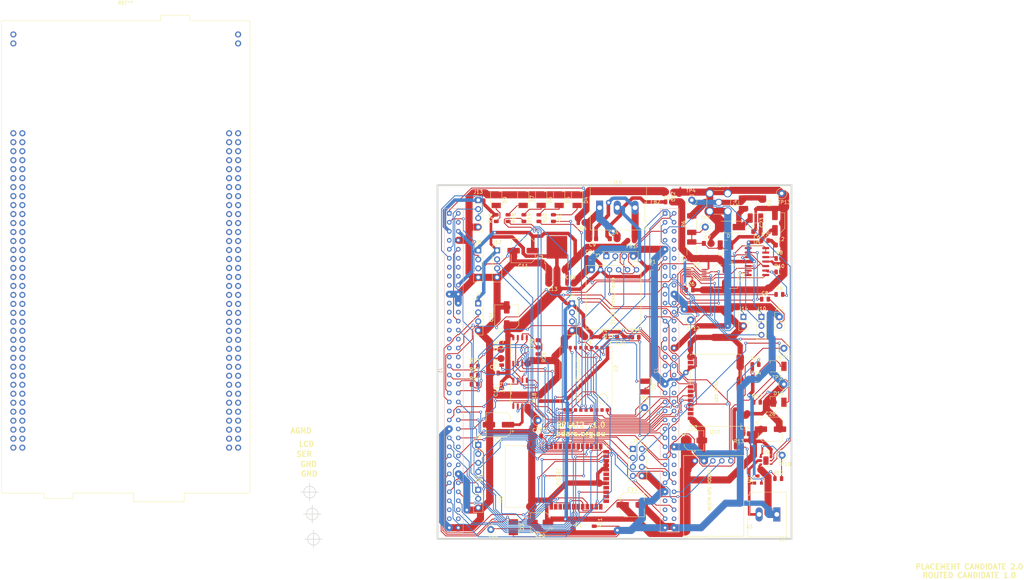
<source format=kicad_pcb>
(kicad_pcb (version 20171130) (host pcbnew "(5.1.12)-1")
  (layers (0 F.Cu signal) (31 B.Cu signal) (35 F.Paste user) (37 F.SilkS user) (38 B.Mask user) (39 F.Mask user) (44 Edge.Cuts user))
  (net 0 "")
  (net 1 /VIN)
  (net 2 /PD2)
  (net 3 /+3V3)
  (net 4 /IOREF)
  (net 5 /PF15)
  (net 6 /PF4)
  (net 7 /PF14)
  (net 8 /PE9)
  (net 9 /AVDD)
  (net 10 /PB0)
  (net 11 /PB11)
  (net 12 /PD7)
  (net 13 /PC0)
  (net 14 /PF3)
  (net 15 /PD4)
  (net 16 /PF5)
  (net 17 /PF10)
  (net 18 /PA7)
  (net 19 /PF8)
  (net 20 /PD0)
  (net 21 /PB13)
  (net 22 /PA15)
  (net 23 /PC7)
  (net 24 /PA6)
  (net 25 /PB3)
  (net 26 GND)
  (net 27 "Net-(C5-Pad1)")
  (net 28 "Net-(C6-Pad1)")
  (net 29 /HALF3V3)
  (net 30 "Net-(D3-Pad2)")
  (net 31 "Net-(D4-Pad2)")
  (net 32 "Net-(D2-Pad2)")
  (net 33 "Net-(D6-Pad2)")
  (net 34 "Net-(D5-Pad2)")
  (net 35 "Net-(D8-Pad2)")
  (net 36 "Net-(TP6-Pad1)")
  (net 37 "Net-(D7-Pad2)")
  (net 38 "Net-(C4-Pad1)")
  (net 39 "Net-(C4-Pad2)")
  (net 40 /BOOT0)
  (net 41 /PF6)
  (net 42 /PA13)
  (net 43 /PA14)
  (net 44 /PB7)
  (net 45 /PC13)
  (net 46 /PC14)
  (net 47 /PC15)
  (net 48 /VBAT)
  (net 49 /PH2)
  (net 50 /PD9)
  (net 51 /NRST)
  (net 52 /PA1)
  (net 53 /PC1)
  (net 54 /PG13)
  (net 55 /PG11)
  (net 56 /PH0)
  (net 57 /PH1)
  (net 58 /PA9)
  (net 59 /PA8)
  (net 60 /PA10)
  (net 61 /PA2)
  (net 62 /PD10)
  (net 63 /PG7)
  (net 64 /PC5)
  (net 65 /U5V)
  (net 66 /PD8)
  (net 67 /PA12)
  (net 68 /PA11)
  (net 69 /PB14)
  (net 70 /PC4)
  (net 71 /PG6)
  (net 72 "Net-(D8-Pad1)")
  (net 73 "Net-(J10-Pad2)")
  (net 74 "Net-(J4-Pad2)")
  (net 75 "Net-(J4-Pad3)")
  (net 76 "Net-(J3-Pad3)")
  (net 77 "Net-(J3-Pad2)")
  (net 78 "Net-(D2-Pad1)")
  (net 79 "Net-(C7-Pad1)")
  (net 80 "Net-(D9-Pad2)")
  (net 81 "Net-(D10-Pad2)")
  (net 82 "Net-(D3-Pad1)")
  (net 83 "Net-(C8-Pad2)")
  (net 84 "Net-(C8-Pad1)")
  (net 85 "Net-(Q1-Pad2)")
  (net 86 "Net-(TP11-Pad1)")
  (net 87 "Net-(TP9-Pad1)")
  (net 88 "Net-(R12-Pad2)")
  (net 89 "Net-(R9-Pad1)")
  (net 90 "Net-(C12-Pad1)")
  (net 91 "Net-(R10-Pad1)")
  (net 92 "Net-(U10-Pad21)")
  (net 93 "Net-(U10-Pad13)")
  (net 94 "Net-(J12-Pad2)")
  (net 95 "Net-(J12-Pad3)")
  (net 96 "Net-(U2-Pad17)")
  (net 97 "Net-(U6-Pad38)")
  (net 98 "Net-(U6-Pad37)")
  (net 99 "Net-(U6-Pad36)")
  (net 100 "Net-(U6-Pad35)")
  (net 101 "Net-(U6-Pad31)")
  (net 102 "Net-(U6-Pad30)")
  (net 103 "Net-(U6-Pad29)")
  (net 104 "Net-(U6-Pad22)")
  (net 105 "Net-(U6-Pad21)")
  (net 106 "Net-(U6-Pad19)")
  (net 107 "Net-(U6-Pad17)")
  (net 108 "Net-(U6-Pad16)")
  (net 109 "Net-(U6-Pad15)")
  (net 110 "Net-(U6-Pad7)")
  (net 111 "Net-(U6-Pad6)")
  (net 112 "Net-(U6-Pad5)")
  (net 113 "Net-(J14-Pad1)")
  (net 114 "Net-(J17-Pad2)")
  (net 115 GNDA)
  (net 116 PA3)
  (net 117 VDD)
  (net 118 PD14)
  (net 119 PD13)
  (net 120 PD11)
  (net 121 PD12)
  (net 122 PD15)
  (net 123 A3V3)
  (net 124 PA5)
  (net 125 PE14)
  (net 126 +5V)
  (net 127 PA4)
  (net 128 PG2)
  (net 129 PC3)
  (net 130 PC2)
  (net 131 PD3)
  (net 132 PB6)
  (net 133 PB9)
  (net 134 PG5)
  (net 135 PG8)
  (net 136 PE0)
  (net 137 PF11)
  (net 138 PE11)
  (net 139 PE7)
  (net 140 PE8)
  (net 141 PB15)
  (net 142 PB1)
  (net 143 PB2)
  (net 144 PB12)
  (net 145 PC6)
  (net 146 PC8)
  (net 147 PG4)
  (net 148 PE13)
  (net 149 PF12)
  (net 150 PF13)
  (net 151 PE15)
  (net 152 PE12)
  (net 153 PE10)
  (net 154 PB5)
  (net 155 PB4)
  (net 156 PB8)
  (net 157 PC9)
  (net 158 PG10)
  (net 159 PG15)
  (net 160 PE6)
  (net 161 PG1)
  (net 162 PF9)
  (net 163 PF2)
  (net 164 PE5)
  (net 165 PE2)
  (net 166 PG3)
  (net 167 PA0)
  (net 168 NC)
  (net 169 PC11)
  (net 170 PG12)
  (net 171 PG9)
  (net 172 PE1)
  (net 173 PG0)
  (net 174 PD1)
  (net 175 PF0)
  (net 176 PF1)
  (net 177 PE3)
  (net 178 PD6)
  (net 179 PD5)
  (net 180 PF7)
  (net 181 PC12)
  (net 182 PC10)
  (net 183 /RAW5V)
  (net 184 /RAWGND)
  (net 185 "Net-(C29-Pad2)")
  (net 186 /SPI2_SCKT)
  (net 187 /SPI2_MISOT)
  (net 188 /SPI2_MOSIT)
  (module Capacitor_SMD:CP_Elec_6.3x7.7 (layer F.Cu) (at 69.215 133.35 180)
    (fp_text reference C5 (at 0 -4.35) (layer F.SilkS))
    (fp_text value 100uF)
    (pad 2 smd roundrect (at 2.7 0 180) (size 3.5 1.6) (layers F.Cu F.Paste F.Mask) (roundrect_rratio 0.15625) (net 26 GND))
    (pad 1 smd roundrect (at -2.7 0 180) (size 3.5 1.6) (layers F.Cu F.Paste F.Mask) (roundrect_rratio 0.15625) (net 27 "Net-(C5-Pad1)"))
  )
  (module splat2-kicad:NEO7_GPS_MODULE (layer F.Cu) (at 135.484 133.172 270)
    (fp_text reference U1 (at 28.956 -4.7498 180) (layer F.SilkS))
    (fp_text value ublox_chinese_PCB_module)
    (fp_text user "NEO7M GPS MODULE" (at 18.593 6.6425 90) (layer F.SilkS) (effects (font (size 0.889 0.762))))
    (pad "" np_thru_hole circle (at 29.21 5.08 270) (size 3 3) (drill 3) (layers *.Cu *.Mask))
    (pad 1 thru_hole circle (at 10.39 10.77 180) (size 1.52 1.52) (drill 0.91) (layers *.Cu *.Mask) (net 117 VDD))
    (pad 2 thru_hole circle (at 10.39 8.23 180) (size 1.52 1.52) (drill 0.91) (layers *.Cu *.Mask) (net 26 GND))
    (pad 4 thru_hole circle (at 10.39 3.15 180) (size 1.52 1.52) (drill 0.91) (layers *.Cu *.Mask) (net 172 PE1))
    (pad 3 thru_hole circle (at 10.39 5.69 180) (size 1.52 1.52) (drill 0.91) (layers *.Cu *.Mask) (net 136 PE0))
    (pad 5 thru_hole circle (at 10.39 0.61 180) (size 1.52 1.52) (drill 0.91) (layers *.Cu *.Mask) (net 124 PA5))
  )
  (module Capacitor_SMD:CP_Elec_6.3x7.7 (layer F.Cu) (at 71.55 102.87 90)
    (fp_text reference C31 (at 0 -4.35 90) (layer F.SilkS))
    (fp_text value 100uF)
    (pad 2 smd roundrect (at 2.7 0 90) (size 3.5 1.6) (layers F.Cu F.Paste F.Mask) (roundrect_rratio 0.15625) (net 26 GND))
    (pad 1 smd roundrect (at -2.7 0 90) (size 3.5 1.6) (layers F.Cu F.Paste F.Mask) (roundrect_rratio 0.15625) (net 117 VDD))
  )
  (module TestPoint:TestPoint_Loop_D1.80mm_Drill1.0mm_Beaded (layer F.Cu) (at 80.45 132.15)
    (fp_text reference TP2 (at 0.7 2.5) (layer F.SilkS))
    (fp_text value TestPoint)
    (pad 1 thru_hole circle (at 0 0) (size 2 2) (drill 1) (layers *.Cu *.Mask) (net 26 GND))
  )
  (module Capacitor_SMD:CP_Elec_5x5.4 (layer F.Cu) (at 81 161 180)
    (fp_text reference C20 (at 0 -3.7) (layer F.SilkS))
    (fp_text value 10uF)
    (pad 2 smd roundrect (at 2.2 0 180) (size 3 1.6) (layers F.Cu F.Paste F.Mask) (roundrect_rratio 0.15625) (net 26 GND))
    (pad 1 smd roundrect (at -2.2 0 180) (size 3 1.6) (layers F.Cu F.Paste F.Mask) (roundrect_rratio 0.15625) (net 117 VDD))
  )
  (module Capacitor_SMD:C_0805_2012Metric (layer F.Cu) (at 94.55 108.5 180)
    (fp_text reference C3 (at 0 -1.68) (layer F.SilkS))
    (fp_text value 1uF)
    (pad 2 smd roundrect (at 0.95 0 180) (size 1 1.45) (layers F.Cu F.Paste F.Mask) (net 26 GND))
    (pad 1 smd roundrect (at -0.95 0 180) (size 1 1.45) (layers F.Cu F.Paste F.Mask) (net 117 VDD))
  )
  (module splat2footprints:XCVR_E30-400M20S (layer F.Cu) (at 130.556 133.604 180)
    (fp_text reference U10 (at 0.2032 -1.8034 180) (layer F.SilkS))
    (fp_text value "XCVR_E30-400M20S (Si4463)")
    (pad 4 smd rect (at -6.9498 10.9744 180) (size 1.6 1) (layers F.Cu F.Paste F.Mask) (net 26 GND))
    (pad 5 smd rect (at -6.9498 9.7044 180) (size 1.6 1) (layers F.Cu F.Paste F.Mask) (net 26 GND))
    (pad 6 smd rect (at -6.9498 8.4344 180) (size 1.6 1) (layers F.Cu F.Paste F.Mask) (net 86 "Net-(TP11-Pad1)"))
    (pad 7 smd rect (at -6.9498 7.1644 180) (size 1.6 1) (layers F.Cu F.Paste F.Mask) (net 72 "Net-(D8-Pad1)"))
    (pad 8 smd rect (at -6.9498 5.8944 180) (size 1.6 1) (layers F.Cu F.Paste F.Mask) (net 163 PF2))
    (pad 9 smd rect (at -6.9498 4.6244 180) (size 1.6 1) (layers F.Cu F.Paste F.Mask) (net 117 VDD))
    (pad 10 smd rect (at -6.9498 3.3544 180) (size 1.6 1) (layers F.Cu F.Paste F.Mask) (net 26 GND))
    (pad 11 smd rect (at -6.9498 2.0844 180) (size 1.6 1) (layers F.Cu F.Paste F.Mask) (net 26 GND))
    (pad 2 smd rect (at -6.9498 17.8144 180) (size 1.6 1) (layers F.Cu F.Paste F.Mask) (net 26 GND))
    (pad 1 smd rect (at -6.9498 19.0844 180) (size 1.6 1) (layers F.Cu F.Paste F.Mask) (net 26 GND))
    (pad 3 smd rect (at -6.9498 16.5444 180) (size 1.6 1) (layers F.Cu F.Paste F.Mask) (net 26 GND))
    (pad 21 smd rect (at 7.0502 17.8144 180) (size 1.6 1) (layers F.Cu F.Paste F.Mask) (net 92 "Net-(U10-Pad21)"))
    (pad 22 smd rect (at 7.0502 19.0844 180) (size 1.6 1) (layers F.Cu F.Paste F.Mask) (net 26 GND))
    (pad 20 smd rect (at 7.0502 16.5444 180) (size 1.6 1) (layers F.Cu F.Paste F.Mask) (net 26 GND))
    (pad 16 smd rect (at 7.0502 7.1644 180) (size 1.6 1) (layers F.Cu F.Paste F.Mask) (net 164 PE5))
    (pad 18 smd rect (at 7.0502 9.7044 180) (size 1.6 1) (layers F.Cu F.Paste F.Mask) (net 165 PE2))
    (pad 13 smd rect (at 7.0502 3.3544 180) (size 1.6 1) (layers F.Cu F.Paste F.Mask) (net 93 "Net-(U10-Pad13)"))
    (pad 12 smd rect (at 7.0502 2.0844 180) (size 1.6 1) (layers F.Cu F.Paste F.Mask) (net 26 GND))
    (pad 15 smd rect (at 7.0502 5.8944 180) (size 1.6 1) (layers F.Cu F.Paste F.Mask) (net 154 PB5))
    (pad 19 smd rect (at 7.0502 10.9744 180) (size 1.6 1) (layers F.Cu F.Paste F.Mask) (net 148 PE13))
    (pad 17 smd rect (at 7.0502 8.4344 180) (size 1.6 1) (layers F.Cu F.Paste F.Mask) (net 160 PE6))
    (pad 14 smd rect (at 7.0502 4.6244 180) (size 1.6 1) (layers F.Cu F.Paste F.Mask) (net 142 PB1))
  )
  (module Capacitor_SMD:C_0805_2012Metric_Pad1.15x1.40mm_HandSolder (layer F.Cu) (at 103.75 108.585 180)
    (fp_text reference C30 (at 0 -1.65) (layer F.SilkS))
    (fp_text value 0.1uF)
    (pad 2 smd roundrect (at 1.025 0 180) (size 1.15 1.4) (layers F.Cu F.Paste F.Mask) (roundrect_rratio 0.217391) (net 151 PE15))
    (pad 1 smd roundrect (at -1.025 0 180) (size 1.15 1.4) (layers F.Cu F.Paste F.Mask) (roundrect_rratio 0.217391) (net 117 VDD))
  )
  (module Resistor_SMD:R_0805_2012Metric (layer F.Cu) (at 80.391 114.3 270)
    (fp_text reference R26 (at 0 -1.65 90) (layer F.SilkS))
    (fp_text value 110R)
    (pad 2 smd roundrect (at 0.9125 0 270) (size 1.025 1.4) (layers F.Cu F.Paste F.Mask) (roundrect_rratio 0.243902) (net 26 GND))
    (pad 1 smd roundrect (at -0.9125 0 270) (size 1.025 1.4) (layers F.Cu F.Paste F.Mask) (roundrect_rratio 0.243902) (net 185 "Net-(C29-Pad2)"))
  )
  (module Resistor_SMD:R_0805_2012Metric (layer F.Cu) (at 62.5075 119.38)
    (fp_text reference R25 (at 0 -1.65) (layer F.SilkS))
    (fp_text value 50R)
    (pad 2 smd roundrect (at 0.9125 0) (size 1.025 1.4) (layers F.Cu F.Paste F.Mask) (roundrect_rratio 0.243902) (net 129 PC3))
    (pad 1 smd roundrect (at -0.9125 0) (size 1.025 1.4) (layers F.Cu F.Paste F.Mask) (roundrect_rratio 0.243902) (net 188 /SPI2_MOSIT))
  )
  (module Resistor_SMD:R_0805_2012Metric (layer F.Cu) (at 62.5075 121.92)
    (fp_text reference R24 (at 0 -1.65) (layer F.SilkS))
    (fp_text value 33R)
    (pad 2 smd roundrect (at 0.9125 0) (size 1.025 1.4) (layers F.Cu F.Paste F.Mask) (roundrect_rratio 0.243902) (net 131 PD3))
    (pad 1 smd roundrect (at -0.9125 0) (size 1.025 1.4) (layers F.Cu F.Paste F.Mask) (roundrect_rratio 0.243902) (net 186 /SPI2_SCKT))
  )
  (module Resistor_SMD:R_0805_2012Metric (layer F.Cu) (at 62.5075 116.84)
    (fp_text reference R23 (at 0 -1.65) (layer F.SilkS))
    (fp_text value 50R)
    (pad 2 smd roundrect (at 0.9125 0) (size 1.025 1.4) (layers F.Cu F.Paste F.Mask) (roundrect_rratio 0.243902) (net 130 PC2))
    (pad 1 smd roundrect (at -0.9125 0) (size 1.025 1.4) (layers F.Cu F.Paste F.Mask) (roundrect_rratio 0.243902) (net 187 /SPI2_MISOT))
  )
  (module Capacitor_SMD:C_0805_2012Metric_Pad1.15x1.40mm_HandSolder (layer F.Cu) (at 80.391 110.49 90)
    (fp_text reference C29 (at 0 -1.65 90) (layer F.SilkS))
    (fp_text value 470pF)
    (pad 2 smd roundrect (at 1.025 0 90) (size 1.15 1.4) (layers F.Cu F.Paste F.Mask) (roundrect_rratio 0.217391) (net 185 "Net-(C29-Pad2)"))
    (pad 1 smd roundrect (at -1.025 0 90) (size 1.15 1.4) (layers F.Cu F.Paste F.Mask) (roundrect_rratio 0.217391) (net 186 /SPI2_SCKT))
  )
  (module Inductor_SMD:L_1210_3225Metric_Pad1.42x2.65mm_HandSolder (layer F.Cu) (at 141.822 74.93 180)
    (fp_text reference L1 (at 1.27 -2.54) (layer F.SilkS))
    (fp_text value 620nH)
    (pad 2 smd roundrect (at 1.4875 0 180) (size 1.425 2.65) (layers F.Cu F.Paste F.Mask) (roundrect_rratio 0.175439) (net 38 "Net-(C4-Pad1)"))
    (pad 1 smd roundrect (at -1.4875 0 180) (size 1.425 2.65) (layers F.Cu F.Paste F.Mask) (roundrect_rratio 0.175439) (net 28 "Net-(C6-Pad1)"))
  )
  (module Capacitor_SMD:CP_Elec_5x5.4 (layer F.Cu) (at 147.32 76.2 90)
    (fp_text reference C23 (at 0 -3.7 90) (layer F.SilkS))
    (fp_text value 10uF)
    (pad 2 smd roundrect (at 2.2 0 90) (size 3 1.6) (layers F.Cu F.Paste F.Mask) (roundrect_rratio 0.15625) (net 115 GNDA))
    (pad 1 smd roundrect (at -2.2 0 90) (size 3 1.6) (layers F.Cu F.Paste F.Mask) (roundrect_rratio 0.15625) (net 123 A3V3))
  )
  (module Capacitor_SMD:CP_Elec_5x5.4 (layer F.Cu) (at 124.46 137.795)
    (fp_text reference C2 (at 0 -3.7) (layer F.SilkS))
    (fp_text value 10uF)
    (pad 2 smd roundrect (at 2.2 0) (size 3 1.6) (layers F.Cu F.Paste F.Mask) (roundrect_rratio 0.15625) (net 26 GND))
    (pad 1 smd roundrect (at -2.2 0) (size 3 1.6) (layers F.Cu F.Paste F.Mask) (roundrect_rratio 0.15625) (net 117 VDD))
  )
  (module Capacitor_SMD:CP_Elec_6.3x7.7 (layer F.Cu) (at 107 156)
    (fp_text reference C15 (at 0 -4.35) (layer F.SilkS))
    (fp_text value 100uF)
    (pad 2 smd roundrect (at 2.7 0) (size 3.5 1.6) (layers F.Cu F.Paste F.Mask) (roundrect_rratio 0.15625) (net 26 GND))
    (pad 1 smd roundrect (at -2.7 0) (size 3.5 1.6) (layers F.Cu F.Paste F.Mask) (roundrect_rratio 0.15625) (net 117 VDD))
  )
  (module Package_TO_SOT_SMD:SOT-23 (layer F.Cu) (at 142.56 148.86 90)
    (fp_text reference Q1 (at 0 -2.5 90) (layer F.SilkS))
    (fp_text value BSS138LT1G)
    (pad 3 smd rect (at 1 0 90) (size 0.9 0.8) (layers F.Cu F.Paste F.Mask) (net 117 VDD))
    (pad 2 smd rect (at -1 0.95 90) (size 0.9 0.8) (layers F.Cu F.Paste F.Mask) (net 85 "Net-(Q1-Pad2)"))
    (pad 1 smd rect (at -1 -0.95 90) (size 0.9 0.8) (layers F.Cu F.Paste F.Mask) (net 114 "Net-(J17-Pad2)"))
  )
  (module Package_SO:MSOP-10_3x3mm_P0.5mm (layer F.Cu) (at 125.095 90.47)
    (fp_text reference U8 (at 0 -2.6) (layer F.SilkS))
    (fp_text value MCP6S93-X_UN)
    (pad 1 smd rect (at -2.2 -1) (size 1.4 0.3) (layers F.Cu F.Paste F.Mask) (net 116 PA3))
    (pad 2 smd rect (at -2.2 -0.5) (size 1.4 0.3) (layers F.Cu F.Paste F.Mask) (net 79 "Net-(C7-Pad1)"))
    (pad 3 smd rect (at -2.2 0) (size 1.4 0.3) (layers F.Cu F.Paste F.Mask) (net 89 "Net-(R9-Pad1)"))
    (pad 4 smd rect (at -2.2 0.5) (size 1.4 0.3) (layers F.Cu F.Paste F.Mask) (net 29 /HALF3V3))
    (pad 5 smd rect (at -2.2 1) (size 1.4 0.3) (layers F.Cu F.Paste F.Mask) (net 115 GNDA))
    (pad 6 smd rect (at 2.2 1) (size 1.4 0.3) (layers F.Cu F.Paste F.Mask) (net 128 PG2))
    (pad 7 smd rect (at 2.2 0.5) (size 1.4 0.3) (layers F.Cu F.Paste F.Mask) (net 143 PB2))
    (pad 8 smd rect (at 2.2 0) (size 1.4 0.3) (layers F.Cu F.Paste F.Mask) (net 155 PB4))
    (pad 9 smd rect (at 2.2 -0.5) (size 1.4 0.3) (layers F.Cu F.Paste F.Mask) (net 182 PC10))
    (pad 10 smd rect (at 2.2 -1) (size 1.4 0.3) (layers F.Cu F.Paste F.Mask) (net 123 A3V3))
  )
  (module Capacitor_SMD:CP_Elec_6.3x7.7 (layer F.Cu) (at 146.05 134.62)
    (fp_text reference C28 (at 0 -4.35) (layer F.SilkS))
    (fp_text value 100uF)
    (pad 2 smd roundrect (at 2.7 0) (size 3.5 1.6) (layers F.Cu F.Paste F.Mask) (roundrect_rratio 0.15625) (net 26 GND))
    (pad 1 smd roundrect (at -2.7 0) (size 3.5 1.6) (layers F.Cu F.Paste F.Mask) (roundrect_rratio 0.15625) (net 117 VDD))
  )
  (module Capacitor_SMD:CP_Elec_6.3x7.7 (layer F.Cu) (at 133.35 91.44 270)
    (fp_text reference C25 (at 0 -4.35 90) (layer F.SilkS))
    (fp_text value 100uF)
    (pad 2 smd roundrect (at 2.7 0 270) (size 3.5 1.6) (layers F.Cu F.Paste F.Mask) (roundrect_rratio 0.15625) (net 115 GNDA))
    (pad 1 smd roundrect (at -2.7 0 270) (size 3.5 1.6) (layers F.Cu F.Paste F.Mask) (roundrect_rratio 0.15625) (net 123 A3V3))
  )
  (module Capacitor_SMD:CP_Elec_6.3x7.7 (layer F.Cu) (at 76.2 84.15 180)
    (fp_text reference C11 (at 0 -4.35) (layer F.SilkS))
    (fp_text value 100uF)
    (pad 2 smd roundrect (at 2.7 0 180) (size 3.5 1.6) (layers F.Cu F.Paste F.Mask) (roundrect_rratio 0.15625) (net 26 GND))
    (pad 1 smd roundrect (at -2.7 0 180) (size 3.5 1.6) (layers F.Cu F.Paste F.Mask) (roundrect_rratio 0.15625) (net 126 +5V))
  )
  (module Module:ST_Morpho_Connector_144_STLink_MountingHoles (layer F.Cu) (at -67.84 50.94)
    (fp_text reference REF** (at 31.75 -36.83) (layer F.SilkS))
    (fp_text value ST_Morpho_Connector_144_STLink_MountingHoles)
    (pad 1 thru_hole circle (at 0 0) (size 1.7 1.7) (drill 1) (layers *.Cu *.Mask))
    (pad 2 thru_hole circle (at 2.54 0) (size 1.7 1.7) (drill 1) (layers *.Cu *.Mask))
    (pad 3 thru_hole circle (at 0 2.54) (size 1.7 1.7) (drill 1) (layers *.Cu *.Mask))
    (pad 4 thru_hole circle (at 2.54 2.54) (size 1.7 1.7) (drill 1) (layers *.Cu *.Mask))
    (pad 5 thru_hole circle (at 0 5.08) (size 1.7 1.7) (drill 1) (layers *.Cu *.Mask))
    (pad 6 thru_hole circle (at 2.54 5.08) (size 1.7 1.7) (drill 1) (layers *.Cu *.Mask))
    (pad 7 thru_hole circle (at 0 7.62) (size 1.7 1.7) (drill 1) (layers *.Cu *.Mask))
    (pad 8 thru_hole circle (at 2.54 7.62) (size 1.7 1.7) (drill 1) (layers *.Cu *.Mask))
    (pad 9 thru_hole circle (at 0 10.16) (size 1.7 1.7) (drill 1) (layers *.Cu *.Mask))
    (pad 10 thru_hole circle (at 2.54 10.16) (size 1.7 1.7) (drill 1) (layers *.Cu *.Mask))
    (pad 11 thru_hole circle (at 0 12.7) (size 1.7 1.7) (drill 1) (layers *.Cu *.Mask))
    (pad 12 thru_hole circle (at 2.54 12.7) (size 1.7 1.7) (drill 1) (layers *.Cu *.Mask))
    (pad 13 thru_hole circle (at 0 15.24) (size 1.7 1.7) (drill 1) (layers *.Cu *.Mask))
    (pad 14 thru_hole circle (at 2.54 15.24) (size 1.7 1.7) (drill 1) (layers *.Cu *.Mask))
    (pad 15 thru_hole circle (at 0 17.78) (size 1.7 1.7) (drill 1) (layers *.Cu *.Mask))
    (pad 16 thru_hole circle (at 2.54 17.78) (size 1.7 1.7) (drill 1) (layers *.Cu *.Mask))
    (pad 17 thru_hole circle (at 0 20.32) (size 1.7 1.7) (drill 1) (layers *.Cu *.Mask))
    (pad 18 thru_hole circle (at 2.54 20.32) (size 1.7 1.7) (drill 1) (layers *.Cu *.Mask))
    (pad 19 thru_hole circle (at 0 22.86) (size 1.7 1.7) (drill 1) (layers *.Cu *.Mask))
    (pad 20 thru_hole circle (at 2.54 22.86) (size 1.7 1.7) (drill 1) (layers *.Cu *.Mask))
    (pad 21 thru_hole circle (at 0 25.4) (size 1.7 1.7) (drill 1) (layers *.Cu *.Mask))
    (pad 22 thru_hole circle (at 2.54 25.4) (size 1.7 1.7) (drill 1) (layers *.Cu *.Mask))
    (pad 23 thru_hole circle (at 0 27.94) (size 1.7 1.7) (drill 1) (layers *.Cu *.Mask))
    (pad 24 thru_hole circle (at 2.54 27.94) (size 1.7 1.7) (drill 1) (layers *.Cu *.Mask))
    (pad 25 thru_hole circle (at 0 30.48) (size 1.7 1.7) (drill 1) (layers *.Cu *.Mask))
    (pad 26 thru_hole circle (at 2.54 30.48) (size 1.7 1.7) (drill 1) (layers *.Cu *.Mask))
    (pad 27 thru_hole circle (at 0 33.02) (size 1.7 1.7) (drill 1) (layers *.Cu *.Mask))
    (pad 28 thru_hole circle (at 2.54 33.02) (size 1.7 1.7) (drill 1) (layers *.Cu *.Mask))
    (pad 29 thru_hole circle (at 0 35.56) (size 1.7 1.7) (drill 1) (layers *.Cu *.Mask))
    (pad 30 thru_hole circle (at 2.54 35.56) (size 1.7 1.7) (drill 1) (layers *.Cu *.Mask))
    (pad 31 thru_hole circle (at 0 38.1) (size 1.7 1.7) (drill 1) (layers *.Cu *.Mask))
    (pad 32 thru_hole circle (at 2.54 38.1) (size 1.7 1.7) (drill 1) (layers *.Cu *.Mask))
    (pad 33 thru_hole circle (at 0 40.64) (size 1.7 1.7) (drill 1) (layers *.Cu *.Mask))
    (pad 34 thru_hole circle (at 2.54 40.64) (size 1.7 1.7) (drill 1) (layers *.Cu *.Mask))
    (pad 35 thru_hole circle (at 0 43.18) (size 1.7 1.7) (drill 1) (layers *.Cu *.Mask))
    (pad 36 thru_hole circle (at 2.54 43.18) (size 1.7 1.7) (drill 1) (layers *.Cu *.Mask))
    (pad 37 thru_hole circle (at 0 45.72) (size 1.7 1.7) (drill 1) (layers *.Cu *.Mask))
    (pad 38 thru_hole circle (at 2.54 45.72) (size 1.7 1.7) (drill 1) (layers *.Cu *.Mask))
    (pad 39 thru_hole circle (at 0 48.26) (size 1.7 1.7) (drill 1) (layers *.Cu *.Mask))
    (pad 40 thru_hole circle (at 2.54 48.26) (size 1.7 1.7) (drill 1) (layers *.Cu *.Mask))
    (pad 41 thru_hole circle (at 0 50.8) (size 1.7 1.7) (drill 1) (layers *.Cu *.Mask))
    (pad 42 thru_hole circle (at 2.54 50.8) (size 1.7 1.7) (drill 1) (layers *.Cu *.Mask))
    (pad 43 thru_hole circle (at 0 53.34) (size 1.7 1.7) (drill 1) (layers *.Cu *.Mask))
    (pad 44 thru_hole circle (at 2.54 53.34) (size 1.7 1.7) (drill 1) (layers *.Cu *.Mask))
    (pad 45 thru_hole circle (at 0 55.88) (size 1.7 1.7) (drill 1) (layers *.Cu *.Mask))
    (pad 46 thru_hole circle (at 2.54 55.88) (size 1.7 1.7) (drill 1) (layers *.Cu *.Mask))
    (pad 47 thru_hole circle (at 0 58.42) (size 1.7 1.7) (drill 1) (layers *.Cu *.Mask))
    (pad 48 thru_hole circle (at 2.54 58.42) (size 1.7 1.7) (drill 1) (layers *.Cu *.Mask))
    (pad 49 thru_hole circle (at 0 60.96) (size 1.7 1.7) (drill 1) (layers *.Cu *.Mask))
    (pad 50 thru_hole circle (at 2.54 60.96) (size 1.7 1.7) (drill 1) (layers *.Cu *.Mask))
    (pad 51 thru_hole circle (at 0 63.5) (size 1.7 1.7) (drill 1) (layers *.Cu *.Mask))
    (pad 52 thru_hole circle (at 2.54 63.5) (size 1.7 1.7) (drill 1) (layers *.Cu *.Mask))
    (pad 53 thru_hole circle (at 0 66.04) (size 1.7 1.7) (drill 1) (layers *.Cu *.Mask))
    (pad 54 thru_hole circle (at 2.54 66.04) (size 1.7 1.7) (drill 1) (layers *.Cu *.Mask))
    (pad 55 thru_hole circle (at 0 68.58) (size 1.7 1.7) (drill 1) (layers *.Cu *.Mask))
    (pad 56 thru_hole circle (at 2.54 68.58) (size 1.7 1.7) (drill 1) (layers *.Cu *.Mask))
    (pad 57 thru_hole circle (at 0 71.12) (size 1.7 1.7) (drill 1) (layers *.Cu *.Mask))
    (pad 58 thru_hole circle (at 2.54 71.12) (size 1.7 1.7) (drill 1) (layers *.Cu *.Mask))
    (pad 59 thru_hole circle (at 0 73.66) (size 1.7 1.7) (drill 1) (layers *.Cu *.Mask))
    (pad 60 thru_hole circle (at 2.54 73.66) (size 1.7 1.7) (drill 1) (layers *.Cu *.Mask))
    (pad 61 thru_hole circle (at 0 76.2) (size 1.7 1.7) (drill 1) (layers *.Cu *.Mask))
    (pad 62 thru_hole circle (at 2.54 76.2) (size 1.7 1.7) (drill 1) (layers *.Cu *.Mask))
    (pad 63 thru_hole circle (at 0 78.74) (size 1.7 1.7) (drill 1) (layers *.Cu *.Mask))
    (pad 64 thru_hole circle (at 2.54 78.74) (size 1.7 1.7) (drill 1) (layers *.Cu *.Mask))
    (pad 65 thru_hole circle (at 0 81.28) (size 1.7 1.7) (drill 1) (layers *.Cu *.Mask))
    (pad 66 thru_hole circle (at 2.54 81.28) (size 1.7 1.7) (drill 1) (layers *.Cu *.Mask))
    (pad 67 thru_hole circle (at 0 83.82) (size 1.7 1.7) (drill 1) (layers *.Cu *.Mask))
    (pad 68 thru_hole circle (at 2.54 83.82) (size 1.7 1.7) (drill 1) (layers *.Cu *.Mask))
    (pad 69 thru_hole circle (at 0 86.36) (size 1.7 1.7) (drill 1) (layers *.Cu *.Mask))
    (pad 70 thru_hole circle (at 2.54 86.36) (size 1.7 1.7) (drill 1) (layers *.Cu *.Mask))
    (pad 71 thru_hole circle (at 0 88.9) (size 1.7 1.7) (drill 1) (layers *.Cu *.Mask))
    (pad 72 thru_hole circle (at 2.54 88.9) (size 1.7 1.7) (drill 1) (layers *.Cu *.Mask))
    (pad 73 thru_hole circle (at 60.96 0) (size 1.7 1.7) (drill 1) (layers *.Cu *.Mask))
    (pad 74 thru_hole circle (at 63.5 0) (size 1.7 1.7) (drill 1) (layers *.Cu *.Mask))
    (pad 75 thru_hole circle (at 60.96 2.54) (size 1.7 1.7) (drill 1) (layers *.Cu *.Mask))
    (pad 76 thru_hole circle (at 63.5 2.54) (size 1.7 1.7) (drill 1) (layers *.Cu *.Mask))
    (pad 77 thru_hole circle (at 60.96 5.08) (size 1.7 1.7) (drill 1) (layers *.Cu *.Mask))
    (pad 78 thru_hole circle (at 63.5 5.08) (size 1.7 1.7) (drill 1) (layers *.Cu *.Mask))
    (pad 79 thru_hole circle (at 60.96 7.62) (size 1.7 1.7) (drill 1) (layers *.Cu *.Mask))
    (pad 80 thru_hole circle (at 63.5 7.62) (size 1.7 1.7) (drill 1) (layers *.Cu *.Mask))
    (pad 81 thru_hole circle (at 60.96 10.16) (size 1.7 1.7) (drill 1) (layers *.Cu *.Mask))
    (pad 82 thru_hole circle (at 63.5 10.16) (size 1.7 1.7) (drill 1) (layers *.Cu *.Mask))
    (pad 83 thru_hole circle (at 60.96 12.7) (size 1.7 1.7) (drill 1) (layers *.Cu *.Mask))
    (pad 84 thru_hole circle (at 63.5 12.7) (size 1.7 1.7) (drill 1) (layers *.Cu *.Mask))
    (pad 85 thru_hole circle (at 60.96 15.24) (size 1.7 1.7) (drill 1) (layers *.Cu *.Mask))
    (pad 86 thru_hole circle (at 63.5 15.24) (size 1.7 1.7) (drill 1) (layers *.Cu *.Mask))
    (pad 87 thru_hole circle (at 60.96 17.78) (size 1.7 1.7) (drill 1) (layers *.Cu *.Mask))
    (pad 88 thru_hole circle (at 63.5 17.78) (size 1.7 1.7) (drill 1) (layers *.Cu *.Mask))
    (pad 89 thru_hole circle (at 60.96 20.32) (size 1.7 1.7) (drill 1) (layers *.Cu *.Mask))
    (pad 90 thru_hole circle (at 63.5 20.32) (size 1.7 1.7) (drill 1) (layers *.Cu *.Mask))
    (pad 91 thru_hole circle (at 60.96 22.86) (size 1.7 1.7) (drill 1) (layers *.Cu *.Mask))
    (pad 92 thru_hole circle (at 63.5 22.86) (size 1.7 1.7) (drill 1) (layers *.Cu *.Mask))
    (pad 93 thru_hole circle (at 60.96 25.4) (size 1.7 1.7) (drill 1) (layers *.Cu *.Mask))
    (pad 94 thru_hole circle (at 63.5 25.4) (size 1.7 1.7) (drill 1) (layers *.Cu *.Mask))
    (pad 95 thru_hole circle (at 60.96 27.94) (size 1.7 1.7) (drill 1) (layers *.Cu *.Mask))
    (pad 96 thru_hole circle (at 63.5 27.94) (size 1.7 1.7) (drill 1) (layers *.Cu *.Mask))
    (pad 97 thru_hole circle (at 60.96 30.48) (size 1.7 1.7) (drill 1) (layers *.Cu *.Mask))
    (pad 98 thru_hole circle (at 63.5 30.48) (size 1.7 1.7) (drill 1) (layers *.Cu *.Mask))
    (pad 99 thru_hole circle (at 60.96 33.02) (size 1.7 1.7) (drill 1) (layers *.Cu *.Mask))
    (pad 100 thru_hole circle (at 63.5 33.02) (size 1.7 1.7) (drill 1) (layers *.Cu *.Mask))
    (pad 101 thru_hole circle (at 60.96 35.56) (size 1.7 1.7) (drill 1) (layers *.Cu *.Mask))
    (pad 102 thru_hole circle (at 63.5 35.56) (size 1.7 1.7) (drill 1) (layers *.Cu *.Mask))
    (pad 103 thru_hole circle (at 60.96 38.1) (size 1.7 1.7) (drill 1) (layers *.Cu *.Mask))
    (pad 104 thru_hole circle (at 63.5 38.1) (size 1.7 1.7) (drill 1) (layers *.Cu *.Mask))
    (pad 105 thru_hole circle (at 60.96 40.64) (size 1.7 1.7) (drill 1) (layers *.Cu *.Mask))
    (pad 106 thru_hole circle (at 63.5 40.64) (size 1.7 1.7) (drill 1) (layers *.Cu *.Mask))
    (pad 107 thru_hole circle (at 60.96 43.18) (size 1.7 1.7) (drill 1) (layers *.Cu *.Mask))
    (pad 108 thru_hole circle (at 63.5 43.18) (size 1.7 1.7) (drill 1) (layers *.Cu *.Mask))
    (pad 109 thru_hole circle (at 60.96 45.72) (size 1.7 1.7) (drill 1) (layers *.Cu *.Mask))
    (pad 110 thru_hole circle (at 63.5 45.72) (size 1.7 1.7) (drill 1) (layers *.Cu *.Mask))
    (pad 111 thru_hole circle (at 60.96 48.26) (size 1.7 1.7) (drill 1) (layers *.Cu *.Mask))
    (pad 112 thru_hole circle (at 63.5 48.26) (size 1.7 1.7) (drill 1) (layers *.Cu *.Mask))
    (pad 113 thru_hole circle (at 60.96 50.8) (size 1.7 1.7) (drill 1) (layers *.Cu *.Mask))
    (pad 114 thru_hole circle (at 63.5 50.8) (size 1.7 1.7) (drill 1) (layers *.Cu *.Mask))
    (pad 115 thru_hole circle (at 60.96 53.34) (size 1.7 1.7) (drill 1) (layers *.Cu *.Mask))
    (pad 116 thru_hole circle (at 63.5 53.34) (size 1.7 1.7) (drill 1) (layers *.Cu *.Mask))
    (pad 117 thru_hole circle (at 60.96 55.88) (size 1.7 1.7) (drill 1) (layers *.Cu *.Mask))
    (pad 118 thru_hole circle (at 63.5 55.88) (size 1.7 1.7) (drill 1) (layers *.Cu *.Mask))
    (pad 119 thru_hole circle (at 60.96 58.42) (size 1.7 1.7) (drill 1) (layers *.Cu *.Mask))
    (pad 120 thru_hole circle (at 63.5 58.42) (size 1.7 1.7) (drill 1) (layers *.Cu *.Mask))
    (pad 121 thru_hole circle (at 60.96 60.96) (size 1.7 1.7) (drill 1) (layers *.Cu *.Mask))
    (pad 122 thru_hole circle (at 63.5 60.96) (size 1.7 1.7) (drill 1) (layers *.Cu *.Mask))
    (pad 123 thru_hole circle (at 60.96 63.5) (size 1.7 1.7) (drill 1) (layers *.Cu *.Mask))
    (pad 124 thru_hole circle (at 63.5 63.5) (size 1.7 1.7) (drill 1) (layers *.Cu *.Mask))
    (pad 125 thru_hole circle (at 60.96 66.04) (size 1.7 1.7) (drill 1) (layers *.Cu *.Mask))
    (pad 126 thru_hole circle (at 63.5 66.04) (size 1.7 1.7) (drill 1) (layers *.Cu *.Mask))
    (pad 127 thru_hole circle (at 60.96 68.58) (size 1.7 1.7) (drill 1) (layers *.Cu *.Mask))
    (pad 128 thru_hole circle (at 63.5 68.58) (size 1.7 1.7) (drill 1) (layers *.Cu *.Mask))
    (pad 129 thru_hole circle (at 60.96 71.12) (size 1.7 1.7) (drill 1) (layers *.Cu *.Mask))
    (pad 130 thru_hole circle (at 63.5 71.12) (size 1.7 1.7) (drill 1) (layers *.Cu *.Mask))
    (pad 131 thru_hole circle (at 60.96 73.66) (size 1.7 1.7) (drill 1) (layers *.Cu *.Mask))
    (pad 132 thru_hole circle (at 63.5 73.66) (size 1.7 1.7) (drill 1) (layers *.Cu *.Mask))
    (pad 133 thru_hole circle (at 60.96 76.2) (size 1.7 1.7) (drill 1) (layers *.Cu *.Mask))
    (pad 134 thru_hole circle (at 63.5 76.2) (size 1.7 1.7) (drill 1) (layers *.Cu *.Mask))
    (pad 135 thru_hole circle (at 60.96 78.74) (size 1.7 1.7) (drill 1) (layers *.Cu *.Mask))
    (pad 136 thru_hole circle (at 63.5 78.74) (size 1.7 1.7) (drill 1) (layers *.Cu *.Mask))
    (pad 137 thru_hole circle (at 60.96 81.28) (size 1.7 1.7) (drill 1) (layers *.Cu *.Mask))
    (pad 138 thru_hole circle (at 63.5 81.28) (size 1.7 1.7) (drill 1) (layers *.Cu *.Mask))
    (pad 139 thru_hole circle (at 60.96 83.82) (size 1.7 1.7) (drill 1) (layers *.Cu *.Mask))
    (pad 140 thru_hole circle (at 63.5 83.82) (size 1.7 1.7) (drill 1) (layers *.Cu *.Mask))
    (pad 141 thru_hole circle (at 60.96 86.36) (size 1.7 1.7) (drill 1) (layers *.Cu *.Mask))
    (pad 142 thru_hole circle (at 63.5 86.36) (size 1.7 1.7) (drill 1) (layers *.Cu *.Mask))
    (pad 143 thru_hole circle (at 60.96 88.9) (size 1.7 1.7) (drill 1) (layers *.Cu *.Mask))
    (pad 144 thru_hole circle (at 63.5 88.9) (size 1.7 1.7) (drill 1) (layers *.Cu *.Mask))
    (pad 145 thru_hole circle (at 0 -27.94) (size 1.7 1.7) (drill 1) (layers *.Cu *.Mask))
    (pad 146 thru_hole circle (at 0 -25.4) (size 1.7 1.7) (drill 1) (layers *.Cu *.Mask))
    (pad 147 thru_hole circle (at 63.5 -27.94) (size 1.7 1.7) (drill 1) (layers *.Cu *.Mask))
    (pad 148 thru_hole circle (at 63.5 -25.4) (size 1.7 1.7) (drill 1) (layers *.Cu *.Mask))
    (pad "" np_thru_hole circle (at 54.6 72.4) (size 3 3) (drill 3) (layers *.Cu *.Mask))
    (pad "" np_thru_hole circle (at 8.89 72.39) (size 3 3) (drill 3) (layers *.Cu *.Mask))
    (pad "" np_thru_hole circle (at 7.62 -3.81) (size 3 3) (drill 3) (layers *.Cu *.Mask))
    (pad "" np_thru_hole circle (at 55.9 -2.5) (size 3 3) (drill 3) (layers *.Cu *.Mask))
    (pad "" np_thru_hole circle (at 40.55 48.3) (size 3 3) (drill 3) (layers *.Cu *.Mask))
  )
  (module TestPoint:TestPoint_Loop_D1.80mm_Drill1.0mm_Beaded (layer F.Cu) (at 123.825 69.85)
    (fp_text reference TP4 (at -0.254 -2.667) (layer F.SilkS))
    (fp_text value TestPoint)
    (pad 1 thru_hole circle (at 0 0) (size 2 2) (drill 1) (layers *.Cu *.Mask) (net 39 "Net-(C4-Pad2)"))
  )
  (module Inductor_SMD:L_0805_2012Metric (layer F.Cu) (at 117.348 70.358)
    (fp_text reference FB2 (at -3.81 0 180) (layer F.SilkS))
    (fp_text value Ferrite_Bead)
    (pad 2 smd roundrect (at 0.9375 0) (size 0.975 1.4) (layers F.Cu F.Paste F.Mask) (net 123 A3V3))
    (pad 1 smd roundrect (at -0.9375 0) (size 0.975 1.4) (layers F.Cu F.Paste F.Mask) (net 117 VDD))
  )
  (module TestPoint:TestPoint_Loop_D1.80mm_Drill1.0mm_Beaded (layer F.Cu) (at 149.86 121.92)
    (fp_text reference TP3 (at -1.905 -1.905) (layer F.SilkS))
    (fp_text value TestPoint)
    (pad 1 thru_hole circle (at 0 0) (size 2 2) (drill 1) (layers *.Cu *.Mask) (net 26 GND))
  )
  (module Inductor_SMD:L_0805_2012Metric (layer F.Cu) (at 106.68 81.28 180)
    (fp_text reference FB1 (at 0 -1.65) (layer F.SilkS))
    (fp_text value Ferrite_Bead)
    (pad 2 smd roundrect (at 0.9375 0 180) (size 0.975 1.4) (layers F.Cu F.Paste F.Mask) (net 126 +5V))
    (pad 1 smd roundrect (at -0.9375 0 180) (size 0.975 1.4) (layers F.Cu F.Paste F.Mask) (net 183 /RAW5V))
  )
  (module Inductor_SMD:L_1210_3225Metric_Pad1.42x2.65mm_HandSolder (layer F.Cu) (at 133.35 82.55)
    (fp_text reference L2 (at -1.27 2.54 180) (layer F.SilkS))
    (fp_text value 1.5uH)
    (pad 2 smd roundrect (at 1.4875 0) (size 1.425 2.65) (layers F.Cu F.Paste F.Mask) (roundrect_rratio 0.175439) (net 28 "Net-(C6-Pad1)"))
    (pad 1 smd roundrect (at -1.4875 0) (size 1.425 2.65) (layers F.Cu F.Paste F.Mask) (roundrect_rratio 0.175439) (net 79 "Net-(C7-Pad1)"))
  )
  (module LED_SMD:LED_PLCC-2 (layer F.Cu) (at 148.36 116.84)
    (fp_text reference D8 (at 0 -2.5) (layer F.SilkS))
    (fp_text value LED)
    (pad 2 smd rect (at 1.5 0) (size 1.5 2.6) (layers F.Cu F.Paste F.Mask) (net 35 "Net-(D8-Pad2)"))
    (pad 1 smd rect (at -1.5 0) (size 1.5 2.6) (layers F.Cu F.Paste F.Mask) (net 72 "Net-(D8-Pad1)"))
  )
  (module LED_SMD:LED_PLCC-2 (layer F.Cu) (at 81.28 69.85 270)
    (fp_text reference D6 (at 0 -2.5 90) (layer F.SilkS))
    (fp_text value LED)
    (pad 2 smd rect (at 1.5 0 270) (size 1.5 2.6) (layers F.Cu F.Paste F.Mask) (net 33 "Net-(D6-Pad2)"))
    (pad 1 smd rect (at -1.5 0 270) (size 1.5 2.6) (layers F.Cu F.Paste F.Mask) (net 26 GND))
  )
  (module TestPoint:TestPoint_Loop_D1.80mm_Drill1.0mm_Beaded (layer F.Cu) (at 127.635 77.47)
    (fp_text reference TP7 (at 0 -2.54) (layer F.SilkS))
    (fp_text value TestPoint)
    (pad 1 thru_hole circle (at 0 0) (size 2 2) (drill 1) (layers *.Cu *.Mask) (net 79 "Net-(C7-Pad1)"))
  )
  (module LED_SMD:LED_PLCC-2 (layer F.Cu) (at 86.36 69.85 270)
    (fp_text reference D5 (at 0 -2.5 90) (layer F.SilkS))
    (fp_text value LED)
    (pad 2 smd rect (at 1.5 0 270) (size 1.5 2.6) (layers F.Cu F.Paste F.Mask) (net 34 "Net-(D5-Pad2)"))
    (pad 1 smd rect (at -1.5 0 270) (size 1.5 2.6) (layers F.Cu F.Paste F.Mask) (net 26 GND))
  )
  (module LED_SMD:LED_PLCC-2 (layer F.Cu) (at 110.617 122.555 270)
    (fp_text reference D2 (at 0 -2.5 90) (layer F.SilkS))
    (fp_text value LED)
    (pad 2 smd rect (at 1.5 0 270) (size 1.5 2.6) (layers F.Cu F.Paste F.Mask) (net 32 "Net-(D2-Pad2)"))
    (pad 1 smd rect (at -1.5 0 270) (size 1.5 2.6) (layers F.Cu F.Paste F.Mask) (net 78 "Net-(D2-Pad1)"))
  )
  (module Resistor_SMD:R_2010_5025Metric_Pad1.52x2.65mm_HandSolder (layer F.Cu) (at 123.825 84.0225 90)
    (fp_text reference R5 (at -2.54 -2.28 90) (layer F.SilkS))
    (fp_text value 100R)
    (pad 2 smd roundrect (at 2.3375 0 90) (size 1.525 2.65) (layers F.Cu F.Paste F.Mask) (roundrect_rratio 0.163934) (net 79 "Net-(C7-Pad1)"))
    (pad 1 smd roundrect (at -2.3375 0 90) (size 1.525 2.65) (layers F.Cu F.Paste F.Mask) (roundrect_rratio 0.163934) (net 123 A3V3))
  )
  (module TestPoint:TestPoint_Loop_D1.80mm_Drill1.0mm_Beaded (layer F.Cu) (at 110.49 128.524)
    (fp_text reference TP6 (at -0.127 -2.667) (layer F.SilkS))
    (fp_text value TestPoint)
    (pad 1 thru_hole circle (at 0 0) (size 2 2) (drill 1) (layers *.Cu *.Mask) (net 36 "Net-(TP6-Pad1)"))
  )
  (module LED_SMD:LED_PLCC-2 (layer F.Cu) (at 91.44 69.85 270)
    (fp_text reference D4 (at 0 -2.5 90) (layer F.SilkS))
    (fp_text value LED)
    (pad 2 smd rect (at 1.5 0 270) (size 1.5 2.6) (layers F.Cu F.Paste F.Mask) (net 31 "Net-(D4-Pad2)"))
    (pad 1 smd rect (at -1.5 0 270) (size 1.5 2.6) (layers F.Cu F.Paste F.Mask) (net 26 GND))
  )
  (module LED_SMD:LED_PLCC-2 (layer F.Cu) (at 73.406 162.33 270)
    (fp_text reference D3 (at 0 -2.5 90) (layer F.SilkS))
    (fp_text value LED)
    (pad 2 smd rect (at 1.5 0 270) (size 1.5 2.6) (layers F.Cu F.Paste F.Mask) (net 30 "Net-(D3-Pad2)"))
    (pad 1 smd rect (at -1.5 0 270) (size 1.5 2.6) (layers F.Cu F.Paste F.Mask) (net 82 "Net-(D3-Pad1)"))
  )
  (module PinHeader_1x04_P2.54mm_Vertical (layer F.Cu) (at 63.5 99.06)
    (fp_text reference J7 (at 0 -2.54) (layer F.SilkS))
    (fp_text value Conn_01x04_Male)
    (pad 4 thru_hole oval (at 0 7.62) (size 1.7 1.7) (drill 1) (layers *.Cu *.Mask) (net 26 GND))
    (pad 3 thru_hole oval (at 0 5.08) (size 1.7 1.7) (drill 1) (layers *.Cu *.Mask) (net 179 PD5))
    (pad 2 thru_hole oval (at 0 2.54) (size 1.7 1.7) (drill 1) (layers *.Cu *.Mask) (net 178 PD6))
    (pad 1 thru_hole rect (at 0 0) (size 1.7 1.7) (drill 1) (layers *.Cu *.Mask) (net 117 VDD))
  )
  (module LED_SMD:LED_PLCC-2 (layer F.Cu) (at 76.2 69.85 270)
    (fp_text reference D7 (at -0.4064 -2.5 90) (layer F.SilkS))
    (fp_text value LED)
    (pad 2 smd rect (at 1.5 0 270) (size 1.5 2.6) (layers F.Cu F.Paste F.Mask) (net 37 "Net-(D7-Pad2)"))
    (pad 1 smd rect (at -1.5 0 270) (size 1.5 2.6) (layers F.Cu F.Paste F.Mask) (net 26 GND))
  )
  (module Diode_SMD:D_SMA_Handsoldering (layer F.Cu) (at 134.62 77.47 180)
    (fp_text reference D1 (at 0 -2.5) (layer F.SilkS))
    (fp_text value "SMAJ8.0CA Bourns 9V")
    (pad 2 smd rect (at 2.5 0 180) (size 3.5 1.8) (layers F.Cu F.Paste F.Mask) (net 115 GNDA))
    (pad 1 smd rect (at -2.5 0 180) (size 3.5 1.8) (layers F.Cu F.Paste F.Mask) (net 38 "Net-(C4-Pad1)"))
  )
  (module Connector_Samtec_HLE_THT:Samtec_HLE-136-02-xx-DV-TE_2x36_P2.54mm_Horizontal (layer B.Cu) (at 55.3212 73.5838 270)
    (fp_text reference J1 (at 44.45 2.47 270) (layer B.SilkS) (effects (justify mirror)))
    (fp_text value C11_2X36)
    (pad 72 thru_hole circle (at 88.9 -2.54 270) (size 1.31 1.31) (drill 0.71) (layers *.Cu *.Mask) (net 26 GND))
    (pad 70 thru_hole circle (at 86.36 -2.54 270) (size 1.31 1.31) (drill 0.71) (layers *.Cu *.Mask) (net 55 /PG11))
    (pad 68 thru_hole circle (at 83.82 -2.54 270) (size 1.31 1.31) (drill 0.71) (layers *.Cu *.Mask) (net 54 /PG13))
    (pad 66 thru_hole circle (at 81.28 -2.54 270) (size 1.31 1.31) (drill 0.71) (layers *.Cu *.Mask) (net 158 PG10))
    (pad 64 thru_hole circle (at 78.74 -2.54 270) (size 1.31 1.31) (drill 0.71) (layers *.Cu *.Mask) (net 159 PG15))
    (pad 62 thru_hole circle (at 76.2 -2.54 270) (size 1.31 1.31) (drill 0.71) (layers *.Cu *.Mask) (net 160 PE6))
    (pad 60 thru_hole circle (at 73.66 -2.54 270) (size 1.31 1.31) (drill 0.71) (layers *.Cu *.Mask) (net 26 GND))
    (pad 58 thru_hole circle (at 71.12 -2.54 270) (size 1.31 1.31) (drill 0.71) (layers *.Cu *.Mask) (net 161 PG1))
    (pad 56 thru_hole circle (at 68.58 -2.54 270) (size 1.31 1.31) (drill 0.71) (layers *.Cu *.Mask) (net 162 PF9))
    (pad 54 thru_hole circle (at 66.04 -2.54 270) (size 1.31 1.31) (drill 0.71) (layers *.Cu *.Mask) (net 19 /PF8))
    (pad 52 thru_hole circle (at 63.5 -2.54 270) (size 1.31 1.31) (drill 0.71) (layers *.Cu *.Mask) (net 163 PF2))
    (pad 50 thru_hole circle (at 60.96 -2.54 270) (size 1.31 1.31) (drill 0.71) (layers *.Cu *.Mask) (net 164 PE5))
    (pad 48 thru_hole circle (at 58.42 -2.54 270) (size 1.31 1.31) (drill 0.71) (layers *.Cu *.Mask) (net 148 PE13))
    (pad 46 thru_hole circle (at 55.88 -2.54 270) (size 1.31 1.31) (drill 0.71) (layers *.Cu *.Mask) (net 165 PE2))
    (pad 44 thru_hole circle (at 53.34 -2.54 270) (size 1.31 1.31) (drill 0.71) (layers *.Cu *.Mask) (net 166 PG3))
    (pad 42 thru_hole circle (at 50.8 -2.54 270) (size 1.31 1.31) (drill 0.71) (layers *.Cu *.Mask) (net 128 PG2))
    (pad 40 thru_hole circle (at 48.26 -2.54 270) (size 1.31 1.31) (drill 0.71) (layers *.Cu *.Mask) (net 131 PD3))
    (pad 38 thru_hole circle (at 45.72 -2.54 270) (size 1.31 1.31) (drill 0.71) (layers *.Cu *.Mask) (net 13 /PC0))
    (pad 36 thru_hole circle (at 43.18 -2.54 270) (size 1.31 1.31) (drill 0.71) (layers *.Cu *.Mask) (net 53 /PC1))
    (pad 34 thru_hole circle (at 40.64 -2.54 270) (size 1.31 1.31) (drill 0.71) (layers *.Cu *.Mask) (net 10 /PB0))
    (pad 32 thru_hole circle (at 38.1 -2.54 270) (size 1.31 1.31) (drill 0.71) (layers *.Cu *.Mask) (net 127 PA4))
    (pad 30 thru_hole circle (at 35.56 -2.54 270) (size 1.31 1.31) (drill 0.71) (layers *.Cu *.Mask) (net 52 /PA1))
    (pad 28 thru_hole circle (at 33.02 -2.54 270) (size 1.31 1.31) (drill 0.71) (layers *.Cu *.Mask) (net 167 PA0))
    (pad 26 thru_hole circle (at 30.48 -2.54 270) (size 1.31 1.31) (drill 0.71) (layers *.Cu *.Mask) (net 168 NC))
    (pad 24 thru_hole circle (at 27.94 -2.54 270) (size 1.31 1.31) (drill 0.71) (layers *.Cu *.Mask) (net 1 /VIN))
    (pad 22 thru_hole circle (at 25.4 -2.54 270) (size 1.31 1.31) (drill 0.71) (layers *.Cu *.Mask) (net 26 GND))
    (pad 20 thru_hole circle (at 22.86 -2.54 270) (size 1.31 1.31) (drill 0.71) (layers *.Cu *.Mask) (net 26 GND))
    (pad 18 thru_hole circle (at 20.32 -2.54 270) (size 1.31 1.31) (drill 0.71) (layers *.Cu *.Mask) (net 126 +5V))
    (pad 16 thru_hole circle (at 17.78 -2.54 270) (size 1.31 1.31) (drill 0.71) (layers *.Cu *.Mask) (net 3 /+3V3))
    (pad 14 thru_hole circle (at 15.24 -2.54 270) (size 1.31 1.31) (drill 0.71) (layers *.Cu *.Mask) (net 51 /NRST))
    (pad 12 thru_hole circle (at 12.7 -2.54 270) (size 1.31 1.31) (drill 0.71) (layers *.Cu *.Mask) (net 4 /IOREF))
    (pad 10 thru_hole circle (at 10.16 -2.54 270) (size 1.31 1.31) (drill 0.71) (layers *.Cu *.Mask) (net 168 NC))
    (pad 8 thru_hole circle (at 7.62 -2.54 270) (size 1.31 1.31) (drill 0.71) (layers *.Cu *.Mask) (net 26 GND))
    (pad 6 thru_hole circle (at 5.08 -2.54 270) (size 1.31 1.31) (drill 0.71) (layers *.Cu *.Mask) (net 126 +5V))
    (pad 4 thru_hole circle (at 2.54 -2.54 270) (size 1.31 1.31) (drill 0.71) (layers *.Cu *.Mask) (net 2 /PD2))
    (pad 2 thru_hole circle (at 0 -2.54 270) (size 1.31 1.31) (drill 0.71) (layers *.Cu *.Mask) (net 169 PC11))
    (pad 71 thru_hole circle (at 88.9 0 270) (size 1.31 1.31) (drill 0.71) (layers *.Cu *.Mask) (net 26 GND))
    (pad 69 thru_hole circle (at 86.36 0 270) (size 1.31 1.31) (drill 0.71) (layers *.Cu *.Mask) (net 50 /PD9))
    (pad 67 thru_hole circle (at 83.82 0 270) (size 1.31 1.31) (drill 0.71) (layers *.Cu *.Mask) (net 49 /PH2))
    (pad 65 thru_hole circle (at 81.28 0 270) (size 1.31 1.31) (drill 0.71) (layers *.Cu *.Mask) (net 170 PG12))
    (pad 63 thru_hole circle (at 78.74 0 270) (size 1.31 1.31) (drill 0.71) (layers *.Cu *.Mask) (net 171 PG9))
    (pad 61 thru_hole circle (at 76.2 0 270) (size 1.31 1.31) (drill 0.71) (layers *.Cu *.Mask) (net 172 PE1))
    (pad 59 thru_hole circle (at 73.66 0 270) (size 1.31 1.31) (drill 0.71) (layers *.Cu *.Mask) (net 173 PG0))
    (pad 57 thru_hole circle (at 71.12 0 270) (size 1.31 1.31) (drill 0.71) (layers *.Cu *.Mask) (net 20 /PD0))
    (pad 55 thru_hole circle (at 68.58 0 270) (size 1.31 1.31) (drill 0.71) (layers *.Cu *.Mask) (net 174 PD1))
    (pad 53 thru_hole circle (at 66.04 0 270) (size 1.31 1.31) (drill 0.71) (layers *.Cu *.Mask) (net 175 PF0))
    (pad 51 thru_hole circle (at 63.5 0 270) (size 1.31 1.31) (drill 0.71) (layers *.Cu *.Mask) (net 176 PF1))
    (pad 49 thru_hole circle (at 60.96 0 270) (size 1.31 1.31) (drill 0.71) (layers *.Cu *.Mask) (net 26 GND))
    (pad 47 thru_hole circle (at 58.42 0 270) (size 1.31 1.31) (drill 0.71) (layers *.Cu *.Mask) (net 177 PE3))
    (pad 45 thru_hole circle (at 55.88 0 270) (size 1.31 1.31) (drill 0.71) (layers *.Cu *.Mask) (net 12 /PD7))
    (pad 43 thru_hole circle (at 53.34 0 270) (size 1.31 1.31) (drill 0.71) (layers *.Cu *.Mask) (net 178 PD6))
    (pad 41 thru_hole circle (at 50.8 0 270) (size 1.31 1.31) (drill 0.71) (layers *.Cu *.Mask) (net 179 PD5))
    (pad 39 thru_hole circle (at 48.26 0 270) (size 1.31 1.31) (drill 0.71) (layers *.Cu *.Mask) (net 15 /PD4))
    (pad 37 thru_hole circle (at 45.72 0 270) (size 1.31 1.31) (drill 0.71) (layers *.Cu *.Mask) (net 129 PC3))
    (pad 35 thru_hole circle (at 43.18 0 270) (size 1.31 1.31) (drill 0.71) (layers *.Cu *.Mask) (net 130 PC2))
    (pad 33 thru_hole circle (at 40.64 0 270) (size 1.31 1.31) (drill 0.71) (layers *.Cu *.Mask) (net 48 /VBAT))
    (pad 31 thru_hole circle (at 38.1 0 270) (size 1.31 1.31) (drill 0.71) (layers *.Cu *.Mask) (net 57 /PH1))
    (pad 29 thru_hole circle (at 35.56 0 270) (size 1.31 1.31) (drill 0.71) (layers *.Cu *.Mask) (net 56 /PH0))
    (pad 27 thru_hole circle (at 33.02 0 270) (size 1.31 1.31) (drill 0.71) (layers *.Cu *.Mask) (net 47 /PC15))
    (pad 25 thru_hole circle (at 30.48 0 270) (size 1.31 1.31) (drill 0.71) (layers *.Cu *.Mask) (net 46 /PC14))
    (pad 23 thru_hole circle (at 27.94 0 270) (size 1.31 1.31) (drill 0.71) (layers *.Cu *.Mask) (net 45 /PC13))
    (pad 21 thru_hole circle (at 25.4 0 270) (size 1.31 1.31) (drill 0.71) (layers *.Cu *.Mask) (net 44 /PB7))
    (pad 19 thru_hole circle (at 22.86 0 270) (size 1.31 1.31) (drill 0.71) (layers *.Cu *.Mask) (net 26 GND))
    (pad 17 thru_hole circle (at 20.32 0 270) (size 1.31 1.31) (drill 0.71) (layers *.Cu *.Mask) (net 22 /PA15))
    (pad 15 thru_hole circle (at 17.78 0 270) (size 1.31 1.31) (drill 0.71) (layers *.Cu *.Mask) (net 43 /PA14))
    (pad 13 thru_hole circle (at 15.24 0 270) (size 1.31 1.31) (drill 0.71) (layers *.Cu *.Mask) (net 42 /PA13))
    (pad 11 thru_hole circle (at 12.7 0 270) (size 1.31 1.31) (drill 0.71) (layers *.Cu *.Mask) (net 180 PF7))
    (pad 9 thru_hole circle (at 10.16 0 270) (size 1.31 1.31) (drill 0.71) (layers *.Cu *.Mask) (net 41 /PF6))
    (pad 7 thru_hole circle (at 7.62 0 270) (size 1.31 1.31) (drill 0.71) (layers *.Cu *.Mask) (net 40 /BOOT0))
    (pad 5 thru_hole circle (at 5.08 0 270) (size 1.31 1.31) (drill 0.71) (layers *.Cu *.Mask) (net 117 VDD))
    (pad 3 thru_hole circle (at 2.54 0 270) (size 1.31 1.31) (drill 0.71) (layers *.Cu *.Mask) (net 181 PC12))
    (pad 1 thru_hole roundrect (at 0 0 270) (size 1.31 1.31) (drill 0.71) (layers *.Cu *.Mask) (roundrect_rratio 0.19084) (net 182 PC10))
  )
  (module Connector_Samtec_HLE_THT:Samtec_HLE-136-02-xx-DV-TE_2x36_P2.54mm_Horizontal (layer B.Cu) (at 116.281 73.5838 270)
    (fp_text reference J2 (at 44.45 2.47 270) (layer B.SilkS) (effects (justify mirror)))
    (fp_text value C12_2X36)
    (pad 72 thru_hole circle (at 88.9 -2.54 270) (size 1.31 1.31) (drill 0.71) (layers *.Cu *.Mask) (net 26 GND))
    (pad 70 thru_hole circle (at 86.36 -2.54 270) (size 1.31 1.31) (drill 0.71) (layers *.Cu *.Mask) (net 71 /PG6))
    (pad 68 thru_hole circle (at 83.82 -2.54 270) (size 1.31 1.31) (drill 0.71) (layers *.Cu *.Mask) (net 134 PG5))
    (pad 66 thru_hole circle (at 81.28 -2.54 270) (size 1.31 1.31) (drill 0.71) (layers *.Cu *.Mask) (net 135 PG8))
    (pad 64 thru_hole circle (at 78.74 -2.54 270) (size 1.31 1.31) (drill 0.71) (layers *.Cu *.Mask) (net 136 PE0))
    (pad 62 thru_hole circle (at 76.2 -2.54 270) (size 1.31 1.31) (drill 0.71) (layers *.Cu *.Mask) (net 137 PF11))
    (pad 60 thru_hole circle (at 73.66 -2.54 270) (size 1.31 1.31) (drill 0.71) (layers *.Cu *.Mask) (net 5 /PF15))
    (pad 58 thru_hole circle (at 71.12 -2.54 270) (size 1.31 1.31) (drill 0.71) (layers *.Cu *.Mask) (net 14 /PF3))
    (pad 56 thru_hole circle (at 68.58 -2.54 270) (size 1.31 1.31) (drill 0.71) (layers *.Cu *.Mask) (net 138 PE11))
    (pad 54 thru_hole circle (at 66.04 -2.54 270) (size 1.31 1.31) (drill 0.71) (layers *.Cu *.Mask) (net 26 GND))
    (pad 52 thru_hole circle (at 63.5 -2.54 270) (size 1.31 1.31) (drill 0.71) (layers *.Cu *.Mask) (net 8 /PE9))
    (pad 50 thru_hole circle (at 60.96 -2.54 270) (size 1.31 1.31) (drill 0.71) (layers *.Cu *.Mask) (net 7 /PF14))
    (pad 48 thru_hole circle (at 58.42 -2.54 270) (size 1.31 1.31) (drill 0.71) (layers *.Cu *.Mask) (net 122 PD15))
    (pad 46 thru_hole circle (at 55.88 -2.54 270) (size 1.31 1.31) (drill 0.71) (layers *.Cu *.Mask) (net 118 PD14))
    (pad 44 thru_hole circle (at 53.34 -2.54 270) (size 1.31 1.31) (drill 0.71) (layers *.Cu *.Mask) (net 139 PE7))
    (pad 42 thru_hole circle (at 50.8 -2.54 270) (size 1.31 1.31) (drill 0.71) (layers *.Cu *.Mask) (net 17 /PF10))
    (pad 40 thru_hole circle (at 48.26 -2.54 270) (size 1.31 1.31) (drill 0.71) (layers *.Cu *.Mask) (net 140 PE8))
    (pad 38 thru_hole circle (at 45.72 -2.54 270) (size 1.31 1.31) (drill 0.71) (layers *.Cu *.Mask) (net 6 /PF4))
    (pad 36 thru_hole circle (at 43.18 -2.54 270) (size 1.31 1.31) (drill 0.71) (layers *.Cu *.Mask) (net 16 /PF5))
    (pad 34 thru_hole circle (at 40.64 -2.54 270) (size 1.31 1.31) (drill 0.71) (layers *.Cu *.Mask) (net 70 /PC4))
    (pad 32 thru_hole circle (at 38.1 -2.54 270) (size 1.31 1.31) (drill 0.71) (layers *.Cu *.Mask) (net 115 GNDA))
    (pad 30 thru_hole circle (at 35.56 -2.54 270) (size 1.31 1.31) (drill 0.71) (layers *.Cu *.Mask) (net 21 /PB13))
    (pad 28 thru_hole circle (at 33.02 -2.54 270) (size 1.31 1.31) (drill 0.71) (layers *.Cu *.Mask) (net 69 /PB14))
    (pad 26 thru_hole circle (at 30.48 -2.54 270) (size 1.31 1.31) (drill 0.71) (layers *.Cu *.Mask) (net 141 PB15))
    (pad 24 thru_hole circle (at 27.94 -2.54 270) (size 1.31 1.31) (drill 0.71) (layers *.Cu *.Mask) (net 142 PB1))
    (pad 22 thru_hole circle (at 25.4 -2.54 270) (size 1.31 1.31) (drill 0.71) (layers *.Cu *.Mask) (net 143 PB2))
    (pad 20 thru_hole circle (at 22.86 -2.54 270) (size 1.31 1.31) (drill 0.71) (layers *.Cu *.Mask) (net 26 GND))
    (pad 18 thru_hole circle (at 20.32 -2.54 270) (size 1.31 1.31) (drill 0.71) (layers *.Cu *.Mask) (net 11 /PB11))
    (pad 16 thru_hole circle (at 17.78 -2.54 270) (size 1.31 1.31) (drill 0.71) (layers *.Cu *.Mask) (net 144 PB12))
    (pad 14 thru_hole circle (at 15.24 -2.54 270) (size 1.31 1.31) (drill 0.71) (layers *.Cu *.Mask) (net 68 /PA11))
    (pad 12 thru_hole circle (at 12.7 -2.54 270) (size 1.31 1.31) (drill 0.71) (layers *.Cu *.Mask) (net 67 /PA12))
    (pad 10 thru_hole circle (at 10.16 -2.54 270) (size 1.31 1.31) (drill 0.71) (layers *.Cu *.Mask) (net 66 /PD8))
    (pad 8 thru_hole circle (at 7.62 -2.54 270) (size 1.31 1.31) (drill 0.71) (layers *.Cu *.Mask) (net 65 /U5V))
    (pad 6 thru_hole circle (at 5.08 -2.54 270) (size 1.31 1.31) (drill 0.71) (layers *.Cu *.Mask) (net 64 /PC5))
    (pad 4 thru_hole circle (at 2.54 -2.54 270) (size 1.31 1.31) (drill 0.71) (layers *.Cu *.Mask) (net 145 PC6))
    (pad 2 thru_hole circle (at 0 -2.54 270) (size 1.31 1.31) (drill 0.71) (layers *.Cu *.Mask) (net 146 PC8))
    (pad 71 thru_hole circle (at 88.9 0 270) (size 1.31 1.31) (drill 0.71) (layers *.Cu *.Mask) (net 26 GND))
    (pad 69 thru_hole circle (at 86.36 0 270) (size 1.31 1.31) (drill 0.71) (layers *.Cu *.Mask) (net 147 PG4))
    (pad 67 thru_hole circle (at 83.82 0 270) (size 1.31 1.31) (drill 0.71) (layers *.Cu *.Mask) (net 63 /PG7))
    (pad 65 thru_hole circle (at 81.28 0 270) (size 1.31 1.31) (drill 0.71) (layers *.Cu *.Mask) (net 62 /PD10))
    (pad 63 thru_hole circle (at 78.74 0 270) (size 1.31 1.31) (drill 0.71) (layers *.Cu *.Mask) (net 26 GND))
    (pad 61 thru_hole circle (at 76.2 0 270) (size 1.31 1.31) (drill 0.71) (layers *.Cu *.Mask) (net 148 PE13))
    (pad 59 thru_hole circle (at 73.66 0 270) (size 1.31 1.31) (drill 0.71) (layers *.Cu *.Mask) (net 149 PF12))
    (pad 57 thru_hole circle (at 71.12 0 270) (size 1.31 1.31) (drill 0.71) (layers *.Cu *.Mask) (net 150 PF13))
    (pad 55 thru_hole circle (at 68.58 0 270) (size 1.31 1.31) (drill 0.71) (layers *.Cu *.Mask) (net 148 PE13))
    (pad 53 thru_hole circle (at 66.04 0 270) (size 1.31 1.31) (drill 0.71) (layers *.Cu *.Mask) (net 151 PE15))
    (pad 51 thru_hole circle (at 63.5 0 270) (size 1.31 1.31) (drill 0.71) (layers *.Cu *.Mask) (net 125 PE14))
    (pad 49 thru_hole circle (at 60.96 0 270) (size 1.31 1.31) (drill 0.71) (layers *.Cu *.Mask) (net 152 PE12))
    (pad 47 thru_hole circle (at 58.42 0 270) (size 1.31 1.31) (drill 0.71) (layers *.Cu *.Mask) (net 153 PE10))
    (pad 45 thru_hole circle (at 55.88 0 270) (size 1.31 1.31) (drill 0.71) (layers *.Cu *.Mask) (net 120 PD11))
    (pad 43 thru_hole circle (at 53.34 0 270) (size 1.31 1.31) (drill 0.71) (layers *.Cu *.Mask) (net 121 PD12))
    (pad 41 thru_hole circle (at 50.8 0 270) (size 1.31 1.31) (drill 0.71) (layers *.Cu *.Mask) (net 119 PD13))
    (pad 39 thru_hole circle (at 48.26 0 270) (size 1.31 1.31) (drill 0.71) (layers *.Cu *.Mask) (net 26 GND))
    (pad 37 thru_hole circle (at 45.72 0 270) (size 1.31 1.31) (drill 0.71) (layers *.Cu *.Mask) (net 116 PA3))
    (pad 35 thru_hole circle (at 43.18 0 270) (size 1.31 1.31) (drill 0.71) (layers *.Cu *.Mask) (net 61 /PA2))
    (pad 33 thru_hole circle (at 40.64 0 270) (size 1.31 1.31) (drill 0.71) (layers *.Cu *.Mask) (net 60 /PA10))
    (pad 31 thru_hole circle (at 38.1 0 270) (size 1.31 1.31) (drill 0.71) (layers *.Cu *.Mask) (net 25 /PB3))
    (pad 29 thru_hole circle (at 35.56 0 270) (size 1.31 1.31) (drill 0.71) (layers *.Cu *.Mask) (net 154 PB5))
    (pad 27 thru_hole circle (at 33.02 0 270) (size 1.31 1.31) (drill 0.71) (layers *.Cu *.Mask) (net 155 PB4))
    (pad 25 thru_hole circle (at 30.48 0 270) (size 1.31 1.31) (drill 0.71) (layers *.Cu *.Mask) (net 124 PA5))
    (pad 23 thru_hole circle (at 27.94 0 270) (size 1.31 1.31) (drill 0.71) (layers *.Cu *.Mask) (net 59 /PA8))
    (pad 21 thru_hole circle (at 25.4 0 270) (size 1.31 1.31) (drill 0.71) (layers *.Cu *.Mask) (net 58 /PA9))
    (pad 19 thru_hole circle (at 22.86 0 270) (size 1.31 1.31) (drill 0.71) (layers *.Cu *.Mask) (net 23 /PC7))
    (pad 17 thru_hole circle (at 20.32 0 270) (size 1.31 1.31) (drill 0.71) (layers *.Cu *.Mask) (net 132 PB6))
    (pad 15 thru_hole circle (at 17.78 0 270) (size 1.31 1.31) (drill 0.71) (layers *.Cu *.Mask) (net 18 /PA7))
    (pad 13 thru_hole circle (at 15.24 0 270) (size 1.31 1.31) (drill 0.71) (layers *.Cu *.Mask) (net 24 /PA6))
    (pad 11 thru_hole circle (at 12.7 0 270) (size 1.31 1.31) (drill 0.71) (layers *.Cu *.Mask) (net 124 PA5))
    (pad 9 thru_hole circle (at 10.16 0 270) (size 1.31 1.31) (drill 0.71) (layers *.Cu *.Mask) (net 26 GND))
    (pad 7 thru_hole circle (at 7.62 0 270) (size 1.31 1.31) (drill 0.71) (layers *.Cu *.Mask) (net 9 /AVDD))
    (pad 5 thru_hole circle (at 5.08 0 270) (size 1.31 1.31) (drill 0.71) (layers *.Cu *.Mask) (net 133 PB9))
    (pad 3 thru_hole circle (at 2.54 0 270) (size 1.31 1.31) (drill 0.71) (layers *.Cu *.Mask) (net 156 PB8))
    (pad 1 thru_hole roundrect (at 0 0 270) (size 1.31 1.31) (drill 0.71) (layers *.Cu *.Mask) (roundrect_rratio 0.19084) (net 157 PC9))
  )
  (module PinHeader_1x04_P2.54mm_Vertical (layer F.Cu) (at 63.5 84.074)
    (fp_text reference J8 (at 0 -2.33) (layer F.SilkS))
    (fp_text value Conn_01x04_Male)
    (pad 4 thru_hole oval (at 0 7.62) (size 1.7 1.7) (drill 1) (layers *.Cu *.Mask) (net 26 GND))
    (pad 3 thru_hole oval (at 0 5.08) (size 1.7 1.7) (drill 1) (layers *.Cu *.Mask) (net 144 PB12))
    (pad 2 thru_hole oval (at 0 2.54) (size 1.7 1.7) (drill 1) (layers *.Cu *.Mask) (net 181 PC12))
    (pad 1 thru_hole rect (at 0 0) (size 1.7 1.7) (drill 1) (layers *.Cu *.Mask) (net 126 +5V))
  )
  (module PinHeader_1x04_P2.54mm_Vertical (layer F.Cu) (at 90 99.06)
    (fp_text reference J4 (at 0 -2.33) (layer F.SilkS))
    (fp_text value Conn_01x04_Male)
    (pad 4 thru_hole oval (at 0 7.62) (size 1.7 1.7) (drill 1) (layers *.Cu *.Mask) (net 26 GND))
    (pad 3 thru_hole oval (at 0 5.08) (size 1.7 1.7) (drill 1) (layers *.Cu *.Mask) (net 75 "Net-(J4-Pad3)"))
    (pad 2 thru_hole oval (at 0 2.54) (size 1.7 1.7) (drill 1) (layers *.Cu *.Mask) (net 74 "Net-(J4-Pad2)"))
    (pad 1 thru_hole rect (at 0 0) (size 1.7 1.7) (drill 1) (layers *.Cu *.Mask) (net 117 VDD))
  )
  (module PinHeader_1x04_P2.54mm_Vertical (layer F.Cu) (at 99.695 85.725 90)
    (fp_text reference J3 (at 0 -2.33 90) (layer F.SilkS))
    (fp_text value Conn_01x04_Male)
    (pad 4 thru_hole oval (at 0 7.62 90) (size 1.7 1.7) (drill 1) (layers *.Cu *.Mask) (net 26 GND))
    (pad 3 thru_hole oval (at 0 5.08 90) (size 1.7 1.7) (drill 1) (layers *.Cu *.Mask) (net 76 "Net-(J3-Pad3)"))
    (pad 2 thru_hole oval (at 0 2.54 90) (size 1.7 1.7) (drill 1) (layers *.Cu *.Mask) (net 77 "Net-(J3-Pad2)"))
    (pad 1 thru_hole rect (at 0 0 90) (size 1.7 1.7) (drill 1) (layers *.Cu *.Mask) (net 126 +5V))
  )
  (module Resistor_SMD:R_2010_5025Metric_Pad1.52x2.65mm_HandSolder (layer F.Cu) (at 123.825 76.6325 90)
    (fp_text reference R6 (at 0 -2.28 90) (layer F.SilkS))
    (fp_text value 100R)
    (pad 2 smd roundrect (at 2.3375 0 90) (size 1.525 2.65) (layers F.Cu F.Paste F.Mask) (roundrect_rratio 0.163934) (net 115 GNDA))
    (pad 1 smd roundrect (at -2.3375 0 90) (size 1.525 2.65) (layers F.Cu F.Paste F.Mask) (roundrect_rratio 0.163934) (net 79 "Net-(C7-Pad1)"))
  )
  (module LED_SMD:LED_PLCC-2 (layer F.Cu) (at 148.36 127)
    (fp_text reference D10 (at 0 -2.5) (layer F.SilkS))
    (fp_text value LED)
    (pad 2 smd rect (at 1.5 0) (size 1.5 2.6) (layers F.Cu F.Paste F.Mask) (net 81 "Net-(D10-Pad2)"))
    (pad 1 smd rect (at -1.5 0) (size 1.5 2.6) (layers F.Cu F.Paste F.Mask) (net 26 GND))
  )
  (module LED_SMD:LED_PLCC-2 (layer F.Cu) (at 68.58 69.85 270)
    (fp_text reference D9 (at 0 -2.5 90) (layer F.SilkS))
    (fp_text value LED)
    (pad 2 smd rect (at 1.5 0 270) (size 1.5 2.6) (layers F.Cu F.Paste F.Mask) (net 80 "Net-(D9-Pad2)"))
    (pad 1 smd rect (at -1.5 0 270) (size 1.5 2.6) (layers F.Cu F.Paste F.Mask) (net 26 GND))
  )
  (module Connector_Coaxial:SMA_Amphenol_132134-11_Vertical (layer F.Cu) (at 131.445 70.485)
    (fp_text reference J5 (at 0 -4.75) (layer F.SilkS))
    (fp_text value Conn_Coaxial)
    (pad 2 thru_hole circle (at -2.54 2.54) (size 2.25 2.25) (drill 1.7) (layers *.Cu *.Mask) (net 115 GNDA))
    (pad 2 thru_hole circle (at -2.54 -2.54) (size 2.25 2.25) (drill 1.7) (layers *.Cu *.Mask) (net 115 GNDA))
    (pad 2 thru_hole circle (at 2.54 -2.54) (size 2.25 2.25) (drill 1.7) (layers *.Cu *.Mask) (net 115 GNDA))
    (pad 2 thru_hole circle (at 2.54 2.54) (size 2.25 2.25) (drill 1.7) (layers *.Cu *.Mask) (net 115 GNDA))
    (pad 1 thru_hole circle (at 0 0) (size 2.05 2.05) (drill 1.5) (layers *.Cu *.Mask) (net 39 "Net-(C4-Pad2)"))
  )
  (module Capacitor_SMD:C_1210_3225Metric_Pad1.42x2.65mm_HandSolder (layer F.Cu) (at 143.51 70.7025 270)
    (fp_text reference R3 (at 0 -2.28 270) (layer F.SilkS))
    (fp_text value 53R)
    (pad 2 smd roundrect (at 1.4875 0 270) (size 1.425 2.65) (layers F.Cu F.Paste F.Mask) (roundrect_rratio 0.175439) (net 115 GNDA))
    (pad 1 smd roundrect (at -1.4875 0 270) (size 1.425 2.65) (layers F.Cu F.Paste F.Mask) (roundrect_rratio 0.175439) (net 39 "Net-(C4-Pad2)"))
  )
  (module Capacitor_SMD:C_1210_3225Metric_Pad1.42x2.65mm_HandSolder (layer F.Cu) (at 138.43 70.7025 90)
    (fp_text reference C4 (at 0 -2.28 90) (layer F.SilkS))
    (fp_text value 47n)
    (pad 2 smd roundrect (at 1.4875 0 90) (size 1.425 2.65) (layers F.Cu F.Paste F.Mask) (roundrect_rratio 0.175439) (net 39 "Net-(C4-Pad2)"))
    (pad 1 smd roundrect (at -1.4875 0 90) (size 1.425 2.65) (layers F.Cu F.Paste F.Mask) (roundrect_rratio 0.175439) (net 38 "Net-(C4-Pad1)"))
  )
  (module Capacitor_SMD:C_0805_2012Metric_Pad1.15x1.40mm_HandSolder (layer F.Cu) (at 128.27 82.0928)
    (fp_text reference C7 (at 0 -1.65) (layer F.SilkS))
    (fp_text value 240pF)
    (pad 2 smd roundrect (at 1.025 0) (size 1.15 1.4) (layers F.Cu F.Paste F.Mask) (roundrect_rratio 0.217391) (net 115 GNDA))
    (pad 1 smd roundrect (at -1.025 0) (size 1.15 1.4) (layers F.Cu F.Paste F.Mask) (roundrect_rratio 0.217391) (net 79 "Net-(C7-Pad1)"))
  )
  (module Capacitor_SMD:C_0805_2012Metric_Pad1.15x1.40mm_HandSolder (layer F.Cu) (at 142.24 78.74 180)
    (fp_text reference C6 (at 0 -1.65) (layer F.SilkS))
    (fp_text value 560pF)
    (pad 2 smd roundrect (at 1.025 0 180) (size 1.15 1.4) (layers F.Cu F.Paste F.Mask) (roundrect_rratio 0.217391) (net 115 GNDA))
    (pad 1 smd roundrect (at -1.025 0 180) (size 1.15 1.4) (layers F.Cu F.Paste F.Mask) (roundrect_rratio 0.217391) (net 28 "Net-(C6-Pad1)"))
  )
  (module TestPoint:TestPoint_Loop_D1.80mm_Drill1.0mm_Beaded (layer F.Cu) (at 67.056 163)
    (fp_text reference TP9 (at 0.7 2.5) (layer F.SilkS))
    (fp_text value TestPoint)
    (pad 1 thru_hole circle (at 0 0) (size 2 2) (drill 1) (layers *.Cu *.Mask) (net 87 "Net-(TP9-Pad1)"))
  )
  (module TestPoint:TestPoint_Loop_D1.80mm_Drill1.0mm_Beaded (layer F.Cu) (at 149.352 141.986)
    (fp_text reference TP10 (at 0.7 2.5) (layer F.SilkS))
    (fp_text value TestPoint)
    (pad 1 thru_hole circle (at 0 0) (size 2 2) (drill 1) (layers *.Cu *.Mask) (net 88 "Net-(R12-Pad2)"))
  )
  (module TestPoint:TestPoint_Loop_D1.80mm_Drill1.0mm_Beaded (layer F.Cu) (at 149.86 111.76)
    (fp_text reference TP11 (at 0.7 2.5) (layer F.SilkS))
    (fp_text value TestPoint)
    (pad 1 thru_hole circle (at 0 0) (size 2 2) (drill 1) (layers *.Cu *.Mask) (net 86 "Net-(TP11-Pad1)"))
  )
  (module TestPoint:TestPoint_Loop_D1.80mm_Drill1.0mm_Beaded (layer F.Cu) (at 123.508 103.696)
    (fp_text reference TP12 (at 0.7 2.5) (layer F.SilkS))
    (fp_text value TestPoint)
    (pad 1 thru_hole circle (at 0 0) (size 2 2) (drill 1) (layers *.Cu *.Mask) (net 116 PA3))
  )
  (module TestPoint:TestPoint_Loop_D1.80mm_Drill1.0mm_Beaded (layer F.Cu) (at 149.225 67.945)
    (fp_text reference TP13 (at 0.7 2.5) (layer F.SilkS))
    (fp_text value TestPoint)
    (pad 1 thru_hole circle (at 0 0) (size 2 2) (drill 1) (layers *.Cu *.Mask) (net 115 GNDA))
  )
  (module Capacitor_SMD:C_0805_2012Metric (layer F.Cu) (at 144.511 97.8535)
    (fp_text reference C8 (at 0 -1.65 180) (layer F.SilkS))
    (fp_text value 4.7uF)
    (pad 2 smd roundrect (at 0.9375 0) (size 0.975 1.4) (layers F.Cu F.Paste F.Mask) (net 83 "Net-(C8-Pad2)"))
    (pad 1 smd roundrect (at -0.9375 0) (size 0.975 1.4) (layers F.Cu F.Paste F.Mask) (net 84 "Net-(C8-Pad1)"))
  )
  (module SOIC127P790X216-8N (layer F.Cu) (at 75.311 124.46 90)
    (fp_text reference U4 (at 1.75573 -5.4962 90) (layer F.SilkS) (effects (font (size 1.642929 1.642929))))
    (fp_text value 48L512-48LM01)
    (pad 1 smd rect (at -3.6576 -1.905 90) (size 1.4986 0.5588) (layers F.Cu F.Paste F.Mask) (net 139 PE7))
    (pad 2 smd rect (at -3.6576 -0.635 90) (size 1.4986 0.5588) (layers F.Cu F.Paste F.Mask) (net 187 /SPI2_MISOT))
    (pad 3 smd rect (at -3.6576 0.635 90) (size 1.4986 0.5588) (layers F.Cu F.Paste F.Mask) (net 27 "Net-(C5-Pad1)"))
    (pad 4 smd rect (at -3.6576 1.905 90) (size 1.4986 0.5588) (layers F.Cu F.Paste F.Mask) (net 26 GND))
    (pad 5 smd rect (at 3.6576 1.905 90) (size 1.4986 0.5588) (layers F.Cu F.Paste F.Mask) (net 188 /SPI2_MOSIT))
    (pad 6 smd rect (at 3.6576 0.635 90) (size 1.4986 0.5588) (layers F.Cu F.Paste F.Mask) (net 186 /SPI2_SCKT))
    (pad 7 smd rect (at 3.6576 -0.635 90) (size 1.4986 0.5588) (layers F.Cu F.Paste F.Mask) (net 177 PE3))
    (pad 8 smd rect (at 3.6576 -1.905 90) (size 1.4986 0.5588) (layers F.Cu F.Paste F.Mask) (net 117 VDD))
  )
  (module PinHeader_1x04_P2.54mm_Vertical (layer F.Cu) (at 68.83 84.07)
    (fp_text reference J12 (at 0 -2.33) (layer F.SilkS))
    (fp_text value Conn_01x04_Male)
    (pad 1 thru_hole rect (at 0 0) (size 1.7 1.7) (drill 1) (layers *.Cu *.Mask) (net 117 VDD))
    (pad 2 thru_hole oval (at 0 2.54) (size 1.7 1.7) (drill 1) (layers *.Cu *.Mask) (net 94 "Net-(J12-Pad2)"))
    (pad 3 thru_hole oval (at 0 5.08) (size 1.7 1.7) (drill 1) (layers *.Cu *.Mask) (net 95 "Net-(J12-Pad3)"))
    (pad 4 thru_hole oval (at 0 7.62) (size 1.7 1.7) (drill 1) (layers *.Cu *.Mask) (net 26 GND))
  )
  (module Package_DFN_QFN:DFN-6-1EP_3x3mm_P1mm_EP1.5x2.4mm (layer F.Cu) (at 144.78 143.51)
    (fp_text reference U9 (at 0 -2.45) (layer F.SilkS))
    (fp_text value DS2485)
    (pad 7 smd roundrect (at 0 0) (size 1.5 2.4) (layers F.Cu F.Mask) (roundrect_rratio 0.166667))
    (pad 1 smd roundrect (at -1.45 -1) (size 0.8 0.4) (layers F.Cu F.Paste F.Mask) (net 88 "Net-(R12-Pad2)"))
    (pad 2 smd roundrect (at -1.45 0) (size 0.8 0.4) (layers F.Cu F.Paste F.Mask) (net 114 "Net-(J17-Pad2)"))
    (pad 3 smd roundrect (at -1.45 1) (size 0.8 0.4) (layers F.Cu F.Paste F.Mask) (net 26 GND))
    (pad 4 smd roundrect (at 1.45 1) (size 0.8 0.4) (layers F.Cu F.Paste F.Mask) (net 132 PB6))
    (pad 5 smd roundrect (at 1.45 0) (size 0.8 0.4) (layers F.Cu F.Paste F.Mask) (net 133 PB9))
    (pad 6 smd roundrect (at 1.45 -1) (size 0.8 0.4) (layers F.Cu F.Paste F.Mask) (net 117 VDD))
  )
  (module Inductor_SMD:L_0805_2012Metric (layer F.Cu) (at 117.348 67.564 180)
    (fp_text reference FB3 (at 0 -1.65) (layer F.SilkS))
    (fp_text value Ferrite_Bead)
    (pad 1 smd roundrect (at -0.9375 0 180) (size 0.975 1.4) (layers F.Cu F.Paste F.Mask) (net 115 GNDA))
    (pad 2 smd roundrect (at 0.9375 0 180) (size 0.975 1.4) (layers F.Cu F.Paste F.Mask) (net 26 GND))
  )
  (module Connector_PinHeader_2.54mm:PinHeader_1x03_P2.54mm_Vertical (layer F.Cu) (at 143.51 102.87)
    (fp_text reference J10 (at 0 -2.33) (layer F.SilkS))
    (fp_text value Conn_01x03_Male)
    (pad 3 thru_hole oval (at 0 5.08) (size 1.7 1.7) (drill 1) (layers *.Cu *.Mask) (net 156 PB8))
    (pad 2 thru_hole oval (at 0 2.54) (size 1.7 1.7) (drill 1) (layers *.Cu *.Mask) (net 73 "Net-(J10-Pad2)"))
    (pad 1 thru_hole rect (at 0 0) (size 1.7 1.7) (drill 1) (layers *.Cu *.Mask) (net 127 PA4))
  )
  (module Connector_PinHeader_2.54mm:PinHeader_1x02_P2.54mm_Vertical (layer F.Cu) (at 148.59 102.87)
    (fp_text reference J11 (at 0 -2.33) (layer F.SilkS))
    (fp_text value Conn_01x02_Male)
    (pad 1 thru_hole rect (at 0 0) (size 1.7 1.7) (drill 1) (layers *.Cu *.Mask) (net 26 GND))
    (pad 2 thru_hole oval (at 0 2.54) (size 1.7 1.7) (drill 1) (layers *.Cu *.Mask) (net 83 "Net-(C8-Pad2)"))
  )
  (module Capacitor_SMD:C_0805_2012Metric_Pad1.15x1.40mm_HandSolder (layer F.Cu) (at 95.767 80.772 180)
    (fp_text reference C9 (at 0 -1.65) (layer F.SilkS))
    (fp_text value 0.1uF)
    (pad 1 smd roundrect (at -1.025 0 180) (size 1.15 1.4) (layers F.Cu F.Paste F.Mask) (roundrect_rratio 0.217391) (net 183 /RAW5V))
    (pad 2 smd roundrect (at 1.025 0 180) (size 1.15 1.4) (layers F.Cu F.Paste F.Mask) (roundrect_rratio 0.217391) (net 184 /RAWGND))
  )
  (module Capacitor_SMD:C_0805_2012Metric_Pad1.15x1.40mm_HandSolder (layer F.Cu) (at 84.455 93.345 180)
    (fp_text reference C13 (at 0 -1.65) (layer F.SilkS))
    (fp_text value 470pF)
    (pad 2 smd roundrect (at 1.025 0 180) (size 1.15 1.4) (layers F.Cu F.Paste F.Mask) (roundrect_rratio 0.217391) (net 26 GND))
    (pad 1 smd roundrect (at -1.025 0 180) (size 1.15 1.4) (layers F.Cu F.Paste F.Mask) (roundrect_rratio 0.217391) (net 117 VDD))
  )
  (module Capacitor_SMD:C_0805_2012Metric_Pad1.15x1.40mm_HandSolder (layer F.Cu) (at 148.59 82.55)
    (fp_text reference C12 (at 0 -1.65) (layer F.SilkS))
    (fp_text value 0.022uF)
    (pad 1 smd roundrect (at -1.025 0) (size 1.15 1.4) (layers F.Cu F.Paste F.Mask) (roundrect_rratio 0.217391) (net 90 "Net-(C12-Pad1)"))
    (pad 2 smd roundrect (at 1.025 0) (size 1.15 1.4) (layers F.Cu F.Paste F.Mask) (roundrect_rratio 0.217391) (net 115 GNDA))
  )
  (module SOIC127P790X216-8N (layer F.Cu) (at 75.311 112.395 90)
    (fp_text reference U3 (at 1.75573 -5.4962 90) (layer F.SilkS) (effects (font (size 1.642929 1.642929))))
    (fp_text value SST25VF032B)
    (pad 1 smd rect (at -3.6576 -1.905 90) (size 1.4986 0.5588) (layers F.Cu F.Paste F.Mask) (net 138 PE11))
    (pad 2 smd rect (at -3.6576 -0.635 90) (size 1.4986 0.5588) (layers F.Cu F.Paste F.Mask) (net 187 /SPI2_MISOT))
    (pad 3 smd rect (at -3.6576 0.635 90) (size 1.4986 0.5588) (layers F.Cu F.Paste F.Mask) (net 125 PE14))
    (pad 4 smd rect (at -3.6576 1.905 90) (size 1.4986 0.5588) (layers F.Cu F.Paste F.Mask) (net 26 GND))
    (pad 5 smd rect (at 3.6576 1.905 90) (size 1.4986 0.5588) (layers F.Cu F.Paste F.Mask) (net 188 /SPI2_MOSIT))
    (pad 6 smd rect (at 3.6576 0.635 90) (size 1.4986 0.5588) (layers F.Cu F.Paste F.Mask) (net 186 /SPI2_SCKT))
    (pad 7 smd rect (at 3.6576 -0.635 90) (size 1.4986 0.5588) (layers F.Cu F.Paste F.Mask) (net 153 PE10))
    (pad 8 smd rect (at 3.6576 -1.905 90) (size 1.4986 0.5588) (layers F.Cu F.Paste F.Mask) (net 117 VDD))
  )
  (module Package_TO_SOT_SMD:TO-252-3_TabPin2 (layer F.Cu) (at 85.725 85.285 90)
    (fp_text reference U7 (at 0 -4.5 90) (layer F.SilkS))
    (fp_text value AZ1084C)
    (pad 1 smd rect (at -4.2 -2.28 90) (size 2.2 1.2) (layers F.Cu F.Paste F.Mask) (net 26 GND))
    (pad 2 smd rect (at -4.2 0 90) (size 2.2 1.2) (layers F.Cu F.Paste F.Mask) (net 117 VDD))
    (pad 3 smd rect (at -4.2 2.28 90) (size 2.2 1.2) (layers F.Cu F.Paste F.Mask) (net 126 +5V))
    (pad 2 smd rect (at 2.1 0 90) (size 6.4 5.8) (layers F.Cu F.Mask) (net 117 VDD))
  )
  (module Connector_PinHeader_2.54mm:PinHeader_1x02_P2.54mm_Vertical (layer F.Cu) (at 138.43 102.87)
    (fp_text reference J14 (at 0 -2.33) (layer F.SilkS))
    (fp_text value Conn_01x02)
    (pad 1 thru_hole rect (at 0 0) (size 1.7 1.7) (drill 1) (layers *.Cu *.Mask) (net 113 "Net-(J14-Pad1)"))
    (pad 2 thru_hole oval (at 0 2.54) (size 1.7 1.7) (drill 1) (layers *.Cu *.Mask) (net 26 GND))
  )
  (module TerminalBlock:TerminalBlock_Altech_AK300-3_P5.00mm (layer F.Cu) (at 97.79 71.9836)
    (fp_text reference J16 (at 5 -7.1) (layer F.SilkS))
    (fp_text value Screw_Terminal_01x03)
    (pad 1 thru_hole rect (at 0 0) (size 1.98 3.96) (drill 1.32) (layers *.Cu *.Mask) (net 184 /RAWGND))
    (pad 2 thru_hole oval (at 5 0) (size 1.98 3.96) (drill 1.32) (layers *.Cu *.Mask) (net 117 VDD))
    (pad 3 thru_hole oval (at 10 0) (size 1.98 3.96) (drill 1.32) (layers *.Cu *.Mask) (net 183 /RAW5V))
  )
  (module TerminalBlock:TerminalBlock_Altech_AK300-2_P5.00mm (layer F.Cu) (at 147.853 158.725 180)
    (fp_text reference J17 (at -1.92 -6.99) (layer F.SilkS))
    (fp_text value Screw_Terminal_01x02)
    (pad 1 thru_hole rect (at 0 0 180) (size 1.98 3.96) (drill 1.32) (layers *.Cu *.Mask) (net 26 GND))
    (pad 2 thru_hole oval (at 5 0 180) (size 1.98 3.96) (drill 1.32) (layers *.Cu *.Mask) (net 114 "Net-(J17-Pad2)"))
  )
  (module Inductor_SMD:L_0805_2012Metric (layer F.Cu) (at 92.71 76.2 180)
    (fp_text reference FB4 (at 0 -1.65) (layer F.SilkS))
    (fp_text value Ferrite_Bead)
    (pad 1 smd roundrect (at -0.9375 0 180) (size 0.975 1.4) (layers F.Cu F.Paste F.Mask) (net 184 /RAWGND))
    (pad 2 smd roundrect (at 0.9375 0 180) (size 0.975 1.4) (layers F.Cu F.Paste F.Mask) (net 26 GND))
  )
  (module Connector_PinHeader_2.54mm:PinHeader_2x04_P2.54mm_Vertical (layer F.Cu) (at 107.188 140.208)
    (fp_text reference J15 (at 1.27 -2.33) (layer F.SilkS))
    (fp_text value Conn_01x02)
    (pad 1 thru_hole rect (at 0 0) (size 1.7 1.7) (drill 1) (layers *.Cu *.Mask) (net 162 PF9))
    (pad 2 thru_hole oval (at 2.54 0) (size 1.7 1.7) (drill 1) (layers *.Cu *.Mask) (net 150 PF13))
    (pad 3 thru_hole oval (at 0 2.54) (size 1.7 1.7) (drill 1) (layers *.Cu *.Mask) (net 174 PD1))
    (pad 4 thru_hole oval (at 2.54 2.54) (size 1.7 1.7) (drill 1) (layers *.Cu *.Mask) (net 152 PE12))
    (pad 5 thru_hole oval (at 0 5.08) (size 1.7 1.7) (drill 1) (layers *.Cu *.Mask) (net 157 PC9))
    (pad 6 thru_hole oval (at 2.54 5.08) (size 1.7 1.7) (drill 1) (layers *.Cu *.Mask) (net 137 PF11))
    (pad 7 thru_hole oval (at 0 7.62) (size 1.7 1.7) (drill 1) (layers *.Cu *.Mask) (net 149 PF12))
    (pad 8 thru_hole oval (at 2.54 7.62) (size 1.7 1.7) (drill 1) (layers *.Cu *.Mask) (net 26 GND))
  )
  (module Connector_PinHeader_2.54mm:PinHeader_1x04_P2.54mm_Vertical (layer F.Cu) (at 63.5 69.85)
    (fp_text reference J13 (at 0 -2.33) (layer F.SilkS))
    (fp_text value Conn_01x04_Male)
    (pad 1 thru_hole rect (at 0 0) (size 1.7 1.7) (drill 1) (layers *.Cu *.Mask) (net 117 VDD))
    (pad 2 thru_hole oval (at 0 2.54) (size 1.7 1.7) (drill 1) (layers *.Cu *.Mask) (net 41 /PF6))
    (pad 3 thru_hole oval (at 0 5.08) (size 1.7 1.7) (drill 1) (layers *.Cu *.Mask) (net 180 PF7))
    (pad 4 thru_hole oval (at 0 7.62) (size 1.7 1.7) (drill 1) (layers *.Cu *.Mask) (net 26 GND))
  )
  (module Connector_PinHeader_2.54mm:PinHeader_1x03_P2.54mm_Vertical (layer F.Cu) (at 63.5 151.765)
    (fp_text reference J9 (at 0 -2.6924) (layer F.SilkS))
    (fp_text value Conn_01x03_Male)
    (pad 1 thru_hole rect (at 0 0) (size 1.7 1.7) (drill 1) (layers *.Cu *.Mask) (net 176 PF1))
    (pad 2 thru_hole oval (at 0 2.54) (size 1.7 1.7) (drill 1) (layers *.Cu *.Mask) (net 175 PF0))
    (pad 3 thru_hole oval (at 0 5.08) (size 1.7 1.7) (drill 1) (layers *.Cu *.Mask) (net 26 GND))
  )
  (module Capacitor_SMD:C_0805_2012Metric_Pad1.15x1.40mm_HandSolder (layer F.Cu) (at 101.702 80.772)
    (fp_text reference C24 (at 0 -1.65) (layer F.SilkS))
    (fp_text value 0.1uF)
    (pad 1 smd roundrect (at -1.025 0) (size 1.15 1.4) (layers F.Cu F.Paste F.Mask) (roundrect_rratio 0.217391) (net 117 VDD))
    (pad 2 smd roundrect (at 1.025 0) (size 1.15 1.4) (layers F.Cu F.Paste F.Mask) (roundrect_rratio 0.217391) (net 184 /RAWGND))
  )
  (module Resistor_SMD:R_0805_2012Metric (layer F.Cu) (at 144.448 81.28)
    (fp_text reference R7 (at 0 -1.65) (layer F.SilkS))
    (fp_text value 4K7)
    (pad 1 smd roundrect (at -0.9375 0) (size 0.975 1.4) (layers F.Cu F.Paste F.Mask) (net 123 A3V3))
    (pad 2 smd roundrect (at 0.9375 0) (size 0.975 1.4) (layers F.Cu F.Paste F.Mask) (net 90 "Net-(C12-Pad1)"))
  )
  (module Resistor_SMD:R_0805_2012Metric (layer F.Cu) (at 148.59 86.36)
    (fp_text reference R8 (at 0 -1.65) (layer F.SilkS))
    (fp_text value 4K7)
    (pad 2 smd roundrect (at 0.9375 0) (size 0.975 1.4) (layers F.Cu F.Paste F.Mask) (net 115 GNDA))
    (pad 1 smd roundrect (at -0.9375 0) (size 0.975 1.4) (layers F.Cu F.Paste F.Mask) (net 90 "Net-(C12-Pad1)"))
  )
  (module Resistor_SMD:R_0805_2012Metric (layer F.Cu) (at 148.59 96.52)
    (fp_text reference R9 (at 0 -1.65) (layer F.SilkS))
    (fp_text value 22K)
    (pad 1 smd roundrect (at -0.9375 0) (size 0.975 1.4) (layers F.Cu F.Paste F.Mask) (net 89 "Net-(R9-Pad1)"))
    (pad 2 smd roundrect (at 0.9375 0) (size 0.975 1.4) (layers F.Cu F.Paste F.Mask) (net 91 "Net-(R10-Pad1)"))
  )
  (module Resistor_SMD:R_0805_2012Metric (layer F.Cu) (at 99 108.5)
    (fp_text reference R4 (at 0 -1.65 180) (layer F.SilkS))
    (fp_text value 470R)
    (pad 2 smd roundrect (at 0.9375 0) (size 0.975 1.4) (layers F.Cu F.Paste F.Mask) (net 32 "Net-(D2-Pad2)"))
    (pad 1 smd roundrect (at -0.9375 0) (size 0.975 1.4) (layers F.Cu F.Paste F.Mask) (net 117 VDD))
  )
  (module Resistor_SMD:R_0805_2012Metric (layer F.Cu) (at 141.986 120.396)
    (fp_text reference R14 (at 0 -1.65) (layer F.SilkS))
    (fp_text value 470R)
    (pad 1 smd roundrect (at -0.9375 0) (size 0.975 1.4) (layers F.Cu F.Paste F.Mask) (net 117 VDD))
    (pad 2 smd roundrect (at 0.9375 0) (size 0.975 1.4) (layers F.Cu F.Paste F.Mask) (net 35 "Net-(D8-Pad2)"))
  )
  (module Resistor_SMD:R_0805_2012Metric (layer F.Cu) (at 137.16 139.7)
    (fp_text reference R13 (at 0 -1.65) (layer F.SilkS))
    (fp_text value 100K)
    (pad 2 smd roundrect (at 0.9375 0) (size 0.975 1.4) (layers F.Cu F.Paste F.Mask) (net 85 "Net-(Q1-Pad2)"))
    (pad 1 smd roundrect (at -0.9375 0) (size 0.975 1.4) (layers F.Cu F.Paste F.Mask) (net 117 VDD))
  )
  (module Resistor_SMD:R_0805_2012Metric (layer F.Cu) (at 148.258 148.59)
    (fp_text reference R12 (at 0 -1.65) (layer F.SilkS))
    (fp_text value 1K)
    (pad 1 smd roundrect (at -0.9375 0) (size 0.975 1.4) (layers F.Cu F.Paste F.Mask) (net 85 "Net-(Q1-Pad2)"))
    (pad 2 smd roundrect (at 0.9375 0) (size 0.975 1.4) (layers F.Cu F.Paste F.Mask) (net 88 "Net-(R12-Pad2)"))
  )
  (module Resistor_SMD:R_0805_2012Metric (layer F.Cu) (at 96.266 161.114 270)
    (fp_text reference R11 (at 0 -1.65 90) (layer F.SilkS))
    (fp_text value 470R)
    (pad 2 smd roundrect (at 0.9375 0 270) (size 0.975 1.4) (layers F.Cu F.Paste F.Mask) (net 30 "Net-(D3-Pad2)"))
    (pad 1 smd roundrect (at -0.9375 0 270) (size 0.975 1.4) (layers F.Cu F.Paste F.Mask) (net 117 VDD))
  )
  (module Resistor_SMD:R_0805_2012Metric (layer F.Cu) (at 148.59 90.17)
    (fp_text reference R10 (at 0 -1.65) (layer F.SilkS))
    (fp_text value 10K)
    (pad 1 smd roundrect (at -0.9375 0) (size 0.975 1.4) (layers F.Cu F.Paste F.Mask) (net 91 "Net-(R10-Pad1)"))
    (pad 2 smd roundrect (at 0.9375 0) (size 0.975 1.4) (layers F.Cu F.Paste F.Mask) (net 115 GNDA))
  )
  (module Capacitor_SMD:C_0805_2012Metric (layer F.Cu) (at 138.938 135.89)
    (fp_text reference C14 (at 0 -1.65) (layer F.SilkS))
    (fp_text value 0.1uF)
    (pad 1 smd roundrect (at -0.9375 0) (size 0.975 1.4) (layers F.Cu F.Paste F.Mask) (net 26 GND))
    (pad 2 smd roundrect (at 0.9375 0) (size 0.975 1.4) (layers F.Cu F.Paste F.Mask) (net 117 VDD))
  )
  (module Capacitor_SMD:C_0805_2012Metric (layer F.Cu) (at 70.104 111.125 90)
    (fp_text reference C16 (at 0 -1.65 90) (layer F.SilkS))
    (fp_text value 0.1uF)
    (pad 2 smd roundrect (at 0.9375 0 90) (size 0.975 1.4) (layers F.Cu F.Paste F.Mask) (net 117 VDD))
    (pad 1 smd roundrect (at -0.9375 0 90) (size 0.975 1.4) (layers F.Cu F.Paste F.Mask) (net 26 GND))
  )
  (module Capacitor_SMD:C_0805_2012Metric (layer F.Cu) (at 70.104 124.03 90)
    (fp_text reference C19 (at 0 -1.65 90) (layer F.SilkS))
    (fp_text value 0.1uF)
    (pad 1 smd roundrect (at -0.9375 0 90) (size 0.975 1.4) (layers F.Cu F.Paste F.Mask) (net 26 GND))
    (pad 2 smd roundrect (at 0.9375 0 90) (size 0.975 1.4) (layers F.Cu F.Paste F.Mask) (net 117 VDD))
  )
  (module Capacitor_SMD:C_0805_2012Metric (layer F.Cu) (at 89.535 93.345)
    (fp_text reference C10 (at 0 -1.65) (layer F.SilkS))
    (fp_text value 0.1uF)
    (pad 2 smd roundrect (at 0.9375 0) (size 0.975 1.4) (layers F.Cu F.Paste F.Mask) (net 26 GND))
    (pad 1 smd roundrect (at -0.9375 0) (size 0.975 1.4) (layers F.Cu F.Paste F.Mask) (net 126 +5V))
  )
  (module Capacitor_SMD:C_0805_2012Metric (layer F.Cu) (at 90.297 161.798 270)
    (fp_text reference C1 (at 0 -1.65) (layer F.SilkS))
    (fp_text value 0.1uF)
    (pad 1 smd roundrect (at -0.9375 0 270) (size 0.975 1.4) (layers F.Cu F.Paste F.Mask) (net 117 VDD))
    (pad 2 smd roundrect (at 0.9375 0 270) (size 0.975 1.4) (layers F.Cu F.Paste F.Mask) (net 26 GND))
  )
  (module Capacitor_SMD:C_0805_2012Metric (layer F.Cu) (at 95.1715 86.106)
    (fp_text reference C21 (at 0 -1.65) (layer F.SilkS))
    (fp_text value 0.1uF)
    (pad 2 smd roundrect (at 0.9375 0) (size 0.975 1.4) (layers F.Cu F.Paste F.Mask) (net 117 VDD))
    (pad 1 smd roundrect (at -0.9375 0) (size 0.975 1.4) (layers F.Cu F.Paste F.Mask) (net 26 GND))
  )
  (module Resistor_SMD:R_0805_2012Metric (layer F.Cu) (at 112.728 88.9)
    (fp_text reference R1 (at 0 -1.65) (layer F.SilkS))
    (fp_text value 4K7)
    (pad 1 smd roundrect (at -0.9375 0) (size 0.975 1.4) (layers F.Cu F.Paste F.Mask) (net 117 VDD))
    (pad 2 smd roundrect (at 0.9375 0) (size 0.975 1.4) (layers F.Cu F.Paste F.Mask) (net 124 PA5))
  )
  (module Resistor_SMD:R_0805_2012Metric (layer F.Cu) (at 70.104 115.57 90)
    (fp_text reference R2 (at 0 -1.65 90) (layer F.SilkS))
    (fp_text value 3K3)
    (pad 2 smd roundrect (at 0.9375 0 90) (size 0.975 1.4) (layers F.Cu F.Paste F.Mask) (net 26 GND))
    (pad 1 smd roundrect (at -0.9375 0 90) (size 0.975 1.4) (layers F.Cu F.Paste F.Mask) (net 125 PE14))
  )
  (module Capacitor_SMD:C_0805_2012Metric (layer F.Cu) (at 68.199 118.745)
    (fp_text reference C17 (at 0 -1.65) (layer F.SilkS))
    (fp_text value 0.1uF)
    (pad 1 smd roundrect (at -0.9375 0) (size 0.975 1.4) (layers F.Cu F.Paste F.Mask) (net 26 GND))
    (pad 2 smd roundrect (at 0.9375 0) (size 0.975 1.4) (layers F.Cu F.Paste F.Mask) (net 117 VDD))
  )
  (module PinHeader_1x04_P2.54mm_Vertical (layer F.Cu) (at 63.5 139.065)
    (fp_text reference J6 (at 0 -2.33) (layer F.SilkS))
    (fp_text value Conn_01x04_Male)
    (pad 1 thru_hole rect (at 0 0) (size 1.7 1.7) (drill 1) (layers *.Cu *.Mask) (net 169 PC11))
    (pad 2 thru_hole oval (at 0 2.54) (size 1.7 1.7) (drill 1) (layers *.Cu *.Mask) (net 167 PA0))
    (pad 3 thru_hole oval (at 0 5.08) (size 1.7 1.7) (drill 1) (layers *.Cu *.Mask) (net 171 PG9))
    (pad 4 thru_hole oval (at 0 7.62) (size 1.7 1.7) (drill 1) (layers *.Cu *.Mask) (net 145 PC6))
  )
  (module Resistor_SMD:R_0805_2012Metric (layer F.Cu) (at 80.645 74.93 270)
    (fp_text reference R20 (at 0 -1.65 90) (layer F.SilkS))
    (fp_text value 470R)
    (pad 1 smd roundrect (at -0.9375 0 270) (size 0.975 1.4) (layers F.Cu F.Paste F.Mask) (net 34 "Net-(D5-Pad2)"))
    (pad 2 smd roundrect (at 0.9375 0 270) (size 0.975 1.4) (layers F.Cu F.Paste F.Mask) (net 119 PD13))
  )
  (module Resistor_SMD:R_0805_2012Metric (layer F.Cu) (at 76.4032 74.93 270)
    (fp_text reference R19 (at 0 -1.65 90) (layer F.SilkS))
    (fp_text value 470R)
    (pad 2 smd roundrect (at 0.9375 0 270) (size 0.975 1.4) (layers F.Cu F.Paste F.Mask) (net 121 PD12))
    (pad 1 smd roundrect (at -0.9375 0 270) (size 0.975 1.4) (layers F.Cu F.Paste F.Mask) (net 33 "Net-(D6-Pad2)"))
  )
  (module Resistor_SMD:R_0805_2012Metric (layer F.Cu) (at 71.9328 74.93 270)
    (fp_text reference R18 (at 0 -1.65 90) (layer F.SilkS))
    (fp_text value 470R)
    (pad 1 smd roundrect (at -0.9375 0 270) (size 0.975 1.4) (layers F.Cu F.Paste F.Mask) (net 37 "Net-(D7-Pad2)"))
    (pad 2 smd roundrect (at 0.9375 0 270) (size 0.975 1.4) (layers F.Cu F.Paste F.Mask) (net 120 PD11))
  )
  (module Resistor_SMD:R_0805_2012Metric (layer F.Cu) (at 142.24 127)
    (fp_text reference R17 (at 0 -1.65) (layer F.SilkS))
    (fp_text value 470R)
    (pad 2 smd roundrect (at 0.9375 0) (size 0.975 1.4) (layers F.Cu F.Paste F.Mask) (net 122 PD15))
    (pad 1 smd roundrect (at -0.9375 0) (size 0.975 1.4) (layers F.Cu F.Paste F.Mask) (net 81 "Net-(D10-Pad2)"))
  )
  (module Resistor_SMD:R_0805_2012Metric (layer F.Cu) (at 84.7344 74.93 270)
    (fp_text reference R15 (at 0 -1.65 90) (layer F.SilkS))
    (fp_text value 470R)
    (pad 1 smd roundrect (at -0.9375 0 270) (size 0.975 1.4) (layers F.Cu F.Paste F.Mask) (net 31 "Net-(D4-Pad2)"))
    (pad 2 smd roundrect (at 0.9375 0 270) (size 0.975 1.4) (layers F.Cu F.Paste F.Mask) (net 118 PD14))
  )
  (module Resistor_SMD:R_0805_2012Metric (layer F.Cu) (at 68.58 74.93 90)
    (fp_text reference R16 (at 0 -1.65 90) (layer F.SilkS))
    (fp_text value 470R)
    (pad 2 smd roundrect (at 0.9375 0 90) (size 0.975 1.4) (layers F.Cu F.Paste F.Mask) (net 117 VDD))
    (pad 1 smd roundrect (at -0.9375 0 90) (size 0.975 1.4) (layers F.Cu F.Paste F.Mask) (net 80 "Net-(D9-Pad2)"))
  )
  (module XCVR_E180-ZG120A (layer F.Cu) (at 85.5 148 90)
    (fp_text reference U6 (at -6.425 -15.635 270) (layer F.SilkS))
    (fp_text value E180-ZG120A)
    (fp_text user ZIGBEE (at -0.0762 0.7366 90) (layer F.SilkS))
    (pad 42 smd rect (at 8.55 -7.71 90) (size 1.6 1) (layers F.Cu F.Paste F.Mask) (net 26 GND))
    (pad 41 smd rect (at 8.55 -6.44 90) (size 1.6 1) (layers F.Cu F.Paste F.Mask) (net 26 GND))
    (pad 40 smd rect (at 8.55 -2.64 90) (size 1.6 1) (layers F.Cu F.Paste F.Mask) (net 140 PE8))
    (pad 39 smd rect (at 8.55 -1.37 90) (size 1.6 1) (layers F.Cu F.Paste F.Mask) (net 134 PG5))
    (pad 38 smd rect (at 8.55 -0.1 90) (size 1.6 1) (layers F.Cu F.Paste F.Mask) (net 97 "Net-(U6-Pad38)"))
    (pad 37 smd rect (at 8.55 1.17 90) (size 1.6 1) (layers F.Cu F.Paste F.Mask) (net 98 "Net-(U6-Pad37)"))
    (pad 36 smd rect (at 8.55 2.44 90) (size 1.6 1) (layers F.Cu F.Paste F.Mask) (net 99 "Net-(U6-Pad36)"))
    (pad 35 smd rect (at 8.55 3.71 90) (size 1.6 1) (layers F.Cu F.Paste F.Mask) (net 100 "Net-(U6-Pad35)"))
    (pad 34 smd rect (at 8.55 4.98 90) (size 1.6 1) (layers F.Cu F.Paste F.Mask) (net 170 PG12))
    (pad 33 smd rect (at 8.55 6.25 90) (size 1.6 1) (layers F.Cu F.Paste F.Mask) (net 94 "Net-(J12-Pad2)"))
    (pad 32 smd rect (at 8.55 7.52 90) (size 1.6 1) (layers F.Cu F.Paste F.Mask) (net 95 "Net-(J12-Pad3)"))
    (pad 31 smd rect (at 8.55 8.79 90) (size 1.6 1) (layers F.Cu F.Paste F.Mask) (net 101 "Net-(U6-Pad31)"))
    (pad 30 smd rect (at 8.55 10.06 90) (size 1.6 1) (layers F.Cu F.Paste F.Mask) (net 102 "Net-(U6-Pad30)"))
    (pad 29 smd rect (at 8.55 11.33 90) (size 1.6 1) (layers F.Cu F.Paste F.Mask) (net 103 "Net-(U6-Pad29)"))
    (pad 28 smd rect (at 8.55 12.6 90) (size 1.6 1) (layers F.Cu F.Paste F.Mask) (net 87 "Net-(TP9-Pad1)"))
    (pad 27 smd rect (at 6.99 14.15 90) (size 1 1.6) (layers F.Cu F.Paste F.Mask) (net 158 PG10))
    (pad 26 smd rect (at 5.72 14.15 90) (size 1 1.6) (layers F.Cu F.Paste F.Mask) (net 82 "Net-(D3-Pad1)"))
    (pad 25 smd rect (at 4.45 14.15 90) (size 1 1.6) (layers F.Cu F.Paste F.Mask) (net 26 GND))
    (pad 24 smd rect (at 3.18 14.15 90) (size 1 1.6) (layers F.Cu F.Paste F.Mask) (net 26 GND))
    (pad 23 smd rect (at 1.91 14.15 90) (size 1 1.6) (layers F.Cu F.Paste F.Mask) (net 26 GND))
    (pad 22 smd rect (at 0.64 14.15 90) (size 1 1.6) (layers F.Cu F.Paste F.Mask) (net 104 "Net-(U6-Pad22)"))
    (pad 21 smd rect (at -0.63 14.15 90) (size 1 1.6) (layers F.Cu F.Paste F.Mask) (net 105 "Net-(U6-Pad21)"))
    (pad 20 smd rect (at -1.9 14.15 90) (size 1 1.6) (layers F.Cu F.Paste F.Mask) (net 26 GND))
    (pad 19 smd rect (at -3.17 14.15 90) (size 1 1.6) (layers F.Cu F.Paste F.Mask) (net 106 "Net-(U6-Pad19)"))
    (pad 18 smd rect (at -4.44 14.15 90) (size 1 1.6) (layers F.Cu F.Paste F.Mask) (net 161 PG1))
    (pad 17 smd rect (at -5.71 14.15 90) (size 1 1.6) (layers F.Cu F.Paste F.Mask) (net 107 "Net-(U6-Pad17)"))
    (pad 16 smd rect (at -6.98 14.15 90) (size 1 1.6) (layers F.Cu F.Paste F.Mask) (net 108 "Net-(U6-Pad16)"))
    (pad 15 smd rect (at -8.55 12.6 90) (size 1.6 1) (layers F.Cu F.Paste F.Mask) (net 109 "Net-(U6-Pad15)"))
    (pad 14 smd rect (at -8.55 11.33 90) (size 1.6 1) (layers F.Cu F.Paste F.Mask) (net 141 PB15))
    (pad 13 smd rect (at -8.55 10.06 90) (size 1.6 1) (layers F.Cu F.Paste F.Mask) (net 169 PC11))
    (pad 12 smd rect (at -8.55 8.79 90) (size 1.6 1) (layers F.Cu F.Paste F.Mask) (net 167 PA0))
    (pad 11 smd rect (at -8.55 7.52 90) (size 1.6 1) (layers F.Cu F.Paste F.Mask) (net 169 PC11))
    (pad 10 smd rect (at -8.55 6.25 90) (size 1.6 1) (layers F.Cu F.Paste F.Mask) (net 147 PG4))
    (pad 9 smd rect (at -8.55 4.98 90) (size 1.6 1) (layers F.Cu F.Paste F.Mask) (net 173 PG0))
    (pad 8 smd rect (at -8.55 3.71 90) (size 1.6 1) (layers F.Cu F.Paste F.Mask) (net 166 PG3))
    (pad 7 smd rect (at -8.55 2.44 90) (size 1.6 1) (layers F.Cu F.Paste F.Mask) (net 110 "Net-(U6-Pad7)"))
    (pad 6 smd rect (at -8.55 1.17 90) (size 1.6 1) (layers F.Cu F.Paste F.Mask) (net 111 "Net-(U6-Pad6)"))
    (pad 5 smd rect (at -8.55 -0.1 90) (size 1.6 1) (layers F.Cu F.Paste F.Mask) (net 112 "Net-(U6-Pad5)"))
    (pad 4 smd rect (at -8.55 -1.37 90) (size 1.6 1) (layers F.Cu F.Paste F.Mask) (net 26 GND))
    (pad 3 smd rect (at -8.55 -2.64 90) (size 1.6 1) (layers F.Cu F.Paste F.Mask) (net 117 VDD))
    (pad 2 smd rect (at -8.55 -6.44 90) (size 1.6 1) (layers F.Cu F.Paste F.Mask) (net 26 GND))
    (pad 1 smd rect (at -8.55 -7.71 90) (size 1.6 1) (layers F.Cu F.Paste F.Mask) (net 26 GND))
  )
  (module Capacitor_SMD:C_0805_2012Metric (layer F.Cu) (at 81.026 125.73 90)
    (fp_text reference C18 (at 0 -1.68 90) (layer F.SilkS))
    (fp_text value 1uF)
    (pad 2 smd roundrect (at 0.95 0 90) (size 1 1.45) (layers F.Cu F.Paste F.Mask) (net 26 GND))
    (pad 1 smd roundrect (at -0.95 0 90) (size 1 1.45) (layers F.Cu F.Paste F.Mask) (net 117 VDD))
  )
  (module Capacitor_SMD:C_0805_2012Metric (layer F.Cu) (at 120.25 68.875 90)
    (fp_text reference C22 (at 0 -1.68 90) (layer F.SilkS))
    (fp_text value 1uF)
    (pad 2 smd roundrect (at 0.95 0 90) (size 1 1.45) (layers F.Cu F.Paste F.Mask) (net 115 GNDA))
    (pad 1 smd roundrect (at -0.95 0 90) (size 1 1.45) (layers F.Cu F.Paste F.Mask) (net 123 A3V3))
  )
  (module Capacitor_SMD:C_0805_2012Metric (layer F.Cu) (at 123.19 95.25)
    (fp_text reference C26 (at 0 -1.68) (layer F.SilkS))
    (fp_text value 0.1uF)
    (pad 2 smd roundrect (at 0.95 0) (size 1 1.45) (layers F.Cu F.Paste F.Mask) (net 115 GNDA))
    (pad 1 smd roundrect (at -0.95 0) (size 1 1.45) (layers F.Cu F.Paste F.Mask) (net 123 A3V3))
  )
  (module ESP-C3-13 (layer F.Cu) (at 93.98 120.396 270)
    (fp_text reference U2 (at -2.8956 -8.4582 270) (layer F.SilkS))
    (fp_text value ESP-C3-13U)
    (fp_text user "WiFi - Bluetooth" (at 0.0762 2.3368 270) (layer F.SilkS))
    (pad 18 smd rect (at 8.8025 -6 270) (size 1 0.9125) (layers F.Cu F.Paste F.Mask) (net 36 "Net-(TP6-Pad1)"))
    (pad 17 smd rect (at 8.8025 -4.5 270) (size 1 0.9125) (layers F.Cu F.Paste F.Mask) (net 96 "Net-(U2-Pad17)"))
    (pad 16 smd rect (at 8.8025 -3 270) (size 1 0.9125) (layers F.Cu F.Paste F.Mask) (net 164 PE5))
    (pad 15 smd rect (at 8.8025 -1.5 270) (size 1 0.9125) (layers F.Cu F.Paste F.Mask) (net 75 "Net-(J4-Pad3)"))
    (pad 14 smd rect (at 8.8025 0 270) (size 1 0.9125) (layers F.Cu F.Paste F.Mask) (net 76 "Net-(J3-Pad3)"))
    (pad 13 smd rect (at 8.8025 1.5 270) (size 1 0.9125) (layers F.Cu F.Paste F.Mask) (net 77 "Net-(J3-Pad2)"))
    (pad 12 smd rect (at 8.8025 3 270) (size 1 0.9125) (layers F.Cu F.Paste F.Mask) (net 171 PG9))
    (pad 11 smd rect (at 8.8025 4.5 270) (size 1 0.9125) (layers F.Cu F.Paste F.Mask) (net 145 PC6))
    (pad 10 smd rect (at 8.8025 6 270) (size 1 0.9125) (layers F.Cu F.Paste F.Mask) (net 148 PE13))
    (pad 9 smd rect (at -8.8138 6 270) (size 1 0.9125) (layers F.Cu F.Paste F.Mask) (net 26 GND))
    (pad 8 smd rect (at -8.8138 4.5 270) (size 1 0.9125) (layers F.Cu F.Paste F.Mask) (net 159 PG15))
    (pad 7 smd rect (at -8.8138 3 270) (size 1 0.9125) (layers F.Cu F.Paste F.Mask) (net 135 PG8))
    (pad 6 smd rect (at -8.8138 1.5 270) (size 1 0.9125) (layers F.Cu F.Paste F.Mask) (net 160 PE6))
    (pad 5 smd rect (at -8.8138 0 270) (size 1 0.9125) (layers F.Cu F.Paste F.Mask) (net 165 PE2))
    (pad 4 smd rect (at -8.8138 -1.5 270) (size 1 0.9125) (layers F.Cu F.Paste F.Mask) (net 74 "Net-(J4-Pad2)"))
    (pad 3 smd rect (at -8.8138 -3 270) (size 1 0.9125) (layers F.Cu F.Paste F.Mask) (net 78 "Net-(D2-Pad1)"))
    (pad 2 smd rect (at -8.8138 -4.5 270) (size 1 0.9125) (layers F.Cu F.Paste F.Mask) (net 151 PE15))
    (pad 1 smd rect (at -8.8138 -6.0198 270) (size 1 0.9125) (layers F.Cu F.Paste F.Mask) (net 117 VDD))
  )
  (module splat2footprints:3115_PRESSURE_MODULE (layer F.Cu) (at 109.22 106.045 180)
    (fp_text reference U11 (at 8.7884 -2.3622) (layer F.SilkS))
    (fp_text value 3115_module)
    (fp_text user "3115 Press/Temp" (at 7.7216 7.62 270) (layer F.SilkS))
    (pad "" np_thru_hole circle (at 13 2 180) (size 3.5 3.5) (drill 3.5) (layers *.Cu *.Mask))
    (pad 4 thru_hole circle (at 8.62 16.5 90) (size 1.52 1.52) (drill 0.91) (layers *.Cu *.Paste *.Mask) (net 132 PB6))
    (pad 5 thru_hole circle (at 11.16 16.5 90) (size 1.52 1.52) (drill 0.91) (layers *.Cu *.Mask) (net 117 VDD))
    (pad 6 thru_hole circle (at 13.7 16.5 90) (size 1.52 1.52) (drill 0.91) (layers *.Cu *.Mask) (net 26 GND))
    (pad "" np_thru_hole circle (at 2 2 180) (size 3.5 3.5) (drill 3.5) (layers *.Cu *.Mask))
    (pad 1 thru_hole circle (at 1 16.5 90) (size 1.52 1.52) (drill 0.91) (layers *.Cu *.Paste *.Mask) (net 133 PB9))
    (pad 2 thru_hole circle (at 3.54 16.5 90) (size 1.52 1.52) (drill 0.91) (layers *.Cu *.Mask) (net 146 PC8))
    (pad 3 thru_hole circle (at 6.08 16.5 90) (size 1.52 1.52) (drill 0.91) (layers *.Cu *.Mask) (net 133 PB9))
  )
  (module Resistor_SMD:R_0805_2012Metric (layer F.Cu) (at 107.95 108.585)
    (fp_text reference R21 (at 0 -1.65) (layer F.SilkS))
    (fp_text value 4K7)
    (pad 2 smd roundrect (at 0.9125 0) (size 1.025 1.4) (layers F.Cu F.Paste F.Mask) (roundrect_rratio 0.243902) (net 151 PE15))
    (pad 1 smd roundrect (at -0.9125 0) (size 1.025 1.4) (layers F.Cu F.Paste F.Mask) (roundrect_rratio 0.243902) (net 117 VDD))
  )
  (module Capacitor_SMD:C_0805_2012Metric_Pad1.15x1.40mm_HandSolder (layer F.Cu) (at 80.264 136.588)
    (fp_text reference C27 (at 0 -1.65) (layer F.SilkS))
    (fp_text value 0.1uF)
    (pad 2 smd roundrect (at 1.025 0) (size 1.15 1.4) (layers F.Cu F.Paste F.Mask) (roundrect_rratio 0.217391) (net 140 PE8))
    (pad 1 smd roundrect (at -1.025 0) (size 1.15 1.4) (layers F.Cu F.Paste F.Mask) (roundrect_rratio 0.217391) (net 26 GND))
  )
  (module Resistor_SMD:R_0805_2012Metric (layer F.Cu) (at 141.836 116.332)
    (fp_text reference R22 (at 0 -1.65) (layer F.SilkS))
    (fp_text value 4K7)
    (pad 2 smd roundrect (at 0.9125 0) (size 1.025 1.4) (layers F.Cu F.Paste F.Mask) (roundrect_rratio 0.243902) (net 154 PB5))
    (pad 1 smd roundrect (at -0.9125 0) (size 1.025 1.4) (layers F.Cu F.Paste F.Mask) (roundrect_rratio 0.243902) (net 117 VDD))
  )
  (module Package_SO:SOIC-14_3.9x8.7mm_P1.27mm (layer F.Cu) (at 142.24 87.2236)
    (fp_text reference U5 (at 0 -5.375) (layer F.SilkS))
    (fp_text value Opamp_Quad_MCP6024)
    (pad 14 smd roundrect (at 2.475 -3.81) (size 1.95 0.6) (layers F.Cu F.Paste F.Mask) (net 29 /HALF3V3))
    (pad 13 smd roundrect (at 2.475 -2.54) (size 1.95 0.6) (layers F.Cu F.Paste F.Mask) (net 29 /HALF3V3))
    (pad 12 smd roundrect (at 2.475 -1.27) (size 1.95 0.6) (layers F.Cu F.Paste F.Mask) (net 90 "Net-(C12-Pad1)"))
    (pad 11 smd roundrect (at 2.475 0) (size 1.95 0.6) (layers F.Cu F.Paste F.Mask) (net 115 GNDA))
    (pad 10 smd roundrect (at 2.475 1.27) (size 1.95 0.6) (layers F.Cu F.Paste F.Mask) (net 79 "Net-(C7-Pad1)"))
    (pad 9 smd roundrect (at 2.475 2.54) (size 1.95 0.6) (layers F.Cu F.Paste F.Mask) (net 91 "Net-(R10-Pad1)"))
    (pad 8 smd roundrect (at 2.475 3.81) (size 1.95 0.6) (layers F.Cu F.Paste F.Mask) (net 89 "Net-(R9-Pad1)"))
    (pad 7 smd roundrect (at -2.475 3.81) (size 1.95 0.6) (layers F.Cu F.Paste F.Mask) (net 113 "Net-(J14-Pad1)"))
    (pad 6 smd roundrect (at -2.475 2.54) (size 1.95 0.6) (layers F.Cu F.Paste F.Mask) (net 113 "Net-(J14-Pad1)"))
    (pad 5 smd roundrect (at -2.475 1.27) (size 1.95 0.6) (layers F.Cu F.Paste F.Mask) (net 127 PA4))
    (pad 4 smd roundrect (at -2.475 0) (size 1.95 0.6) (layers F.Cu F.Paste F.Mask) (net 123 A3V3))
    (pad 3 smd roundrect (at -2.475 -1.27) (size 1.95 0.6) (layers F.Cu F.Paste F.Mask) (net 73 "Net-(J10-Pad2)"))
    (pad 2 smd roundrect (at -2.475 -2.54) (size 1.95 0.6) (layers F.Cu F.Paste F.Mask) (net 84 "Net-(C8-Pad1)"))
    (pad 1 smd roundrect (at -2.475 -3.81) (size 1.95 0.6) (layers F.Cu F.Paste F.Mask) (net 84 "Net-(C8-Pad1)"))
  )
  (gr_text "433 GFSK" (at 130.81 123.952 90) (layer F.SilkS) (effects (font (size 0.762 0.889) (thickness 0.15875))))
  (gr_text "SPLAT2 v1.0\nbdars.org.au" (at 92.456 134.62) (layer F.SilkS) (effects (font (size 1.5 1.5) (thickness 0.3))))
  (gr_text "PLACEMENT CANDIDATE 2.0\nROUTED CANDIDATE 1.0" (at 202.2348 174.7266) (layer F.SilkS) (effects (font (size 1.5 1.5) (thickness 0.3))))
  (gr_line (start 151.9938 65.6336) (end 151.9938 165.6336) (layer Edge.Cuts) (width 0.5))
  (gr_line (start 51.9938 65.6336) (end 51.9938 165.6336) (layer Edge.Cuts) (width 0.5))
  (gr_line (start 51.9938 165.6336) (end 151.9938 165.6336) (layer Edge.Cuts) (width 0.5))
  (gr_line (start 51.9938 65.6336) (end 151.9938 65.6336) (layer Edge.Cuts) (width 0.5))
  (gr_text SER (at 14.3256 141.6558) (layer F.SilkS) (effects (font (size 1.5 1.5) (thickness 0.3))))
  (gr_text LCD (at 14.986 138.811) (layer F.SilkS) (effects (font (size 1.5 1.5) (thickness 0.3))))
  (gr_text GND (at 15.5702 144.5006) (layer F.SilkS) (effects (font (size 1.5 1.5) (thickness 0.3))))
  (gr_text AGND (at 13.4366 135.0772) (layer F.SilkS) (effects (font (size 1.5 1.5) (thickness 0.3))))
  (gr_text GND (at 15.748 147.2184) (layer F.SilkS) (effects (font (size 1.5 1.5) (thickness 0.3))))
  (target plus (at 15.872722 152.411224) (size 5) (width 0.15) (layer Edge.Cuts))
  (target plus (at 16.600863 158.627706) (size 5) (width 0.15) (layer Edge.Cuts))
  (target plus (at 16.960786 165.722269) (size 5) (width 0.15) (layer Edge.Cuts))
  (segment (start 143.33 146.066) (end 143.33 144.59) (width 0.5) (layer F.Cu) (net 26))
  (segment (start 142.829 145.885) (end 142.829 145.011) (width 0.4006) (layer F.Cu) (net 26))
  (segment (start 142.829 145.011) (end 143.33 144.51) (width 0.4006) (layer F.Cu) (net 26))
  (segment (start 57.8612 147.2438) (end 57.9492 147.2438) (width 2) (layer B.Cu) (net 26))
  (segment (start 57.9492 147.2438) (end 60.2663 149.5609) (width 2) (layer B.Cu) (net 26))
  (segment (start 60.2663 149.5609) (end 60.2663 157.481) (width 2) (layer B.Cu) (net 26))
  (segment (start 81.026 124.78) (end 80.8385 124.9675) (width 2) (layer F.Cu) (net 26))
  (segment (start 80.8385 124.9675) (end 70.104 124.9675) (width 2) (layer F.Cu) (net 26))
  (segment (start 81.026 124.78) (end 86.0282 119.7778) (width 2) (layer F.Cu) (net 26))
  (segment (start 86.0282 119.7778) (end 86.0282 116.0667) (width 2) (layer F.Cu) (net 26))
  (segment (start 86.0282 116.0667) (end 85.174 115.2125) (width 2) (layer F.Cu) (net 26))
  (segment (start 85.174 115.2125) (end 80.391 115.2125) (width 2) (layer F.Cu) (net 26))
  (segment (start 87.787 111.4012) (end 85.174 114.0142) (width 2) (layer F.Cu) (net 26))
  (segment (start 85.174 114.0142) (end 85.174 115.2125) (width 2) (layer F.Cu) (net 26))
  (segment (start 93.6 108.5) (end 92.0503 106.9503) (width 2) (layer F.Cu) (net 26))
  (segment (start 92.0503 106.9503) (end 92.0503 106.68) (width 2) (layer F.Cu) (net 26))
  (segment (start 77.5214 128.3814) (end 77.5214 129.2214) (width 2) (layer F.Cu) (net 26))
  (segment (start 77.5214 129.2214) (end 80.45 132.15) (width 2) (layer F.Cu) (net 26))
  (segment (start 87.8234 111.4256) (end 87.8234 108.9972) (width 2) (layer F.Cu) (net 26))
  (segment (start 87.8234 108.9972) (end 90.1406 106.68) (width 2) (layer F.Cu) (net 26))
  (segment (start 94.9803 67.31) (end 94.8364 67.4539) (width 2) (layer F.Cu) (net 26))
  (segment (start 115.792 67.31) (end 94.9803 67.31) (width 2.286) (layer F.Cu) (net 26))
  (segment (start 94.9803 67.31) (end 94.8364 67.31) (width 2.286) (layer F.Cu) (net 26))
  (segment (start 102.85 163.25) (end 102.8 163.2) (width 2) (layer B.Cu) (net 26))
  (segment (start 106.5 163.25) (end 102.85 163.25) (width 2) (layer B.Cu) (net 26))
  (segment (start 102.85 163.25) (end 102.75 163.25) (width 2) (layer B.Cu) (net 26))
  (segment (start 66.7258 129.5118) (end 66.515 129.7226) (width 2) (layer F.Cu) (net 26))
  (segment (start 66.515 129.7226) (end 66.515 133.35) (width 2) (layer F.Cu) (net 26))
  (segment (start 66.7258 129.5118) (end 66.7258 123.2404) (width 2) (layer F.Cu) (net 26))
  (segment (start 66.7258 135.331) (end 66.7258 129.5118) (width 2) (layer F.Cu) (net 26))
  (segment (start 63.994 106.68) (end 63.5 106.68) (width 2) (layer F.Cu) (net 26))
  (segment (start 68.83 99.826) (end 68.83 103.509) (width 2) (layer F.Cu) (net 26))
  (segment (start 68.83 103.509) (end 65.659 106.68) (width 2) (layer F.Cu) (net 26))
  (segment (start 65.659 106.68) (end 63.994 106.68) (width 2) (layer F.Cu) (net 26))
  (segment (start 78.8 161) (end 78.613 160.813) (width 2) (layer F.Cu) (net 26))
  (segment (start 78.613 160.813) (end 78.613 160.655) (width 2) (layer F.Cu) (net 26))
  (segment (start 80.2994 162.2994) (end 80.0994 162.2994) (width 2) (layer F.Cu) (net 26))
  (segment (start 80.0994 162.2994) (end 78.8 161) (width 2) (layer F.Cu) (net 26))
  (segment (start 87.8234 111.4256) (end 87.98 111.5822) (width 0.9122) (layer F.Cu) (net 26))
  (segment (start 91.0252 106.68) (end 92.0503 106.68) (width 2) (layer F.Cu) (net 26))
  (segment (start 90 106.68) (end 90.1406 106.68) (width 2) (layer F.Cu) (net 26))
  (segment (start 91.0252 106.68) (end 90.1406 106.68) (width 2) (layer F.Cu) (net 26))
  (segment (start 70.104 124.9675) (end 68.4529 124.9675) (width 2) (layer F.Cu) (net 26))
  (segment (start 68.4529 124.9675) (end 66.7258 123.2404) (width 2) (layer F.Cu) (net 26))
  (segment (start 66.7258 123.2404) (end 66.7258 121.984) (width 2) (layer F.Cu) (net 26))
  (segment (start 66.7258 121.984) (end 66.7004 121.958) (width 2) (layer F.Cu) (net 26))
  (segment (start 148.59 102.87) (end 148.6 102.86) (width 2) (layer B.Cu) (net 26))
  (segment (start 148.6 102.86) (end 148.6 102.8) (width 2) (layer B.Cu) (net 26))
  (segment (start 137.506 121.561) (end 137.5058 121.5612) (width 2) (layer F.Cu) (net 26))
  (segment (start 137.5058 121.5612) (end 137.5058 122.6296) (width 2) (layer F.Cu) (net 26))
  (segment (start 137.506 121.561) (end 137.506 122.63) (width 2) (layer F.Cu) (net 26))
  (segment (start 137.506 120.492) (end 137.506 121.561) (width 2) (layer F.Cu) (net 26))
  (segment (start 137.506 121.561) (end 137.506 122.63) (width 1) (layer F.Cu) (net 26))
  (segment (start 137.506 120.492) (end 137.506 121.561) (width 1) (layer F.Cu) (net 26))
  (segment (start 109.3395 156) (end 109.679 156) (width 2) (layer F.Cu) (net 26))
  (segment (start 109.679 156) (end 115.818 162.139) (width 2) (layer F.Cu) (net 26))
  (segment (start 115.818 162.139) (end 116.281 162.139) (width 2) (layer F.Cu) (net 26))
  (segment (start 109 156) (end 109.3395 156) (width 2) (layer F.Cu) (net 26))
  (segment (start 109.3395 156) (end 109.7 156) (width 2) (layer F.Cu) (net 26))
  (segment (start 137.506 123.8994) (end 137.5058 123.8996) (width 0.9998) (layer F.Cu) (net 26))
  (segment (start 137.506 123.8994) (end 137.506 123.9) (width 0.9998) (layer F.Cu) (net 26))
  (segment (start 137.506 123.6845) (end 137.506 123.8994) (width 0.9998) (layer F.Cu) (net 26))
  (segment (start 137.506 123.8994) (end 137.506 123.9) (width 1) (layer F.Cu) (net 26))
  (segment (start 137.506 123.6845) (end 137.506 123.8994) (width 1) (layer F.Cu) (net 26))
  (segment (start 137.506 123.4692) (end 137.506 123.4694) (width 0.9998) (layer F.Cu) (net 26))
  (segment (start 137.506 123.469) (end 137.506 123.4692) (width 0.9998) (layer F.Cu) (net 26))
  (segment (start 137.506 123.4692) (end 137.506 123.4694) (width 1) (layer F.Cu) (net 26))
  (segment (start 137.506 123.469) (end 137.506 123.4692) (width 1) (layer F.Cu) (net 26))
  (segment (start 137.506 123.4694) (end 137.506 123.6845) (width 1) (layer F.Cu) (net 26))
  (segment (start 137.506 123.4694) (end 137.506 123.6845) (width 0.9998) (layer F.Cu) (net 26))
  (segment (start 137.506 115.155) (end 137.5058 115.1552) (width 2) (layer F.Cu) (net 26))
  (segment (start 137.5058 115.1552) (end 137.5058 115.7896) (width 2) (layer F.Cu) (net 26))
  (segment (start 137.506 115.155) (end 137.506 115.79) (width 2) (layer F.Cu) (net 26))
  (segment (start 137.506 114.52) (end 137.506 115.155) (width 2) (layer F.Cu) (net 26))
  (segment (start 137.506 115.155) (end 137.506 114.52) (width 1.5) (layer F.Cu) (net 26))
  (segment (start 137.506 115.79) (end 137.506 115.155) (width 1.5) (layer F.Cu) (net 26))
  (segment (start 137.506 114.3045) (end 137.5058 114.3047) (width 2) (layer F.Cu) (net 26))
  (segment (start 137.5058 114.3047) (end 137.5058 114.5196) (width 2) (layer F.Cu) (net 26))
  (segment (start 137.506 114.3045) (end 137.506 114.52) (width 2) (layer F.Cu) (net 26))
  (segment (start 137.506 114.089) (end 137.506 114.3045) (width 2) (layer F.Cu) (net 26))
  (segment (start 137.506 114.3045) (end 137.506 114.089) (width 1.5) (layer F.Cu) (net 26))
  (segment (start 137.506 114.52) (end 137.506 114.3045) (width 1.5) (layer F.Cu) (net 26))
  (segment (start 137.506 114.3045) (end 137.506 114.089) (width 2) (layer F.Cu) (net 26))
  (segment (start 137.506 114.52) (end 137.506 114.3045) (width 2) (layer F.Cu) (net 26))
  (segment (start 123.506 114.0892) (end 123.506 114.3) (width 0.9998) (layer F.Cu) (net 26))
  (segment (start 123.506 113.968) (end 123.506 114.0892) (width 0.9998) (layer F.Cu) (net 26))
  (segment (start 123.5058 114.0892) (end 123.506 114.0892) (width 2) (layer F.Cu) (net 26))
  (segment (start 123.5058 114.0892) (end 123.5058 114.5196) (width 0.9998) (layer F.Cu) (net 26))
  (segment (start 123.444 117.348) (end 122.174 118.618) (width 0.75) (layer F.Cu) (net 26))
  (segment (start 123.506 113.968) (end 124.382 113.968) (width 0.75) (layer F.Cu) (net 26))
  (segment (start 124.382 113.968) (end 124.881 114.467) (width 0.75) (layer F.Cu) (net 26))
  (segment (start 124.881 114.467) (end 124.881 116.75) (width 0.75) (layer F.Cu) (net 26))
  (segment (start 124.881 116.75) (end 124.536 117.094) (width 0.75) (layer F.Cu) (net 26))
  (segment (start 124.536 117.094) (end 123.444 117.094) (width 0.75) (layer F.Cu) (net 26))
  (segment (start 123.444 117.094) (end 123.444 117.348) (width 0.75) (layer F.Cu) (net 26))
  (segment (start 123.444 117.348) (end 123.5058 117.2862) (width 0.9998) (layer F.Cu) (net 26))
  (segment (start 123.5058 117.2862) (end 123.5058 117.0596) (width 0.9998) (layer F.Cu) (net 26))
  (segment (start 123.829 131.843) (end 123.5058 131.5198) (width 0.9998) (layer F.Cu) (net 26))
  (segment (start 123.5058 131.5198) (end 123.5058 131.5196) (width 0.9998) (layer F.Cu) (net 26))
  (segment (start 78.613 136.9761) (end 78.613 135.661) (width 2) (layer F.Cu) (net 26))
  (segment (start 78.613 135.661) (end 78.2828 135.331) (width 2) (layer F.Cu) (net 26))
  (segment (start 78.613 139.45) (end 78.613 136.9761) (width 2) (layer F.Cu) (net 26))
  (segment (start 79.239 136.588) (end 78.8509 136.9761) (width 2) (layer F.Cu) (net 26))
  (segment (start 78.8509 136.9761) (end 78.613 136.9761) (width 2) (layer F.Cu) (net 26))
  (segment (start 69.9306 112.062) (end 67.1345 112.062) (width 0.5) (layer F.Cu) (net 26))
  (segment (start 67.1345 112.062) (end 66.7004 112.497) (width 0.5) (layer F.Cu) (net 26))
  (segment (start 70.231 112.062) (end 69.9306 112.062) (width 0.5) (layer F.Cu) (net 26))
  (segment (start 69.9306 112.0625) (end 69.9306 112.062) (width 2) (layer F.Cu) (net 26))
  (segment (start 69.9306 112.0625) (end 70.104 112.0625) (width 0.9766) (layer F.Cu) (net 26))
  (segment (start 107.315 85.725) (end 107.315 83.6747) (width 2) (layer B.Cu) (net 26))
  (segment (start 95.52 89.545) (end 95.52 86.5005) (width 2) (layer B.Cu) (net 26))
  (segment (start 95.52 86.5005) (end 98.3458 83.6747) (width 2) (layer B.Cu) (net 26))
  (segment (start 98.3458 83.6747) (end 107.315 83.6747) (width 2) (layer B.Cu) (net 26))
  (segment (start 94.2725 89.545) (end 90.4725 93.345) (width 2) (layer F.Cu) (net 26))
  (segment (start 95.52 89.545) (end 94.2725 89.545) (width 2) (layer F.Cu) (net 26))
  (segment (start 94.2725 89.545) (end 94.2725 89.3973) (width 2) (layer F.Cu) (net 26))
  (segment (start 94.2725 89.3973) (end 94.234 89.3588) (width 2) (layer F.Cu) (net 26))
  (segment (start 69.9306 114.632) (end 67.1345 114.632) (width 0.5) (layer F.Cu) (net 26))
  (segment (start 67.1345 114.632) (end 66.7004 114.198) (width 0.5) (layer F.Cu) (net 26))
  (segment (start 70.231 114.632) (end 69.9306 114.632) (width 0.5) (layer F.Cu) (net 26))
  (segment (start 69.9306 114.6325) (end 69.9306 114.632) (width 2) (layer F.Cu) (net 26))
  (segment (start 69.9306 114.6325) (end 70.104 114.6325) (width 0.9766) (layer F.Cu) (net 26))
  (segment (start 73.406 85.968) (end 73.5 85.874) (width 2) (layer F.Cu) (net 26))
  (segment (start 73.5 85.874) (end 73.5 84.15) (width 2) (layer F.Cu) (net 26))
  (segment (start 73.406 85.968) (end 73.406 84.328) (width 2) (layer F.Cu) (net 26))
  (segment (start 73.406 87.608) (end 73.406 85.968) (width 2) (layer F.Cu) (net 26))
  (segment (start 64.1357 157.481) (end 60.2663 157.481) (width 2) (layer F.Cu) (net 26))
  (segment (start 64.1357 157.481) (end 64.1358 157.4809) (width 2) (layer F.Cu) (net 26))
  (segment (start 57.8614 162.484) (end 61.6121 162.484) (width 2) (layer F.Cu) (net 26))
  (segment (start 61.6121 162.484) (end 64.1357 159.96) (width 2) (layer F.Cu) (net 26))
  (segment (start 64.1357 159.96) (end 64.1357 157.481) (width 2) (layer F.Cu) (net 26))
  (segment (start 62.0903 91.694) (end 63.5 91.694) (width 2) (layer F.Cu) (net 26))
  (segment (start 60.9035 81.6331) (end 60.9035 90.5072) (width 2) (layer F.Cu) (net 26))
  (segment (start 60.9035 90.5072) (end 62.0903 91.694) (width 2) (layer F.Cu) (net 26))
  (segment (start 57.8612 96.4438) (end 57.9685 96.4438) (width 2) (layer F.Cu) (net 26))
  (segment (start 57.9685 96.4438) (end 62.0903 92.322) (width 2) (layer F.Cu) (net 26))
  (segment (start 62.0903 92.322) (end 62.0903 91.694) (width 2) (layer F.Cu) (net 26))
  (segment (start 57.8612 96.4438) (end 57.8612 98.9838) (width 2) (layer B.Cu) (net 26))
  (segment (start 55.3212 96.4438) (end 57.8612 96.4438) (width 2) (layer B.Cu) (net 26))
  (segment (start 60.9035 77.98) (end 60.9035 81.6331) (width 2) (layer F.Cu) (net 26))
  (segment (start 57.8612 81.2038) (end 60.4742 81.2038) (width 2) (layer F.Cu) (net 26))
  (segment (start 60.4742 81.2038) (end 60.9035 81.6331) (width 2) (layer F.Cu) (net 26))
  (segment (start 55.3212 162.4838) (end 55.3214 162.484) (width 2) (layer F.Cu) (net 26))
  (segment (start 55.3212 134.5438) (end 55.2051 134.5438) (width 2) (layer B.Cu) (net 26))
  (segment (start 55.2051 134.5438) (end 53.449 136.2999) (width 2) (layer B.Cu) (net 26))
  (segment (start 53.449 136.2999) (end 53.449 160.7744) (width 2) (layer B.Cu) (net 26))
  (segment (start 53.449 160.7744) (end 55.1584 162.4838) (width 2) (layer B.Cu) (net 26))
  (segment (start 55.1584 162.4838) (end 55.3212 162.4838) (width 2) (layer B.Cu) (net 26))
  (segment (start 137.9366 130.6804) (end 137.5058 130.2496) (width 0.9998) (layer F.Cu) (net 26))
  (segment (start 139.5025 130.25) (end 139.0721 130.6804) (width 2) (layer F.Cu) (net 26))
  (segment (start 139.0721 130.6804) (end 137.9366 130.6804) (width 2) (layer F.Cu) (net 26))
  (segment (start 139.5025 130.25) (end 143.695 130.25) (width 1) (layer F.Cu) (net 26))
  (segment (start 143.695 130.25) (end 144.91 129.035) (width 1) (layer F.Cu) (net 26))
  (segment (start 137.506 130.25) (end 139.5025 130.25) (width 1) (layer F.Cu) (net 26))
  (segment (start 118.821 139.6238) (end 118.821 139.624) (width 2) (layer B.Cu) (net 26))
  (segment (start 118.8631 96.4565) (end 118.808 96.4565) (width 2) (layer B.Cu) (net 26))
  (segment (start 121.693 100.698) (end 121.693 99.2) (width 2) (layer B.Cu) (net 26))
  (segment (start 121.693 99.2) (end 118.95 96.4565) (width 2) (layer B.Cu) (net 26))
  (segment (start 118.95 96.4565) (end 118.8631 96.4565) (width 2) (layer B.Cu) (net 26))
  (segment (start 118.821 96.4438) (end 118.8504 96.4438) (width 2) (layer B.Cu) (net 26))
  (segment (start 118.8504 96.4438) (end 118.8631 96.4565) (width 2) (layer B.Cu) (net 26))
  (segment (start 116.281 152.3238) (end 116.281 152.324) (width 2) (layer B.Cu) (net 26))
  (segment (start 137.506 117.0598) (end 137.5058 117.0596) (width 2) (layer F.Cu) (net 26))
  (segment (start 137.506 117.0598) (end 137.506 117.06) (width 2) (layer F.Cu) (net 26))
  (segment (start 137.506 116.8925) (end 137.506 117.0598) (width 2) (layer F.Cu) (net 26))
  (segment (start 137.506 117.0598) (end 137.506 116.8925) (width 1.5) (layer F.Cu) (net 26))
  (segment (start 137.506 117.06) (end 137.506 117.0598) (width 1.5) (layer F.Cu) (net 26))
  (segment (start 137.506 116.8925) (end 137.506 116.725) (width 1.5) (layer F.Cu) (net 26))
  (segment (start 137.506 116.725) (end 137.506 116.8925) (width 2) (layer F.Cu) (net 26))
  (segment (start 137.506 117.06) (end 137.506 120.492) (width 1) (layer F.Cu) (net 26))
  (segment (start 68.826 91.694) (end 69.32 91.694) (width 2) (layer F.Cu) (net 26))
  (segment (start 69.32 91.694) (end 73.406 87.608) (width 2) (layer F.Cu) (net 26))
  (segment (start 83.445 89.485) (end 81.568 87.608) (width 2) (layer F.Cu) (net 26))
  (segment (start 81.568 87.608) (end 73.406 87.608) (width 2) (layer F.Cu) (net 26))
  (segment (start 83.43 93.345) (end 83.445 93.33) (width 2) (layer F.Cu) (net 26))
  (segment (start 83.445 93.33) (end 83.445 89.485) (width 2) (layer F.Cu) (net 26))
  (segment (start 77.5214 128.3814) (end 77.2576 128.1176) (width 0.5586) (layer F.Cu) (net 26))
  (segment (start 77.2576 128.1176) (end 77.216 128.1176) (width 0.5586) (layer F.Cu) (net 26))
  (segment (start 77.4259 116.0526) (end 78.266 115.2125) (width 2) (layer F.Cu) (net 26))
  (segment (start 78.266 115.2125) (end 80.391 115.2125) (width 2) (layer F.Cu) (net 26))
  (segment (start 77.4259 116.0526) (end 77.216 116.0526) (width 0.5586) (layer F.Cu) (net 26))
  (segment (start 116.4105 67.564) (end 116.2999 67.564) (width 2) (layer F.Cu) (net 26))
  (segment (start 116.2999 67.564) (end 116.101 67.7629) (width 2) (layer F.Cu) (net 26))
  (segment (start 137.541 131.4844) (end 137.5058 131.5196) (width 0.9998) (layer F.Cu) (net 26))
  (segment (start 137.541 131.4844) (end 137.541 130.366) (width 1) (layer F.Cu) (net 26))
  (segment (start 138 134.7049) (end 138 132.032) (width 1) (layer F.Cu) (net 26))
  (segment (start 138 132.032) (end 137.541 131.572) (width 1) (layer F.Cu) (net 26))
  (segment (start 137.541 131.572) (end 137.541 131.4844) (width 1) (layer F.Cu) (net 26))
  (segment (start 80.2994 162.2994) (end 81.95 163.95) (width 1.5) (layer F.Cu) (net 26))
  (segment (start 81.95 163.95) (end 90.304 163.95) (width 1.5) (layer F.Cu) (net 26))
  (segment (start 79 161) (end 80.2994 162.2994) (width 1.5) (layer F.Cu) (net 26))
  (segment (start 66.7004 118.745) (end 66.7004 114.198) (width 2) (layer F.Cu) (net 26))
  (segment (start 66.7004 121.958) (end 66.7004 118.745) (width 2) (layer F.Cu) (net 26))
  (segment (start 67.2615 118.745) (end 66.7004 118.745) (width 2) (layer F.Cu) (net 26))
  (segment (start 148.59 102.87) (end 148.5 102.78) (width 2) (layer F.Cu) (net 26))
  (segment (start 148.5 102.78) (end 148.5 102.75) (width 2) (layer F.Cu) (net 26))
  (segment (start 109.728 147.828) (end 111.7783 147.828) (width 2) (layer F.Cu) (net 26))
  (segment (start 111.7783 147.828) (end 111.7783 147.9561) (width 2) (layer F.Cu) (net 26))
  (segment (start 111.7783 147.9561) (end 116.146 152.3238) (width 2) (layer F.Cu) (net 26))
  (segment (start 116.146 152.3238) (end 116.281 152.3238) (width 2) (layer F.Cu) (net 26))
  (segment (start 63.5 77.47) (end 61.4497 77.47) (width 2) (layer F.Cu) (net 26))
  (segment (start 68.58 68.35) (end 66.0797 68.35) (width 2) (layer F.Cu) (net 26))
  (segment (start 66.0797 68.35) (end 65.5149 67.7852) (width 2) (layer F.Cu) (net 26))
  (segment (start 65.5149 67.7852) (end 62.1552 67.7852) (width 2) (layer F.Cu) (net 26))
  (segment (start 62.1552 67.7852) (end 60.9035 69.0369) (width 2) (layer F.Cu) (net 26))
  (segment (start 60.9035 69.0369) (end 60.9035 77.98) (width 2) (layer F.Cu) (net 26))
  (segment (start 61.4497 77.47) (end 60.9397 77.98) (width 2) (layer F.Cu) (net 26))
  (segment (start 60.9397 77.98) (end 60.9035 77.98) (width 2) (layer F.Cu) (net 26))
  (segment (start 64.1358 157.4809) (end 66.7258 154.891) (width 2) (layer F.Cu) (net 26))
  (segment (start 66.7258 154.891) (end 66.7258 135.331) (width 2) (layer F.Cu) (net 26))
  (segment (start 63.5 156.845) (end 64.1358 157.4808) (width 2) (layer F.Cu) (net 26))
  (segment (start 64.1358 157.4808) (end 64.1358 157.4809) (width 2) (layer F.Cu) (net 26))
  (segment (start 78.613 139.45) (end 78.0085 139.45) (width 1.5) (layer F.Cu) (net 26))
  (segment (start 79.06 139.45) (end 78.613 139.45) (width 1.5) (layer F.Cu) (net 26))
  (segment (start 78.613 154.691) (end 78.613 139.45) (width 2) (layer F.Cu) (net 26))
  (segment (start 99.65 145.796) (end 99.65 146.09) (width 0.9998) (layer F.Cu) (net 26))
  (segment (start 99.65 145.796) (end 98.654 145.796) (width 1) (layer F.Cu) (net 26))
  (segment (start 98.654 145.796) (end 97.282 147.168) (width 1) (layer F.Cu) (net 26))
  (segment (start 97.282 147.168) (end 97.282 149.098) (width 1) (layer F.Cu) (net 26))
  (segment (start 97.282 149.098) (end 97.79 149.606) (width 1) (layer F.Cu) (net 26))
  (segment (start 99.65 144.82) (end 99.65 145.796) (width 1) (layer F.Cu) (net 26))
  (segment (start 97.6896 149.9) (end 99.65 149.9) (width 0.9998) (layer F.Cu) (net 26))
  (segment (start 97.6896 149.9) (end 97.6896 149.86) (width 2) (layer F.Cu) (net 26))
  (segment (start 98.044 149.86) (end 99.568 149.86) (width 1) (layer F.Cu) (net 26))
  (segment (start 97.79 149.606) (end 98.044 149.86) (width 1) (layer F.Cu) (net 26))
  (segment (start 98.044 149.86) (end 97.6896 149.86) (width 0.9998) (layer F.Cu) (net 26))
  (segment (start 78.974 156.507) (end 78.613 156.507) (width 2) (layer F.Cu) (net 26))
  (segment (start 79.06 156.55) (end 79.017 156.507) (width 2) (layer F.Cu) (net 26))
  (segment (start 79.017 156.507) (end 78.974 156.507) (width 2) (layer F.Cu) (net 26))
  (segment (start 78.974 156.464) (end 78.974 156.507) (width 2) (layer F.Cu) (net 26))
  (segment (start 78.613 156.507) (end 78.613 154.691) (width 2) (layer F.Cu) (net 26))
  (segment (start 78.613 160.655) (end 78.613 156.507) (width 2) (layer F.Cu) (net 26))
  (segment (start 78.0084 156.464) (end 77.851 156.464) (width 1) (layer F.Cu) (net 26))
  (segment (start 78.974 156.464) (end 78.0084 156.464) (width 1) (layer F.Cu) (net 26))
  (segment (start 78.0084 156.55) (end 78.0084 156.464) (width 2) (layer F.Cu) (net 26))
  (segment (start 78.0084 156.55) (end 77.79 156.55) (width 0.9998) (layer F.Cu) (net 26))
  (segment (start 87.787 111.4012) (end 87.968 111.5822) (width 0.9122) (layer F.Cu) (net 26))
  (segment (start 87.968 111.5822) (end 87.98 111.5822) (width 0.9122) (layer F.Cu) (net 26))
  (segment (start 94.234 86.106) (end 94.234 89.3588) (width 1.5198) (layer F.Cu) (net 26))
  (segment (start 116.101 67.7629) (end 116.41 68.072) (width 0.9766) (layer F.Cu) (net 26))
  (segment (start 115.792 67.4539) (end 116.101 67.7629) (width 0.9766) (layer F.Cu) (net 26))
  (segment (start 115.792 67.31) (end 116.1565 67.31) (width 2) (layer F.Cu) (net 26))
  (segment (start 116.1565 67.31) (end 116.4105 67.564) (width 2) (layer F.Cu) (net 26))
  (segment (start 138 134.7049) (end 138.0005 134.7054) (width 2) (layer F.Cu) (net 26))
  (segment (start 138.0005 134.7054) (end 138.0005 135.89) (width 2) (layer F.Cu) (net 26))
  (segment (start 138 135.89) (end 138 134.7049) (width 1) (layer F.Cu) (net 26))
  (segment (start 79.121 156.464) (end 78.974 156.464) (width 1) (layer F.Cu) (net 26))
  (segment (start 78.0085 139.45) (end 77.79 139.45) (width 0.9998) (layer F.Cu) (net 26))
  (segment (start 78.0085 139.45) (end 77.982 139.45) (width 1.5) (layer F.Cu) (net 26))
  (segment (start 77.982 139.45) (end 77.986 139.446) (width 1.5) (layer F.Cu) (net 26))
  (segment (start 118.8212 162.484) (end 118.821 162.4838) (width 2) (layer B.Cu) (net 26))
  (segment (start 137.547 155.545) (end 133.408 155.545) (width 2) (layer B.Cu) (net 26))
  (segment (start 133.408 155.545) (end 126.469 162.484) (width 2) (layer B.Cu) (net 26))
  (segment (start 126.469 162.484) (end 118.8212 162.484) (width 2) (layer B.Cu) (net 26))
  (segment (start 118.8212 162.484) (end 118.821 162.484) (width 2) (layer B.Cu) (net 26))
  (segment (start 71.501 100.076) (end 71.55 100.125) (width 2) (layer F.Cu) (net 26))
  (segment (start 71.55 100.125) (end 71.55 100.17) (width 2) (layer F.Cu) (net 26))
  (segment (start 68.83 99.826) (end 71.251 99.826) (width 2) (layer F.Cu) (net 26))
  (segment (start 71.251 99.826) (end 71.501 100.076) (width 2) (layer F.Cu) (net 26))
  (segment (start 79.248 133.9225) (end 78.994 134.1765) (width 2) (layer F.Cu) (net 26))
  (segment (start 78.994 134.1765) (end 78.994 134.62) (width 2) (layer F.Cu) (net 26))
  (segment (start 79.248 133.9225) (end 79.248 134.493) (width 1.5) (layer F.Cu) (net 26))
  (segment (start 80.45 132.15) (end 79.248 133.352) (width 1.5) (layer F.Cu) (net 26))
  (segment (start 79.248 133.352) (end 79.248 133.9225) (width 1.5) (layer F.Cu) (net 26))
  (segment (start 90.297 162.736) (end 90.297 162.7355) (width 0.9766) (layer F.Cu) (net 26))
  (segment (start 90.297 162.736) (end 90.297 163.943) (width 1.5) (layer F.Cu) (net 26))
  (segment (start 90.297 163.943) (end 90.304 163.95) (width 1.5) (layer F.Cu) (net 26))
  (segment (start 57.516 162.484) (end 57.5162 162.4838) (width 2) (layer F.Cu) (net 26))
  (segment (start 57.5162 162.4838) (end 57.8612 162.4838) (width 2) (layer F.Cu) (net 26))
  (segment (start 57.516 162.484) (end 55.3214 162.484) (width 2) (layer F.Cu) (net 26))
  (segment (start 57.8612 162.484) (end 57.516 162.484) (width 2) (layer F.Cu) (net 26))
  (segment (start 57.8613 162.484) (end 57.8612 162.484) (width 2) (layer F.Cu) (net 26))
  (segment (start 57.8614 162.484) (end 57.8613 162.484) (width 2) (layer F.Cu) (net 26))
  (segment (start 57.8613 162.484) (end 57.8614 162.484) (width 2) (layer F.Cu) (net 26))
  (segment (start 57.8612 162.484) (end 57.8613 162.484) (width 2) (layer F.Cu) (net 26))
  (segment (start 116.281 162.484) (end 116.281 162.4838) (width 2) (layer B.Cu) (net 26))
  (segment (start 116.281 162.484) (end 107.516 162.484) (width 2) (layer B.Cu) (net 26))
  (segment (start 107.516 162.484) (end 106.75 163.25) (width 2) (layer B.Cu) (net 26))
  (segment (start 106.75 163.25) (end 106.5 163.25) (width 2) (layer B.Cu) (net 26))
  (segment (start 116.2808 121.844) (end 116.281 121.8438) (width 2) (layer B.Cu) (net 26))
  (segment (start 116.2808 121.844) (end 116.281 121.844) (width 2) (layer B.Cu) (net 26))
  (segment (start 116.281 83.7438) (end 116.197 83.7438) (width 2) (layer B.Cu) (net 26))
  (segment (start 116.197 83.7438) (end 113.284 86.6568) (width 2) (layer B.Cu) (net 26))
  (segment (start 113.284 86.6568) (end 113.284 118.976) (width 2) (layer B.Cu) (net 26))
  (segment (start 113.284 118.976) (end 116.152 121.844) (width 2) (layer B.Cu) (net 26))
  (segment (start 116.152 121.844) (end 116.2808 121.844) (width 2) (layer B.Cu) (net 26))
  (segment (start 68.826 91.694) (end 68.83 91.69) (width 2) (layer F.Cu) (net 26))
  (segment (start 63.5 91.694) (end 68.826 91.694) (width 2) (layer F.Cu) (net 26))
  (segment (start 81.28 68.35) (end 86.36 68.35) (width 2) (layer F.Cu) (net 26))
  (segment (start 76.2 68.35) (end 81.28 68.35) (width 2) (layer F.Cu) (net 26))
  (segment (start 118.648 162.312) (end 118.821 162.484) (width 1.3098) (layer F.Cu) (net 26))
  (segment (start 118.821 162.484) (end 118.735 162.398) (width 1.3098) (layer F.Cu) (net 26))
  (segment (start 118.476 162.139) (end 118.648 162.312) (width 1.3098) (layer F.Cu) (net 26))
  (segment (start 118.7352 162.398) (end 118.821 162.4838) (width 1.3098) (layer F.Cu) (net 26))
  (segment (start 118.735 162.398) (end 118.649 162.312) (width 1.3098) (layer F.Cu) (net 26))
  (segment (start 118.649 162.312) (end 118.648 162.312) (width 1.3098) (layer F.Cu) (net 26))
  (segment (start 118.735 162.398) (end 118.7352 162.398) (width 2) (layer F.Cu) (net 26))
  (segment (start 116.281 162.4838) (end 116.281 162.484) (width 1.3098) (layer F.Cu) (net 26))
  (segment (start 116.281 162.139) (end 116.281 162.4838) (width 1.3098) (layer F.Cu) (net 26))
  (segment (start 86.36 68.35) (end 91.44 68.35) (width 2) (layer F.Cu) (net 26))
  (segment (start 132.398 100.698) (end 134.684 100.698) (width 2) (layer F.Cu) (net 26))
  (segment (start 134.684 100.698) (end 134.684 100.316) (width 2) (layer F.Cu) (net 26))
  (segment (start 134.684 100.316) (end 135 100) (width 2) (layer F.Cu) (net 26))
  (segment (start 135 100) (end 145.75 100) (width 2) (layer F.Cu) (net 26))
  (segment (start 145.75 100) (end 148.5 102.75) (width 2) (layer F.Cu) (net 26))
  (segment (start 131.953 100.698) (end 132.398 100.698) (width 2) (layer F.Cu) (net 26))
  (segment (start 66.7004 123.215) (end 66.7004 121.958) (width 2) (layer F.Cu) (net 26))
  (segment (start 78.613 154.691) (end 78.605 154.691) (width 1.5) (layer F.Cu) (net 26))
  (segment (start 83.561 154.691) (end 78.613 154.691) (width 1.5) (layer F.Cu) (net 26))
  (segment (start 99.65 143.55) (end 99.65 144.82) (width 1) (layer F.Cu) (net 26))
  (segment (start 83.561 154.691) (end 88.392 149.86) (width 1.5) (layer F.Cu) (net 26))
  (segment (start 88.392 149.86) (end 97.536 149.86) (width 1.5) (layer F.Cu) (net 26))
  (segment (start 97.536 149.86) (end 97.79 149.606) (width 1.5) (layer F.Cu) (net 26))
  (segment (start 121.693 100.698) (end 131.953 100.698) (width 2) (layer F.Cu) (net 26))
  (segment (start 84.13 156.55) (end 84.13 155.26) (width 1) (layer F.Cu) (net 26))
  (segment (start 84.13 155.26) (end 83.561 154.691) (width 1) (layer F.Cu) (net 26))
  (segment (start 90.304 163.95) (end 102.05 163.95) (width 1.5) (layer F.Cu) (net 26))
  (segment (start 102.05 163.95) (end 102.8 163.2) (width 1.5) (layer F.Cu) (net 26))
  (segment (start 78.2828 135.331) (end 78.994 134.62) (width 1.5) (layer F.Cu) (net 26))
  (segment (start 66.7258 135.331) (end 78.2828 135.331) (width 1.5) (layer F.Cu) (net 26))
  (segment (start 66.7004 114.198) (end 66.7004 112.497) (width 2) (layer F.Cu) (net 26))
  (segment (start 66.7004 112.497) (end 66.7004 109.88) (width 2) (layer F.Cu) (net 26))
  (segment (start 66.7004 109.88) (end 63.5 106.68) (width 2) (layer F.Cu) (net 26))
  (segment (start 146 102) (end 147.8 102) (width 1.5) (layer B.Cu) (net 26))
  (segment (start 147.8 102) (end 148.6 102.8) (width 1.5) (layer B.Cu) (net 26))
  (segment (start 146.54 116.332) (end 146.54 109.04) (width 2) (layer B.Cu) (net 26))
  (segment (start 146.54 109.04) (end 146 108.5) (width 2) (layer B.Cu) (net 26))
  (segment (start 146 108.5) (end 146 102) (width 2) (layer B.Cu) (net 26))
  (segment (start 146.54 116.332) (end 142.372 120.5) (width 2) (layer B.Cu) (net 26))
  (segment (start 142.372 120.5) (end 140 120.5) (width 2) (layer B.Cu) (net 26))
  (segment (start 140 120.5) (end 137.547 122.953) (width 2) (layer B.Cu) (net 26))
  (segment (start 137.547 122.953) (end 137.547 141.588) (width 2) (layer B.Cu) (net 26))
  (segment (start 138.43 105.41) (end 137.11 105.41) (width 2) (layer F.Cu) (net 26))
  (segment (start 137.11 105.41) (end 132.398 100.698) (width 2) (layer F.Cu) (net 26))
  (segment (start 132.398 100.698) (end 131.953 100.698) (width 2) (layer F.Cu) (net 26))
  (segment (start 109.855 154.975) (end 109.855 159.895) (width 2) (layer B.Cu) (net 26))
  (segment (start 109.855 159.895) (end 106.5 163.25) (width 2) (layer B.Cu) (net 26))
  (segment (start 116.281 83.7438) (end 109.296 83.7438) (width 2) (layer F.Cu) (net 26))
  (segment (start 109.296 83.7438) (end 107.315 85.725) (width 2) (layer F.Cu) (net 26))
  (segment (start 148.75 134.62) (end 148.59 134.46) (width 2) (layer F.Cu) (net 26))
  (segment (start 148.59 134.46) (end 148.59 132.715) (width 2) (layer F.Cu) (net 26))
  (segment (start 148.59 132.715) (end 144.91 129.035) (width 2) (layer F.Cu) (net 26))
  (segment (start 144.91 129.035) (end 144.91 127) (width 2) (layer F.Cu) (net 26))
  (segment (start 144.91 127) (end 145.338 127) (width 2) (layer F.Cu) (net 26))
  (segment (start 68.83 91.69) (end 68.83 99.826) (width 2) (layer F.Cu) (net 26))
  (segment (start 123.444 112.288) (end 123.506 112.35) (width 0.9998) (layer F.Cu) (net 26))
  (segment (start 123.506 112.35) (end 123.506 113.968) (width 0.9998) (layer F.Cu) (net 26))
  (segment (start 116.281 121.844) (end 117.591 120.534) (width 0.75) (layer B.Cu) (net 26))
  (segment (start 117.591 120.534) (end 120.258 120.534) (width 0.75) (layer B.Cu) (net 26))
  (segment (start 120.258 120.534) (end 122.174 118.618) (width 0.75) (layer B.Cu) (net 26))
  (segment (start 126.66 137.795) (end 126.66 134.674) (width 2) (layer F.Cu) (net 26))
  (segment (start 126.66 134.674) (end 124.152 132.166) (width 2) (layer F.Cu) (net 26))
  (segment (start 94.8364 67.4539) (end 93.9403 68.35) (width 2) (layer F.Cu) (net 26))
  (segment (start 127.254 142.622) (end 124.256 139.624) (width 2) (layer B.Cu) (net 26))
  (segment (start 124.256 139.624) (end 118.821 139.624) (width 2) (layer B.Cu) (net 26))
  (segment (start 146.54 116.332) (end 146.54 118.6) (width 2) (layer B.Cu) (net 26))
  (segment (start 146.54 118.6) (end 149.86 121.92) (width 2) (layer B.Cu) (net 26))
  (segment (start 145.663 157.442) (end 143.766 155.545) (width 1.5) (layer B.Cu) (net 26))
  (segment (start 143.766 155.545) (end 137.547 155.545) (width 1.5) (layer B.Cu) (net 26))
  (segment (start 147.853 158.725) (end 145.663 158.725) (width 2) (layer B.Cu) (net 26))
  (segment (start 145.663 158.725) (end 145.663 157.442) (width 2) (layer B.Cu) (net 26))
  (segment (start 118.476 162.139) (end 116.281 162.139) (width 2) (layer F.Cu) (net 26))
  (segment (start 91.44 68.35) (end 93.9403 68.35) (width 2) (layer F.Cu) (net 26))
  (segment (start 68.58 68.35) (end 76.2 68.35) (width 2) (layer F.Cu) (net 26))
  (segment (start 127.414 143.7) (end 127.392 143.7) (width 1.5198) (layer F.Cu) (net 26))
  (segment (start 127.392 143.7) (end 127.254 143.562) (width 1.5198) (layer F.Cu) (net 26))
  (segment (start 126.66 137.795) (end 126.66 141.701) (width 2) (layer F.Cu) (net 26))
  (segment (start 126.66 141.701) (end 127.414 142.455) (width 2) (layer F.Cu) (net 26))
  (segment (start 127.414 142.455) (end 127.414 143.7) (width 2) (layer F.Cu) (net 26))
  (segment (start 137.506 114.032) (end 137.506 111.003) (width 1.5) (layer F.Cu) (net 26))
  (segment (start 137.506 111.003) (end 135.172 108.668) (width 1.5) (layer F.Cu) (net 26))
  (segment (start 137.506 122.63) (end 137.506 123.469) (width 2) (layer F.Cu) (net 26))
  (segment (start 138.43 105.41) (end 135.172 108.668) (width 2) (layer F.Cu) (net 26))
  (segment (start 147.853 158.725) (end 145.663 158.725) (width 2) (layer F.Cu) (net 26))
  (segment (start 145.663 158.725) (end 145.386 158.449) (width 2) (layer F.Cu) (net 26))
  (segment (start 145.386 158.449) (end 145.386 148.122) (width 2) (layer F.Cu) (net 26))
  (segment (start 145.386 148.122) (end 143.33 146.066) (width 2) (layer F.Cu) (net 26))
  (segment (start 149.86 121.92) (end 145.338 126.442) (width 2) (layer F.Cu) (net 26))
  (segment (start 145.338 126.442) (end 145.338 127) (width 2) (layer F.Cu) (net 26))
  (segment (start 146.86 127) (end 145.338 127) (width 2) (layer F.Cu) (net 26))
  (segment (start 135.172 108.668) (end 130.048 108.668) (width 2) (layer F.Cu) (net 26))
  (segment (start 130.048 108.668) (end 125.012 108.668) (width 1.5) (layer F.Cu) (net 26))
  (segment (start 125.012 108.668) (end 123.444 110.236) (width 1.5) (layer F.Cu) (net 26))
  (segment (start 123.444 110.236) (end 123.444 112.288) (width 1.5) (layer F.Cu) (net 26))
  (segment (start 93.9403 68.35) (end 93.9403 72.6156) (width 2) (layer F.Cu) (net 26))
  (segment (start 137.506 122.63) (end 137.506 123.469) (width 1) (layer F.Cu) (net 26))
  (segment (start 137.506 123.9) (end 137.506 123.924) (width 1) (layer F.Cu) (net 26))
  (segment (start 137.506 123.924) (end 137.478 123.952) (width 1) (layer F.Cu) (net 26))
  (segment (start 127.254 143.562) (end 127.254 142.622) (width 2) (layer B.Cu) (net 26))
  (segment (start 127.254 142.622) (end 128.288 141.588) (width 2) (layer B.Cu) (net 26))
  (segment (start 128.288 141.588) (end 137.547 141.588) (width 2) (layer B.Cu) (net 26))
  (segment (start 137.547 141.588) (end 137.547 155.545) (width 2) (layer B.Cu) (net 26))
  (segment (start 137.506 116.725) (end 137.506 115.79) (width 1.5) (layer F.Cu) (net 26))
  (segment (start 137.506 115.79) (end 137.506 116.725) (width 2) (layer F.Cu) (net 26))
  (segment (start 109.855 154.94) (end 109.855 154.975) (width 2) (layer B.Cu) (net 26))
  (segment (start 109.855 154.975) (end 112.647 154.975) (width 2) (layer B.Cu) (net 26))
  (segment (start 112.647 154.975) (end 115.298 152.324) (width 2) (layer B.Cu) (net 26))
  (segment (start 115.298 152.324) (end 116.281 152.324) (width 2) (layer B.Cu) (net 26))
  (segment (start 137.506 114.089) (end 137.506 114.032) (width 1.5) (layer F.Cu) (net 26))
  (segment (start 137.506 114.032) (end 137.506 114.089) (width 2) (layer F.Cu) (net 26))
  (segment (start 124.152 132.166) (end 123.829 131.843) (width 0.9998) (layer F.Cu) (net 26))
  (via (at 60.2663 157.481) (size 0.8) (layers F.Cu B.Cu) (net 26))
  (via (at 102.8 163.2) (size 0.8) (layers F.Cu B.Cu) (net 26))
  (via (at 122.174 118.618) (size 1.524) (drill 0.762) (layers F.Cu B.Cu) (net 26))
  (via (at 121.693 100.698) (size 0.8) (drill 0.762) (layers F.Cu B.Cu) (net 26))
  (segment (start 91.7725 76.2) (end 91.7725 75.0085) (width 1) (layer F.Cu) (net 26))
  (segment (start 91.7725 74.7834) (end 93.9403 72.6156) (width 2) (layer F.Cu) (net 26))
  (segment (start 91.7725 75.0085) (end 91.7725 74.7834) (width 2) (layer F.Cu) (net 26))
  (segment (start 75.946 128.1176) (end 75.946 128.016) (width 0.75) (layer F.Cu) (net 27))
  (segment (start 71.915 133.35) (end 75.184 133.35) (width 0.75) (layer F.Cu) (net 27))
  (segment (start 75.184 133.35) (end 75.946 132.588) (width 0.75) (layer F.Cu) (net 27))
  (segment (start 75.946 132.588) (end 75.946 128.1176) (width 0.75) (layer F.Cu) (net 27))
  (segment (start 143.31 75.2867) (end 143.3095 75.2862) (width 0.25) (layer F.Cu) (net 28))
  (segment (start 143.3095 75.2862) (end 143.3095 74.93) (width 0.25) (layer F.Cu) (net 28))
  (segment (start 143.31 75.2867) (end 143.31 74.93) (width 0.25) (layer F.Cu) (net 28))
  (segment (start 143.31 75.6435) (end 143.31 75.2867) (width 0.25) (layer F.Cu) (net 28))
  (segment (start 143.31 75.2867) (end 143.31 74.93) (width 0.25) (layer F.Cu) (net 28))
  (segment (start 143.31 75.6435) (end 143.31 75.2867) (width 0.25) (layer F.Cu) (net 28))
  (segment (start 143.31 75.2867) (end 143.31 75.6435) (width 1) (layer F.Cu) (net 28))
  (segment (start 143.31 74.93) (end 143.31 75.2867) (width 1) (layer F.Cu) (net 28))
  (segment (start 134.838 82.55) (end 134.8375 82.55) (width 0.25) (layer F.Cu) (net 28))
  (segment (start 134.838 82.55) (end 134.84 82.55) (width 0.25) (layer F.Cu) (net 28))
  (segment (start 143.31 77.876) (end 143.31 79.395) (width 1) (layer F.Cu) (net 28))
  (segment (start 143.31 79.395) (end 142.485 80.22) (width 1) (layer F.Cu) (net 28))
  (segment (start 142.485 80.22) (end 137.17 80.22) (width 1) (layer F.Cu) (net 28))
  (segment (start 137.17 80.22) (end 136.005 81.385) (width 1) (layer F.Cu) (net 28))
  (segment (start 143.31 76.3571) (end 143.31 77.876) (width 1) (layer F.Cu) (net 28))
  (segment (start 143.31 77.876) (end 143.265 77.921) (width 0.25) (layer F.Cu) (net 28))
  (segment (start 143.265 77.921) (end 143.265 78.74) (width 0.25) (layer F.Cu) (net 28))
  (segment (start 136.005 81.385) (end 134.84 82.55) (width 1) (layer F.Cu) (net 28))
  (segment (start 136.005 81.385) (end 136.002 81.385) (width 0.25) (layer F.Cu) (net 28))
  (segment (start 136.002 81.385) (end 135.42 81.9675) (width 0.25) (layer F.Cu) (net 28))
  (segment (start 143.31 75.6435) (end 143.31 76.3571) (width 1) (layer F.Cu) (net 28))
  (segment (start 143.31 76.3571) (end 143.31 75.6435) (width 0.25) (layer F.Cu) (net 28))
  (segment (start 144.715 83.4136) (end 144.089 82.7876) (width 0.25) (layer F.Cu) (net 29))
  (segment (start 144.089 82.7876) (end 138.0435 82.7876) (width 0.25) (layer F.Cu) (net 29))
  (segment (start 138.0435 82.7876) (end 135.8323 84.9988) (width 0.25) (layer F.Cu) (net 29))
  (segment (start 144.715 84.6836) (end 144.715 83.4136) (width 0.25) (layer F.Cu) (net 29))
  (segment (start 130.2906 93.4067) (end 126.5353 93.4067) (width 0.25) (layer F.Cu) (net 29))
  (segment (start 126.5353 93.4067) (end 124.0986 90.97) (width 0.25) (layer F.Cu) (net 29))
  (segment (start 124.0986 90.97) (end 122.895 90.97) (width 0.25) (layer F.Cu) (net 29))
  (segment (start 135.8323 84.9988) (end 135.8323 105.5071) (width 0.25) (layer B.Cu) (net 29))
  (segment (start 135.8323 105.5071) (end 134.5693 106.7701) (width 0.25) (layer B.Cu) (net 29))
  (segment (start 134.5693 106.7701) (end 133.4585 106.7701) (width 0.25) (layer B.Cu) (net 29))
  (segment (start 133.4585 106.7701) (end 130.2906 103.6022) (width 0.25) (layer B.Cu) (net 29))
  (segment (start 130.2906 103.6022) (end 130.2906 93.4067) (width 0.25) (layer B.Cu) (net 29))
  (via (at 130.2906 93.4067) (size 0.8) (layers F.Cu B.Cu) (net 29))
  (via (at 135.8323 84.9988) (size 0.8) (layers F.Cu B.Cu) (net 29))
  (segment (start 73.406 163.83) (end 73.406 164.9053) (width 0.25) (layer F.Cu) (net 30))
  (segment (start 73.406 164.9053) (end 73.5342 165.0335) (width 0.25) (layer F.Cu) (net 30))
  (segment (start 73.5342 165.0335) (end 102.5264 165.0335) (width 0.25) (layer F.Cu) (net 30))
  (segment (start 102.5264 165.0335) (end 103.899 163.6609) (width 0.25) (layer F.Cu) (net 30))
  (segment (start 103.899 163.6609) (end 103.899 162.7605) (width 0.25) (layer F.Cu) (net 30))
  (segment (start 103.899 162.7605) (end 103.19 162.0515) (width 0.25) (layer F.Cu) (net 30))
  (segment (start 103.19 162.0515) (end 96.266 162.0515) (width 0.25) (layer F.Cu) (net 30))
  (segment (start 91.44 71.35) (end 91.44 72.4253) (width 0.25) (layer F.Cu) (net 31))
  (segment (start 91.44 72.4253) (end 89.8728 73.9925) (width 0.25) (layer F.Cu) (net 31))
  (segment (start 89.8728 73.9925) (end 84.7344 73.9925) (width 0.25) (layer F.Cu) (net 31))
  (segment (start 110.617 124.055) (end 110.617 122.9797) (width 0.25) (layer F.Cu) (net 32))
  (segment (start 99.9375 108.5) (end 100.1153 108.3222) (width 0.25) (layer F.Cu) (net 32))
  (segment (start 100.1153 108.3222) (end 101.5441 108.3222) (width 0.25) (layer F.Cu) (net 32))
  (segment (start 104.4934 106.554) (end 102.7252 108.3222) (width 0.25) (layer B.Cu) (net 32))
  (segment (start 102.7252 108.3222) (end 101.5441 108.3222) (width 0.25) (layer B.Cu) (net 32))
  (segment (start 110.617 122.9797) (end 111.2051 122.9797) (width 0.25) (layer F.Cu) (net 32))
  (segment (start 111.2051 122.9797) (end 112.2424 121.9424) (width 0.25) (layer F.Cu) (net 32))
  (segment (start 112.2424 121.9424) (end 112.2424 110.379) (width 0.25) (layer F.Cu) (net 32))
  (segment (start 112.2424 110.379) (end 109.422 107.5586) (width 0.25) (layer F.Cu) (net 32))
  (segment (start 109.422 107.5586) (end 105.498 107.5586) (width 0.25) (layer F.Cu) (net 32))
  (segment (start 105.498 107.5586) (end 104.4934 106.554) (width 0.25) (layer F.Cu) (net 32))
  (via (at 101.5441 108.3222) (size 0.8) (layers F.Cu B.Cu) (net 32))
  (via (at 104.4934 106.554) (size 0.8) (layers F.Cu B.Cu) (net 32))
  (segment (start 81.28 71.35) (end 81.28 72.4253) (width 0.25) (layer F.Cu) (net 33))
  (segment (start 76.4032 73.9925) (end 77.9704 72.4253) (width 0.25) (layer F.Cu) (net 33))
  (segment (start 77.9704 72.4253) (end 81.28 72.4253) (width 0.25) (layer F.Cu) (net 33))
  (segment (start 86.36 71.35) (end 86.36 72.4253) (width 0.25) (layer F.Cu) (net 34))
  (segment (start 80.645 73.9925) (end 82.2122 72.4253) (width 0.25) (layer F.Cu) (net 34))
  (segment (start 82.2122 72.4253) (end 86.36 72.4253) (width 0.25) (layer F.Cu) (net 34))
  (segment (start 142.924 118.7955) (end 142.9235 118.796) (width 0.25) (layer F.Cu) (net 35))
  (segment (start 142.9235 118.796) (end 142.9235 120.396) (width 0.25) (layer F.Cu) (net 35))
  (segment (start 142.924 118.7955) (end 142.924 119.329) (width 0.25) (layer F.Cu) (net 35))
  (segment (start 149.86 116.84) (end 148.785 116.84) (width 0.25) (layer F.Cu) (net 35))
  (segment (start 148.785 116.84) (end 148.785 116.252) (width 0.25) (layer F.Cu) (net 35))
  (segment (start 148.785 116.252) (end 147.73 115.198) (width 0.25) (layer F.Cu) (net 35))
  (segment (start 147.73 115.198) (end 145.988 115.198) (width 0.25) (layer F.Cu) (net 35))
  (segment (start 145.988 115.198) (end 142.924 118.262) (width 0.25) (layer F.Cu) (net 35))
  (segment (start 142.924 118.262) (end 142.924 118.7955) (width 0.25) (layer F.Cu) (net 35))
  (segment (start 99.98 130.0238) (end 99.98 130.1156) (width 0.25) (layer F.Cu) (net 36))
  (segment (start 99.98 130.1156) (end 100.957 131.0926) (width 0.25) (layer F.Cu) (net 36))
  (segment (start 100.957 131.0926) (end 108.0488 131.0926) (width 0.25) (layer F.Cu) (net 36))
  (segment (start 108.0488 131.0926) (end 110.49 128.6514) (width 0.25) (layer F.Cu) (net 36))
  (segment (start 110.49 128.6514) (end 110.49 128.524) (width 0.25) (layer F.Cu) (net 36))
  (segment (start 99.98 129.1985) (end 99.98 130.0238) (width 0.25) (layer F.Cu) (net 36))
  (segment (start 76.2 71.35) (end 74.5747 71.35) (width 0.25) (layer F.Cu) (net 37))
  (segment (start 71.9328 73.9925) (end 74.5747 71.3506) (width 0.25) (layer F.Cu) (net 37))
  (segment (start 74.5747 71.3506) (end 74.5747 71.35) (width 0.25) (layer F.Cu) (net 37))
  (segment (start 140.3345 74.93) (end 140.334 74.93) (width 0.25) (layer F.Cu) (net 38))
  (segment (start 139.662 75.5777) (end 139.687 75.5777) (width 0.25) (layer F.Cu) (net 38))
  (segment (start 139.687 75.5777) (end 140.334 74.93) (width 0.25) (layer F.Cu) (net 38))
  (segment (start 139.662 75.5777) (end 140.259 74.9808) (width 1) (layer F.Cu) (net 38))
  (segment (start 139.065 76.2) (end 139.065 76.1746) (width 1) (layer F.Cu) (net 38))
  (segment (start 139.065 76.1746) (end 139.662 75.5777) (width 1) (layer F.Cu) (net 38))
  (segment (start 137.12 77.47) (end 137.795 77.47) (width 1.5) (layer F.Cu) (net 38))
  (segment (start 137.795 77.47) (end 139.065 76.2) (width 1.5) (layer F.Cu) (net 38))
  (segment (start 139.065 76.2) (end 139.482 76.2) (width 0.25) (layer F.Cu) (net 38))
  (segment (start 138.43 72.39) (end 138.43 72.19) (width 0.25) (layer F.Cu) (net 38))
  (segment (start 137.12 77.47) (end 137.12 73.7) (width 1.5) (layer F.Cu) (net 38))
  (segment (start 137.12 73.7) (end 138.43 72.39) (width 1.5) (layer F.Cu) (net 38))
  (segment (start 138.43 72.39) (end 139.065 72.39) (width 1.5) (layer F.Cu) (net 38))
  (segment (start 140.652 69.215) (end 143.51 69.215) (width 0.25) (layer F.Cu) (net 39))
  (segment (start 131.445 70.485) (end 137.795 70.485) (width 1.5) (layer F.Cu) (net 39))
  (segment (start 137.795 70.485) (end 138.43 69.85) (width 1.5) (layer F.Cu) (net 39))
  (segment (start 138.43 69.85) (end 138.43 69.215) (width 0.25) (layer F.Cu) (net 39))
  (segment (start 124.148 70.1675) (end 124.142 70.1675) (width 0.25) (layer B.Cu) (net 39))
  (segment (start 124.142 70.1675) (end 123.825 69.85) (width 0.25) (layer B.Cu) (net 39))
  (segment (start 131.445 70.485) (end 124.465 70.485) (width 1.5) (layer B.Cu) (net 39))
  (segment (start 124.465 70.485) (end 124.148 70.1675) (width 1.5) (layer B.Cu) (net 39))
  (segment (start 124.148 70.1675) (end 123.83 69.85) (width 1.5) (layer B.Cu) (net 39))
  (segment (start 138.43 69.215) (end 140.652 69.215) (width 1.5) (layer F.Cu) (net 39))
  (segment (start 140.652 69.215) (end 142.875 69.215) (width 1.5) (layer F.Cu) (net 39))
  (segment (start 142.875 69.215) (end 143.51 69.85) (width 1.5) (layer F.Cu) (net 39))
  (segment (start 143.51 69.85) (end 144.145 69.85) (width 1.5) (layer F.Cu) (net 39))
  (segment (start 63.5 72.39) (end 57.6273 72.39) (width 0.25) (layer B.Cu) (net 41))
  (segment (start 57.6273 72.39) (end 56.4148 73.6025) (width 0.25) (layer B.Cu) (net 41))
  (segment (start 56.4148 73.6025) (end 56.4148 82.6502) (width 0.25) (layer B.Cu) (net 41))
  (segment (start 56.4148 82.6502) (end 55.3212 83.7438) (width 0.25) (layer B.Cu) (net 41))
  (segment (start 137.5062 126.44) (end 137.5058 126.4396) (width 0.25) (layer F.Cu) (net 72))
  (segment (start 146.86 116.84) (end 146.86 119.557) (width 0.25) (layer F.Cu) (net 72))
  (segment (start 146.86 119.557) (end 139.977 126.44) (width 0.25) (layer F.Cu) (net 72))
  (segment (start 139.977 126.44) (end 137.5062 126.44) (width 0.25) (layer F.Cu) (net 72))
  (segment (start 137.5062 126.44) (end 137.506 126.44) (width 0.25) (layer F.Cu) (net 72))
  (segment (start 143.51 105.41) (end 143.51 104.2347) (width 0.25) (layer B.Cu) (net 73))
  (segment (start 138.1866 86.0836) (end 139.635 86.0836) (width 0.25) (layer F.Cu) (net 73))
  (segment (start 139.635 86.0836) (end 139.765 85.9536) (width 0.25) (layer F.Cu) (net 73))
  (segment (start 143.51 104.2347) (end 142.702 104.2347) (width 0.25) (layer B.Cu) (net 73))
  (segment (start 142.702 104.2347) (end 139.0496 100.5823) (width 0.25) (layer B.Cu) (net 73))
  (segment (start 139.0496 100.5823) (end 139.0496 86.9466) (width 0.25) (layer B.Cu) (net 73))
  (segment (start 139.0496 86.9466) (end 138.1866 86.0836) (width 0.25) (layer B.Cu) (net 73))
  (via (at 138.1866 86.0836) (size 0.8) (layers F.Cu B.Cu) (net 73))
  (segment (start 90 101.6) (end 90 102.7753) (width 0.25) (layer B.Cu) (net 74))
  (segment (start 91.9945 110.0425) (end 91.9945 106.3055) (width 0.25) (layer B.Cu) (net 74))
  (segment (start 91.9945 106.3055) (end 91.1753 105.4863) (width 0.25) (layer B.Cu) (net 74))
  (segment (start 91.1753 105.4863) (end 91.1753 103.5832) (width 0.25) (layer B.Cu) (net 74))
  (segment (start 91.1753 103.5832) (end 90.3674 102.7753) (width 0.25) (layer B.Cu) (net 74))
  (segment (start 90.3674 102.7753) (end 90 102.7753) (width 0.25) (layer B.Cu) (net 74))
  (segment (start 95.48 111.5822) (end 93.9403 110.0425) (width 0.25) (layer F.Cu) (net 74))
  (segment (start 93.9403 110.0425) (end 91.9945 110.0425) (width 0.25) (layer F.Cu) (net 74))
  (via (at 91.9945 110.0425) (size 0.8) (layers F.Cu B.Cu) (net 74))
  (segment (start 95.5071 128.0884) (end 94.7543 128.8412) (width 0.25) (layer B.Cu) (net 75))
  (segment (start 94.7543 128.8412) (end 92.6442 128.8412) (width 0.25) (layer B.Cu) (net 75))
  (segment (start 92.6442 128.8412) (end 91.1753 127.3723) (width 0.25) (layer B.Cu) (net 75))
  (segment (start 91.1753 127.3723) (end 91.1753 106.1232) (width 0.25) (layer B.Cu) (net 75))
  (segment (start 91.1753 106.1232) (end 90.3674 105.3153) (width 0.25) (layer B.Cu) (net 75))
  (segment (start 90.3674 105.3153) (end 90 105.3153) (width 0.25) (layer B.Cu) (net 75))
  (segment (start 95.48 129.1985) (end 95.48 128.1155) (width 0.25) (layer F.Cu) (net 75))
  (segment (start 95.48 128.1155) (end 95.5071 128.0884) (width 0.25) (layer F.Cu) (net 75))
  (segment (start 90 104.14) (end 90 105.3153) (width 0.25) (layer B.Cu) (net 75))
  (via (at 95.5071 128.0884) (size 0.8) (layers F.Cu B.Cu) (net 75))
  (segment (start 104.775 86.9003) (end 104.5926 87.0827) (width 0.25) (layer B.Cu) (net 76))
  (segment (start 104.5926 87.0827) (end 104.5926 99.4021) (width 0.25) (layer B.Cu) (net 76))
  (segment (start 104.5926 99.4021) (end 93.814 110.1807) (width 0.25) (layer B.Cu) (net 76))
  (segment (start 93.814 110.1807) (end 93.814 128.0882) (width 0.25) (layer B.Cu) (net 76))
  (segment (start 93.98 128.3732) (end 93.814 128.2072) (width 0.25) (layer F.Cu) (net 76))
  (segment (start 93.814 128.2072) (end 93.814 128.0882) (width 0.25) (layer F.Cu) (net 76))
  (segment (start 93.98 129.1985) (end 93.98 128.3732) (width 0.25) (layer F.Cu) (net 76))
  (segment (start 104.775 85.725) (end 104.775 86.9003) (width 0.25) (layer B.Cu) (net 76))
  (via (at 93.814 128.0882) (size 0.8) (layers F.Cu B.Cu) (net 76))
  (segment (start 92.8137 127.9759) (end 92.8137 103.8523) (width 0.25) (layer B.Cu) (net 77))
  (segment (start 92.8137 103.8523) (end 99.33 97.336) (width 0.25) (layer B.Cu) (net 77))
  (segment (start 99.33 97.336) (end 99.33 89.2176) (width 0.25) (layer B.Cu) (net 77))
  (segment (start 99.33 89.2176) (end 101.6473 86.9003) (width 0.25) (layer B.Cu) (net 77))
  (segment (start 101.6473 86.9003) (end 102.235 86.9003) (width 0.25) (layer B.Cu) (net 77))
  (segment (start 92.48 129.1985) (end 92.48 128.3096) (width 0.25) (layer F.Cu) (net 77))
  (segment (start 92.48 128.3096) (end 92.8137 127.9759) (width 0.25) (layer F.Cu) (net 77))
  (segment (start 102.235 85.725) (end 102.235 86.9003) (width 0.25) (layer B.Cu) (net 77))
  (via (at 92.8137 127.9759) (size 0.8) (layers F.Cu B.Cu) (net 77))
  (segment (start 110.617 121.055) (end 108.2537 121.055) (width 0.25) (layer F.Cu) (net 78))
  (segment (start 98.9239 113.5035) (end 98.9239 112.0816) (width 0.25) (layer B.Cu) (net 78))
  (segment (start 98.9239 112.0816) (end 100.8409 110.1646) (width 0.25) (layer B.Cu) (net 78))
  (segment (start 100.8409 110.1646) (end 107.5993 110.1646) (width 0.25) (layer B.Cu) (net 78))
  (segment (start 107.5993 110.1646) (end 108.2537 110.819) (width 0.25) (layer B.Cu) (net 78))
  (segment (start 108.2537 110.819) (end 108.2537 121.055) (width 0.25) (layer B.Cu) (net 78))
  (segment (start 96.98 111.5822) (end 98.9013 113.5035) (width 0.25) (layer F.Cu) (net 78))
  (segment (start 98.9013 113.5035) (end 98.9239 113.5035) (width 0.25) (layer F.Cu) (net 78))
  (via (at 108.2537 121.055) (size 0.8) (layers F.Cu B.Cu) (net 78))
  (via (at 98.9239 113.5035) (size 0.8) (layers F.Cu B.Cu) (net 78))
  (segment (start 131.8625 82.55) (end 135.0366 85.7241) (width 0.25) (layer F.Cu) (net 79))
  (segment (start 135.0366 85.7241) (end 136.1328 85.7241) (width 0.25) (layer F.Cu) (net 79))
  (segment (start 136.1328 85.7241) (end 136.5364 85.3205) (width 0.25) (layer F.Cu) (net 79))
  (segment (start 136.5364 85.3205) (end 140.8235 85.3205) (width 0.25) (layer F.Cu) (net 79))
  (segment (start 140.8235 85.3205) (end 143.2464 87.7434) (width 0.25) (layer F.Cu) (net 79))
  (segment (start 143.2464 87.7434) (end 141.7857 89.2041) (width 0.25) (layer F.Cu) (net 79))
  (segment (start 141.7857 89.2041) (end 141.1037 89.2041) (width 0.25) (layer F.Cu) (net 79))
  (segment (start 141.1037 89.2041) (end 141.0282 89.1286) (width 0.25) (layer F.Cu) (net 79))
  (segment (start 141.0282 89.1286) (end 136.5624 89.1286) (width 0.25) (layer F.Cu) (net 79))
  (segment (start 136.5624 89.1286) (end 134.862 90.829) (width 0.25) (layer F.Cu) (net 79))
  (segment (start 134.862 90.829) (end 130.6235 90.829) (width 0.25) (layer F.Cu) (net 79))
  (segment (start 130.6235 90.829) (end 129.466 91.9865) (width 0.25) (layer F.Cu) (net 79))
  (segment (start 129.466 91.9865) (end 126.4716 91.9865) (width 0.25) (layer F.Cu) (net 79))
  (segment (start 126.4716 91.9865) (end 124.4551 89.97) (width 0.25) (layer F.Cu) (net 79))
  (segment (start 124.4551 89.97) (end 122.895 89.97) (width 0.25) (layer F.Cu) (net 79))
  (segment (start 143.2464 87.7434) (end 143.9966 88.4936) (width 0.25) (layer F.Cu) (net 79))
  (segment (start 143.9966 88.4936) (end 144.715 88.4936) (width 0.25) (layer F.Cu) (net 79))
  (segment (start 127.245 82.0928) (end 128.6031 83.4509) (width 0.25) (layer F.Cu) (net 79))
  (segment (start 128.6031 83.4509) (end 130.9616 83.4509) (width 0.25) (layer F.Cu) (net 79))
  (segment (start 130.9616 83.4509) (end 131.8625 82.55) (width 0.25) (layer F.Cu) (net 79))
  (segment (start 127.245 82.0928) (end 124.2328 82.0928) (width 0.25) (layer F.Cu) (net 79))
  (segment (start 124.2328 82.0928) (end 123.825 81.685) (width 0.25) (layer F.Cu) (net 79))
  (segment (start 123.825 81.685) (end 123.825 78.97) (width 0.25) (layer F.Cu) (net 79))
  (segment (start 123.825 78.97) (end 126.135 78.97) (width 0.25) (layer F.Cu) (net 79))
  (segment (start 126.135 78.97) (end 127.635 77.47) (width 0.25) (layer F.Cu) (net 79))
  (segment (start 68.58 71.35) (end 68.58 72.4253) (width 0.25) (layer F.Cu) (net 80))
  (segment (start 68.58 75.8675) (end 69.6277 74.8198) (width 0.25) (layer F.Cu) (net 80))
  (segment (start 69.6277 74.8198) (end 69.6277 73.473) (width 0.25) (layer F.Cu) (net 80))
  (segment (start 69.6277 73.473) (end 68.58 72.4253) (width 0.25) (layer F.Cu) (net 80))
  (segment (start 141.3023 126.9998) (end 147.754 120.549) (width 0.25) (layer F.Cu) (net 81))
  (segment (start 147.754 120.549) (end 150.385 120.549) (width 0.25) (layer F.Cu) (net 81))
  (segment (start 150.385 120.549) (end 151.208 121.371) (width 0.25) (layer F.Cu) (net 81))
  (segment (start 151.208 121.371) (end 151.208 126.728) (width 0.25) (layer F.Cu) (net 81))
  (segment (start 151.208 126.728) (end 150.935 127) (width 0.25) (layer F.Cu) (net 81))
  (segment (start 150.935 127) (end 149.86 127) (width 0.25) (layer F.Cu) (net 81))
  (segment (start 141.302 127) (end 141.3023 126.9998) (width 0.25) (layer F.Cu) (net 81))
  (segment (start 141.3025 127) (end 141.3023 126.9998) (width 0.25) (layer F.Cu) (net 81))
  (segment (start 98.5247 142.28) (end 97.6055 143.1992) (width 0.25) (layer F.Cu) (net 82))
  (segment (start 97.6055 143.1992) (end 81.5111 143.1992) (width 0.25) (layer F.Cu) (net 82))
  (segment (start 76.9976 159.4946) (end 81.5111 154.9811) (width 0.25) (layer B.Cu) (net 82))
  (segment (start 81.5111 154.9811) (end 81.5111 143.1992) (width 0.25) (layer B.Cu) (net 82))
  (segment (start 75.0313 160.83) (end 75.6622 160.83) (width 0.25) (layer F.Cu) (net 82))
  (segment (start 75.6622 160.83) (end 76.9976 159.4946) (width 0.25) (layer F.Cu) (net 82))
  (segment (start 99.65 142.28) (end 98.5247 142.28) (width 0.25) (layer F.Cu) (net 82))
  (segment (start 73.406 160.83) (end 75.0313 160.83) (width 0.25) (layer F.Cu) (net 82))
  (via (at 76.9976 159.4946) (size 0.8) (layers F.Cu B.Cu) (net 82))
  (via (at 81.5111 143.1992) (size 0.8) (layers F.Cu B.Cu) (net 82))
  (segment (start 148.59 104.2347) (end 149.398 104.2347) (width 0.25) (layer F.Cu) (net 83))
  (segment (start 149.398 104.2347) (end 149.9153 103.7174) (width 0.25) (layer F.Cu) (net 83))
  (segment (start 149.9153 103.7174) (end 149.9153 101.9772) (width 0.25) (layer F.Cu) (net 83))
  (segment (start 149.9153 101.9772) (end 145.7916 97.8535) (width 0.25) (layer F.Cu) (net 83))
  (segment (start 145.7916 97.8535) (end 145.4485 97.8535) (width 0.25) (layer F.Cu) (net 83))
  (segment (start 148.59 105.41) (end 148.59 104.2347) (width 0.25) (layer F.Cu) (net 83))
  (segment (start 139.765 84.6836) (end 142.3459 84.6836) (width 0.25) (layer F.Cu) (net 84))
  (segment (start 142.3459 97.8535) (end 142.3459 84.6836) (width 0.25) (layer B.Cu) (net 84))
  (segment (start 143.5735 97.8535) (end 142.3459 97.8535) (width 0.25) (layer F.Cu) (net 84))
  (segment (start 139.765 83.4136) (end 139.765 84.6836) (width 0.25) (layer F.Cu) (net 84))
  (via (at 142.3459 84.6836) (size 0.8) (layers F.Cu B.Cu) (net 84))
  (via (at 142.3459 97.8535) (size 0.8) (layers F.Cu B.Cu) (net 84))
  (segment (start 138.098 139.7) (end 138.0975 139.7) (width 0.25) (layer F.Cu) (net 85))
  (segment (start 138.098 139.7) (end 138.95 139.7) (width 0.25) (layer F.Cu) (net 85))
  (segment (start 138.95 139.7) (end 139.5 140.25) (width 0.25) (layer F.Cu) (net 85))
  (segment (start 147.32 148.1865) (end 147.3205 148.187) (width 0.25) (layer F.Cu) (net 85))
  (segment (start 147.3205 148.187) (end 147.3205 148.59) (width 0.25) (layer F.Cu) (net 85))
  (segment (start 147.32 148.1865) (end 147.32 148.59) (width 0.25) (layer F.Cu) (net 85))
  (segment (start 146.133 146.595) (end 147.32 147.783) (width 0.25) (layer F.Cu) (net 85))
  (segment (start 147.32 147.783) (end 147.32 148.1865) (width 0.25) (layer F.Cu) (net 85))
  (segment (start 143.707 148.685) (end 141.048 148.685) (width 0.25) (layer B.Cu) (net 85))
  (segment (start 141.048 148.685) (end 139.5 147.137) (width 0.25) (layer B.Cu) (net 85))
  (segment (start 139.5 147.137) (end 139.5 140.25) (width 0.25) (layer B.Cu) (net 85))
  (segment (start 143.707 148.685) (end 145.797 146.595) (width 0.25) (layer B.Cu) (net 85))
  (segment (start 145.797 146.595) (end 146.133 146.595) (width 0.25) (layer B.Cu) (net 85))
  (segment (start 143.51 149.86) (end 143.51 148.928) (width 0.25) (layer F.Cu) (net 85))
  (segment (start 143.51 148.928) (end 143.707 148.731) (width 0.25) (layer F.Cu) (net 85))
  (segment (start 143.707 148.685) (end 143.707 148.731) (width 0.25) (layer B.Cu) (net 85))
  (via (at 139.5 140.25) (size 0.8) (layers F.Cu B.Cu) (net 85))
  (via (at 146.133 146.595) (size 0.8) (layers F.Cu B.Cu) (net 85))
  (via (at 143.707 148.731) (size 0.8) (layers F.Cu B.Cu) (net 85))
  (segment (start 137.5062 125.17) (end 137.5058 125.1696) (width 0.25) (layer F.Cu) (net 86))
  (segment (start 149.86 111.76) (end 143.938 111.76) (width 0.25) (layer F.Cu) (net 86))
  (segment (start 143.938 111.76) (end 138.925 116.773) (width 0.25) (layer F.Cu) (net 86))
  (segment (start 138.925 116.773) (end 138.925 124.876) (width 0.25) (layer F.Cu) (net 86))
  (segment (start 138.925 124.876) (end 138.631 125.17) (width 0.25) (layer F.Cu) (net 86))
  (segment (start 138.631 125.17) (end 137.5062 125.17) (width 0.25) (layer F.Cu) (net 86))
  (segment (start 137.5062 125.17) (end 137.506 125.17) (width 0.25) (layer F.Cu) (net 86))
  (segment (start 95.3084 141.0028) (end 95.3084 157.2563) (width 0.25) (layer B.Cu) (net 87))
  (segment (start 95.3084 157.2563) (end 88.2857 164.279) (width 0.25) (layer B.Cu) (net 87))
  (segment (start 88.2857 164.279) (end 80.324 164.279) (width 0.25) (layer B.Cu) (net 87))
  (segment (start 98.1 139.45) (end 98.1 140.5753) (width 0.25) (layer F.Cu) (net 87))
  (segment (start 67.056 163) (end 67.3014 162.7546) (width 0.25) (layer F.Cu) (net 87))
  (segment (start 67.3014 162.7546) (end 78.5557 162.7546) (width 0.25) (layer F.Cu) (net 87))
  (segment (start 78.5557 162.7546) (end 80.0801 164.279) (width 0.25) (layer F.Cu) (net 87))
  (segment (start 80.0801 164.279) (end 80.324 164.279) (width 0.25) (layer F.Cu) (net 87))
  (segment (start 98.1 140.5753) (end 95.7359 140.5753) (width 0.25) (layer F.Cu) (net 87))
  (segment (start 95.7359 140.5753) (end 95.3084 141.0028) (width 0.25) (layer F.Cu) (net 87))
  (via (at 80.324 164.279) (size 0.8) (layers F.Cu B.Cu) (net 87))
  (via (at 95.3084 141.0028) (size 0.8) (layers F.Cu B.Cu) (net 87))
  (segment (start 149.1955 148.59) (end 149.1955 142.1425) (width 0.25) (layer F.Cu) (net 88))
  (segment (start 149.1955 142.1425) (end 149.352 141.986) (width 0.25) (layer F.Cu) (net 88))
  (segment (start 143.764 139.446) (end 146.812 139.446) (width 0.25) (layer B.Cu) (net 88))
  (segment (start 146.812 139.446) (end 149.352 141.986) (width 0.25) (layer B.Cu) (net 88))
  (segment (start 143.33 142.51) (end 143.33 141.912) (width 0.5) (layer F.Cu) (net 88))
  (segment (start 143.33 141.912) (end 143.764 141.478) (width 0.5) (layer F.Cu) (net 88))
  (segment (start 143.764 141.478) (end 143.764 139.446) (width 0.5) (layer F.Cu) (net 88))
  (via (at 143.764 139.446) (size 0.8) (layers F.Cu B.Cu) (net 88))
  (segment (start 144.715 91.0336) (end 143.974 91.7746) (width 0.25) (layer F.Cu) (net 89))
  (segment (start 143.974 91.7746) (end 130.4078 91.7746) (width 0.25) (layer F.Cu) (net 89))
  (segment (start 130.4078 91.7746) (end 129.744 92.4384) (width 0.25) (layer F.Cu) (net 89))
  (segment (start 129.744 92.4384) (end 126.2039 92.4384) (width 0.25) (layer F.Cu) (net 89))
  (segment (start 126.2039 92.4384) (end 124.2355 90.47) (width 0.25) (layer F.Cu) (net 89))
  (segment (start 124.2355 90.47) (end 122.895 90.47) (width 0.25) (layer F.Cu) (net 89))
  (segment (start 122.895 90.47) (end 121.8697 90.47) (width 0.25) (layer F.Cu) (net 89))
  (segment (start 147.6525 96.52) (end 147.5766 96.5959) (width 0.25) (layer F.Cu) (net 89))
  (segment (start 147.5766 96.5959) (end 122.0282 96.5959) (width 0.25) (layer F.Cu) (net 89))
  (segment (start 122.0282 96.5959) (end 121.1468 95.7145) (width 0.25) (layer F.Cu) (net 89))
  (segment (start 121.1468 95.7145) (end 121.1468 91.1929) (width 0.25) (layer F.Cu) (net 89))
  (segment (start 121.1468 91.1929) (end 121.8697 90.47) (width 0.25) (layer F.Cu) (net 89))
  (segment (start 147.3475 86.0552) (end 147.3477 86.0552) (width 0.25) (layer F.Cu) (net 90))
  (segment (start 147.3477 86.0552) (end 147.6525 86.36) (width 0.25) (layer F.Cu) (net 90))
  (segment (start 147.3475 86.0552) (end 147.449 86.1568) (width 0.25) (layer F.Cu) (net 90))
  (segment (start 146.925 85.9536) (end 147.246 85.9536) (width 0.25) (layer F.Cu) (net 90))
  (segment (start 147.246 85.9536) (end 147.3475 86.0552) (width 0.25) (layer F.Cu) (net 90))
  (segment (start 145.385 81.28) (end 145.3855 81.28) (width 1) (layer F.Cu) (net 90))
  (segment (start 146.925 81.915) (end 146.925 85.9536) (width 0.25) (layer F.Cu) (net 90))
  (segment (start 147.565 82.55) (end 147.56 82.55) (width 0.25) (layer F.Cu) (net 90))
  (segment (start 146.925 81.915) (end 147.56 82.55) (width 1) (layer F.Cu) (net 90))
  (segment (start 145.3855 81.28) (end 146.29 81.28) (width 1) (layer F.Cu) (net 90))
  (segment (start 146.29 81.28) (end 146.925 81.915) (width 1) (layer F.Cu) (net 90))
  (segment (start 146.925 85.9536) (end 144.715 85.9536) (width 0.25) (layer F.Cu) (net 90))
  (segment (start 149.5275 96.52) (end 149.528 96.52) (width 0.25) (layer F.Cu) (net 91))
  (segment (start 150.627 96.7987) (end 149.806 96.7987) (width 0.25) (layer F.Cu) (net 91))
  (segment (start 149.806 96.7987) (end 149.528 96.52) (width 0.25) (layer F.Cu) (net 91))
  (segment (start 147.652 90.17) (end 147.6525 90.17) (width 0.25) (layer F.Cu) (net 91))
  (segment (start 147.652 90.17) (end 146.394 90.17) (width 0.25) (layer F.Cu) (net 91))
  (segment (start 146.394 90.17) (end 145.121 90.17) (width 0.25) (layer F.Cu) (net 91))
  (segment (start 145.121 90.17) (end 144.715 89.7636) (width 0.25) (layer F.Cu) (net 91))
  (segment (start 150.627 96.7987) (end 150.627 94.4024) (width 0.25) (layer B.Cu) (net 91))
  (segment (start 150.627 94.4024) (end 146.394 90.17) (width 0.25) (layer B.Cu) (net 91))
  (via (at 150.627 96.7987) (size 0.8) (layers F.Cu B.Cu) (net 91))
  (via (at 146.394 90.17) (size 0.8) (layers F.Cu B.Cu) (net 91))
  (segment (start 81.7344 137.9186) (end 81.7344 137.8843) (width 0.25) (layer B.Cu) (net 94))
  (segment (start 81.7344 137.8843) (end 78.8996 135.0495) (width 0.25) (layer B.Cu) (net 94))
  (segment (start 78.8996 135.0495) (end 78.8996 97.4876) (width 0.25) (layer B.Cu) (net 94))
  (segment (start 78.8996 97.4876) (end 69.1973 87.7853) (width 0.25) (layer B.Cu) (net 94))
  (segment (start 69.1973 87.7853) (end 68.83 87.7853) (width 0.25) (layer B.Cu) (net 94))
  (segment (start 91.75 140.5753) (end 82.1867 140.5753) (width 0.25) (layer F.Cu) (net 94))
  (segment (start 82.1867 140.5753) (end 81.7344 140.123) (width 0.25) (layer F.Cu) (net 94))
  (segment (start 81.7344 140.123) (end 81.7344 137.9186) (width 0.25) (layer F.Cu) (net 94))
  (segment (start 91.75 139.45) (end 91.75 140.5753) (width 0.25) (layer F.Cu) (net 94))
  (segment (start 68.83 86.61) (end 68.83 87.7853) (width 0.25) (layer B.Cu) (net 94))
  (via (at 81.7344 137.9186) (size 0.8) (layers F.Cu B.Cu) (net 94))
  (segment (start 93.02 140.5753) (end 92.5697 141.0256) (width 0.25) (layer F.Cu) (net 95))
  (segment (start 92.5697 141.0256) (end 81.9868 141.0256) (width 0.25) (layer F.Cu) (net 95))
  (segment (start 81.9868 141.0256) (end 81.0026 140.0414) (width 0.25) (layer F.Cu) (net 95))
  (segment (start 81.0026 140.0414) (end 81.0026 138.6015) (width 0.25) (layer F.Cu) (net 95))
  (segment (start 68.83 90.3253) (end 69.1973 90.3253) (width 0.25) (layer B.Cu) (net 95))
  (segment (start 69.1973 90.3253) (end 78.4474 99.5754) (width 0.25) (layer B.Cu) (net 95))
  (segment (start 78.4474 99.5754) (end 78.4474 135.2342) (width 0.25) (layer B.Cu) (net 95))
  (segment (start 78.4474 135.2342) (end 81.0026 137.7894) (width 0.25) (layer B.Cu) (net 95))
  (segment (start 81.0026 137.7894) (end 81.0026 138.6015) (width 0.25) (layer B.Cu) (net 95))
  (segment (start 68.83 89.15) (end 68.83 90.3253) (width 0.25) (layer B.Cu) (net 95))
  (segment (start 93.02 139.45) (end 93.02 140.5753) (width 0.25) (layer F.Cu) (net 95))
  (via (at 81.0026 138.6015) (size 0.8) (layers F.Cu B.Cu) (net 95))
  (segment (start 139.765 90.3986) (end 137.479 90.3986) (width 0.25) (layer F.Cu) (net 113))
  (segment (start 139.765 91.0336) (end 139.765 90.3986) (width 0.25) (layer F.Cu) (net 113))
  (segment (start 138.43 102.87) (end 138.43 101.695) (width 0.25) (layer B.Cu) (net 113))
  (segment (start 138.43 101.695) (end 137.479 100.743) (width 0.25) (layer B.Cu) (net 113))
  (segment (start 137.479 100.743) (end 137.479 90.3986) (width 0.25) (layer B.Cu) (net 113))
  (segment (start 139.765 90.3986) (end 139.765 89.7636) (width 0.25) (layer F.Cu) (net 113))
  (via (at 137.479 90.3986) (size 0.8) (layers F.Cu B.Cu) (net 113))
  (segment (start 143.01 143.51) (end 143 143.5) (width 0.25) (layer F.Cu) (net 114))
  (segment (start 143.01 143.51) (end 143.33 143.51) (width 0.75) (layer F.Cu) (net 114))
  (segment (start 142.976 143.51) (end 143.01 143.51) (width 0.75) (layer F.Cu) (net 114))
  (segment (start 143.33 143.51) (end 143.332 143.51) (width 0.75) (layer F.Cu) (net 114))
  (segment (start 140.045 150.065) (end 140.045 145.955) (width 0.75) (layer F.Cu) (net 114))
  (segment (start 140.045 145.955) (end 142.5 143.5) (width 0.75) (layer F.Cu) (net 114))
  (segment (start 142.5 143.5) (end 143 143.5) (width 0.75) (layer F.Cu) (net 114))
  (segment (start 141.61 149.86) (end 140.249 149.86) (width 0.75) (layer F.Cu) (net 114))
  (segment (start 140.249 149.86) (end 140.045 150.065) (width 0.75) (layer F.Cu) (net 114))
  (segment (start 142.853 158.725) (end 140.045 158.725) (width 0.75) (layer F.Cu) (net 114))
  (segment (start 140.045 158.725) (end 140.045 150.065) (width 0.75) (layer F.Cu) (net 114))
  (segment (start 118.771 67.5865) (end 120.588 67.5865) (width 2) (layer F.Cu) (net 115))
  (segment (start 124 91.75) (end 123.75 91.5) (width 0.3) (layer F.Cu) (net 115))
  (segment (start 123.75 91.5) (end 122.5 91.5) (width 0.3) (layer F.Cu) (net 115))
  (segment (start 129.295 82.0928) (end 129.2731 82.0928) (width 2) (layer F.Cu) (net 115))
  (segment (start 129.2731 82.0928) (end 129.235 82.0547) (width 2) (layer F.Cu) (net 115))
  (segment (start 149.528 86.36) (end 149.5275 86.36) (width 2) (layer F.Cu) (net 115))
  (segment (start 149.528 86.36) (end 149.86 86.36) (width 2) (layer F.Cu) (net 115))
  (segment (start 133.35 67.31) (end 133.985 67.945) (width 2) (layer F.Cu) (net 115))
  (segment (start 133.35 67.31) (end 133.985 67.31) (width 2.286) (layer F.Cu) (net 115))
  (segment (start 128.905 67.31) (end 133.35 67.31) (width 2.286) (layer F.Cu) (net 115))
  (segment (start 124.14 93.64) (end 124 93.5) (width 2) (layer F.Cu) (net 115))
  (segment (start 124.14 95.25) (end 124.14 93.64) (width 0.75) (layer F.Cu) (net 115))
  (segment (start 149.528 90.17) (end 149.5275 90.17) (width 2) (layer F.Cu) (net 115))
  (segment (start 149.528 90.17) (end 149.86 90.17) (width 2) (layer F.Cu) (net 115))
  (segment (start 118.821 111.684) (end 118.821 111.6838) (width 2) (layer F.Cu) (net 115))
  (segment (start 118.821 111.684) (end 118.863 111.726) (width 2) (layer F.Cu) (net 115))
  (segment (start 118.863 111.726) (end 118.863 111.76) (width 2) (layer F.Cu) (net 115))
  (segment (start 128.905 73.025) (end 128.905 70.485) (width 2) (layer F.Cu) (net 115))
  (segment (start 133.985 73.025) (end 128.905 73.025) (width 2) (layer F.Cu) (net 115))
  (segment (start 133 95.25) (end 127 95.25) (width 2) (layer F.Cu) (net 115))
  (segment (start 133.21 95.25) (end 133 95.25) (width 2) (layer F.Cu) (net 115))
  (segment (start 133.21 95.25) (end 133 95.25) (width 2) (layer F.Cu) (net 115))
  (segment (start 134.46 95.25) (end 133.21 95.25) (width 2) (layer F.Cu) (net 115))
  (segment (start 149.221 67.9412) (end 149.86 68.58) (width 2) (layer F.Cu) (net 115))
  (segment (start 149.225 67.945) (end 149.221 67.9412) (width 2) (layer F.Cu) (net 115))
  (segment (start 118.863 111.76) (end 118.745 111.76) (width 1.5) (layer F.Cu) (net 115))
  (segment (start 133.985 105.41) (end 125.64 105.41) (width 1.5) (layer F.Cu) (net 115))
  (segment (start 125.64 105.41) (end 119.29 111.76) (width 1.5) (layer F.Cu) (net 115))
  (segment (start 119.29 111.76) (end 118.863 111.76) (width 1.5) (layer F.Cu) (net 115))
  (segment (start 124 93.5) (end 124 91.75) (width 0.5) (layer F.Cu) (net 115))
  (segment (start 127 95.25) (end 124.155 95.25) (width 1) (layer F.Cu) (net 115))
  (segment (start 133.985 67.945) (end 134.846 67.0836) (width 2) (layer F.Cu) (net 115))
  (segment (start 134.846 67.0836) (end 148.364 67.0836) (width 2) (layer F.Cu) (net 115))
  (segment (start 148.364 67.0836) (end 149.225 67.945) (width 2) (layer F.Cu) (net 115))
  (segment (start 129.235 80.3648) (end 129.235 82.0547) (width 1) (layer F.Cu) (net 115))
  (segment (start 129.235 80.3648) (end 132.125 77.475) (width 1.5) (layer F.Cu) (net 115))
  (segment (start 149.86 89.3275) (end 149.528 89.66) (width 2) (layer F.Cu) (net 115))
  (segment (start 149.528 89.66) (end 149.528 89.915) (width 2) (layer F.Cu) (net 115))
  (segment (start 149.86 84.6875) (end 149.528 85.02) (width 2) (layer F.Cu) (net 115))
  (segment (start 149.528 85.02) (end 149.528 85.69) (width 2) (layer F.Cu) (net 115))
  (segment (start 120.588 67.5865) (end 120.25 67.925) (width 2) (layer F.Cu) (net 115))
  (segment (start 120.588 67.5865) (end 120.588 66.3336) (width 0.5) (layer F.Cu) (net 115))
  (segment (start 133.985 73.025) (end 133.985 105.41) (width 2) (layer B.Cu) (net 115))
  (segment (start 141.897 78.0665) (end 141.224 78.74) (width 1) (layer F.Cu) (net 115))
  (segment (start 141.897 72.4775) (end 141.897 78.0665) (width 0.75) (layer F.Cu) (net 115))
  (segment (start 143.51 72.19) (end 142.185 72.19) (width 1) (layer F.Cu) (net 115))
  (segment (start 142.185 72.19) (end 141.897 72.4775) (width 1) (layer F.Cu) (net 115))
  (segment (start 147.32 74) (end 147.32 72.4408) (width 1.5) (layer F.Cu) (net 115))
  (segment (start 147.32 72.4408) (end 147.571 72.19) (width 1.5) (layer F.Cu) (net 115))
  (segment (start 123.825 74.295) (end 127.635 70.485) (width 2) (layer F.Cu) (net 115))
  (segment (start 127.635 70.485) (end 128.905 70.485) (width 2) (layer F.Cu) (net 115))
  (segment (start 149.534 87.5236) (end 149.86 87.85) (width 0.5) (layer F.Cu) (net 115))
  (segment (start 147.108 87.85) (end 149.86 87.85) (width 1) (layer F.Cu) (net 115))
  (segment (start 146.481 87.2236) (end 147.108 87.85) (width 0.75) (layer F.Cu) (net 115))
  (segment (start 133.35 94.14) (end 133.35 93.1) (width 2) (layer F.Cu) (net 115))
  (segment (start 134.46 95.25) (end 133.35 94.14) (width 2) (layer F.Cu) (net 115))
  (segment (start 132.12 76.855) (end 132.125 76.86) (width 2) (layer F.Cu) (net 115))
  (segment (start 132.125 76.86) (end 132.125 77.475) (width 2) (layer F.Cu) (net 115))
  (segment (start 149.86 87.85) (end 149.86 89.3275) (width 2) (layer F.Cu) (net 115))
  (segment (start 149.86 80.7197) (end 149.615 80.9647) (width 2) (layer F.Cu) (net 115))
  (segment (start 149.615 80.9647) (end 149.615 82.55) (width 2) (layer F.Cu) (net 115))
  (segment (start 148.582 67.3025) (end 149.221 67.9412) (width 2) (layer F.Cu) (net 115))
  (segment (start 149.86 68.58) (end 149.86 71.755) (width 3) (layer F.Cu) (net 115))
  (segment (start 120.588 67.5865) (end 128.536 67.5865) (width 2) (layer F.Cu) (net 115))
  (segment (start 128.536 67.5865) (end 128.752 67.8025) (width 2) (layer F.Cu) (net 115))
  (segment (start 128.752 67.8025) (end 128.89 67.94) (width 2) (layer F.Cu) (net 115))
  (segment (start 128.905 70.485) (end 128.905 67.945) (width 2) (layer F.Cu) (net 115))
  (segment (start 128.905 67.945) (end 128.762 67.8025) (width 2) (layer F.Cu) (net 115))
  (segment (start 128.762 67.8025) (end 128.752 67.8025) (width 2) (layer F.Cu) (net 115))
  (segment (start 149.86 76.7519) (end 149.86 80.7197) (width 2) (layer F.Cu) (net 115))
  (segment (start 149.86 80.7197) (end 149.86 84.6875) (width 2) (layer F.Cu) (net 115))
  (segment (start 132.12 77.47) (end 132.12 76.855) (width 3) (layer F.Cu) (net 115))
  (segment (start 132.12 76.855) (end 132.12 76.24) (width 3) (layer F.Cu) (net 115))
  (segment (start 132.12 76.24) (end 128.905 73.025) (width 3) (layer F.Cu) (net 115))
  (segment (start 149.86 71.755) (end 149.86 76.7519) (width 2) (layer F.Cu) (net 115))
  (segment (start 149.86 76.7519) (end 149.52 76.4119) (width 2) (layer F.Cu) (net 115))
  (segment (start 149.52 76.4119) (end 149.52 76.2) (width 2) (layer F.Cu) (net 115))
  (segment (start 146.481 87.2236) (end 144.715 87.2236) (width 0.5) (layer F.Cu) (net 115))
  (segment (start 144.715 87.2236) (end 144.526 87.2236) (width 0.5) (layer F.Cu) (net 115))
  (segment (start 143.51 72.19) (end 147.571 72.19) (width 1.5) (layer F.Cu) (net 115))
  (segment (start 147.571 72.19) (end 149.425 72.19) (width 1.5) (layer F.Cu) (net 115))
  (segment (start 149.425 72.19) (end 149.86 71.755) (width 1.5) (layer F.Cu) (net 115))
  (segment (start 149.86 89.3275) (end 149.86 90.17) (width 2) (layer F.Cu) (net 115))
  (segment (start 149.86 90.17) (end 149.86 90.805) (width 2) (layer F.Cu) (net 115))
  (segment (start 149.86 90.805) (end 145.965 94.7) (width 2) (layer F.Cu) (net 115))
  (segment (start 145.965 94.7) (end 145.461 94.7) (width 2) (layer F.Cu) (net 115))
  (segment (start 145.461 94.7) (end 144.911 95.25) (width 2) (layer F.Cu) (net 115))
  (segment (start 144.911 95.25) (end 134.46 95.25) (width 2) (layer F.Cu) (net 115))
  (segment (start 149.86 84.6875) (end 149.86 86.36) (width 2) (layer F.Cu) (net 115))
  (segment (start 149.86 86.36) (end 149.86 87.85) (width 2) (layer F.Cu) (net 115))
  (via (at 133.985 105.41) (size 1.016) (drill 0.508) (layers F.Cu B.Cu) (net 115))
  (segment (start 123.508 103.696) (end 124.1854 103.696) (width 0.25) (layer F.Cu) (net 116))
  (segment (start 124.1854 103.696) (end 125.57 102.3114) (width 0.25) (layer F.Cu) (net 116))
  (segment (start 125.57 102.3114) (end 123.4171 100.1585) (width 0.25) (layer B.Cu) (net 116))
  (segment (start 123.4171 100.1585) (end 123.4171 97.8064) (width 0.25) (layer B.Cu) (net 116))
  (segment (start 122.895 89.47) (end 121.8697 89.47) (width 0.25) (layer F.Cu) (net 116))
  (segment (start 123.4171 97.8064) (end 122.5819 97.8064) (width 0.25) (layer F.Cu) (net 116))
  (segment (start 122.5819 97.8064) (end 120.6873 95.9118) (width 0.25) (layer F.Cu) (net 116))
  (segment (start 120.6873 95.9118) (end 120.6873 90.6524) (width 0.25) (layer F.Cu) (net 116))
  (segment (start 120.6873 90.6524) (end 121.8697 89.47) (width 0.25) (layer F.Cu) (net 116))
  (segment (start 116.281 119.3038) (end 117.8406 117.7442) (width 0.25) (layer B.Cu) (net 116))
  (segment (start 117.8406 117.7442) (end 117.8406 116.2943) (width 0.25) (layer B.Cu) (net 116))
  (segment (start 117.8406 116.2943) (end 118.6411 115.4938) (width 0.25) (layer B.Cu) (net 116))
  (segment (start 118.6411 115.4938) (end 119.0037 115.4938) (width 0.25) (layer B.Cu) (net 116))
  (segment (start 119.0037 115.4938) (end 123.508 110.9895) (width 0.25) (layer B.Cu) (net 116))
  (segment (start 123.508 110.9895) (end 123.508 103.696) (width 0.25) (layer B.Cu) (net 116))
  (via (at 123.4171 97.8064) (size 0.8) (layers F.Cu B.Cu) (net 116))
  (via (at 125.57 102.3114) (size 0.8) (layers F.Cu B.Cu) (net 116))
  (segment (start 88.0875 126.6107) (end 100.0242 114.674) (width 1) (layer F.Cu) (net 117))
  (segment (start 100.0242 114.674) (end 100.0242 112.8069) (width 1) (layer F.Cu) (net 117))
  (segment (start 100.0242 112.8069) (end 99.9998 112.7825) (width 1) (layer F.Cu) (net 117))
  (segment (start 88.0875 160.05) (end 88.3772 159.7603) (width 1) (layer B.Cu) (net 117))
  (segment (start 88.3772 159.7603) (end 88.3772 138.3001) (width 1) (layer B.Cu) (net 117))
  (segment (start 88.3772 138.3001) (end 88.6586 138.0187) (width 1) (layer B.Cu) (net 117))
  (segment (start 88.6586 138.0187) (end 88.6586 127.1818) (width 1) (layer B.Cu) (net 117))
  (segment (start 88.6586 127.1818) (end 88.0875 126.6107) (width 1) (layer B.Cu) (net 117))
  (segment (start 88.0875 126.6107) (end 88.0875 100.9725) (width 1) (layer B.Cu) (net 117))
  (segment (start 88.0875 100.9725) (end 90 99.06) (width 1) (layer B.Cu) (net 117))
  (segment (start 98.06 89.545) (end 95.483 92.122) (width 1) (layer F.Cu) (net 117))
  (segment (start 95.483 92.122) (end 95.2363 92.122) (width 1) (layer F.Cu) (net 117))
  (segment (start 95.2363 92.122) (end 92.3129 95.0454) (width 1) (layer F.Cu) (net 117))
  (segment (start 92.3129 95.0454) (end 89.4758 95.0454) (width 1) (layer F.Cu) (net 117))
  (segment (start 89.4758 95.0454) (end 89.2847 94.8543) (width 1) (layer F.Cu) (net 117))
  (segment (start 89.2847 94.8543) (end 85.9161 94.8543) (width 1) (layer F.Cu) (net 117))
  (segment (start 85.9161 94.8543) (end 85.725 95.0454) (width 1) (layer F.Cu) (net 117))
  (segment (start 85.725 95.123) (end 85.725 96.3353) (width 1) (layer F.Cu) (net 117))
  (segment (start 85.725 96.3353) (end 88.4497 99.06) (width 1) (layer F.Cu) (net 117))
  (segment (start 88.0875 126.6107) (end 88.0182 126.68) (width 1) (layer F.Cu) (net 117))
  (segment (start 88.0182 126.68) (end 81.026 126.68) (width 1) (layer F.Cu) (net 117))
  (segment (start 95.5 108.5) (end 95.5 107.4277) (width 1) (layer F.Cu) (net 117))
  (segment (start 95.5 107.4277) (end 93.2019 105.1296) (width 1) (layer F.Cu) (net 117))
  (segment (start 93.2019 105.1296) (end 93.2019 102.2619) (width 1) (layer F.Cu) (net 117))
  (segment (start 93.2019 102.2619) (end 90 99.06) (width 1) (layer F.Cu) (net 117))
  (segment (start 102.79 71.9836) (end 104.4803 71.9836) (width 1) (layer B.Cu) (net 117))
  (segment (start 111.7905 88.9) (end 111.1379 88.9) (width 1) (layer F.Cu) (net 117))
  (segment (start 111.1379 88.9) (end 109.0683 86.8304) (width 1) (layer F.Cu) (net 117))
  (segment (start 109.0683 86.8304) (end 109.0683 78.2619) (width 1) (layer B.Cu) (net 117))
  (segment (start 109.0683 78.2619) (end 104.4803 73.6739) (width 1) (layer B.Cu) (net 117))
  (segment (start 104.4803 73.6739) (end 104.4803 71.9836) (width 1) (layer B.Cu) (net 117))
  (segment (start 98.0625 108.5) (end 95.5 108.5) (width 1) (layer F.Cu) (net 117))
  (segment (start 111.7905 88.9) (end 109.1793 91.5112) (width 1) (layer F.Cu) (net 117))
  (segment (start 109.1793 91.5112) (end 100.0262 91.5112) (width 1) (layer F.Cu) (net 117))
  (segment (start 100.0262 91.5112) (end 98.06 89.545) (width 1) (layer F.Cu) (net 117))
  (segment (start 103.6352 71.9836) (end 104.4803 71.9836) (width 1) (layer F.Cu) (net 117))
  (segment (start 102.79 71.9836) (end 103.6352 71.9836) (width 1) (layer F.Cu) (net 117))
  (segment (start 96.109 86.106) (end 98.06 88.057) (width 1) (layer F.Cu) (net 117))
  (segment (start 98.06 88.057) (end 98.06 89.545) (width 1) (layer F.Cu) (net 117))
  (segment (start 85.725 85.6808) (end 85.725 89.485) (width 1) (layer F.Cu) (net 117))
  (segment (start 85.725 83.185) (end 85.725 85.6808) (width 1) (layer F.Cu) (net 117))
  (segment (start 85.725 85.6808) (end 77.012 85.6808) (width 1) (layer F.Cu) (net 117))
  (segment (start 77.012 85.6808) (end 76.2 84.8688) (width 1) (layer F.Cu) (net 117))
  (segment (start 76.2 84.8688) (end 76.2 83.4059) (width 1) (layer F.Cu) (net 117))
  (segment (start 76.2 83.4059) (end 73.0468 80.2527) (width 1) (layer F.Cu) (net 117))
  (segment (start 73.0468 80.2527) (end 67.0941 80.2527) (width 1) (layer F.Cu) (net 117))
  (segment (start 67.0941 80.2527) (end 67.0941 82.3341) (width 0.75) (layer F.Cu) (net 117))
  (segment (start 67.0941 82.3341) (end 68.58 83.82) (width 0.75) (layer F.Cu) (net 117))
  (segment (start 68.1113 73.9925) (end 68.1078 73.9925) (width 0.75) (layer F.Cu) (net 117))
  (segment (start 68.1078 73.9925) (end 67.0941 75.0062) (width 0.75) (layer F.Cu) (net 117))
  (segment (start 67.0941 75.0062) (end 67.0941 80.2527) (width 0.75) (layer F.Cu) (net 117))
  (segment (start 88.0875 160.05) (end 90.327 160.05) (width 1.5) (layer F.Cu) (net 117))
  (segment (start 83.2 161) (end 84.15 160.05) (width 1.5) (layer F.Cu) (net 117))
  (segment (start 84.15 160.05) (end 88.0875 160.05) (width 1.5) (layer F.Cu) (net 117))
  (segment (start 99.9998 111.5822) (end 99.9998 112.7825) (width 1) (layer F.Cu) (net 117))
  (segment (start 137.3025 128.91) (end 136.826 128.91) (width 1) (layer F.Cu) (net 117))
  (segment (start 136.826 128.91) (end 136.756 128.98) (width 1) (layer F.Cu) (net 117))
  (segment (start 137.3025 128.91) (end 137.3029 128.91) (width 0.9998) (layer F.Cu) (net 117))
  (segment (start 137.3029 128.91) (end 137.3725 128.9796) (width 0.9998) (layer F.Cu) (net 117))
  (segment (start 137.5058 128.9796) (end 137.3725 128.9796) (width 1) (layer F.Cu) (net 117))
  (segment (start 104.775 108.585) (end 104.775 108.4436) (width 1) (layer F.Cu) (net 117))
  (segment (start 104.775 108.4436) (end 103.4272 107.0958) (width 1) (layer F.Cu) (net 117))
  (segment (start 103.4272 107.0958) (end 99.3019 107.0958) (width 1) (layer F.Cu) (net 117))
  (segment (start 99.3019 107.0958) (end 98.0625 108.3352) (width 1) (layer F.Cu) (net 117))
  (segment (start 98.0625 108.3352) (end 98.0625 108.5) (width 1) (layer F.Cu) (net 117))
  (segment (start 107.0375 108.585) (end 104.775 108.585) (width 1) (layer F.Cu) (net 117))
  (segment (start 71.881 119.506) (end 70.104 121.283) (width 1) (layer F.Cu) (net 117))
  (segment (start 70.104 121.283) (end 70.104 123.0925) (width 1) (layer F.Cu) (net 117))
  (segment (start 140.9235 116.332) (end 140.924 116.3325) (width 1) (layer F.Cu) (net 117))
  (segment (start 140.924 116.3325) (end 140.924 117.152) (width 1) (layer F.Cu) (net 117))
  (segment (start 136.2225 139.7) (end 136.222 139.6995) (width 1) (layer F.Cu) (net 117))
  (segment (start 136.222 139.6995) (end 136.222 138.748) (width 1) (layer F.Cu) (net 117))
  (segment (start 136.222 137.795) (end 136.222 138.748) (width 1) (layer F.Cu) (net 117))
  (segment (start 104.3 156.3) (end 104.3 156) (width 1) (layer F.Cu) (net 117))
  (segment (start 107.937 159.937) (end 104.3 156.3) (width 2) (layer F.Cu) (net 117))
  (segment (start 104.3 156.3) (end 104 156) (width 2) (layer F.Cu) (net 117))
  (segment (start 71.881 119.506) (end 72.262 119.506) (width 0.5) (layer F.Cu) (net 117))
  (segment (start 72.262 119.506) (end 73.406 120.65) (width 0.5) (layer F.Cu) (net 117))
  (segment (start 73.406 120.65) (end 73.406 120.8024) (width 0.5) (layer F.Cu) (net 117))
  (segment (start 85.725 95.0454) (end 85.725 95.123) (width 2) (layer F.Cu) (net 117))
  (segment (start 85.725 92.904) (end 85.725 95.0454) (width 2) (layer F.Cu) (net 117))
  (segment (start 63.5 99.06) (end 63.5 97.5097) (width 1) (layer B.Cu) (net 117))
  (segment (start 63.5 97.5097) (end 65.0503 95.9594) (width 1) (layer B.Cu) (net 117))
  (segment (start 65.0503 95.9594) (end 65.0503 87.8497) (width 1) (layer B.Cu) (net 117))
  (segment (start 65.0503 87.8497) (end 68.83 84.07) (width 1) (layer B.Cu) (net 117))
  (segment (start 90 99.06) (end 88.4497 99.06) (width 1) (layer F.Cu) (net 117))
  (segment (start 55.3212 78.6638) (end 53.9649 77.3075) (width 1) (layer B.Cu) (net 117))
  (segment (start 53.9649 77.3075) (end 53.9649 72.7449) (width 1) (layer B.Cu) (net 117))
  (segment (start 53.9649 72.7449) (end 56.8598 69.85) (width 1) (layer B.Cu) (net 117))
  (segment (start 56.8598 69.85) (end 63.5 69.85) (width 1) (layer B.Cu) (net 117))
  (segment (start 71.881 105.901) (end 71.881 108.14) (width 1.5) (layer F.Cu) (net 117))
  (segment (start 71.55 105.57) (end 71.881 105.901) (width 1.5) (layer F.Cu) (net 117))
  (segment (start 72.136 105.664) (end 72.118 105.664) (width 1) (layer F.Cu) (net 117))
  (segment (start 72.118 105.664) (end 71.881 105.901) (width 1) (layer F.Cu) (net 117))
  (segment (start 85.725 95.123) (end 75.184 105.664) (width 3) (layer F.Cu) (net 117))
  (segment (start 75.184 105.664) (end 72.136 105.664) (width 3) (layer F.Cu) (net 117))
  (segment (start 68.83 84.07) (end 68.58 83.82) (width 1) (layer F.Cu) (net 117))
  (segment (start 113.88 164.363) (end 113.606 164.089) (width 1) (layer F.Cu) (net 117))
  (segment (start 113.88 164.363) (end 120.816 164.363) (width 1.5) (layer F.Cu) (net 117))
  (segment (start 120.816 164.363) (end 121.09 164.089) (width 1.5) (layer F.Cu) (net 117))
  (segment (start 113.064 164.363) (end 113.88 164.363) (width 1.5) (layer F.Cu) (net 117))
  (segment (start 141.25 139.8853) (end 140.868 139.5033) (width 1) (layer F.Cu) (net 117))
  (segment (start 140.868 139.5033) (end 140.868 138.887) (width 1) (layer F.Cu) (net 117))
  (segment (start 141.25 139.8853) (end 141.25 142.023) (width 2) (layer F.Cu) (net 117))
  (segment (start 141.25 142.023) (end 134.302 148.971) (width 2) (layer F.Cu) (net 117))
  (segment (start 134.302 148.971) (end 121.984 148.971) (width 2) (layer F.Cu) (net 117))
  (segment (start 140.82 138.048) (end 141.25 138.478) (width 2) (layer F.Cu) (net 117))
  (segment (start 141.25 138.478) (end 141.25 139.8853) (width 2) (layer F.Cu) (net 117))
  (segment (start 96.3925 160.05) (end 96.266 160.1765) (width 1) (layer F.Cu) (net 117))
  (segment (start 96.3925 160.05) (end 107.823 160.05) (width 1.5) (layer F.Cu) (net 117))
  (segment (start 107.823 160.05) (end 107.937 159.937) (width 1.5) (layer F.Cu) (net 117))
  (segment (start 90.327 160.05) (end 96.3925 160.05) (width 1.5) (layer F.Cu) (net 117))
  (segment (start 104.4803 71.9836) (end 104.4803 71.878) (width 1) (layer F.Cu) (net 117))
  (segment (start 104.4803 71.878) (end 107.087 69.2713) (width 1) (layer F.Cu) (net 117))
  (segment (start 107.087 69.2713) (end 109.3313 69.2713) (width 1) (layer F.Cu) (net 117))
  (segment (start 109.3313 69.2713) (end 110.418 70.358) (width 1) (layer F.Cu) (net 117))
  (segment (start 110.418 70.358) (end 116.4105 70.358) (width 1) (layer F.Cu) (net 117))
  (segment (start 82.86 156.55) (end 82.8548 156.55) (width 1) (layer F.Cu) (net 117))
  (segment (start 124.711 143.565) (end 124.705 143.565) (width 1) (layer F.Cu) (net 117))
  (segment (start 124.705 143.565) (end 124.682 143.542) (width 1) (layer F.Cu) (net 117))
  (segment (start 124.711 143.565) (end 124.708 143.568) (width 1) (layer F.Cu) (net 117))
  (segment (start 124.714 143.562) (end 124.711 143.565) (width 1) (layer F.Cu) (net 117))
  (segment (start 90.297 160.86) (end 90.297 160.8605) (width 1) (layer F.Cu) (net 117))
  (segment (start 90.297 160.86) (end 90.297 160.08) (width 1.5) (layer F.Cu) (net 117))
  (segment (start 90.297 160.08) (end 90.327 160.05) (width 1.5) (layer F.Cu) (net 117))
  (segment (start 85.725 92.904) (end 85.48 93.149) (width 1) (layer F.Cu) (net 117))
  (segment (start 85.48 93.149) (end 85.48 93.345) (width 1) (layer F.Cu) (net 117))
  (segment (start 85.725 89.485) (end 85.725 92.904) (width 2) (layer F.Cu) (net 117))
  (segment (start 71.881 108.14) (end 71.881 110.11) (width 1.5) (layer F.Cu) (net 117))
  (segment (start 72.834 108.14) (end 73.406 108.712) (width 0.5) (layer F.Cu) (net 117))
  (segment (start 73.406 108.712) (end 73.406 108.7374) (width 0.5) (layer F.Cu) (net 117))
  (segment (start 72.262 107.568) (end 72.834 108.14) (width 0.5) (layer F.Cu) (net 117))
  (segment (start 72.834 108.14) (end 71.881 108.14) (width 1) (layer F.Cu) (net 117))
  (segment (start 71.0173 110.188) (end 71.0168 110.1875) (width 1) (layer F.Cu) (net 117))
  (segment (start 71.0168 110.1875) (end 70.104 110.1875) (width 1) (layer F.Cu) (net 117))
  (segment (start 71.0173 110.188) (end 71.8035 110.188) (width 0.75) (layer F.Cu) (net 117))
  (segment (start 70.231 110.188) (end 71.0173 110.188) (width 0.75) (layer F.Cu) (net 117))
  (segment (start 141.048 122.174) (end 141.0485 122.1735) (width 1) (layer F.Cu) (net 117))
  (segment (start 141.0485 122.1735) (end 141.0485 120.396) (width 1) (layer F.Cu) (net 117))
  (segment (start 141.048 122.174) (end 141.048 123.952) (width 1) (layer F.Cu) (net 117))
  (segment (start 141.048 123.952) (end 140 125) (width 1) (layer F.Cu) (net 117))
  (segment (start 141.048 120.396) (end 141.048 122.174) (width 1) (layer F.Cu) (net 117))
  (segment (start 140.0465 136.061) (end 139.8755 135.89) (width 1) (layer F.Cu) (net 117))
  (segment (start 140.0465 136.061) (end 140.047 136.061) (width 1) (layer F.Cu) (net 117))
  (segment (start 140.047 136.061) (end 139.876 135.89) (width 1) (layer F.Cu) (net 117))
  (segment (start 139.876 135.89) (end 140.046 136.061) (width 1) (layer F.Cu) (net 117))
  (segment (start 140.046 136.061) (end 140.0465 136.061) (width 1) (layer F.Cu) (net 117))
  (segment (start 141.738 136.232) (end 140.218 136.232) (width 1) (layer F.Cu) (net 117))
  (segment (start 140.218 136.232) (end 140.047 136.061) (width 1) (layer F.Cu) (net 117))
  (segment (start 141.738 136.232) (end 140.82 137.15) (width 2) (layer F.Cu) (net 117))
  (segment (start 140.82 137.15) (end 140.82 137.599) (width 2) (layer F.Cu) (net 117))
  (segment (start 143.35 134.62) (end 141.738 136.232) (width 2) (layer F.Cu) (net 117))
  (segment (start 68.58 73.9925) (end 68.1113 73.9925) (width 0.75) (layer F.Cu) (net 117))
  (segment (start 122.26 145.964) (end 124.65 143.574) (width 2) (layer F.Cu) (net 117))
  (segment (start 121.984 146.24) (end 122.26 145.964) (width 2) (layer F.Cu) (net 117))
  (segment (start 121.09 164.089) (end 121.984 163.195) (width 1.5) (layer F.Cu) (net 117))
  (segment (start 141.048 119.622) (end 141.048 120.396) (width 1) (layer F.Cu) (net 117))
  (segment (start 73.406 120.8024) (end 73.406 120.904) (width 0.5) (layer F.Cu) (net 117))
  (segment (start 73.406 108.7374) (end 73.406 108.966) (width 0.5) (layer F.Cu) (net 117))
  (segment (start 71.881 110.11) (end 71.881 119.506) (width 1.5) (layer F.Cu) (net 117))
  (segment (start 71.8035 110.188) (end 71.881 110.11) (width 0.5) (layer F.Cu) (net 117))
  (segment (start 69.1365 118.745) (end 71.12 118.745) (width 0.75) (layer F.Cu) (net 117))
  (segment (start 71.12 118.745) (end 71.881 119.506) (width 0.5) (layer F.Cu) (net 117))
  (segment (start 140.868 138.887) (end 140.868 125.868) (width 1) (layer B.Cu) (net 117))
  (segment (start 140.868 125.868) (end 140 125) (width 1) (layer B.Cu) (net 117))
  (segment (start 122.26 141.12) (end 122.26 145.964) (width 3) (layer F.Cu) (net 117))
  (segment (start 122.26 145.964) (end 121.984 146.24) (width 3) (layer F.Cu) (net 117))
  (segment (start 141.46 147.86) (end 141.46 139.479) (width 0.75) (layer B.Cu) (net 117))
  (segment (start 141.46 139.479) (end 140.868 138.887) (width 1) (layer B.Cu) (net 117))
  (segment (start 68.1113 73.9925) (end 68.58 73.9925) (width 1) (layer F.Cu) (net 117))
  (segment (start 63.5 69.85) (end 65.0503 69.85) (width 1) (layer F.Cu) (net 117))
  (segment (start 65.0503 69.85) (end 65.0503 70.9315) (width 1) (layer F.Cu) (net 117))
  (segment (start 65.0503 70.9315) (end 68.1113 73.9925) (width 1) (layer F.Cu) (net 117))
  (segment (start 113.606 164.089) (end 112.089 164.089) (width 2) (layer F.Cu) (net 117))
  (segment (start 112.089 164.089) (end 107.937 159.937) (width 2) (layer F.Cu) (net 117))
  (segment (start 83.2 161) (end 82.8548 160.655) (width 1) (layer F.Cu) (net 117))
  (segment (start 82.8548 160.655) (end 82.8548 156.55) (width 1) (layer F.Cu) (net 117))
  (segment (start 121.09 164.089) (end 121.984 163.195) (width 1.5) (layer F.Cu) (net 117))
  (segment (start 140.82 137.599) (end 140.624 137.795) (width 1) (layer F.Cu) (net 117))
  (segment (start 140.624 137.795) (end 136.222 137.795) (width 1) (layer F.Cu) (net 117))
  (segment (start 140.82 137.599) (end 140.82 138.048) (width 2) (layer F.Cu) (net 117))
  (segment (start 122.26 141.12) (end 124.682 143.542) (width 2) (layer F.Cu) (net 117))
  (segment (start 122.26 137.795) (end 122.26 141.12) (width 3) (layer F.Cu) (net 117))
  (segment (start 124.65 143.574) (end 124.682 143.542) (width 1) (layer F.Cu) (net 117))
  (segment (start 121.984 148.971) (end 121.984 146.24) (width 3) (layer F.Cu) (net 117))
  (segment (start 142.56 147.86) (end 141.46 147.86) (width 0.75) (layer F.Cu) (net 117))
  (segment (start 146.231 142.509) (end 146.23 142.51) (width 0.4006) (layer F.Cu) (net 117))
  (segment (start 146.231 140.357) (end 146.231 142.509) (width 0.75) (layer F.Cu) (net 117))
  (segment (start 140.82 138.048) (end 143.922 138.048) (width 1) (layer F.Cu) (net 117))
  (segment (start 143.922 138.048) (end 146.231 140.357) (width 1) (layer F.Cu) (net 117))
  (segment (start 121.984 163.195) (end 121.984 148.971) (width 3) (layer F.Cu) (net 117))
  (segment (start 141.048 118.849) (end 141.048 119.622) (width 1) (layer F.Cu) (net 117))
  (segment (start 141.048 119.622) (end 141.048 120.396) (width 1) (layer F.Cu) (net 117))
  (segment (start 141.048 118.849) (end 140.924 118.724) (width 1) (layer F.Cu) (net 117))
  (segment (start 140.924 118.724) (end 140.924 117.152) (width 1) (layer F.Cu) (net 117))
  (segment (start 136.222 137.795) (end 135.806 137.378) (width 1) (layer F.Cu) (net 117))
  (segment (start 135.806 137.378) (end 135.806 129.18) (width 1) (layer F.Cu) (net 117))
  (segment (start 135.806 129.18) (end 136.006 128.98) (width 1) (layer F.Cu) (net 117))
  (segment (start 136.006 128.98) (end 136.756 128.98) (width 1) (layer F.Cu) (net 117))
  (via (at 109.0683 86.8304) (size 0.8) (layers F.Cu B.Cu) (net 117))
  (via (at 88.0875 126.6107) (size 0.8) (layers F.Cu B.Cu) (net 117))
  (via (at 88.0875 160.05) (size 0.8) (layers F.Cu B.Cu) (net 117))
  (via (at 140 125) (size 0.8) (drill 0.508) (layers F.Cu B.Cu) (net 117))
  (via (at 140.868 138.887) (size 0.8) (layers F.Cu B.Cu) (net 117))
  (via (at 141.048 118.849) (size 0.8) (drill 0.508) (layers F.Cu B.Cu) (net 117))
  (via (at 141.46 147.86) (size 0.8) (drill 0.508) (layers F.Cu B.Cu) (net 117))
  (segment (start 99.895 79.99) (end 100.677 80.772) (width 1) (layer F.Cu) (net 117))
  (segment (start 99.895 77.905) (end 99.895 79.99) (width 1) (layer F.Cu) (net 117))
  (segment (start 103.6352 74.1648) (end 99.895 77.905) (width 1) (layer F.Cu) (net 117))
  (segment (start 103.6352 71.9836) (end 103.6352 74.1648) (width 1) (layer F.Cu) (net 117))
  (segment (start 87.2601 133.4961) (end 87.5601 133.1961) (width 0.25) (layer F.Cu) (net 118))
  (segment (start 87.5601 133.1961) (end 95.5016 133.1961) (width 0.25) (layer F.Cu) (net 118))
  (segment (start 95.5016 133.1961) (end 96.1047 133.7992) (width 0.25) (layer F.Cu) (net 118))
  (segment (start 96.1047 133.7992) (end 112.4408 133.7992) (width 0.25) (layer F.Cu) (net 118))
  (segment (start 112.4408 133.7992) (end 115.6946 130.5454) (width 0.25) (layer F.Cu) (net 118))
  (segment (start 115.6946 130.5454) (end 117.7394 130.5454) (width 0.25) (layer F.Cu) (net 118))
  (segment (start 117.7394 130.5454) (end 118.821 129.4638) (width 0.25) (layer F.Cu) (net 118))
  (segment (start 89.62 75.8675) (end 89.62 96.6521) (width 0.25) (layer B.Cu) (net 118))
  (segment (start 89.62 96.6521) (end 87.2601 99.012) (width 0.25) (layer B.Cu) (net 118))
  (segment (start 87.2601 99.012) (end 87.2601 133.4961) (width 0.25) (layer B.Cu) (net 118))
  (segment (start 84.7344 75.8675) (end 89.62 75.8675) (width 0.25) (layer F.Cu) (net 118))
  (via (at 87.2601 133.4961) (size 0.8) (layers F.Cu B.Cu) (net 118))
  (via (at 89.62 75.8675) (size 0.8) (layers F.Cu B.Cu) (net 118))
  (segment (start 92.7557 98.6867) (end 97.7697 98.6867) (width 0.25) (layer F.Cu) (net 119))
  (segment (start 97.7697 98.6867) (end 106.0048 106.9218) (width 0.25) (layer F.Cu) (net 119))
  (segment (start 106.0048 106.9218) (end 109.4222 106.9218) (width 0.25) (layer F.Cu) (net 119))
  (segment (start 109.4222 106.9218) (end 114.2711 111.7707) (width 0.25) (layer F.Cu) (net 119))
  (segment (start 114.2711 111.7707) (end 114.2711 122.3739) (width 0.25) (layer F.Cu) (net 119))
  (segment (start 114.2711 122.3739) (end 116.281 124.3838) (width 0.25) (layer F.Cu) (net 119))
  (segment (start 92.6587 79.0741) (end 92.6587 98.5897) (width 0.25) (layer B.Cu) (net 119))
  (segment (start 92.6587 98.5897) (end 92.7557 98.6867) (width 0.25) (layer B.Cu) (net 119))
  (segment (start 80.645 75.8675) (end 81.4978 76.7203) (width 0.25) (layer F.Cu) (net 119))
  (segment (start 81.4978 76.7203) (end 90.3049 76.7203) (width 0.25) (layer F.Cu) (net 119))
  (segment (start 90.3049 76.7203) (end 92.6587 79.0741) (width 0.25) (layer F.Cu) (net 119))
  (via (at 92.7557 98.6867) (size 0.8) (layers F.Cu B.Cu) (net 119))
  (via (at 92.6587 79.0741) (size 0.8) (layers F.Cu B.Cu) (net 119))
  (segment (start 82.4066 134.9633) (end 82.4067 134.9633) (width 0.25) (layer F.Cu) (net 120))
  (segment (start 82.4067 134.9633) (end 82.4067 134.2274) (width 0.25) (layer F.Cu) (net 120))
  (segment (start 82.4067 134.2274) (end 83.8883 132.7458) (width 0.25) (layer F.Cu) (net 120))
  (segment (start 83.8883 132.7458) (end 96.422 132.7458) (width 0.25) (layer F.Cu) (net 120))
  (segment (start 96.422 132.7458) (end 97.0251 133.3489) (width 0.25) (layer F.Cu) (net 120))
  (segment (start 97.0251 133.3489) (end 112.1389 133.3489) (width 0.25) (layer F.Cu) (net 120))
  (segment (start 112.1389 133.3489) (end 116.024 129.4638) (width 0.25) (layer F.Cu) (net 120))
  (segment (start 116.024 129.4638) (end 116.281 129.4638) (width 0.25) (layer F.Cu) (net 120))
  (segment (start 71.9328 75.8675) (end 72.7466 76.6813) (width 0.25) (layer F.Cu) (net 120))
  (segment (start 72.7466 76.6813) (end 78.4826 76.6813) (width 0.25) (layer F.Cu) (net 120))
  (segment (start 78.4826 76.6813) (end 80.4072 78.6059) (width 0.25) (layer F.Cu) (net 120))
  (segment (start 80.4072 78.6059) (end 80.4072 128.8289) (width 0.25) (layer B.Cu) (net 120))
  (segment (start 80.4072 128.8289) (end 82.4066 130.8283) (width 0.25) (layer B.Cu) (net 120))
  (segment (start 82.4066 130.8283) (end 82.4066 134.9633) (width 0.25) (layer B.Cu) (net 120))
  (via (at 82.4066 134.9633) (size 0.8) (layers F.Cu B.Cu) (net 120))
  (via (at 80.4072 78.6059) (size 0.8) (layers F.Cu B.Cu) (net 120))
  (segment (start 116.281 126.9238) (end 115.7374 126.9238) (width 0.25) (layer F.Cu) (net 121))
  (segment (start 115.7374 126.9238) (end 110.6632 131.998) (width 0.25) (layer F.Cu) (net 121))
  (segment (start 110.6632 131.998) (end 97.8101 131.998) (width 0.25) (layer F.Cu) (net 121))
  (segment (start 97.8101 131.998) (end 97.207 131.3949) (width 0.25) (layer F.Cu) (net 121))
  (segment (start 97.207 131.3949) (end 85.0299 131.3949) (width 0.25) (layer F.Cu) (net 121))
  (segment (start 85.0299 131.3949) (end 83.2522 129.6172) (width 0.25) (layer F.Cu) (net 121))
  (segment (start 79.3482 78.6024) (end 80.0704 77.8802) (width 0.25) (layer B.Cu) (net 121))
  (segment (start 80.0704 77.8802) (end 80.7091 77.8802) (width 0.25) (layer B.Cu) (net 121))
  (segment (start 80.7091 77.8802) (end 81.2618 78.4329) (width 0.25) (layer B.Cu) (net 121))
  (segment (start 81.2618 78.4329) (end 81.2618 114.004) (width 0.25) (layer B.Cu) (net 121))
  (segment (start 81.2618 114.004) (end 83.2522 115.9944) (width 0.25) (layer B.Cu) (net 121))
  (segment (start 83.2522 115.9944) (end 83.2522 129.6172) (width 0.25) (layer B.Cu) (net 121))
  (segment (start 76.4032 75.8675) (end 75.547 75.0113) (width 0.25) (layer F.Cu) (net 121))
  (segment (start 75.547 75.0113) (end 71.2261 75.0113) (width 0.25) (layer F.Cu) (net 121))
  (segment (start 71.2261 75.0113) (end 70.8836 75.3538) (width 0.25) (layer F.Cu) (net 121))
  (segment (start 70.8836 75.3538) (end 70.8836 76.3539) (width 0.25) (layer F.Cu) (net 121))
  (segment (start 70.8836 76.3539) (end 72.0341 77.5044) (width 0.25) (layer F.Cu) (net 121))
  (segment (start 72.0341 77.5044) (end 78.2502 77.5044) (width 0.25) (layer F.Cu) (net 121))
  (segment (start 78.2502 77.5044) (end 79.3482 78.6024) (width 0.25) (layer F.Cu) (net 121))
  (via (at 83.2522 129.6172) (size 0.8) (layers F.Cu B.Cu) (net 121))
  (via (at 79.3482 78.6024) (size 0.8) (layers F.Cu B.Cu) (net 121))
  (segment (start 118.821 132.0038) (end 119.4667 132.0038) (width 0.25) (layer B.Cu) (net 122))
  (segment (start 119.4667 132.0038) (end 139.0603 112.4102) (width 0.25) (layer B.Cu) (net 122))
  (segment (start 139.0603 112.4102) (end 139.0603 110.2848) (width 0.25) (layer B.Cu) (net 122))
  (segment (start 143.1775 127) (end 143.1775 126.3049) (width 0.25) (layer F.Cu) (net 122))
  (segment (start 143.1775 126.3049) (end 145.3392 124.1432) (width 0.25) (layer F.Cu) (net 122))
  (segment (start 145.3392 124.1432) (end 149.5693 124.1432) (width 0.25) (layer B.Cu) (net 122))
  (segment (start 149.5693 124.1432) (end 151.1854 122.5271) (width 0.25) (layer B.Cu) (net 122))
  (segment (start 151.1854 122.5271) (end 151.1854 115.2856) (width 0.25) (layer B.Cu) (net 122))
  (segment (start 151.1854 115.2856) (end 148.5346 112.6348) (width 0.25) (layer B.Cu) (net 122))
  (segment (start 148.5346 112.6348) (end 148.5346 110.2848) (width 0.25) (layer B.Cu) (net 122))
  (segment (start 139.0603 110.2848) (end 148.5346 110.2848) (width 0.25) (layer F.Cu) (net 122))
  (via (at 139.0603 110.2848) (size 0.8) (layers F.Cu B.Cu) (net 122))
  (via (at 148.5346 110.2848) (size 0.8) (layers F.Cu B.Cu) (net 122))
  (via (at 145.3392 124.1432) (size 0.8) (layers F.Cu B.Cu) (net 122))
  (segment (start 118.2855 70.358) (end 118.286 70.358) (width 1) (layer F.Cu) (net 123))
  (segment (start 143.51 81.28) (end 143.51 81.1203) (width 1) (layer F.Cu) (net 123))
  (segment (start 143.51 81.1203) (end 146.246 78.3844) (width 1) (layer F.Cu) (net 123))
  (segment (start 146.246 78.3844) (end 147.304 78.3844) (width 1) (layer F.Cu) (net 123))
  (segment (start 139.875 81.7723) (end 143.018 81.7723) (width 1) (layer F.Cu) (net 123))
  (segment (start 143.018 81.7723) (end 143.51 81.28) (width 1) (layer F.Cu) (net 123))
  (segment (start 143.5105 81.28) (end 143.51 81.28) (width 1) (layer F.Cu) (net 123))
  (segment (start 126.41 86.36) (end 128.06 86.36) (width 2) (layer F.Cu) (net 123))
  (segment (start 128.06 86.36) (end 131.445 86.36) (width 2) (layer F.Cu) (net 123))
  (segment (start 131.445 86.36) (end 132.309 87.2236) (width 2) (layer F.Cu) (net 123))
  (segment (start 128.55 89.2) (end 128.55 86.85) (width 0.5) (layer F.Cu) (net 123))
  (segment (start 128.55 86.85) (end 128.06 86.36) (width 0.25) (layer F.Cu) (net 123))
  (segment (start 127.295 89.47) (end 128.28 89.47) (width 0.25) (layer F.Cu) (net 123))
  (segment (start 128.28 89.47) (end 128.55 89.2) (width 0.25) (layer F.Cu) (net 123))
  (segment (start 119.717 70.358) (end 120.65 70.358) (width 2) (layer F.Cu) (net 123))
  (segment (start 120.65 70.358) (end 120.993 70.7009) (width 2) (layer F.Cu) (net 123))
  (segment (start 120.993 70.7009) (end 120.993 83.5279) (width 2) (layer F.Cu) (net 123))
  (segment (start 120.993 83.5279) (end 122.72 85.255) (width 2) (layer F.Cu) (net 123))
  (segment (start 118.364 70.358) (end 118.286 70.358) (width 1) (layer F.Cu) (net 123))
  (segment (start 147.304 78.3844) (end 147.32 78.4) (width 1) (layer F.Cu) (net 123))
  (segment (start 147.304 78.3844) (end 147.32 78.3844) (width 1) (layer F.Cu) (net 123))
  (segment (start 127.295 87.245) (end 126.41 86.36) (width 0.25) (layer F.Cu) (net 123))
  (segment (start 123.825 86.36) (end 126.41 86.36) (width 2) (layer F.Cu) (net 123))
  (segment (start 122.24 95.25) (end 121.875 94.885) (width 0.75) (layer F.Cu) (net 123))
  (segment (start 121.875 94.885) (end 121.875 93.725) (width 0.75) (layer F.Cu) (net 123))
  (segment (start 121.875 93.725) (end 121.875 86.8) (width 0.75) (layer B.Cu) (net 123))
  (segment (start 121.875 86.8) (end 121.875 86.1) (width 0.75) (layer F.Cu) (net 123))
  (segment (start 121.875 86.1) (end 122.72 85.255) (width 0.75) (layer F.Cu) (net 123))
  (segment (start 122.72 85.255) (end 123.825 86.36) (width 2) (layer F.Cu) (net 123))
  (segment (start 132.309 87.2236) (end 131.837 87.2236) (width 1) (layer F.Cu) (net 123))
  (segment (start 139.765 87.2236) (end 132.309 87.2236) (width 1) (layer F.Cu) (net 123))
  (segment (start 132.309 87.2236) (end 133.35 88.265) (width 2) (layer F.Cu) (net 123))
  (segment (start 119.717 70.358) (end 120.25 69.825) (width 1) (layer F.Cu) (net 123))
  (segment (start 133.35 88.265) (end 133.35 88.74) (width 1) (layer F.Cu) (net 123))
  (segment (start 141.481 87.2236) (end 139.765 87.2236) (width 1) (layer F.Cu) (net 123))
  (segment (start 139.875 81.7723) (end 139.875 85.6178) (width 1) (layer B.Cu) (net 123))
  (segment (start 139.875 85.6178) (end 141.481 87.2236) (width 1) (layer B.Cu) (net 123))
  (segment (start 118.364 70.358) (end 119.717 70.358) (width 2) (layer F.Cu) (net 123))
  (via (at 121.875 93.725) (size 0.8) (drill 0.508) (layers F.Cu B.Cu) (net 123))
  (via (at 121.875 86.8) (size 0.8) (drill 0.508) (layers F.Cu B.Cu) (net 123))
  (via (at 141.481 87.2236) (size 0.8) (drill 0.508) (layers F.Cu B.Cu) (net 123))
  (via (at 139.875 81.7723) (size 0.8) (drill 0.508) (layers F.Cu B.Cu) (net 123))
  (segment (start 116.281 104.0638) (end 117.4144 105.1972) (width 0.25) (layer F.Cu) (net 124))
  (segment (start 117.4144 105.1972) (end 117.4144 112.2098) (width 0.25) (layer F.Cu) (net 124))
  (segment (start 117.4144 112.2098) (end 118.369 113.1644) (width 0.25) (layer F.Cu) (net 124))
  (segment (start 118.369 113.1644) (end 119.2144 113.1644) (width 0.25) (layer F.Cu) (net 124))
  (segment (start 119.2144 113.1644) (end 120.2517 114.2017) (width 0.25) (layer F.Cu) (net 124))
  (segment (start 120.2517 114.2017) (end 120.2517 118.2466) (width 0.25) (layer F.Cu) (net 124))
  (segment (start 120.2517 118.2466) (end 122.6677 120.6626) (width 0.25) (layer F.Cu) (net 124))
  (segment (start 122.6677 120.6626) (end 128.1043 120.6626) (width 0.25) (layer F.Cu) (net 124))
  (segment (start 128.1043 120.6626) (end 134.6392 127.1975) (width 0.25) (layer F.Cu) (net 124))
  (segment (start 134.6392 127.1975) (end 134.6392 127.8297) (width 0.25) (layer F.Cu) (net 124))
  (segment (start 134.6392 127.8297) (end 134.4776 127.9913) (width 0.25) (layer F.Cu) (net 124))
  (segment (start 134.4776 127.9913) (end 134.4776 143.1656) (width 0.25) (layer F.Cu) (net 124))
  (segment (start 134.4776 143.1656) (end 134.874 143.562) (width 0.25) (layer F.Cu) (net 124))
  (segment (start 116.281 86.2838) (end 115.2694 87.2954) (width 0.25) (layer B.Cu) (net 124))
  (segment (start 115.2694 87.2954) (end 115.2694 103.0522) (width 0.25) (layer B.Cu) (net 124))
  (segment (start 115.2694 103.0522) (end 116.281 104.0638) (width 0.25) (layer B.Cu) (net 124))
  (segment (start 113.6655 88.9) (end 116.281 86.2845) (width 0.25) (layer F.Cu) (net 124))
  (segment (start 116.281 86.2845) (end 116.281 86.2838) (width 0.25) (layer F.Cu) (net 124))
  (segment (start 83.2662 134.3938) (end 83.2662 134.7737) (width 0.25) (layer F.Cu) (net 125))
  (segment (start 83.2662 134.7737) (end 84.1472 135.6547) (width 0.25) (layer F.Cu) (net 125))
  (segment (start 84.1472 135.6547) (end 114.8519 135.6547) (width 0.25) (layer F.Cu) (net 125))
  (segment (start 114.8519 135.6547) (end 116.281 137.0838) (width 0.25) (layer F.Cu) (net 125))
  (segment (start 82.3937 117.5421) (end 82.3937 130.1784) (width 0.25) (layer B.Cu) (net 125))
  (segment (start 82.3937 130.1784) (end 83.2662 131.0509) (width 0.25) (layer B.Cu) (net 125))
  (segment (start 83.2662 131.0509) (end 83.2662 134.3938) (width 0.25) (layer B.Cu) (net 125))
  (segment (start 75.946 117.1272) (end 76.3609 117.5421) (width 0.25) (layer F.Cu) (net 125))
  (segment (start 76.3609 117.5421) (end 82.3937 117.5421) (width 0.25) (layer F.Cu) (net 125))
  (segment (start 70.104 116.5075) (end 70.104 117.3462) (width 0.25) (layer F.Cu) (net 125))
  (segment (start 70.104 117.3462) (end 70.5123 117.7545) (width 0.25) (layer F.Cu) (net 125))
  (segment (start 70.5123 117.7545) (end 72.8792 117.7545) (width 0.25) (layer B.Cu) (net 125))
  (segment (start 72.8792 117.7545) (end 75.946 114.6877) (width 0.25) (layer B.Cu) (net 125))
  (segment (start 75.946 116.0526) (end 75.946 117.1272) (width 0.25) (layer F.Cu) (net 125))
  (segment (start 75.946 116.0526) (end 75.946 114.6877) (width 0.25) (layer F.Cu) (net 125))
  (via (at 75.946 114.6877) (size 0.8) (layers F.Cu B.Cu) (net 125))
  (via (at 70.5123 117.7545) (size 0.8) (layers F.Cu B.Cu) (net 125))
  (via (at 82.3937 117.5421) (size 0.8) (layers F.Cu B.Cu) (net 125))
  (via (at 83.2662 134.3938) (size 0.8) (layers F.Cu B.Cu) (net 125))
  (segment (start 78.9 80.0426) (end 81.3822 80.0426) (width 1) (layer F.Cu) (net 126))
  (segment (start 81.3822 80.0426) (end 82.1435 79.2813) (width 1) (layer F.Cu) (net 126))
  (segment (start 82.1435 79.2813) (end 88.9195 79.2813) (width 1) (layer F.Cu) (net 126))
  (segment (start 88.9195 79.2813) (end 90.8921 81.2539) (width 1) (layer F.Cu) (net 126))
  (segment (start 90.8921 81.2539) (end 90.8921 86.6539) (width 1) (layer F.Cu) (net 126))
  (segment (start 68.1694 79.0212) (end 77.8786 79.0212) (width 1) (layer F.Cu) (net 126))
  (segment (start 77.8786 79.0212) (end 78.9 80.0426) (width 1) (layer F.Cu) (net 126))
  (segment (start 78.9 84.15) (end 78.9 80.0426) (width 1) (layer F.Cu) (net 126))
  (segment (start 57.8612 78.6638) (end 61.9497 82.7523) (width 1) (layer B.Cu) (net 126))
  (segment (start 61.9497 82.7523) (end 61.9497 84.074) (width 1) (layer B.Cu) (net 126))
  (segment (start 90.8921 86.6539) (end 88.011 89.535) (width 2) (layer F.Cu) (net 126))
  (segment (start 99.3751 83.18) (end 94.366 83.18) (width 2) (layer F.Cu) (net 126))
  (segment (start 94.366 83.18) (end 90.8921 86.6539) (width 2) (layer F.Cu) (net 126))
  (segment (start 88.005 89.634) (end 88.011 89.628) (width 1) (layer F.Cu) (net 126))
  (segment (start 88.011 89.628) (end 88.011 89.535) (width 1) (layer F.Cu) (net 126))
  (segment (start 88.005 89.634) (end 88.005 89.783) (width 1.5) (layer F.Cu) (net 126))
  (segment (start 88.005 89.485) (end 88.005 89.634) (width 1.5) (layer F.Cu) (net 126))
  (segment (start 62.7249 84.074) (end 67.7777 79.0212) (width 1) (layer B.Cu) (net 126))
  (segment (start 67.7777 79.0212) (end 68.1694 79.0212) (width 1) (layer B.Cu) (net 126))
  (segment (start 62.7249 84.074) (end 61.9497 84.074) (width 1) (layer B.Cu) (net 126))
  (segment (start 63.5 84.074) (end 62.7249 84.074) (width 1) (layer B.Cu) (net 126))
  (segment (start 99.695 85.725) (end 99.695 84.1747) (width 1) (layer F.Cu) (net 126))
  (segment (start 103.842 83.18) (end 99.3751 83.18) (width 2) (layer F.Cu) (net 126))
  (segment (start 99.695 84.1747) (end 99.3751 83.8548) (width 1) (layer F.Cu) (net 126))
  (segment (start 99.3751 83.8548) (end 99.3751 83.18) (width 1) (layer F.Cu) (net 126))
  (segment (start 57.8612 93.9038) (end 61.9497 89.8153) (width 1) (layer B.Cu) (net 126))
  (segment (start 61.9497 89.8153) (end 61.9497 84.074) (width 1) (layer B.Cu) (net 126))
  (segment (start 104.792 82.23) (end 104.7925 82.23) (width 1) (layer F.Cu) (net 126))
  (segment (start 104.7925 82.23) (end 105.7425 81.28) (width 1) (layer F.Cu) (net 126))
  (segment (start 104.792 82.23) (end 103.842 83.18) (width 1.5) (layer F.Cu) (net 126))
  (segment (start 105.742 81.28) (end 104.792 82.23) (width 1.5) (layer F.Cu) (net 126))
  (segment (start 88.646 91.8628) (end 88.5975 91.9113) (width 1) (layer F.Cu) (net 126))
  (segment (start 88.5975 91.9113) (end 88.5975 93.345) (width 1) (layer F.Cu) (net 126))
  (segment (start 88.646 91.8628) (end 88.646 93.218) (width 1) (layer F.Cu) (net 126))
  (segment (start 88.005 89.783) (end 88.646 90.424) (width 1) (layer F.Cu) (net 126))
  (segment (start 88.646 90.424) (end 88.646 91.8628) (width 1) (layer F.Cu) (net 126))
  (via (at 68.1694 79.0212) (size 0.8) (layers F.Cu B.Cu) (net 126))
  (segment (start 87.6276 96.68) (end 98.2346 96.68) (width 0.25) (layer F.Cu) (net 127))
  (segment (start 98.2346 96.68) (end 101.5261 99.9715) (width 0.25) (layer F.Cu) (net 127))
  (segment (start 101.5261 99.9715) (end 119.3813 99.9715) (width 0.25) (layer F.Cu) (net 127))
  (segment (start 119.3813 99.9715) (end 120.8211 98.5317) (width 0.25) (layer F.Cu) (net 127))
  (segment (start 120.8211 98.5317) (end 123.7176 98.5317) (width 0.25) (layer F.Cu) (net 127))
  (segment (start 123.7176 98.5317) (end 124.1333 98.116) (width 0.25) (layer F.Cu) (net 127))
  (segment (start 124.1333 98.116) (end 141.3294 98.116) (width 0.25) (layer F.Cu) (net 127))
  (segment (start 139.765 88.4936) (end 141.419 88.4936) (width 0.25) (layer F.Cu) (net 127))
  (segment (start 141.419 88.4936) (end 141.4399 88.4727) (width 0.25) (layer F.Cu) (net 127))
  (segment (start 141.419 98.116) (end 141.419 88.4936) (width 0.25) (layer B.Cu) (net 127))
  (segment (start 141.419 88.4936) (end 141.4399 88.4727) (width 0.25) (layer B.Cu) (net 127))
  (segment (start 141.419 98.116) (end 141.3294 98.116) (width 0.25) (layer B.Cu) (net 127))
  (segment (start 143.51 101.6947) (end 141.419 99.6037) (width 0.25) (layer B.Cu) (net 127))
  (segment (start 141.419 99.6037) (end 141.419 98.116) (width 0.25) (layer B.Cu) (net 127))
  (segment (start 82.7099 95.1524) (end 84.2375 96.68) (width 0.25) (layer B.Cu) (net 127))
  (segment (start 84.2375 96.68) (end 87.6276 96.68) (width 0.25) (layer B.Cu) (net 127))
  (segment (start 68.7023 105.9468) (end 68.7024 105.9468) (width 0.25) (layer F.Cu) (net 127))
  (segment (start 68.7024 105.9468) (end 68.7024 105.511) (width 0.25) (layer F.Cu) (net 127))
  (segment (start 68.7024 105.511) (end 71.3434 102.87) (width 0.25) (layer F.Cu) (net 127))
  (segment (start 71.3434 102.87) (end 74.9923 102.87) (width 0.25) (layer F.Cu) (net 127))
  (segment (start 74.9923 102.87) (end 82.7099 95.1524) (width 0.25) (layer F.Cu) (net 127))
  (segment (start 68.7023 105.9468) (end 68.2601 105.5046) (width 0.25) (layer B.Cu) (net 127))
  (segment (start 68.2601 105.5046) (end 62.3617 105.5046) (width 0.25) (layer B.Cu) (net 127))
  (segment (start 62.3617 105.5046) (end 62.055 105.1979) (width 0.25) (layer B.Cu) (net 127))
  (segment (start 57.8612 111.6838) (end 59.4208 110.1242) (width 0.25) (layer F.Cu) (net 127))
  (segment (start 59.4208 110.1242) (end 59.4208 107.8321) (width 0.25) (layer F.Cu) (net 127))
  (segment (start 59.4208 107.8321) (end 62.055 105.1979) (width 0.25) (layer F.Cu) (net 127))
  (segment (start 143.51 102.87) (end 143.51 101.6947) (width 0.25) (layer B.Cu) (net 127))
  (via (at 62.055 105.1979) (size 0.8) (layers F.Cu B.Cu) (net 127))
  (via (at 68.7023 105.9468) (size 0.8) (layers F.Cu B.Cu) (net 127))
  (via (at 82.7099 95.1524) (size 0.8) (layers F.Cu B.Cu) (net 127))
  (via (at 87.6276 96.68) (size 0.8) (layers F.Cu B.Cu) (net 127))
  (via (at 141.3294 98.116) (size 0.8) (layers F.Cu B.Cu) (net 127))
  (via (at 141.4399 88.4727) (size 0.8) (layers F.Cu B.Cu) (net 127))
  (segment (start 91.904 97.7076) (end 97.9021 97.7076) (width 0.25) (layer F.Cu) (net 128))
  (segment (start 97.9021 97.7076) (end 100.7029 100.5084) (width 0.25) (layer F.Cu) (net 128))
  (segment (start 100.7029 100.5084) (end 116.7377 100.5084) (width 0.25) (layer F.Cu) (net 128))
  (segment (start 116.7377 100.5084) (end 117.8406 101.6113) (width 0.25) (layer F.Cu) (net 128))
  (segment (start 117.8406 101.6113) (end 117.8406 101.9895) (width 0.25) (layer F.Cu) (net 128))
  (segment (start 117.8406 101.9895) (end 118.8042 102.9531) (width 0.25) (layer F.Cu) (net 128))
  (segment (start 118.8042 102.9531) (end 119.289 102.9531) (width 0.25) (layer F.Cu) (net 128))
  (segment (start 119.289 102.9531) (end 121.3885 105.0526) (width 0.25) (layer F.Cu) (net 128))
  (segment (start 121.3885 105.0526) (end 124.4766 105.0526) (width 0.25) (layer F.Cu) (net 128))
  (segment (start 124.4766 105.0526) (end 127.2207 102.3085) (width 0.25) (layer F.Cu) (net 128))
  (segment (start 127.2207 102.3085) (end 129.4006 102.3085) (width 0.25) (layer F.Cu) (net 128))
  (segment (start 129.1763 91.239) (end 129.1763 102.0842) (width 0.25) (layer B.Cu) (net 128))
  (segment (start 129.1763 102.0842) (end 129.4006 102.3085) (width 0.25) (layer B.Cu) (net 128))
  (segment (start 127.295 91.47) (end 128.9453 91.47) (width 0.25) (layer F.Cu) (net 128))
  (segment (start 128.9453 91.47) (end 129.1763 91.239) (width 0.25) (layer F.Cu) (net 128))
  (segment (start 57.8612 124.3838) (end 58.5084 123.7366) (width 0.25) (layer F.Cu) (net 128))
  (segment (start 58.5084 123.7366) (end 63.5563 123.7366) (width 0.25) (layer F.Cu) (net 128))
  (segment (start 77.4507 106.3829) (end 71.1622 106.3829) (width 0.25) (layer B.Cu) (net 128))
  (segment (start 71.1622 106.3829) (end 63.5563 113.9888) (width 0.25) (layer B.Cu) (net 128))
  (segment (start 63.5563 113.9888) (end 63.5563 123.7366) (width 0.25) (layer B.Cu) (net 128))
  (segment (start 91.904 97.7076) (end 92.0011 97.8047) (width 0.25) (layer B.Cu) (net 128))
  (segment (start 92.0011 97.8047) (end 92.0011 104.8758) (width 0.25) (layer B.Cu) (net 128))
  (segment (start 92.0011 104.8758) (end 91.542 105.3349) (width 0.25) (layer F.Cu) (net 128))
  (segment (start 91.542 105.3349) (end 78.4987 105.3349) (width 0.25) (layer F.Cu) (net 128))
  (segment (start 78.4987 105.3349) (end 77.4507 106.3829) (width 0.25) (layer F.Cu) (net 128))
  (via (at 63.5563 123.7366) (size 0.8) (layers F.Cu B.Cu) (net 128))
  (via (at 77.4507 106.3829) (size 0.8) (layers F.Cu B.Cu) (net 128))
  (via (at 92.0011 104.8758) (size 0.8) (layers F.Cu B.Cu) (net 128))
  (via (at 91.904 97.7076) (size 0.8) (layers F.Cu B.Cu) (net 128))
  (via (at 129.4006 102.3085) (size 0.8) (layers F.Cu B.Cu) (net 128))
  (via (at 129.1763 91.239) (size 0.8) (layers F.Cu B.Cu) (net 128))
  (segment (start 55.3212 119.3038) (end 56.452 120.4346) (width 0.25) (layer F.Cu) (net 129))
  (segment (start 56.452 120.4346) (end 62.3654 120.4346) (width 0.25) (layer F.Cu) (net 129))
  (segment (start 62.3654 120.4346) (end 63.42 119.38) (width 0.25) (layer F.Cu) (net 129))
  (segment (start 55.3212 116.7638) (end 56.4324 117.875) (width 0.25) (layer F.Cu) (net 130))
  (segment (start 56.4324 117.875) (end 62.385 117.875) (width 0.25) (layer F.Cu) (net 130))
  (segment (start 62.385 117.875) (end 63.42 116.84) (width 0.25) (layer F.Cu) (net 130))
  (segment (start 57.8612 121.8438) (end 58.82 120.885) (width 0.25) (layer F.Cu) (net 131))
  (segment (start 58.82 120.885) (end 62.385 120.885) (width 0.25) (layer F.Cu) (net 131))
  (segment (start 62.385 120.885) (end 63.42 121.92) (width 0.25) (layer F.Cu) (net 131))
  (segment (start 117.348 94.9708) (end 117.348 93.9841) (width 0.25) (layer B.Cu) (net 132))
  (segment (start 117.348 93.9841) (end 118.4256 92.9065) (width 0.25) (layer B.Cu) (net 132))
  (segment (start 118.4256 92.9065) (end 119.2766 92.9065) (width 0.25) (layer B.Cu) (net 132))
  (segment (start 119.2766 92.9065) (end 123.4512 97.0811) (width 0.25) (layer B.Cu) (net 132))
  (segment (start 123.4512 97.0811) (end 123.7176 97.0811) (width 0.25) (layer B.Cu) (net 132))
  (segment (start 123.7176 97.0811) (end 124.1424 97.5059) (width 0.25) (layer B.Cu) (net 132))
  (segment (start 124.1424 97.5059) (end 124.1424 98.7278) (width 0.25) (layer B.Cu) (net 132))
  (segment (start 124.1424 98.7278) (end 134.5522 109.1376) (width 0.25) (layer B.Cu) (net 132))
  (segment (start 134.5522 109.1376) (end 137.5992 109.1376) (width 0.25) (layer B.Cu) (net 132))
  (segment (start 116.281 93.9038) (end 113.78 96.4048) (width 0.25) (layer F.Cu) (net 132))
  (segment (start 113.78 96.4048) (end 100.6 96.4048) (width 0.25) (layer F.Cu) (net 132))
  (segment (start 146.23 144.51) (end 146.321 144.51) (width 0.25) (layer F.Cu) (net 132))
  (segment (start 146.321 144.51) (end 147.8805 142.9505) (width 0.25) (layer F.Cu) (net 132))
  (segment (start 147.8805 142.9505) (end 147.8805 141.4884) (width 0.25) (layer F.Cu) (net 132))
  (segment (start 147.8805 141.4884) (end 149.1587 140.2102) (width 0.25) (layer F.Cu) (net 132))
  (segment (start 149.1587 140.2102) (end 149.3961 140.2102) (width 0.25) (layer F.Cu) (net 132))
  (segment (start 149.3961 140.2102) (end 151.6586 137.9477) (width 0.25) (layer F.Cu) (net 132))
  (segment (start 151.6586 137.9477) (end 151.6586 111.6118) (width 0.25) (layer F.Cu) (net 132))
  (segment (start 151.6586 111.6118) (end 149.1844 109.1376) (width 0.25) (layer F.Cu) (net 132))
  (segment (start 149.1844 109.1376) (end 137.5992 109.1376) (width 0.25) (layer F.Cu) (net 132))
  (segment (start 100.6 89.545) (end 100.6 96.4048) (width 0.25) (layer B.Cu) (net 132))
  (segment (start 117.348 94.9708) (end 117.348 99.06) (width 0.3) (layer B.Cu) (net 132))
  (segment (start 117.348 99.06) (end 118.364 100.076) (width 0.3) (layer B.Cu) (net 132))
  (segment (start 118.364 100.076) (end 119.634 100.076) (width 0.3) (layer B.Cu) (net 132))
  (segment (start 119.634 100.076) (end 120.078 100.52) (width 0.3) (layer B.Cu) (net 132))
  (segment (start 120.078 100.52) (end 120.078 100.993) (width 0.3) (layer B.Cu) (net 132))
  (segment (start 116.281 93.9038) (end 117.348 94.9708) (width 0.3) (layer B.Cu) (net 132))
  (via (at 100.6 96.4048) (size 0.8) (layers F.Cu B.Cu) (net 132))
  (via (at 137.5992 109.1376) (size 0.8) (layers F.Cu B.Cu) (net 132))
  (segment (start 146.23 143.51) (end 146.3436 143.51) (width 0.25) (layer F.Cu) (net 133))
  (segment (start 146.3436 143.51) (end 146.9847 142.8689) (width 0.25) (layer F.Cu) (net 133))
  (segment (start 146.9847 142.8689) (end 146.9847 141.5958) (width 0.25) (layer F.Cu) (net 133))
  (segment (start 146.9847 141.5958) (end 150.9191 137.6614) (width 0.25) (layer F.Cu) (net 133))
  (segment (start 116.281 78.6638) (end 117.551 77.3938) (width 0.25) (layer B.Cu) (net 133))
  (segment (start 117.551 77.3938) (end 121.3533 77.3938) (width 0.25) (layer B.Cu) (net 133))
  (segment (start 121.3533 77.3938) (end 127.1867 71.5604) (width 0.25) (layer B.Cu) (net 133))
  (segment (start 127.1867 71.5604) (end 130.6106 71.5604) (width 0.25) (layer B.Cu) (net 133))
  (segment (start 130.6106 71.5604) (end 130.8962 71.846) (width 0.25) (layer B.Cu) (net 133))
  (segment (start 130.8962 71.846) (end 132.524 71.846) (width 0.25) (layer B.Cu) (net 133))
  (segment (start 132.524 71.846) (end 132.8157 71.5543) (width 0.25) (layer B.Cu) (net 133))
  (segment (start 132.8157 71.5543) (end 134.5724 71.5543) (width 0.25) (layer B.Cu) (net 133))
  (segment (start 134.5724 71.5543) (end 151.6586 88.6405) (width 0.25) (layer B.Cu) (net 133))
  (segment (start 151.6586 88.6405) (end 151.6586 136.9219) (width 0.25) (layer B.Cu) (net 133))
  (segment (start 151.6586 136.9219) (end 150.9191 137.6614) (width 0.25) (layer B.Cu) (net 133))
  (segment (start 108.22 89.545) (end 105.9504 87.2754) (width 0.25) (layer F.Cu) (net 133))
  (segment (start 105.9504 87.2754) (end 105.9504 85.1596) (width 0.25) (layer F.Cu) (net 133))
  (segment (start 105.9504 85.1596) (end 112.4462 78.6638) (width 0.25) (layer F.Cu) (net 133))
  (segment (start 112.4462 78.6638) (end 116.281 78.6638) (width 0.25) (layer F.Cu) (net 133))
  (segment (start 103.14 89.545) (end 104.2466 90.6516) (width 0.25) (layer F.Cu) (net 133))
  (segment (start 104.2466 90.6516) (end 107.1134 90.6516) (width 0.25) (layer F.Cu) (net 133))
  (segment (start 107.1134 90.6516) (end 108.22 89.545) (width 0.25) (layer F.Cu) (net 133))
  (via (at 150.9191 137.6614) (size 0.8) (layers F.Cu B.Cu) (net 133))
  (segment (start 118.821 157.4038) (end 117.551 156.1338) (width 0.25) (layer F.Cu) (net 134))
  (segment (start 117.551 156.1338) (end 113.7985 156.1338) (width 0.25) (layer F.Cu) (net 134))
  (segment (start 113.7985 156.1338) (end 105.6882 148.0235) (width 0.25) (layer F.Cu) (net 134))
  (segment (start 105.6882 148.0235) (end 105.6882 144.617) (width 0.25) (layer F.Cu) (net 134))
  (segment (start 105.6882 144.617) (end 98.9456 137.8744) (width 0.25) (layer F.Cu) (net 134))
  (segment (start 98.9456 137.8744) (end 90.2934 137.8744) (width 0.25) (layer F.Cu) (net 134))
  (segment (start 90.2934 137.8744) (end 89.8431 138.3247) (width 0.25) (layer F.Cu) (net 134))
  (segment (start 89.8431 138.3247) (end 84.13 138.3247) (width 0.25) (layer F.Cu) (net 134))
  (segment (start 84.13 139.45) (end 84.13 138.3247) (width 0.25) (layer F.Cu) (net 134))
  (segment (start 118.821 154.8638) (end 117.6641 153.7069) (width 0.25) (layer B.Cu) (net 135))
  (segment (start 117.6641 153.7069) (end 117.6641 151.8096) (width 0.25) (layer B.Cu) (net 135))
  (segment (start 117.6641 151.8096) (end 116.6781 150.8236) (width 0.25) (layer B.Cu) (net 135))
  (segment (start 116.6781 150.8236) (end 115.929 150.8236) (width 0.25) (layer B.Cu) (net 135))
  (segment (start 115.929 150.8236) (end 111.6634 146.558) (width 0.25) (layer B.Cu) (net 135))
  (segment (start 111.6634 146.558) (end 106.7928 146.558) (width 0.25) (layer B.Cu) (net 135))
  (segment (start 106.7928 146.558) (end 102.8186 142.5838) (width 0.25) (layer B.Cu) (net 135))
  (segment (start 102.8186 142.5838) (end 102.8186 141.9468) (width 0.25) (layer B.Cu) (net 135))
  (segment (start 102.8186 141.9468) (end 100.7154 139.8436) (width 0.25) (layer B.Cu) (net 135))
  (segment (start 100.7154 139.8436) (end 100.7154 128.4449) (width 0.25) (layer B.Cu) (net 135))
  (segment (start 100.7154 128.4449) (end 96.8115 124.541) (width 0.25) (layer B.Cu) (net 135))
  (segment (start 96.8115 124.541) (end 96.8115 114.3099) (width 0.25) (layer B.Cu) (net 135))
  (segment (start 90.98 112.4075) (end 92.8824 114.3099) (width 0.25) (layer F.Cu) (net 135))
  (segment (start 92.8824 114.3099) (end 96.8115 114.3099) (width 0.25) (layer F.Cu) (net 135))
  (segment (start 90.98 111.5822) (end 90.98 112.4075) (width 0.25) (layer F.Cu) (net 135))
  (via (at 96.8115 114.3099) (size 0.8) (layers F.Cu B.Cu) (net 135))
  (segment (start 118.8212 152.324) (end 118.821 152.3238) (width 0.25) (layer B.Cu) (net 136))
  (segment (start 118.8212 152.324) (end 121.032 152.324) (width 0.25) (layer B.Cu) (net 136))
  (segment (start 121.032 152.324) (end 129.794 143.562) (width 0.25) (layer B.Cu) (net 136))
  (segment (start 118.821 152.324) (end 118.8212 152.324) (width 0.25) (layer B.Cu) (net 136))
  (segment (start 109.728 145.288) (end 110.9033 145.288) (width 0.25) (layer F.Cu) (net 137))
  (segment (start 110.9033 145.288) (end 111.3905 145.7752) (width 0.25) (layer F.Cu) (net 137))
  (segment (start 111.3905 145.7752) (end 116.2592 145.7752) (width 0.25) (layer F.Cu) (net 137))
  (segment (start 116.2592 145.7752) (end 117.551 147.067) (width 0.25) (layer F.Cu) (net 137))
  (segment (start 117.551 147.067) (end 117.551 148.5138) (width 0.25) (layer F.Cu) (net 137))
  (segment (start 117.551 148.5138) (end 118.821 149.7838) (width 0.25) (layer F.Cu) (net 137))
  (segment (start 84.3342 134.816) (end 83.4173 135.7329) (width 0.25) (layer B.Cu) (net 138))
  (segment (start 83.4173 135.7329) (end 82.1502 135.7329) (width 0.25) (layer B.Cu) (net 138))
  (segment (start 82.1502 135.7329) (end 81.6703 135.253) (width 0.25) (layer B.Cu) (net 138))
  (segment (start 81.6703 135.253) (end 81.6703 133.3454) (width 0.25) (layer B.Cu) (net 138))
  (segment (start 81.6703 133.3454) (end 81.8219 133.1938) (width 0.25) (layer B.Cu) (net 138))
  (segment (start 81.8219 133.1938) (end 81.8219 131.1988) (width 0.25) (layer B.Cu) (net 138))
  (segment (start 81.8219 131.1988) (end 79.6534 129.0303) (width 0.25) (layer B.Cu) (net 138))
  (segment (start 79.6534 129.0303) (end 79.6534 122.13) (width 0.25) (layer B.Cu) (net 138))
  (segment (start 117.294 133.1933) (end 115.7176 133.1933) (width 0.25) (layer F.Cu) (net 138))
  (segment (start 115.7176 133.1933) (end 113.7608 135.1501) (width 0.25) (layer F.Cu) (net 138))
  (segment (start 113.7608 135.1501) (end 84.6683 135.1501) (width 0.25) (layer F.Cu) (net 138))
  (segment (start 84.6683 135.1501) (end 84.3342 134.816) (width 0.25) (layer F.Cu) (net 138))
  (segment (start 79.6534 122.13) (end 75.7561 122.13) (width 0.25) (layer F.Cu) (net 138))
  (segment (start 75.7561 122.13) (end 75.311 121.6849) (width 0.25) (layer F.Cu) (net 138))
  (segment (start 75.311 121.6849) (end 75.311 119.9368) (width 0.25) (layer F.Cu) (net 138))
  (segment (start 75.311 119.9368) (end 73.406 118.0318) (width 0.25) (layer F.Cu) (net 138))
  (segment (start 73.406 118.0318) (end 73.406 116.0526) (width 0.25) (layer F.Cu) (net 138))
  (segment (start 117.294 133.1933) (end 117.294 140.6368) (width 0.25) (layer B.Cu) (net 138))
  (segment (start 117.294 140.6368) (end 118.821 142.1638) (width 0.25) (layer B.Cu) (net 138))
  (via (at 117.294 133.1933) (size 0.8) (layers F.Cu B.Cu) (net 138))
  (via (at 84.3342 134.816) (size 0.8) (layers F.Cu B.Cu) (net 138))
  (via (at 79.6534 122.13) (size 0.8) (layers F.Cu B.Cu) (net 138))
  (segment (start 73.406 128.1176) (end 73.406 127.043) (width 0.25) (layer F.Cu) (net 139))
  (segment (start 117.825 128.3483) (end 118.821 127.3523) (width 0.25) (layer B.Cu) (net 139))
  (segment (start 118.821 127.3523) (end 118.821 126.9238) (width 0.25) (layer B.Cu) (net 139))
  (segment (start 73.406 127.043) (end 78.0888 127.043) (width 0.25) (layer F.Cu) (net 139))
  (segment (start 78.0888 127.043) (end 82.891 131.8452) (width 0.25) (layer F.Cu) (net 139))
  (segment (start 82.891 131.8452) (end 97.0202 131.8452) (width 0.25) (layer F.Cu) (net 139))
  (segment (start 97.0202 131.8452) (end 97.6233 132.4483) (width 0.25) (layer F.Cu) (net 139))
  (segment (start 97.6233 132.4483) (end 110.9156 132.4483) (width 0.25) (layer F.Cu) (net 139))
  (segment (start 110.9156 132.4483) (end 115.0156 128.3483) (width 0.25) (layer F.Cu) (net 139))
  (segment (start 115.0156 128.3483) (end 117.825 128.3483) (width 0.25) (layer F.Cu) (net 139))
  (via (at 117.825 128.3483) (size 0.8) (layers F.Cu B.Cu) (net 139))
  (segment (start 82.86 138.3247) (end 82.86 138.0184) (width 0.25) (layer F.Cu) (net 140))
  (segment (start 82.86 138.0184) (end 81.4296 136.588) (width 0.25) (layer F.Cu) (net 140))
  (segment (start 81.4296 136.588) (end 81.289 136.588) (width 0.25) (layer F.Cu) (net 140))
  (segment (start 81.289 136.588) (end 81.289 134.7082) (width 0.25) (layer F.Cu) (net 140))
  (segment (start 81.289 134.7082) (end 83.7017 132.2955) (width 0.25) (layer F.Cu) (net 140))
  (segment (start 83.7017 132.2955) (end 96.6086 132.2955) (width 0.25) (layer F.Cu) (net 140))
  (segment (start 96.6086 132.2955) (end 97.2117 132.8986) (width 0.25) (layer F.Cu) (net 140))
  (segment (start 97.2117 132.8986) (end 111.5632 132.8986) (width 0.25) (layer F.Cu) (net 140))
  (segment (start 111.5632 132.8986) (end 114.3376 130.1242) (width 0.25) (layer F.Cu) (net 140))
  (segment (start 118.821 121.8438) (end 117.6064 123.0584) (width 0.25) (layer B.Cu) (net 140))
  (segment (start 117.6064 123.0584) (end 117.6064 127.013) (width 0.25) (layer B.Cu) (net 140))
  (segment (start 117.6064 127.013) (end 116.4256 128.1938) (width 0.25) (layer B.Cu) (net 140))
  (segment (start 116.4256 128.1938) (end 116.1469 128.1938) (width 0.25) (layer B.Cu) (net 140))
  (segment (start 116.1469 128.1938) (end 114.3376 130.0031) (width 0.25) (layer B.Cu) (net 140))
  (segment (start 114.3376 130.0031) (end 114.3376 130.1242) (width 0.25) (layer B.Cu) (net 140))
  (segment (start 82.86 139.45) (end 82.86 138.3247) (width 0.25) (layer F.Cu) (net 140))
  (via (at 114.3376 130.1242) (size 0.8) (layers F.Cu B.Cu) (net 140))
  (segment (start 96.83 156.55) (end 96.83 155.3047) (width 0.25) (layer F.Cu) (net 141))
  (segment (start 96.83 155.3047) (end 97.1411 154.9936) (width 0.25) (layer F.Cu) (net 141))
  (segment (start 110.7664 102.8604) (end 110.7664 103.5114) (width 0.25) (layer B.Cu) (net 141))
  (segment (start 110.7664 103.5114) (end 105.2303 109.0475) (width 0.25) (layer B.Cu) (net 141))
  (segment (start 105.2303 109.0475) (end 100.6452 109.0475) (width 0.25) (layer B.Cu) (net 141))
  (segment (start 100.6452 109.0475) (end 96.0862 113.6065) (width 0.25) (layer B.Cu) (net 141))
  (segment (start 96.0862 113.6065) (end 96.0862 124.6392) (width 0.25) (layer B.Cu) (net 141))
  (segment (start 96.0862 124.6392) (end 97.1411 125.6941) (width 0.25) (layer B.Cu) (net 141))
  (segment (start 97.1411 125.6941) (end 97.1411 154.9936) (width 0.25) (layer B.Cu) (net 141))
  (segment (start 110.7664 102.8604) (end 117.6176 102.8604) (width 0.25) (layer F.Cu) (net 141))
  (segment (start 117.6176 102.8604) (end 118.821 104.0638) (width 0.25) (layer F.Cu) (net 141))
  (via (at 97.1411 154.9936) (size 0.8) (layers F.Cu B.Cu) (net 141))
  (via (at 110.7664 102.8604) (size 0.8) (layers F.Cu B.Cu) (net 141))
  (segment (start 122.3805 128.9796) (end 122.3805 128.3615) (width 0.25) (layer F.Cu) (net 142))
  (segment (start 122.3805 128.3615) (end 122.0991 128.0801) (width 0.25) (layer F.Cu) (net 142))
  (segment (start 118.821 101.5238) (end 120.4162 101.5238) (width 0.25) (layer B.Cu) (net 142))
  (segment (start 120.4162 101.5238) (end 120.953 102.0606) (width 0.25) (layer B.Cu) (net 142))
  (segment (start 120.953 102.0606) (end 123.8153 102.0606) (width 0.25) (layer B.Cu) (net 142))
  (segment (start 123.8153 102.0606) (end 124.8417 103.087) (width 0.25) (layer B.Cu) (net 142))
  (segment (start 124.8417 103.087) (end 124.8417 125.3375) (width 0.25) (layer B.Cu) (net 142))
  (segment (start 124.8417 125.3375) (end 122.0991 128.0801) (width 0.25) (layer B.Cu) (net 142))
  (segment (start 123.5058 128.9796) (end 122.3805 128.9796) (width 0.25) (layer F.Cu) (net 142))
  (via (at 122.0991 128.0801) (size 0.8) (layers F.Cu B.Cu) (net 142))
  (segment (start 118.821 98.9838) (end 119.8454 97.9594) (width 0.25) (layer F.Cu) (net 143))
  (segment (start 119.8454 97.9594) (end 119.8454 90.8225) (width 0.25) (layer F.Cu) (net 143))
  (segment (start 119.8454 90.8225) (end 121.7045 88.9634) (width 0.25) (layer F.Cu) (net 143))
  (segment (start 121.7045 88.9634) (end 124.0854 88.9634) (width 0.25) (layer F.Cu) (net 143))
  (segment (start 124.0854 88.9634) (end 126.092 90.97) (width 0.25) (layer F.Cu) (net 143))
  (segment (start 126.092 90.97) (end 127.295 90.97) (width 0.25) (layer F.Cu) (net 143))
  (segment (start 88.8289 95.9546) (end 88.8289 85.3631) (width 0.25) (layer B.Cu) (net 144))
  (segment (start 88.8289 85.3631) (end 80.8957 77.4299) (width 0.25) (layer B.Cu) (net 144))
  (segment (start 80.8957 77.4299) (end 79.4641 77.4299) (width 0.25) (layer B.Cu) (net 144))
  (segment (start 79.4641 77.4299) (end 71.7847 85.1093) (width 0.25) (layer B.Cu) (net 144))
  (segment (start 71.7847 85.1093) (end 71.7847 85.6666) (width 0.25) (layer B.Cu) (net 144))
  (segment (start 88.8289 95.9546) (end 93.9855 95.9546) (width 0.25) (layer F.Cu) (net 144))
  (segment (start 93.9855 95.9546) (end 97.036 92.9041) (width 0.25) (layer F.Cu) (net 144))
  (segment (start 97.036 92.9041) (end 97.036 92.904) (width 0.25) (layer F.Cu) (net 144))
  (segment (start 97.036 92.904) (end 117.2808 92.904) (width 0.25) (layer F.Cu) (net 144))
  (segment (start 117.2808 92.904) (end 118.821 91.3638) (width 0.25) (layer F.Cu) (net 144))
  (segment (start 63.5 89.154) (end 64.6753 89.154) (width 0.25) (layer F.Cu) (net 144))
  (segment (start 71.7847 85.6666) (end 69.5713 87.88) (width 0.25) (layer F.Cu) (net 144))
  (segment (start 69.5713 87.88) (end 65.9493 87.88) (width 0.25) (layer F.Cu) (net 144))
  (segment (start 65.9493 87.88) (end 64.6753 89.154) (width 0.25) (layer F.Cu) (net 144))
  (via (at 71.7847 85.6666) (size 0.8) (layers F.Cu B.Cu) (net 144))
  (via (at 88.8289 95.9546) (size 0.8) (layers F.Cu B.Cu) (net 144))
  (segment (start 94.0227 141.681) (end 81.5858 141.681) (width 0.25) (layer F.Cu) (net 145))
  (segment (start 81.5858 141.681) (end 80.2319 143.0349) (width 0.25) (layer F.Cu) (net 145))
  (segment (start 63.5 145.5097) (end 64.0142 145.5097) (width 0.25) (layer B.Cu) (net 145))
  (segment (start 64.0142 145.5097) (end 69.7155 139.8084) (width 0.25) (layer B.Cu) (net 145))
  (segment (start 69.7155 139.8084) (end 69.7155 138.2794) (width 0.25) (layer B.Cu) (net 145))
  (segment (start 69.7155 138.2794) (end 70.3577 137.6372) (width 0.25) (layer B.Cu) (net 145))
  (segment (start 70.3577 137.6372) (end 76.9768 137.6372) (width 0.25) (layer B.Cu) (net 145))
  (segment (start 76.9768 137.6372) (end 77.5467 138.2071) (width 0.25) (layer B.Cu) (net 145))
  (segment (start 77.5467 138.2071) (end 77.5467 140.3497) (width 0.25) (layer B.Cu) (net 145))
  (segment (start 77.5467 140.3497) (end 80.2319 143.0349) (width 0.25) (layer B.Cu) (net 145))
  (segment (start 94.0227 141.681) (end 94.0227 140.8617) (width 0.25) (layer B.Cu) (net 145))
  (segment (start 94.0227 140.8617) (end 96.6908 138.1936) (width 0.25) (layer B.Cu) (net 145))
  (segment (start 96.6908 138.1936) (end 96.6908 126.3193) (width 0.25) (layer B.Cu) (net 145))
  (segment (start 96.6908 126.3193) (end 95.1694 124.7979) (width 0.25) (layer B.Cu) (net 145))
  (segment (start 95.1694 124.7979) (end 95.3908 124.5765) (width 0.25) (layer B.Cu) (net 145))
  (segment (start 95.3908 124.5765) (end 95.3908 112.2587) (width 0.25) (layer B.Cu) (net 145))
  (segment (start 95.3908 112.2587) (end 110.5401 97.1094) (width 0.25) (layer B.Cu) (net 145))
  (segment (start 110.5401 97.1094) (end 110.5401 77.6998) (width 0.25) (layer B.Cu) (net 145))
  (segment (start 110.5401 77.6998) (end 115.6533 72.5866) (width 0.25) (layer B.Cu) (net 145))
  (segment (start 115.6533 72.5866) (end 116.9609 72.5866) (width 0.25) (layer B.Cu) (net 145))
  (segment (start 116.9609 72.5866) (end 117.6696 73.2953) (width 0.25) (layer B.Cu) (net 145))
  (segment (start 117.6696 73.2953) (end 117.6696 74.9724) (width 0.25) (layer B.Cu) (net 145))
  (segment (start 117.6696 74.9724) (end 118.821 76.1238) (width 0.25) (layer B.Cu) (net 145))
  (segment (start 63.5 146.685) (end 63.5 145.5097) (width 0.25) (layer B.Cu) (net 145))
  (segment (start 89.48 129.1985) (end 93.8806 124.7979) (width 0.25) (layer F.Cu) (net 145))
  (segment (start 93.8806 124.7979) (end 95.1694 124.7979) (width 0.25) (layer F.Cu) (net 145))
  (via (at 80.2319 143.0349) (size 0.8) (layers F.Cu B.Cu) (net 145))
  (via (at 94.0227 141.681) (size 0.8) (layers F.Cu B.Cu) (net 145))
  (via (at 95.1694 124.7979) (size 0.8) (layers F.Cu B.Cu) (net 145))
  (segment (start 105.68 89.545) (end 103.5937 87.4587) (width 0.25) (layer F.Cu) (net 146))
  (segment (start 103.5937 87.4587) (end 103.5937 85.2262) (width 0.25) (layer F.Cu) (net 146))
  (segment (start 103.5937 85.2262) (end 104.2703 84.5496) (width 0.25) (layer F.Cu) (net 146))
  (segment (start 104.2703 84.5496) (end 105.9233 84.5496) (width 0.25) (layer F.Cu) (net 146))
  (segment (start 105.9233 84.5496) (end 115.5005 74.9724) (width 0.25) (layer F.Cu) (net 146))
  (segment (start 115.5005 74.9724) (end 117.4324 74.9724) (width 0.25) (layer F.Cu) (net 146))
  (segment (start 117.4324 74.9724) (end 118.821 73.5838) (width 0.25) (layer F.Cu) (net 146))
  (segment (start 91.75 157.6753) (end 92.2003 158.1256) (width 0.25) (layer F.Cu) (net 147))
  (segment (start 92.2003 158.1256) (end 99.3104 158.1256) (width 0.25) (layer F.Cu) (net 147))
  (segment (start 99.3104 158.1256) (end 102.7755 154.6605) (width 0.25) (layer F.Cu) (net 147))
  (segment (start 102.7755 154.6605) (end 111.2501 154.6605) (width 0.25) (layer F.Cu) (net 147))
  (segment (start 111.2501 154.6605) (end 116.281 159.6914) (width 0.25) (layer F.Cu) (net 147))
  (segment (start 116.281 159.6914) (end 116.281 159.9438) (width 0.25) (layer F.Cu) (net 147))
  (segment (start 91.75 156.55) (end 91.75 157.6753) (width 0.25) (layer F.Cu) (net 147))
  (segment (start 57.8612 132.0038) (end 63.4411 132.0038) (width 0.25) (layer F.Cu) (net 148))
  (segment (start 85.8084 128.9844) (end 85.5099 129.2829) (width 0.25) (layer B.Cu) (net 148))
  (segment (start 85.5099 129.2829) (end 85.5099 135.9659) (width 0.25) (layer B.Cu) (net 148))
  (segment (start 85.5099 135.9659) (end 83.7816 137.6942) (width 0.25) (layer B.Cu) (net 148))
  (segment (start 83.7816 137.6942) (end 83.7816 138.2458) (width 0.25) (layer B.Cu) (net 148))
  (segment (start 83.7816 138.2458) (end 81.6922 140.3352) (width 0.25) (layer B.Cu) (net 148))
  (segment (start 81.6922 140.3352) (end 80.3342 140.3352) (width 0.25) (layer B.Cu) (net 148))
  (segment (start 80.3342 140.3352) (end 79.3479 139.3489) (width 0.25) (layer B.Cu) (net 148))
  (segment (start 79.3479 139.3489) (end 79.3479 138.0454) (width 0.25) (layer B.Cu) (net 148))
  (segment (start 79.3479 138.0454) (end 77.5888 136.2863) (width 0.25) (layer B.Cu) (net 148))
  (segment (start 77.5888 136.2863) (end 64.5602 136.2863) (width 0.25) (layer B.Cu) (net 148))
  (segment (start 64.5602 136.2863) (end 63.7251 135.4512) (width 0.25) (layer B.Cu) (net 148))
  (segment (start 63.7251 135.4512) (end 63.7251 132.2878) (width 0.25) (layer B.Cu) (net 148))
  (segment (start 63.7251 132.2878) (end 63.4411 132.0038) (width 0.25) (layer B.Cu) (net 148))
  (segment (start 87.98 128.9844) (end 92.9076 124.0568) (width 0.25) (layer F.Cu) (net 148))
  (segment (start 92.9076 124.0568) (end 96.2818 124.0568) (width 0.25) (layer F.Cu) (net 148))
  (segment (start 96.2818 124.0568) (end 100.9185 128.6935) (width 0.25) (layer F.Cu) (net 148))
  (segment (start 100.9185 128.6935) (end 100.9185 130.4172) (width 0.25) (layer F.Cu) (net 148))
  (segment (start 100.9185 130.4172) (end 101.1436 130.6423) (width 0.25) (layer F.Cu) (net 148))
  (segment (start 101.1436 130.6423) (end 107.7958 130.6423) (width 0.25) (layer F.Cu) (net 148))
  (segment (start 107.7958 130.6423) (end 107.9896 130.4485) (width 0.25) (layer F.Cu) (net 148))
  (segment (start 107.9896 130.4485) (end 107.9896 129.0916) (width 0.25) (layer F.Cu) (net 148))
  (segment (start 107.9896 129.0916) (end 111.6091 125.4721) (width 0.25) (layer F.Cu) (net 148))
  (segment (start 111.6091 125.4721) (end 119.8088 125.4721) (width 0.25) (layer F.Cu) (net 148))
  (segment (start 87.98 129.1985) (end 87.98 128.9844) (width 0.25) (layer F.Cu) (net 148))
  (segment (start 87.98 128.9844) (end 85.8084 128.9844) (width 0.25) (layer F.Cu) (net 148))
  (segment (start 119.8088 125.4721) (end 119.8088 127.0601) (width 0.25) (layer F.Cu) (net 148))
  (segment (start 119.8088 127.0601) (end 120.3255 127.5768) (width 0.25) (layer F.Cu) (net 148))
  (segment (start 120.3255 127.5768) (end 120.3255 129.0935) (width 0.25) (layer F.Cu) (net 148))
  (segment (start 120.3255 129.0935) (end 120.0303 129.3887) (width 0.25) (layer F.Cu) (net 148))
  (segment (start 120.0303 129.3887) (end 120.0303 129.9895) (width 0.25) (layer F.Cu) (net 148))
  (segment (start 120.0303 129.9895) (end 120.2517 130.2109) (width 0.25) (layer F.Cu) (net 148))
  (segment (start 120.2517 130.2109) (end 120.2517 132.0279) (width 0.25) (layer F.Cu) (net 148))
  (segment (start 120.2517 132.0279) (end 119.0058 133.2738) (width 0.25) (layer F.Cu) (net 148))
  (segment (start 119.0058 133.2738) (end 118.6442 133.2738) (width 0.25) (layer F.Cu) (net 148))
  (segment (start 118.6442 133.2738) (end 117.3029 134.6151) (width 0.25) (layer F.Cu) (net 148))
  (segment (start 117.3029 134.6151) (end 117.3029 141.1419) (width 0.25) (layer F.Cu) (net 148))
  (segment (start 117.3029 141.1419) (end 116.281 142.1638) (width 0.25) (layer F.Cu) (net 148))
  (segment (start 122.3805 122.6296) (end 119.8088 125.2013) (width 0.25) (layer F.Cu) (net 148))
  (segment (start 119.8088 125.2013) (end 119.8088 125.4721) (width 0.25) (layer F.Cu) (net 148))
  (segment (start 123.5058 122.6296) (end 122.3805 122.6296) (width 0.25) (layer F.Cu) (net 148))
  (segment (start 116.281 142.1638) (end 117.3129 143.1957) (width 0.25) (layer B.Cu) (net 148))
  (segment (start 117.3129 143.1957) (end 117.3129 148.7519) (width 0.25) (layer B.Cu) (net 148))
  (segment (start 117.3129 148.7519) (end 116.281 149.7838) (width 0.25) (layer B.Cu) (net 148))
  (via (at 63.4411 132.0038) (size 0.8) (layers F.Cu B.Cu) (net 148))
  (via (at 85.8084 128.9844) (size 0.8) (layers F.Cu B.Cu) (net 148))
  (segment (start 107.188 147.828) (end 108.3633 147.828) (width 0.25) (layer F.Cu) (net 149))
  (segment (start 108.3633 147.828) (end 108.3633 147.3138) (width 0.25) (layer F.Cu) (net 149))
  (segment (start 108.3633 147.3138) (end 109.1745 146.5026) (width 0.25) (layer F.Cu) (net 149))
  (segment (start 109.1745 146.5026) (end 115.5398 146.5026) (width 0.25) (layer F.Cu) (net 149))
  (segment (start 115.5398 146.5026) (end 116.281 147.2438) (width 0.25) (layer F.Cu) (net 149))
  (segment (start 109.728 140.208) (end 110.9033 140.208) (width 0.25) (layer F.Cu) (net 150))
  (segment (start 110.9033 140.208) (end 115.3991 144.7038) (width 0.25) (layer F.Cu) (net 150))
  (segment (start 115.3991 144.7038) (end 116.281 144.7038) (width 0.25) (layer F.Cu) (net 150))
  (segment (start 116.281 139.6238) (end 113.0828 136.4256) (width 0.25) (layer F.Cu) (net 151))
  (segment (start 113.0828 136.4256) (end 109.1517 136.4256) (width 0.25) (layer F.Cu) (net 151))
  (segment (start 109.1517 109.9285) (end 109.1517 136.4256) (width 0.25) (layer B.Cu) (net 151))
  (segment (start 98.48 111.5822) (end 101.0147 109.0475) (width 0.25) (layer F.Cu) (net 151))
  (segment (start 101.0147 109.0475) (end 102.2625 109.0475) (width 0.25) (layer F.Cu) (net 151))
  (segment (start 102.2625 109.0475) (end 102.725 108.585) (width 0.25) (layer F.Cu) (net 151))
  (segment (start 108.8625 109.6393) (end 103.7793 109.6393) (width 0.25) (layer F.Cu) (net 151))
  (segment (start 103.7793 109.6393) (end 102.725 108.585) (width 0.25) (layer F.Cu) (net 151))
  (segment (start 109.1517 109.9285) (end 108.8625 109.6393) (width 0.25) (layer F.Cu) (net 151))
  (segment (start 108.8625 108.585) (end 108.8625 109.6393) (width 0.25) (layer F.Cu) (net 151))
  (via (at 109.1517 109.9285) (size 0.8) (layers F.Cu B.Cu) (net 151))
  (via (at 109.1517 136.4256) (size 0.8) (layers F.Cu B.Cu) (net 151))
  (segment (start 109.728 142.748) (end 109.728 141.5727) (width 0.25) (layer B.Cu) (net 152))
  (segment (start 109.728 141.5727) (end 110.0954 141.5727) (width 0.25) (layer B.Cu) (net 152))
  (segment (start 110.0954 141.5727) (end 116.281 135.3871) (width 0.25) (layer B.Cu) (net 152))
  (segment (start 116.281 135.3871) (end 116.281 134.5438) (width 0.25) (layer B.Cu) (net 152))
  (segment (start 84.4279 118.2751) (end 84.4279 133.5302) (width 0.25) (layer B.Cu) (net 153))
  (segment (start 84.4279 133.5302) (end 84.3342 133.6239) (width 0.25) (layer B.Cu) (net 153))
  (segment (start 116.281 132.0038) (end 115.6425 132.0038) (width 0.25) (layer F.Cu) (net 153))
  (segment (start 115.6425 132.0038) (end 112.9465 134.6998) (width 0.25) (layer F.Cu) (net 153))
  (segment (start 112.9465 134.6998) (end 85.4101 134.6998) (width 0.25) (layer F.Cu) (net 153))
  (segment (start 85.4101 134.6998) (end 84.3342 133.6239) (width 0.25) (layer F.Cu) (net 153))
  (segment (start 74.676 109.812) (end 74.0712 110.4168) (width 0.25) (layer F.Cu) (net 153))
  (segment (start 74.0712 110.4168) (end 74.0712 116.9596) (width 0.25) (layer F.Cu) (net 153))
  (segment (start 74.0712 116.9596) (end 75.3867 118.2751) (width 0.25) (layer F.Cu) (net 153))
  (segment (start 75.3867 118.2751) (end 84.4279 118.2751) (width 0.25) (layer F.Cu) (net 153))
  (segment (start 74.676 108.7374) (end 74.676 109.812) (width 0.25) (layer F.Cu) (net 153))
  (via (at 84.3342 133.6239) (size 0.8) (layers F.Cu B.Cu) (net 153))
  (via (at 84.4279 118.2751) (size 0.8) (layers F.Cu B.Cu) (net 153))
  (segment (start 125.1126 127.5095) (end 133.8814 127.5095) (width 0.25) (layer F.Cu) (net 154))
  (segment (start 142.7485 115.0179) (end 133.8814 123.885) (width 0.25) (layer B.Cu) (net 154))
  (segment (start 133.8814 123.885) (end 133.8814 127.5095) (width 0.25) (layer B.Cu) (net 154))
  (segment (start 124.6311 127.7096) (end 124.8312 127.5095) (width 0.25) (layer F.Cu) (net 154))
  (segment (start 124.8312 127.5095) (end 125.1126 127.5095) (width 0.25) (layer F.Cu) (net 154))
  (segment (start 125.1126 127.5095) (end 125.1126 121.7711) (width 0.25) (layer F.Cu) (net 154))
  (segment (start 125.1126 121.7711) (end 124.6701 121.3286) (width 0.25) (layer F.Cu) (net 154))
  (segment (start 124.6701 121.3286) (end 122.6507 121.3286) (width 0.25) (layer F.Cu) (net 154))
  (segment (start 122.6507 121.3286) (end 119.8014 118.4793) (width 0.25) (layer F.Cu) (net 154))
  (segment (start 119.8014 118.4793) (end 119.8014 116.3443) (width 0.25) (layer F.Cu) (net 154))
  (segment (start 119.8014 116.3443) (end 118.9509 115.4938) (width 0.25) (layer F.Cu) (net 154))
  (segment (start 118.9509 115.4938) (end 118.6672 115.4938) (width 0.25) (layer F.Cu) (net 154))
  (segment (start 118.6672 115.4938) (end 117.8406 114.6672) (width 0.25) (layer F.Cu) (net 154))
  (segment (start 117.8406 114.6672) (end 117.8406 114.3915) (width 0.25) (layer F.Cu) (net 154))
  (segment (start 117.8406 114.3915) (end 116.4794 113.0303) (width 0.25) (layer F.Cu) (net 154))
  (segment (start 116.4794 113.0303) (end 116.1722 113.0303) (width 0.25) (layer F.Cu) (net 154))
  (segment (start 116.1722 113.0303) (end 115.2648 112.1229) (width 0.25) (layer F.Cu) (net 154))
  (segment (start 115.2648 112.1229) (end 115.2648 110.16) (width 0.25) (layer F.Cu) (net 154))
  (segment (start 115.2648 110.16) (end 116.281 109.1438) (width 0.25) (layer F.Cu) (net 154))
  (segment (start 123.5058 127.7096) (end 124.6311 127.7096) (width 0.25) (layer F.Cu) (net 154))
  (segment (start 142.7485 116.332) (end 142.7485 115.0179) (width 0.25) (layer F.Cu) (net 154))
  (via (at 133.8814 127.5095) (size 0.8) (layers F.Cu B.Cu) (net 154))
  (via (at 142.7485 115.0179) (size 0.8) (layers F.Cu B.Cu) (net 154))
  (segment (start 119.7453 102.3755) (end 119.8106 102.3102) (width 0.25) (layer F.Cu) (net 155))
  (segment (start 119.8106 102.3102) (end 119.8106 100.6639) (width 0.25) (layer F.Cu) (net 155))
  (segment (start 119.8106 100.6639) (end 121.4925 98.982) (width 0.25) (layer F.Cu) (net 155))
  (segment (start 121.4925 98.982) (end 131.4049 98.982) (width 0.25) (layer F.Cu) (net 155))
  (segment (start 131.4049 90.1036) (end 131.4049 98.982) (width 0.25) (layer B.Cu) (net 155))
  (segment (start 131.4049 90.1036) (end 129.1599 90.1036) (width 0.25) (layer F.Cu) (net 155))
  (segment (start 129.1599 90.1036) (end 128.7935 90.47) (width 0.25) (layer F.Cu) (net 155))
  (segment (start 128.7935 90.47) (end 127.295 90.47) (width 0.25) (layer F.Cu) (net 155))
  (segment (start 116.281 106.6038) (end 117.2614 105.6234) (width 0.25) (layer B.Cu) (net 155))
  (segment (start 117.2614 105.6234) (end 117.2614 104.2273) (width 0.25) (layer B.Cu) (net 155))
  (segment (start 117.2614 104.2273) (end 118.9171 102.5716) (width 0.25) (layer B.Cu) (net 155))
  (segment (start 118.9171 102.5716) (end 119.5492 102.5716) (width 0.25) (layer B.Cu) (net 155))
  (segment (start 119.5492 102.5716) (end 119.7453 102.3755) (width 0.25) (layer B.Cu) (net 155))
  (via (at 131.4049 98.982) (size 0.8) (layers F.Cu B.Cu) (net 155))
  (via (at 131.4049 90.1036) (size 0.8) (layers F.Cu B.Cu) (net 155))
  (via (at 119.7453 102.3755) (size 0.8) (layers F.Cu B.Cu) (net 155))
  (segment (start 116.281 76.1238) (end 115.2312 77.1736) (width 0.25) (layer B.Cu) (net 156))
  (segment (start 115.2312 77.1736) (end 115.2312 81.5724) (width 0.25) (layer B.Cu) (net 156))
  (segment (start 115.2312 81.5724) (end 115.8867 82.2279) (width 0.25) (layer B.Cu) (net 156))
  (segment (start 115.8867 82.2279) (end 116.6404 82.2279) (width 0.25) (layer B.Cu) (net 156))
  (segment (start 116.6404 82.2279) (end 117.6641 83.2516) (width 0.25) (layer B.Cu) (net 156))
  (segment (start 117.6641 83.2516) (end 117.6641 91.6672) (width 0.25) (layer B.Cu) (net 156))
  (segment (start 117.6641 91.6672) (end 118.3971 92.4002) (width 0.25) (layer B.Cu) (net 156))
  (segment (start 118.3971 92.4002) (end 119.4279 92.4002) (width 0.25) (layer B.Cu) (net 156))
  (segment (start 119.4279 92.4002) (end 123.6585 96.6308) (width 0.25) (layer B.Cu) (net 156))
  (segment (start 123.6585 96.6308) (end 123.9042 96.6308) (width 0.25) (layer B.Cu) (net 156))
  (segment (start 123.9042 96.6308) (end 124.5927 97.3193) (width 0.25) (layer B.Cu) (net 156))
  (segment (start 124.5927 97.3193) (end 124.5927 98.5412) (width 0.25) (layer B.Cu) (net 156))
  (segment (start 124.5927 98.5412) (end 134.0015 107.95) (width 0.25) (layer B.Cu) (net 156))
  (segment (start 134.0015 107.95) (end 143.51 107.95) (width 0.25) (layer B.Cu) (net 156))
  (segment (start 107.188 144.1127) (end 107.5554 144.1127) (width 0.25) (layer B.Cu) (net 157))
  (segment (start 107.5554 144.1127) (end 108.3633 143.3048) (width 0.25) (layer B.Cu) (net 157))
  (segment (start 108.3633 143.3048) (end 108.3633 139.0327) (width 0.25) (layer B.Cu) (net 157))
  (segment (start 108.3633 139.0327) (end 111.9554 135.4406) (width 0.25) (layer B.Cu) (net 157))
  (segment (start 111.9554 135.4406) (end 111.9554 77.9094) (width 0.25) (layer B.Cu) (net 157))
  (segment (start 111.9554 77.9094) (end 116.281 73.5838) (width 0.25) (layer B.Cu) (net 157))
  (segment (start 107.188 145.288) (end 107.188 144.1127) (width 0.25) (layer B.Cu) (net 157))
  (segment (start 57.8612 154.8638) (end 58.9409 155.9435) (width 0.25) (layer B.Cu) (net 158))
  (segment (start 58.9409 155.9435) (end 58.9409 158.0411) (width 0.25) (layer B.Cu) (net 158))
  (segment (start 58.9409 158.0411) (end 62.0496 161.1498) (width 0.25) (layer B.Cu) (net 158))
  (segment (start 62.0496 161.1498) (end 69.1184 161.1498) (width 0.25) (layer B.Cu) (net 158))
  (segment (start 69.1184 161.1498) (end 71.3659 163.3973) (width 0.25) (layer B.Cu) (net 158))
  (segment (start 71.3659 163.3973) (end 78.6338 163.3973) (width 0.25) (layer B.Cu) (net 158))
  (segment (start 78.6338 163.3973) (end 79.0489 162.9822) (width 0.25) (layer B.Cu) (net 158))
  (segment (start 79.0489 162.9822) (end 88.3087 162.9822) (width 0.25) (layer B.Cu) (net 158))
  (segment (start 88.3087 162.9822) (end 91.0226 160.2683) (width 0.25) (layer B.Cu) (net 158))
  (segment (start 91.0226 160.2683) (end 91.0226 159.3884) (width 0.25) (layer B.Cu) (net 158))
  (segment (start 91.0226 159.3884) (end 91.0227 159.3884) (width 0.25) (layer B.Cu) (net 158))
  (segment (start 91.0227 159.3884) (end 91.4475 158.9636) (width 0.25) (layer B.Cu) (net 158))
  (segment (start 91.4475 158.9636) (end 91.4475 158.3626) (width 0.25) (layer B.Cu) (net 158))
  (segment (start 91.4475 158.3626) (end 91.0185 157.9336) (width 0.25) (layer B.Cu) (net 158))
  (segment (start 91.0185 157.9336) (end 91.0184 157.9336) (width 0.25) (layer B.Cu) (net 158))
  (segment (start 91.0184 157.9336) (end 91.0184 142.4352) (width 0.25) (layer B.Cu) (net 158))
  (segment (start 98.5247 141.01) (end 97.0995 142.4352) (width 0.25) (layer F.Cu) (net 158))
  (segment (start 97.0995 142.4352) (end 91.0184 142.4352) (width 0.25) (layer F.Cu) (net 158))
  (segment (start 99.65 141.01) (end 98.5247 141.01) (width 0.25) (layer F.Cu) (net 158))
  (via (at 91.0184 142.4352) (size 0.8) (layers F.Cu B.Cu) (net 158))
  (segment (start 62.5245 155.5189) (end 64.7613 155.5189) (width 0.25) (layer B.Cu) (net 159))
  (segment (start 64.7613 155.5189) (end 71.7391 162.4967) (width 0.25) (layer B.Cu) (net 159))
  (segment (start 71.7391 162.4967) (end 78.2606 162.4967) (width 0.25) (layer B.Cu) (net 159))
  (segment (start 78.2606 162.4967) (end 78.6757 162.0816) (width 0.25) (layer B.Cu) (net 159))
  (segment (start 78.6757 162.0816) (end 87.9355 162.0816) (width 0.25) (layer B.Cu) (net 159))
  (segment (start 87.9355 162.0816) (end 89.9757 160.0414) (width 0.25) (layer B.Cu) (net 159))
  (segment (start 89.9757 160.0414) (end 89.9757 158.3839) (width 0.25) (layer B.Cu) (net 159))
  (segment (start 89.9757 158.3839) (end 90.3711 157.9885) (width 0.25) (layer B.Cu) (net 159))
  (segment (start 90.3711 157.9885) (end 90.3711 142.9401) (width 0.25) (layer B.Cu) (net 159))
  (segment (start 90.3711 142.9401) (end 90.0163 142.5853) (width 0.25) (layer B.Cu) (net 159))
  (segment (start 90.0163 142.5853) (end 90.0163 112.9438) (width 0.25) (layer B.Cu) (net 159))
  (segment (start 89.48 112.4075) (end 90.0163 112.9438) (width 0.25) (layer F.Cu) (net 159))
  (segment (start 89.48 111.5822) (end 89.48 112.4075) (width 0.25) (layer F.Cu) (net 159))
  (segment (start 57.8612 152.3238) (end 61.0563 155.5189) (width 0.25) (layer F.Cu) (net 159))
  (segment (start 61.0563 155.5189) (end 62.5245 155.5189) (width 0.25) (layer F.Cu) (net 159))
  (via (at 90.0163 112.9438) (size 0.8) (layers F.Cu B.Cu) (net 159))
  (via (at 62.5245 155.5189) (size 0.8) (layers F.Cu B.Cu) (net 159))
  (segment (start 123.5058 125.1696) (end 121.3395 125.1696) (width 0.25) (layer F.Cu) (net 160))
  (segment (start 121.3395 125.1696) (end 120.3255 126.1836) (width 0.25) (layer F.Cu) (net 160))
  (segment (start 120.3255 126.1836) (end 120.3255 126.7146) (width 0.25) (layer F.Cu) (net 160))
  (segment (start 120.3255 126.7146) (end 120.8119 127.201) (width 0.25) (layer F.Cu) (net 160))
  (segment (start 120.8119 127.201) (end 120.8119 129.6328) (width 0.25) (layer F.Cu) (net 160))
  (segment (start 120.8119 129.6328) (end 120.7556 129.6891) (width 0.25) (layer F.Cu) (net 160))
  (segment (start 93.2805 147.8069) (end 82.2364 147.8069) (width 0.25) (layer F.Cu) (net 160))
  (segment (start 64.2924 148.084) (end 70.093 153.8846) (width 0.25) (layer B.Cu) (net 160))
  (segment (start 70.093 153.8846) (end 70.093 158.303) (width 0.25) (layer B.Cu) (net 160))
  (segment (start 70.093 158.303) (end 70.3134 158.5234) (width 0.25) (layer B.Cu) (net 160))
  (segment (start 70.3134 158.5234) (end 74.1237 158.5234) (width 0.25) (layer B.Cu) (net 160))
  (segment (start 74.1237 158.5234) (end 75.8455 160.2452) (width 0.25) (layer B.Cu) (net 160))
  (segment (start 75.8455 160.2452) (end 77.3276 160.2452) (width 0.25) (layer B.Cu) (net 160))
  (segment (start 77.3276 160.2452) (end 82.2364 155.3364) (width 0.25) (layer B.Cu) (net 160))
  (segment (start 82.2364 155.3364) (end 82.2364 147.8069) (width 0.25) (layer B.Cu) (net 160))
  (segment (start 95.2011 133.9214) (end 93.2805 135.842) (width 0.25) (layer B.Cu) (net 160))
  (segment (start 93.2805 135.842) (end 93.2805 147.8069) (width 0.25) (layer B.Cu) (net 160))
  (segment (start 57.8612 149.7838) (end 62.5926 149.7838) (width 0.25) (layer F.Cu) (net 160))
  (segment (start 62.5926 149.7838) (end 64.2924 148.084) (width 0.25) (layer F.Cu) (net 160))
  (segment (start 95.2011 133.9214) (end 95.5292 134.2495) (width 0.25) (layer F.Cu) (net 160))
  (segment (start 95.5292 134.2495) (end 112.6274 134.2495) (width 0.25) (layer F.Cu) (net 160))
  (segment (start 112.6274 134.2495) (end 115.8535 131.0234) (width 0.25) (layer F.Cu) (net 160))
  (segment (start 115.8535 131.0234) (end 119.1477 131.0234) (width 0.25) (layer F.Cu) (net 160))
  (segment (start 119.1477 131.0234) (end 119.4981 130.673) (width 0.25) (layer F.Cu) (net 160))
  (segment (start 92.48 111.5822) (end 94.1914 113.2936) (width 0.25) (layer F.Cu) (net 160))
  (segment (start 94.1914 113.2936) (end 94.5402 113.2936) (width 0.25) (layer F.Cu) (net 160))
  (segment (start 95.2011 133.9214) (end 96.2405 132.882) (width 0.25) (layer B.Cu) (net 160))
  (segment (start 96.2405 132.882) (end 96.2405 127.2753) (width 0.25) (layer B.Cu) (net 160))
  (segment (start 96.2405 127.2753) (end 94.4148 125.4496) (width 0.25) (layer B.Cu) (net 160))
  (segment (start 94.4148 125.4496) (end 94.4148 113.419) (width 0.25) (layer B.Cu) (net 160))
  (segment (start 94.4148 113.419) (end 94.5402 113.2936) (width 0.25) (layer B.Cu) (net 160))
  (segment (start 119.4981 130.673) (end 120.482 129.6891) (width 0.25) (layer B.Cu) (net 160))
  (segment (start 120.482 129.6891) (end 120.7556 129.6891) (width 0.25) (layer B.Cu) (net 160))
  (via (at 93.2805 147.8069) (size 0.8) (layers F.Cu B.Cu) (net 160))
  (via (at 82.2364 147.8069) (size 0.8) (layers F.Cu B.Cu) (net 160))
  (via (at 64.2924 148.084) (size 0.8) (layers F.Cu B.Cu) (net 160))
  (via (at 120.7556 129.6891) (size 0.8) (layers F.Cu B.Cu) (net 160))
  (via (at 119.4981 130.673) (size 0.8) (layers F.Cu B.Cu) (net 160))
  (via (at 95.2011 133.9214) (size 0.8) (layers F.Cu B.Cu) (net 160))
  (via (at 94.5402 113.2936) (size 0.8) (layers F.Cu B.Cu) (net 160))
  (segment (start 57.8612 144.7038) (end 56.474 146.091) (width 0.25) (layer B.Cu) (net 161))
  (segment (start 56.474 146.091) (end 56.474 147.9708) (width 0.25) (layer B.Cu) (net 161))
  (segment (start 56.474 147.9708) (end 56.8022 148.299) (width 0.25) (layer B.Cu) (net 161))
  (segment (start 56.8022 148.299) (end 56.8022 157.756) (width 0.25) (layer B.Cu) (net 161))
  (segment (start 56.8022 157.756) (end 57.72 158.6738) (width 0.25) (layer B.Cu) (net 161))
  (segment (start 57.72 158.6738) (end 58.1014 158.6738) (width 0.25) (layer B.Cu) (net 161))
  (segment (start 58.1014 158.6738) (end 61.0277 161.6001) (width 0.25) (layer B.Cu) (net 161))
  (segment (start 61.0277 161.6001) (end 68.9318 161.6001) (width 0.25) (layer B.Cu) (net 161))
  (segment (start 68.9318 161.6001) (end 71.1793 163.8476) (width 0.25) (layer B.Cu) (net 161))
  (segment (start 71.1793 163.8476) (end 78.8204 163.8476) (width 0.25) (layer B.Cu) (net 161))
  (segment (start 78.8204 163.8476) (end 79.2355 163.4325) (width 0.25) (layer B.Cu) (net 161))
  (segment (start 79.2355 163.4325) (end 88.4953 163.4325) (width 0.25) (layer B.Cu) (net 161))
  (segment (start 88.4953 163.4325) (end 91.99 159.9378) (width 0.25) (layer B.Cu) (net 161))
  (segment (start 91.99 159.9378) (end 91.99 152.44) (width 0.25) (layer B.Cu) (net 161))
  (segment (start 99.65 152.44) (end 91.99 152.44) (width 0.25) (layer F.Cu) (net 161))
  (via (at 91.99 152.44) (size 0.8) (layers F.Cu B.Cu) (net 161))
  (segment (start 65.1183 137.5725) (end 65.9542 136.7366) (width 0.25) (layer B.Cu) (net 162))
  (segment (start 65.9542 136.7366) (end 77.4022 136.7366) (width 0.25) (layer B.Cu) (net 162))
  (segment (start 77.4022 136.7366) (end 78.8976 138.232) (width 0.25) (layer B.Cu) (net 162))
  (segment (start 78.8976 138.232) (end 78.8976 139.621) (width 0.25) (layer B.Cu) (net 162))
  (segment (start 78.8976 139.621) (end 80.1047 140.8281) (width 0.25) (layer B.Cu) (net 162))
  (segment (start 80.1047 140.8281) (end 81.915 140.8281) (width 0.25) (layer B.Cu) (net 162))
  (segment (start 81.915 140.8281) (end 84.932 137.8111) (width 0.25) (layer B.Cu) (net 162))
  (segment (start 84.932 137.8111) (end 84.932 137.5695) (width 0.25) (layer B.Cu) (net 162))
  (segment (start 107.188 140.208) (end 106.0127 140.208) (width 0.25) (layer F.Cu) (net 162))
  (segment (start 57.8612 142.1638) (end 62.4525 137.5725) (width 0.25) (layer F.Cu) (net 162))
  (segment (start 62.4525 137.5725) (end 65.1183 137.5725) (width 0.25) (layer F.Cu) (net 162))
  (segment (start 106.0127 140.208) (end 102.6753 136.8706) (width 0.25) (layer F.Cu) (net 162))
  (segment (start 102.6753 136.8706) (end 85.6309 136.8706) (width 0.25) (layer F.Cu) (net 162))
  (segment (start 85.6309 136.8706) (end 84.932 137.5695) (width 0.25) (layer F.Cu) (net 162))
  (via (at 65.1183 137.5725) (size 0.8) (layers F.Cu B.Cu) (net 162))
  (via (at 84.932 137.5695) (size 0.8) (layers F.Cu B.Cu) (net 162))
  (segment (start 57.8612 137.0838) (end 63.134 137.0838) (width 0.25) (layer F.Cu) (net 163))
  (segment (start 63.134 137.0838) (end 65.1071 135.1107) (width 0.25) (layer F.Cu) (net 163))
  (segment (start 82.5876 136.72) (end 82.5876 138.1031) (width 0.25) (layer B.Cu) (net 163))
  (segment (start 82.5876 138.1031) (end 81.3177 139.373) (width 0.25) (layer B.Cu) (net 163))
  (segment (start 81.3177 139.373) (end 80.6916 139.373) (width 0.25) (layer B.Cu) (net 163))
  (segment (start 80.6916 139.373) (end 80.2485 138.9299) (width 0.25) (layer B.Cu) (net 163))
  (segment (start 80.2485 138.9299) (end 80.2485 137.6722) (width 0.25) (layer B.Cu) (net 163))
  (segment (start 80.2485 137.6722) (end 77.687 135.1107) (width 0.25) (layer B.Cu) (net 163))
  (segment (start 77.687 135.1107) (end 65.1071 135.1107) (width 0.25) (layer B.Cu) (net 163))
  (segment (start 137.5058 127.7096) (end 136.0427 127.7096) (width 0.25) (layer F.Cu) (net 163))
  (segment (start 136.0427 127.7096) (end 134.9525 128.7998) (width 0.25) (layer F.Cu) (net 163))
  (segment (start 134.9525 128.7998) (end 134.9525 141.5595) (width 0.25) (layer F.Cu) (net 163))
  (segment (start 134.9525 141.5595) (end 135.9719 142.5789) (width 0.25) (layer F.Cu) (net 163))
  (segment (start 135.9719 142.5789) (end 135.9719 144.0144) (width 0.25) (layer F.Cu) (net 163))
  (segment (start 135.9719 144.0144) (end 134.9314 145.0549) (width 0.25) (layer F.Cu) (net 163))
  (segment (start 134.9314 145.0549) (end 126.8778 145.0549) (width 0.25) (layer F.Cu) (net 163))
  (segment (start 126.8778 145.0549) (end 126.0479 144.225) (width 0.25) (layer F.Cu) (net 163))
  (segment (start 126.0479 144.225) (end 126.0479 142.9633) (width 0.25) (layer F.Cu) (net 163))
  (segment (start 126.0479 142.9633) (end 124.5507 141.4661) (width 0.25) (layer F.Cu) (net 163))
  (segment (start 124.5507 141.4661) (end 124.5507 137.4161) (width 0.25) (layer F.Cu) (net 163))
  (segment (start 124.5507 137.4161) (end 123.0902 135.9556) (width 0.25) (layer F.Cu) (net 163))
  (segment (start 123.0902 135.9556) (end 121.3799 135.9556) (width 0.25) (layer F.Cu) (net 163))
  (segment (start 121.3799 135.9556) (end 119.2392 138.0963) (width 0.25) (layer F.Cu) (net 163))
  (segment (start 119.2392 138.0963) (end 118.9221 138.0963) (width 0.25) (layer F.Cu) (net 163))
  (segment (start 118.9221 138.0963) (end 117.7533 139.2651) (width 0.25) (layer F.Cu) (net 163))
  (segment (start 117.7533 139.2651) (end 117.7533 142.1193) (width 0.25) (layer F.Cu) (net 163))
  (segment (start 117.7533 142.1193) (end 116.6959 143.1767) (width 0.25) (layer F.Cu) (net 163))
  (segment (start 116.6959 143.1767) (end 114.509 143.1767) (width 0.25) (layer F.Cu) (net 163))
  (segment (start 114.509 143.1767) (end 107.7526 136.4203) (width 0.25) (layer F.Cu) (net 163))
  (segment (start 107.7526 136.4203) (end 82.8873 136.4203) (width 0.25) (layer F.Cu) (net 163))
  (segment (start 82.8873 136.4203) (end 82.5876 136.72) (width 0.25) (layer F.Cu) (net 163))
  (via (at 82.5876 136.72) (size 0.8) (layers F.Cu B.Cu) (net 163))
  (via (at 65.1071 135.1107) (size 0.8) (layers F.Cu B.Cu) (net 163))
  (segment (start 57.8612 134.5438) (end 62.1676 134.5438) (width 0.25) (layer F.Cu) (net 164))
  (segment (start 62.1676 134.5438) (end 64.9125 131.7989) (width 0.25) (layer F.Cu) (net 164))
  (segment (start 96.98 130.8046) (end 96.98 129.1985) (width 0.25) (layer F.Cu) (net 164))
  (segment (start 119.593 128.2963) (end 118.7988 128.2963) (width 0.25) (layer F.Cu) (net 164))
  (segment (start 118.7988 128.2963) (end 117.2615 126.759) (width 0.25) (layer F.Cu) (net 164))
  (segment (start 117.2615 126.759) (end 117.2614 126.759) (width 0.25) (layer F.Cu) (net 164))
  (segment (start 117.2614 126.759) (end 117.2614 126.4822) (width 0.25) (layer F.Cu) (net 164))
  (segment (start 117.2614 126.4822) (end 116.7226 125.9434) (width 0.25) (layer F.Cu) (net 164))
  (segment (start 116.7226 125.9434) (end 114.9723 125.9434) (width 0.25) (layer F.Cu) (net 164))
  (segment (start 114.9723 125.9434) (end 109.368 131.5477) (width 0.25) (layer F.Cu) (net 164))
  (segment (start 109.368 131.5477) (end 99.3292 131.5477) (width 0.25) (layer F.Cu) (net 164))
  (segment (start 99.3292 131.5477) (end 98.5861 130.8046) (width 0.25) (layer F.Cu) (net 164))
  (segment (start 98.5861 130.8046) (end 96.98 130.8046) (width 0.25) (layer F.Cu) (net 164))
  (segment (start 96.98 130.8046) (end 85.6651 130.8046) (width 0.25) (layer F.Cu) (net 164))
  (segment (start 85.6651 130.8046) (end 83.093 128.2325) (width 0.25) (layer F.Cu) (net 164))
  (segment (start 83.093 128.2325) (end 80.1613 128.2325) (width 0.25) (layer F.Cu) (net 164))
  (segment (start 80.1613 128.2325) (end 78.5102 126.5814) (width 0.25) (layer F.Cu) (net 164))
  (segment (start 78.5102 126.5814) (end 68.361 126.5814) (width 0.25) (layer F.Cu) (net 164))
  (segment (start 64.9125 131.7989) (end 68.361 128.3504) (width 0.25) (layer B.Cu) (net 164))
  (segment (start 68.361 128.3504) (end 68.361 126.5814) (width 0.25) (layer B.Cu) (net 164))
  (segment (start 121.0957 126.4396) (end 121.0957 126.7936) (width 0.25) (layer B.Cu) (net 164))
  (segment (start 121.0957 126.7936) (end 119.593 128.2963) (width 0.25) (layer B.Cu) (net 164))
  (segment (start 122.3805 126.4396) (end 121.0957 126.4396) (width 0.25) (layer F.Cu) (net 164))
  (segment (start 123.5058 126.4396) (end 122.3805 126.4396) (width 0.25) (layer F.Cu) (net 164))
  (via (at 64.9125 131.7989) (size 0.8) (layers F.Cu B.Cu) (net 164))
  (via (at 68.361 126.5814) (size 0.8) (layers F.Cu B.Cu) (net 164))
  (via (at 121.0957 126.4396) (size 0.8) (layers F.Cu B.Cu) (net 164))
  (via (at 119.593 128.2963) (size 0.8) (layers F.Cu B.Cu) (net 164))
  (segment (start 85.3129 125.5746) (end 85.0596 125.8279) (width 0.25) (layer B.Cu) (net 165))
  (segment (start 85.0596 125.8279) (end 85.0596 135.7793) (width 0.25) (layer B.Cu) (net 165))
  (segment (start 85.0596 135.7793) (end 83.3249 137.514) (width 0.25) (layer B.Cu) (net 165))
  (segment (start 83.3249 137.514) (end 83.3249 138.0656) (width 0.25) (layer B.Cu) (net 165))
  (segment (start 83.3249 138.0656) (end 81.5145 139.876) (width 0.25) (layer B.Cu) (net 165))
  (segment (start 81.5145 139.876) (end 80.5556 139.876) (width 0.25) (layer B.Cu) (net 165))
  (segment (start 80.5556 139.876) (end 79.7982 139.1186) (width 0.25) (layer B.Cu) (net 165))
  (segment (start 79.7982 139.1186) (end 79.7982 137.8588) (width 0.25) (layer B.Cu) (net 165))
  (segment (start 79.7982 137.8588) (end 77.7754 135.836) (width 0.25) (layer B.Cu) (net 165))
  (segment (start 77.7754 135.836) (end 64.7575 135.836) (width 0.25) (layer B.Cu) (net 165))
  (segment (start 64.7575 135.836) (end 64.1849 135.2634) (width 0.25) (layer B.Cu) (net 165))
  (segment (start 64.1849 135.2634) (end 64.1849 129.7767) (width 0.25) (layer B.Cu) (net 165))
  (segment (start 98.0134 114.8565) (end 87.2953 125.5746) (width 0.25) (layer F.Cu) (net 165))
  (segment (start 87.2953 125.5746) (end 85.3129 125.5746) (width 0.25) (layer F.Cu) (net 165))
  (segment (start 109.3199 106.157) (end 105.9393 109.5376) (width 0.25) (layer B.Cu) (net 165))
  (segment (start 105.9393 109.5376) (end 100.7968 109.5376) (width 0.25) (layer B.Cu) (net 165))
  (segment (start 100.7968 109.5376) (end 98.0134 112.321) (width 0.25) (layer B.Cu) (net 165))
  (segment (start 98.0134 112.321) (end 98.0134 114.8565) (width 0.25) (layer B.Cu) (net 165))
  (segment (start 57.8612 129.4638) (end 58.1741 129.7767) (width 0.25) (layer F.Cu) (net 165))
  (segment (start 58.1741 129.7767) (end 64.1849 129.7767) (width 0.25) (layer F.Cu) (net 165))
  (segment (start 93.98 111.5822) (end 94.8054 112.4076) (width 0.25) (layer F.Cu) (net 165))
  (segment (start 94.8054 112.4076) (end 95.9673 112.4076) (width 0.25) (layer F.Cu) (net 165))
  (segment (start 95.9673 112.4076) (end 98.0134 114.4537) (width 0.25) (layer F.Cu) (net 165))
  (segment (start 98.0134 114.4537) (end 98.0134 114.8565) (width 0.25) (layer F.Cu) (net 165))
  (segment (start 123.5058 123.8996) (end 124.6311 123.8996) (width 0.25) (layer F.Cu) (net 165))
  (segment (start 124.6311 123.8996) (end 124.6311 121.9265) (width 0.25) (layer F.Cu) (net 165))
  (segment (start 124.6311 121.9265) (end 124.4835 121.7789) (width 0.25) (layer F.Cu) (net 165))
  (segment (start 124.4835 121.7789) (end 120.2663 121.7789) (width 0.25) (layer F.Cu) (net 165))
  (segment (start 120.2663 121.7789) (end 119.0612 120.5738) (width 0.25) (layer F.Cu) (net 165))
  (segment (start 119.0612 120.5738) (end 118.6797 120.5738) (width 0.25) (layer F.Cu) (net 165))
  (segment (start 118.6797 120.5738) (end 117.8406 119.7347) (width 0.25) (layer F.Cu) (net 165))
  (segment (start 117.8406 119.7347) (end 117.8406 116.9193) (width 0.25) (layer F.Cu) (net 165))
  (segment (start 117.8406 116.9193) (end 116.4151 115.4938) (width 0.25) (layer F.Cu) (net 165))
  (segment (start 116.4151 115.4938) (end 116.1364 115.4938) (width 0.25) (layer F.Cu) (net 165))
  (segment (start 116.1364 115.4938) (end 114.8144 114.1718) (width 0.25) (layer F.Cu) (net 165))
  (segment (start 114.8144 114.1718) (end 114.8144 111.6515) (width 0.25) (layer F.Cu) (net 165))
  (segment (start 114.8144 111.6515) (end 109.3199 106.157) (width 0.25) (layer F.Cu) (net 165))
  (via (at 64.1849 129.7767) (size 0.8) (layers F.Cu B.Cu) (net 165))
  (via (at 85.3129 125.5746) (size 0.8) (layers F.Cu B.Cu) (net 165))
  (via (at 109.3199 106.157) (size 0.8) (layers F.Cu B.Cu) (net 165))
  (via (at 98.0134 114.8565) (size 0.8) (layers F.Cu B.Cu) (net 165))
  (segment (start 57.8612 126.9238) (end 61.219 130.2816) (width 0.25) (layer B.Cu) (net 166))
  (segment (start 61.219 130.2816) (end 61.219 134.152) (width 0.25) (layer B.Cu) (net 166))
  (segment (start 61.219 134.152) (end 61.4209 134.3539) (width 0.25) (layer B.Cu) (net 166))
  (segment (start 61.4209 134.3539) (end 61.4209 146.9305) (width 0.25) (layer B.Cu) (net 166))
  (segment (start 61.4209 146.9305) (end 67.7899 153.2995) (width 0.25) (layer B.Cu) (net 166))
  (segment (start 67.7899 153.2995) (end 67.7899 157.2737) (width 0.25) (layer B.Cu) (net 166))
  (segment (start 67.7899 157.2737) (end 72.1123 161.5961) (width 0.25) (layer B.Cu) (net 166))
  (segment (start 72.1123 161.5961) (end 77.8874 161.5961) (width 0.25) (layer B.Cu) (net 166))
  (segment (start 77.8874 161.5961) (end 84.3578 155.1257) (width 0.25) (layer B.Cu) (net 166))
  (segment (start 84.3578 155.1257) (end 85.2329 155.1257) (width 0.25) (layer B.Cu) (net 166))
  (segment (start 89.21 155.4247) (end 85.5319 155.4247) (width 0.25) (layer F.Cu) (net 166))
  (segment (start 85.5319 155.4247) (end 85.2329 155.1257) (width 0.25) (layer F.Cu) (net 166))
  (segment (start 89.21 156.55) (end 89.21 155.4247) (width 0.25) (layer F.Cu) (net 166))
  (via (at 85.2329 155.1257) (size 0.8) (layers F.Cu B.Cu) (net 166))
  (segment (start 57.8612 106.6038) (end 61.6693 110.4119) (width 0.25) (layer B.Cu) (net 167))
  (segment (start 61.6693 110.4119) (end 61.6693 133.9654) (width 0.25) (layer B.Cu) (net 167))
  (segment (start 61.6693 133.9654) (end 61.8802 134.1763) (width 0.25) (layer B.Cu) (net 167))
  (segment (start 61.8802 134.1763) (end 61.8802 139.618) (width 0.25) (layer B.Cu) (net 167))
  (segment (start 61.8802 139.618) (end 62.6919 140.4297) (width 0.25) (layer B.Cu) (net 167))
  (segment (start 62.6919 140.4297) (end 62.2815 140.8401) (width 0.25) (layer B.Cu) (net 167))
  (segment (start 62.2815 140.8401) (end 62.2815 147.1541) (width 0.25) (layer B.Cu) (net 167))
  (segment (start 62.2815 147.1541) (end 68.3989 153.2715) (width 0.25) (layer B.Cu) (net 167))
  (segment (start 68.3989 153.2715) (end 68.3989 157.2458) (width 0.25) (layer B.Cu) (net 167))
  (segment (start 68.3989 157.2458) (end 72.2989 161.1458) (width 0.25) (layer B.Cu) (net 167))
  (segment (start 72.2989 161.1458) (end 77.7008 161.1458) (width 0.25) (layer B.Cu) (net 167))
  (segment (start 77.7008 161.1458) (end 84.5113 154.3353) (width 0.25) (layer B.Cu) (net 167))
  (segment (start 84.5113 154.3353) (end 85.8648 154.3353) (width 0.25) (layer B.Cu) (net 167))
  (segment (start 94.29 156.55) (end 94.29 155.4247) (width 0.25) (layer F.Cu) (net 167))
  (segment (start 62.6919 140.4297) (end 63.5 140.4297) (width 0.25) (layer B.Cu) (net 167))
  (segment (start 94.29 155.4247) (end 92.9163 154.051) (width 0.25) (layer F.Cu) (net 167))
  (segment (start 92.9163 154.051) (end 86.1491 154.051) (width 0.25) (layer F.Cu) (net 167))
  (segment (start 86.1491 154.051) (end 85.8648 154.3353) (width 0.25) (layer F.Cu) (net 167))
  (segment (start 63.5 141.3321) (end 63.5 141.605) (width 0.25) (layer B.Cu) (net 167))
  (segment (start 63.5 141.3321) (end 63.5 140.4297) (width 0.25) (layer B.Cu) (net 167))
  (via (at 85.8648 154.3353) (size 0.8) (layers F.Cu B.Cu) (net 167))
  (segment (start 57.8612 83.7438) (end 56.5188 85.0862) (width 0.25) (layer F.Cu) (net 168))
  (segment (start 56.5188 85.0862) (end 56.5188 102.7214) (width 0.25) (layer F.Cu) (net 168))
  (segment (start 56.5188 102.7214) (end 57.8612 104.0638) (width 0.25) (layer F.Cu) (net 168))
  (segment (start 57.8612 73.5838) (end 56.8652 74.5798) (width 0.25) (layer B.Cu) (net 169))
  (segment (start 56.8652 74.5798) (end 56.8652 94.2965) (width 0.25) (layer B.Cu) (net 169))
  (segment (start 56.8652 94.2965) (end 57.6871 95.1184) (width 0.25) (layer B.Cu) (net 169))
  (segment (start 57.6871 95.1184) (end 58.463 95.1184) (width 0.25) (layer B.Cu) (net 169))
  (segment (start 58.463 95.1184) (end 59.1866 95.842) (width 0.25) (layer B.Cu) (net 169))
  (segment (start 59.1866 95.842) (end 59.1866 104.0602) (width 0.25) (layer B.Cu) (net 169))
  (segment (start 59.1866 104.0602) (end 62.1196 106.9932) (width 0.25) (layer B.Cu) (net 169))
  (segment (start 62.1196 106.9932) (end 62.1196 133.7788) (width 0.25) (layer B.Cu) (net 169))
  (segment (start 62.1196 133.7788) (end 63.0497 134.7089) (width 0.25) (layer B.Cu) (net 169))
  (segment (start 63.0497 134.7089) (end 63.0497 137.4394) (width 0.25) (layer B.Cu) (net 169))
  (segment (start 63.0497 137.4394) (end 63.5 137.8897) (width 0.25) (layer B.Cu) (net 169))
  (segment (start 65.0084 151.5438) (end 65.0084 155.1291) (width 0.25) (layer B.Cu) (net 169))
  (segment (start 65.0084 155.1291) (end 71.9257 162.0464) (width 0.25) (layer B.Cu) (net 169))
  (segment (start 71.9257 162.0464) (end 78.074 162.0464) (width 0.25) (layer B.Cu) (net 169))
  (segment (start 78.074 162.0464) (end 78.4891 161.6313) (width 0.25) (layer B.Cu) (net 169))
  (segment (start 78.4891 161.6313) (end 87.7489 161.6313) (width 0.25) (layer B.Cu) (net 169))
  (segment (start 87.7489 161.6313) (end 89.5254 159.8548) (width 0.25) (layer B.Cu) (net 169))
  (segment (start 89.5254 159.8548) (end 89.5254 154.9387) (width 0.25) (layer B.Cu) (net 169))
  (segment (start 89.5254 154.9387) (end 89.6403 154.8238) (width 0.25) (layer B.Cu) (net 169))
  (segment (start 63.5 140.2403) (end 63.8673 140.2403) (width 0.25) (layer F.Cu) (net 169))
  (segment (start 63.8673 140.2403) (end 65.0177 141.3907) (width 0.25) (layer F.Cu) (net 169))
  (segment (start 65.0177 141.3907) (end 65.0177 151.5345) (width 0.25) (layer F.Cu) (net 169))
  (segment (start 65.0177 151.5345) (end 65.0084 151.5438) (width 0.25) (layer F.Cu) (net 169))
  (segment (start 63.5 139.065) (end 63.5 140.2403) (width 0.25) (layer F.Cu) (net 169))
  (segment (start 93.02 155.4247) (end 92.4191 154.8238) (width 0.25) (layer F.Cu) (net 169))
  (segment (start 92.4191 154.8238) (end 89.6403 154.8238) (width 0.25) (layer F.Cu) (net 169))
  (segment (start 93.02 156.55) (end 93.02 155.4247) (width 0.25) (layer F.Cu) (net 169))
  (segment (start 93.02 157.1126) (end 93.02 156.55) (width 0.25) (layer F.Cu) (net 169))
  (segment (start 63.5 139.065) (end 63.5 137.8897) (width 0.25) (layer B.Cu) (net 169))
  (segment (start 93.02 157.1126) (end 93.02 157.6753) (width 0.25) (layer F.Cu) (net 169))
  (segment (start 95.56 156.55) (end 95.56 157.6753) (width 0.25) (layer F.Cu) (net 169))
  (segment (start 95.56 157.6753) (end 93.02 157.6753) (width 0.25) (layer F.Cu) (net 169))
  (via (at 89.6403 154.8238) (size 0.8) (layers F.Cu B.Cu) (net 169))
  (via (at 65.0084 151.5438) (size 0.8) (layers F.Cu B.Cu) (net 169))
  (segment (start 90.48 139.45) (end 90.48 138.3247) (width 0.25) (layer F.Cu) (net 170))
  (segment (start 101.1129 141.9455) (end 101.1129 152.1072) (width 0.25) (layer B.Cu) (net 170))
  (segment (start 101.1129 152.1072) (end 88.177 165.0431) (width 0.25) (layer B.Cu) (net 170))
  (segment (start 88.177 165.0431) (end 63.5991 165.0431) (width 0.25) (layer B.Cu) (net 170))
  (segment (start 63.5991 165.0431) (end 60.0594 161.5034) (width 0.25) (layer B.Cu) (net 170))
  (segment (start 60.0594 161.5034) (end 58.0249 161.5034) (width 0.25) (layer B.Cu) (net 170))
  (segment (start 58.0249 161.5034) (end 56.3518 159.8303) (width 0.25) (layer B.Cu) (net 170))
  (segment (start 56.3518 159.8303) (end 56.3518 155.8944) (width 0.25) (layer B.Cu) (net 170))
  (segment (start 56.3518 155.8944) (end 55.3212 154.8638) (width 0.25) (layer B.Cu) (net 170))
  (segment (start 90.48 138.3247) (end 98.759 138.3247) (width 0.25) (layer F.Cu) (net 170))
  (segment (start 98.759 138.3247) (end 101.1129 140.6786) (width 0.25) (layer F.Cu) (net 170))
  (segment (start 101.1129 140.6786) (end 101.1129 141.9455) (width 0.25) (layer F.Cu) (net 170))
  (via (at 101.1129 141.9455) (size 0.8) (layers F.Cu B.Cu) (net 170))
  (segment (start 64.6753 144.145) (end 64.6753 142.6827) (width 0.25) (layer B.Cu) (net 171))
  (segment (start 64.6753 142.6827) (end 70.1711 137.1869) (width 0.25) (layer B.Cu) (net 171))
  (segment (start 70.1711 137.1869) (end 77.1634 137.1869) (width 0.25) (layer B.Cu) (net 171))
  (segment (start 77.1634 137.1869) (end 77.997 138.0205) (width 0.25) (layer B.Cu) (net 171))
  (segment (start 77.997 138.0205) (end 77.997 139.4174) (width 0.25) (layer B.Cu) (net 171))
  (segment (start 77.997 139.4174) (end 79.8621 141.2825) (width 0.25) (layer B.Cu) (net 171))
  (segment (start 79.8621 141.2825) (end 82.2841 141.2825) (width 0.25) (layer B.Cu) (net 171))
  (segment (start 82.2841 141.2825) (end 86.3634 137.2032) (width 0.25) (layer B.Cu) (net 171))
  (segment (start 86.3634 137.2032) (end 86.3634 130.0429) (width 0.25) (layer B.Cu) (net 171))
  (segment (start 90.98 129.1985) (end 90.1356 130.0429) (width 0.25) (layer F.Cu) (net 171))
  (segment (start 90.1356 130.0429) (end 86.3634 130.0429) (width 0.25) (layer F.Cu) (net 171))
  (segment (start 63.5 144.145) (end 64.6753 144.145) (width 0.25) (layer B.Cu) (net 171))
  (segment (start 62.3247 144.145) (end 62.3247 144.2185) (width 0.25) (layer F.Cu) (net 171))
  (segment (start 62.3247 144.2185) (end 57.7398 148.8034) (width 0.25) (layer F.Cu) (net 171))
  (segment (start 57.7398 148.8034) (end 57.3917 148.8034) (width 0.25) (layer F.Cu) (net 171))
  (segment (start 57.3917 148.8034) (end 56.5912 149.6039) (width 0.25) (layer F.Cu) (net 171))
  (segment (start 56.5912 149.6039) (end 56.5912 151.0538) (width 0.25) (layer F.Cu) (net 171))
  (segment (start 56.5912 151.0538) (end 55.3212 152.3238) (width 0.25) (layer F.Cu) (net 171))
  (segment (start 63.5 144.145) (end 62.3247 144.145) (width 0.25) (layer F.Cu) (net 171))
  (via (at 86.3634 130.0429) (size 0.8) (layers F.Cu B.Cu) (net 171))
  (segment (start 98.2225 143.7375) (end 85.2093 143.7375) (width 0.25) (layer F.Cu) (net 172))
  (segment (start 85.2093 143.7375) (end 80.5554 148.3914) (width 0.25) (layer F.Cu) (net 172))
  (segment (start 55.3212 149.7838) (end 53.9551 151.1499) (width 0.25) (layer F.Cu) (net 172))
  (segment (start 53.9551 151.1499) (end 53.9551 163.0286) (width 0.25) (layer F.Cu) (net 172))
  (segment (start 53.9551 163.0286) (end 54.7604 163.8339) (width 0.25) (layer F.Cu) (net 172))
  (segment (start 54.7604 163.8339) (end 62.1597 163.8339) (width 0.25) (layer F.Cu) (net 172))
  (segment (start 62.1597 163.8339) (end 67.2231 158.7705) (width 0.25) (layer F.Cu) (net 172))
  (segment (start 67.2231 158.7705) (end 76.1926 158.7705) (width 0.25) (layer F.Cu) (net 172))
  (segment (start 76.1926 158.7705) (end 76.2407 158.8186) (width 0.25) (layer F.Cu) (net 172))
  (segment (start 80.5554 148.3914) (end 80.5554 154.9289) (width 0.25) (layer B.Cu) (net 172))
  (segment (start 80.5554 154.9289) (end 76.7624 158.7219) (width 0.25) (layer B.Cu) (net 172))
  (segment (start 76.7624 158.7219) (end 76.3374 158.7219) (width 0.25) (layer B.Cu) (net 172))
  (segment (start 76.3374 158.7219) (end 76.2407 158.8186) (width 0.25) (layer B.Cu) (net 172))
  (segment (start 98.2225 143.7375) (end 100.744 141.216) (width 0.25) (layer B.Cu) (net 172))
  (segment (start 100.744 141.216) (end 101.4509 141.216) (width 0.25) (layer B.Cu) (net 172))
  (segment (start 101.4509 141.216) (end 102.209 141.9741) (width 0.25) (layer B.Cu) (net 172))
  (segment (start 102.209 141.9741) (end 102.209 144.5624) (width 0.25) (layer B.Cu) (net 172))
  (segment (start 102.209 144.5624) (end 106.8806 149.234) (width 0.25) (layer B.Cu) (net 172))
  (segment (start 106.8806 149.234) (end 107.9314 149.234) (width 0.25) (layer B.Cu) (net 172))
  (segment (start 119.8765 153.702) (end 112.3994 153.702) (width 0.25) (layer F.Cu) (net 172))
  (segment (start 112.3994 153.702) (end 107.9314 149.234) (width 0.25) (layer F.Cu) (net 172))
  (segment (start 132.334 143.562) (end 122.194 153.702) (width 0.25) (layer B.Cu) (net 172))
  (segment (start 122.194 153.702) (end 119.8765 153.702) (width 0.25) (layer B.Cu) (net 172))
  (via (at 119.8765 153.702) (size 0.8) (layers F.Cu B.Cu) (net 172))
  (via (at 107.9314 149.234) (size 0.8) (layers F.Cu B.Cu) (net 172))
  (via (at 98.2225 143.7375) (size 0.8) (layers F.Cu B.Cu) (net 172))
  (via (at 80.5554 148.3914) (size 0.8) (layers F.Cu B.Cu) (net 172))
  (via (at 76.2407 158.8186) (size 0.8) (layers F.Cu B.Cu) (net 172))
  (segment (start 68.2596 160.0748) (end 68.6803 160.0748) (width 0.25) (layer B.Cu) (net 173))
  (segment (start 68.6803 160.0748) (end 71.5525 162.947) (width 0.25) (layer B.Cu) (net 173))
  (segment (start 71.5525 162.947) (end 78.4472 162.947) (width 0.25) (layer B.Cu) (net 173))
  (segment (start 78.4472 162.947) (end 78.8623 162.5319) (width 0.25) (layer B.Cu) (net 173))
  (segment (start 78.8623 162.5319) (end 88.1221 162.5319) (width 0.25) (layer B.Cu) (net 173))
  (segment (start 88.1221 162.5319) (end 90.426 160.228) (width 0.25) (layer B.Cu) (net 173))
  (segment (start 90.426 160.228) (end 90.426 158.9593) (width 0.25) (layer B.Cu) (net 173))
  (segment (start 90.426 158.9593) (end 90.7222 158.6631) (width 0.25) (layer B.Cu) (net 173))
  (segment (start 55.3212 147.2438) (end 53.5047 149.0603) (width 0.25) (layer F.Cu) (net 173))
  (segment (start 53.5047 149.0603) (end 53.5047 163.2151) (width 0.25) (layer F.Cu) (net 173))
  (segment (start 53.5047 163.2151) (end 54.6276 164.338) (width 0.25) (layer F.Cu) (net 173))
  (segment (start 54.6276 164.338) (end 63.1866 164.338) (width 0.25) (layer F.Cu) (net 173))
  (segment (start 63.1866 164.338) (end 67.4498 160.0748) (width 0.25) (layer F.Cu) (net 173))
  (segment (start 67.4498 160.0748) (end 68.2596 160.0748) (width 0.25) (layer F.Cu) (net 173))
  (segment (start 90.48 156.55) (end 90.48 158.4209) (width 0.25) (layer F.Cu) (net 173))
  (segment (start 90.48 158.4209) (end 90.7222 158.6631) (width 0.25) (layer F.Cu) (net 173))
  (via (at 68.2596 160.0748) (size 0.8) (layers F.Cu B.Cu) (net 173))
  (via (at 90.7222 158.6631) (size 0.8) (layers F.Cu B.Cu) (net 173))
  (segment (start 71.7779 159.5299) (end 72.9435 160.6955) (width 0.25) (layer B.Cu) (net 174))
  (segment (start 72.9435 160.6955) (end 77.5142 160.6955) (width 0.25) (layer B.Cu) (net 174))
  (segment (start 77.5142 160.6955) (end 87.5239 150.6858) (width 0.25) (layer B.Cu) (net 174))
  (segment (start 87.5239 150.6858) (end 87.5239 137.5973) (width 0.25) (layer B.Cu) (net 174))
  (segment (start 106.0127 142.748) (end 100.6888 137.4241) (width 0.25) (layer F.Cu) (net 174))
  (segment (start 100.6888 137.4241) (end 87.6971 137.4241) (width 0.25) (layer F.Cu) (net 174))
  (segment (start 87.6971 137.4241) (end 87.5239 137.5973) (width 0.25) (layer F.Cu) (net 174))
  (segment (start 55.3212 142.1638) (end 53.0374 144.4476) (width 0.25) (layer F.Cu) (net 174))
  (segment (start 53.0374 144.4476) (end 53.0374 163.4938) (width 0.25) (layer F.Cu) (net 174))
  (segment (start 53.0374 163.4938) (end 54.3411 164.7975) (width 0.25) (layer F.Cu) (net 174))
  (segment (start 54.3411 164.7975) (end 63.364 164.7975) (width 0.25) (layer F.Cu) (net 174))
  (segment (start 63.364 164.7975) (end 67.3614 160.8001) (width 0.25) (layer F.Cu) (net 174))
  (segment (start 67.3614 160.8001) (end 70.5077 160.8001) (width 0.25) (layer F.Cu) (net 174))
  (segment (start 70.5077 160.8001) (end 71.7779 159.5299) (width 0.25) (layer F.Cu) (net 174))
  (segment (start 107.188 142.748) (end 106.0127 142.748) (width 0.25) (layer F.Cu) (net 174))
  (via (at 87.5239 137.5973) (size 0.8) (layers F.Cu B.Cu) (net 174))
  (via (at 71.7779 159.5299) (size 0.8) (layers F.Cu B.Cu) (net 174))
  (segment (start 55.3212 139.6238) (end 56.5912 140.8938) (width 0.25) (layer B.Cu) (net 175))
  (segment (start 56.5912 140.8938) (end 56.5912 142.3213) (width 0.25) (layer B.Cu) (net 175))
  (segment (start 56.5912 142.3213) (end 57.4141 143.1442) (width 0.25) (layer B.Cu) (net 175))
  (segment (start 57.4141 143.1442) (end 57.6886 143.1442) (width 0.25) (layer B.Cu) (net 175))
  (segment (start 57.6886 143.1442) (end 60.3734 145.829) (width 0.25) (layer B.Cu) (net 175))
  (segment (start 60.3734 145.829) (end 60.3734 147.7937) (width 0.25) (layer B.Cu) (net 175))
  (segment (start 60.3734 147.7937) (end 61.8744 149.2947) (width 0.25) (layer B.Cu) (net 175))
  (segment (start 61.8744 149.2947) (end 61.8744 152.3122) (width 0.25) (layer B.Cu) (net 175))
  (segment (start 61.8744 152.3122) (end 62.6919 153.1297) (width 0.25) (layer B.Cu) (net 175))
  (segment (start 62.6919 153.1297) (end 63.5 153.1297) (width 0.25) (layer B.Cu) (net 175))
  (segment (start 63.5 154.305) (end 63.5 153.1297) (width 0.25) (layer B.Cu) (net 175))
  (segment (start 55.3212 137.0838) (end 56.5912 138.3538) (width 0.25) (layer B.Cu) (net 176))
  (segment (start 56.5912 138.3538) (end 56.5912 139.8318) (width 0.25) (layer B.Cu) (net 176))
  (segment (start 56.5912 139.8318) (end 57.6532 140.8938) (width 0.25) (layer B.Cu) (net 176))
  (segment (start 57.6532 140.8938) (end 58.0514 140.8938) (width 0.25) (layer B.Cu) (net 176))
  (segment (start 58.0514 140.8938) (end 60.9706 143.813) (width 0.25) (layer B.Cu) (net 176))
  (segment (start 60.9706 143.813) (end 60.9706 147.754) (width 0.25) (layer B.Cu) (net 176))
  (segment (start 60.9706 147.754) (end 63.5 150.2834) (width 0.25) (layer B.Cu) (net 176))
  (segment (start 63.5 150.2834) (end 63.5 150.5897) (width 0.25) (layer B.Cu) (net 176))
  (segment (start 63.5 151.765) (end 63.5 150.5897) (width 0.25) (layer B.Cu) (net 176))
  (segment (start 74.676 121.877) (end 71.2381 121.877) (width 0.25) (layer F.Cu) (net 177))
  (segment (start 65.1116 128.2253) (end 65.1116 128.0035) (width 0.25) (layer B.Cu) (net 177))
  (segment (start 65.1116 128.0035) (end 71.2381 121.877) (width 0.25) (layer B.Cu) (net 177))
  (segment (start 65.1116 128.2253) (end 57.6499 128.2253) (width 0.25) (layer F.Cu) (net 177))
  (segment (start 57.6499 128.2253) (end 56.5912 129.284) (width 0.25) (layer F.Cu) (net 177))
  (segment (start 56.5912 129.284) (end 56.5912 130.7338) (width 0.25) (layer F.Cu) (net 177))
  (segment (start 56.5912 130.7338) (end 55.3212 132.0038) (width 0.25) (layer F.Cu) (net 177))
  (segment (start 74.676 120.8024) (end 74.676 121.877) (width 0.25) (layer F.Cu) (net 177))
  (via (at 65.1116 128.2253) (size 0.8) (layers F.Cu B.Cu) (net 177))
  (via (at 71.2381 121.877) (size 0.8) (layers F.Cu B.Cu) (net 177))
  (segment (start 63.5 102.7753) (end 63.0975 102.7753) (width 0.25) (layer F.Cu) (net 178))
  (segment (start 63.0975 102.7753) (end 57.999 107.8738) (width 0.25) (layer F.Cu) (net 178))
  (segment (start 57.999 107.8738) (end 57.6844 107.8738) (width 0.25) (layer F.Cu) (net 178))
  (segment (start 57.6844 107.8738) (end 56.3584 109.1998) (width 0.25) (layer F.Cu) (net 178))
  (segment (start 56.3584 109.1998) (end 56.3584 109.5649) (width 0.25) (layer F.Cu) (net 178))
  (segment (start 56.3584 109.5649) (end 55.2198 110.7035) (width 0.25) (layer F.Cu) (net 178))
  (segment (start 55.2198 110.7035) (end 54.9151 110.7035) (width 0.25) (layer F.Cu) (net 178))
  (segment (start 54.9151 110.7035) (end 53.8644 111.7542) (width 0.25) (layer F.Cu) (net 178))
  (segment (start 53.8644 111.7542) (end 53.8644 125.467) (width 0.25) (layer F.Cu) (net 178))
  (segment (start 53.8644 125.467) (end 55.3212 126.9238) (width 0.25) (layer F.Cu) (net 178))
  (segment (start 63.5 101.6) (end 63.5 102.7753) (width 0.25) (layer F.Cu) (net 178))
  (segment (start 63.5 104.14) (end 63.5 105.3153) (width 0.25) (layer F.Cu) (net 179))
  (segment (start 55.3212 124.3838) (end 54.3147 123.3773) (width 0.25) (layer F.Cu) (net 179))
  (segment (start 54.3147 123.3773) (end 54.3147 113.8431) (width 0.25) (layer F.Cu) (net 179))
  (segment (start 54.3147 113.8431) (end 54.9144 113.2434) (width 0.25) (layer F.Cu) (net 179))
  (segment (start 54.9144 113.2434) (end 57.7446 113.2434) (width 0.25) (layer F.Cu) (net 179))
  (segment (start 57.7446 113.2434) (end 61.8278 109.1602) (width 0.25) (layer F.Cu) (net 179))
  (segment (start 61.8278 109.1602) (end 61.8278 106.4733) (width 0.25) (layer F.Cu) (net 179))
  (segment (start 61.8278 106.4733) (end 62.9858 105.3153) (width 0.25) (layer F.Cu) (net 179))
  (segment (start 62.9858 105.3153) (end 63.5 105.3153) (width 0.25) (layer F.Cu) (net 179))
  (segment (start 63.5 74.93) (end 63.5 73.7547) (width 0.25) (layer B.Cu) (net 180))
  (segment (start 63.5 73.7547) (end 63.8673 73.7547) (width 0.25) (layer B.Cu) (net 180))
  (segment (start 63.8673 73.7547) (end 64.6754 72.9466) (width 0.25) (layer B.Cu) (net 180))
  (segment (start 64.6754 72.9466) (end 64.6754 68.8074) (width 0.25) (layer B.Cu) (net 180))
  (segment (start 64.6754 68.8074) (end 64.4994 68.6314) (width 0.25) (layer B.Cu) (net 180))
  (segment (start 64.4994 68.6314) (end 56.8613 68.6314) (width 0.25) (layer B.Cu) (net 180))
  (segment (start 56.8613 68.6314) (end 53.1212 72.3715) (width 0.25) (layer B.Cu) (net 180))
  (segment (start 53.1212 72.3715) (end 53.1212 84.0838) (width 0.25) (layer B.Cu) (net 180))
  (segment (start 53.1212 84.0838) (end 55.3212 86.2838) (width 0.25) (layer B.Cu) (net 180))
  (segment (start 55.3212 76.1238) (end 56.3015 75.1435) (width 0.25) (layer F.Cu) (net 181))
  (segment (start 56.3015 75.1435) (end 59.2905 75.1435) (width 0.25) (layer F.Cu) (net 181))
  (segment (start 62.5076 81.6211) (end 59.2905 78.404) (width 0.25) (layer B.Cu) (net 181))
  (segment (start 59.2905 78.404) (end 59.2905 75.1435) (width 0.25) (layer B.Cu) (net 181))
  (segment (start 63.5 85.4387) (end 62.6919 85.4387) (width 0.25) (layer F.Cu) (net 181))
  (segment (start 62.6919 85.4387) (end 62.3247 85.0715) (width 0.25) (layer F.Cu) (net 181))
  (segment (start 62.3247 85.0715) (end 62.3247 81.804) (width 0.25) (layer F.Cu) (net 181))
  (segment (start 62.3247 81.804) (end 62.5076 81.6211) (width 0.25) (layer F.Cu) (net 181))
  (segment (start 63.5 86.614) (end 63.5 85.4387) (width 0.25) (layer F.Cu) (net 181))
  (via (at 62.5076 81.6211) (size 0.8) (layers F.Cu B.Cu) (net 181))
  (via (at 59.2905 75.1435) (size 0.8) (layers F.Cu B.Cu) (net 181))
  (segment (start 127.295 89.97) (end 126.2697 89.97) (width 0.25) (layer F.Cu) (net 182))
  (segment (start 126.2697 89.97) (end 124.1379 87.8382) (width 0.25) (layer F.Cu) (net 182))
  (segment (start 124.1379 87.8382) (end 115.8005 87.8382) (width 0.25) (layer F.Cu) (net 182))
  (segment (start 115.8005 87.8382) (end 114.7306 88.9081) (width 0.25) (layer F.Cu) (net 182))
  (segment (start 114.7306 88.9081) (end 114.7306 89.3398) (width 0.25) (layer F.Cu) (net 182))
  (segment (start 114.7306 89.3398) (end 111.6167 92.4537) (width 0.25) (layer F.Cu) (net 182))
  (segment (start 111.6167 92.4537) (end 96.4606 92.4537) (width 0.25) (layer F.Cu) (net 182))
  (segment (start 96.4606 92.4537) (end 95.692 93.2223) (width 0.25) (layer F.Cu) (net 182))
  (segment (start 55.3212 73.5838) (end 55.3212 72.7088) (width 0.25) (layer F.Cu) (net 182))
  (segment (start 55.3212 72.7088) (end 61.5824 66.4476) (width 0.25) (layer F.Cu) (net 182))
  (segment (start 61.5824 66.4476) (end 93.1968 66.4476) (width 0.25) (layer F.Cu) (net 182))
  (segment (start 95.692 93.2223) (end 93.4926 91.0229) (width 0.25) (layer B.Cu) (net 182))
  (segment (start 93.4926 91.0229) (end 93.4926 66.7434) (width 0.25) (layer B.Cu) (net 182))
  (segment (start 93.4926 66.7434) (end 93.1968 66.4476) (width 0.25) (layer B.Cu) (net 182))
  (via (at 95.692 93.2223) (size 0.8) (layers F.Cu B.Cu) (net 182))
  (via (at 93.1968 66.4476) (size 0.8) (layers F.Cu B.Cu) (net 182))
  (segment (start 107.823 80.264) (end 107.823 72.009) (width 2) (layer F.Cu) (net 183))
  (segment (start 107.618 81.28) (end 107.6175 81.28) (width 0.9766) (layer F.Cu) (net 183))
  (segment (start 107.79 71.9836) (end 107.7976 71.9836) (width 2) (layer F.Cu) (net 183))
  (segment (start 107.7976 71.9836) (end 107.823 72.009) (width 2) (layer F.Cu) (net 183))
  (segment (start 107.618 81.28) (end 107.618 80.4695) (width 1.5) (layer F.Cu) (net 183))
  (segment (start 107.618 80.4695) (end 107.823 80.264) (width 1.5) (layer F.Cu) (net 183))
  (segment (start 96.792 77.661602) (end 99.74001 74.713592) (width 1) (layer F.Cu) (net 183))
  (segment (start 96.792 80.772) (end 96.792 77.661602) (width 1) (layer F.Cu) (net 183))
  (segment (start 101.893743 69.30359) (end 105.05409 69.30359) (width 1) (layer B.Cu) (net 183))
  (segment (start 100.569708 70.246625) (end 101.449243 69.36709) (width 1) (layer B.Cu) (net 183))
  (segment (start 105.05409 69.30359) (end 107.823 72.0725) (width 1) (layer B.Cu) (net 183))
  (segment (start 99.74001 74.713592) (end 99.74001 74.63099) (width 1) (layer F.Cu) (net 183))
  (segment (start 99.74001 74.63099) (end 100.2665 74.1045) (width 1) (layer F.Cu) (net 183))
  (via (at 100.33 70.5485) (size 1.524) (drill 0.762) (layers F.Cu B.Cu) (net 183))
  (segment (start 100.2665 70.612) (end 100.33 70.5485) (width 1) (layer F.Cu) (net 183))
  (segment (start 100.2665 74.1045) (end 100.2665 70.612) (width 1) (layer F.Cu) (net 183))
  (segment (start 94.742 76.2) (end 94.742 80.772) (width 2) (layer F.Cu) (net 184))
  (segment (start 97.79 71.9836) (end 97.79 75.1639) (width 2) (layer B.Cu) (net 184))
  (segment (start 101.5953 78.6474) (end 102.727 79.7791) (width 2) (layer F.Cu) (net 184))
  (segment (start 102.727 79.7791) (end 102.727 80.772) (width 2) (layer F.Cu) (net 184))
  (segment (start 97.79 75.1639) (end 98.1118 75.1639) (width 2) (layer B.Cu) (net 184))
  (segment (start 98.1118 75.1639) (end 101.5953 78.6474) (width 2) (layer B.Cu) (net 184))
  (segment (start 94.742 76.2) (end 93.6475 76.2) (width 2) (layer F.Cu) (net 184))
  (via (at 101.5953 78.6474) (size 0.8) (layers F.Cu B.Cu) (net 184))
  (segment (start 95.7781 75.1639) (end 94.742 76.2) (width 2) (layer F.Cu) (net 184))
  (segment (start 97.79 73.152) (end 95.7781 75.1639) (width 2) (layer F.Cu) (net 184))
  (segment (start 97.79 71.9836) (end 97.79 73.152) (width 2) (layer F.Cu) (net 184))
  (segment (start 80.391 113.3875) (end 81.4648 112.3137) (width 0.25) (layer F.Cu) (net 185))
  (segment (start 81.4648 112.3137) (end 81.4648 110.5388) (width 0.25) (layer F.Cu) (net 185))
  (segment (start 81.4648 110.5388) (end 80.391 109.465) (width 0.25) (layer F.Cu) (net 185))
  (segment (start 75.946 119.7278) (end 76.0343 119.7278) (width 0.25) (layer F.Cu) (net 186))
  (segment (start 76.0343 119.7278) (end 76.751 119.0111) (width 0.25) (layer F.Cu) (net 186))
  (segment (start 76.751 119.0111) (end 77.1509 118.6112) (width 0.25) (layer B.Cu) (net 186))
  (segment (start 77.1509 118.6112) (end 77.1509 113.6328) (width 0.25) (layer B.Cu) (net 186))
  (segment (start 77.1509 113.6328) (end 76.6698 113.1517) (width 0.25) (layer B.Cu) (net 186))
  (segment (start 76.6698 113.1517) (end 76.6698 111.515) (width 0.25) (layer B.Cu) (net 186))
  (segment (start 64.3202 120.8986) (end 64.3202 118.0524) (width 0.25) (layer B.Cu) (net 186))
  (segment (start 64.3202 118.0524) (end 70.8576 111.515) (width 0.25) (layer B.Cu) (net 186))
  (segment (start 70.8576 111.515) (end 76.6698 111.515) (width 0.25) (layer B.Cu) (net 186))
  (segment (start 75.946 120.8024) (end 75.946 119.7278) (width 0.25) (layer F.Cu) (net 186))
  (segment (start 75.946 108.7374) (end 75.946 107.6628) (width 0.25) (layer F.Cu) (net 186))
  (segment (start 75.946 107.6628) (end 77.6302 107.6628) (width 0.25) (layer F.Cu) (net 186))
  (segment (start 77.6302 107.6628) (end 79.2424 109.275) (width 0.25) (layer F.Cu) (net 186))
  (segment (start 79.2424 109.275) (end 79.2424 110.3664) (width 0.25) (layer F.Cu) (net 186))
  (segment (start 79.2424 110.3664) (end 80.391 111.515) (width 0.25) (layer F.Cu) (net 186))
  (segment (start 61.595 121.92) (end 62.6385 122.9635) (width 0.25) (layer F.Cu) (net 186))
  (segment (start 62.6385 122.9635) (end 63.9201 122.9635) (width 0.25) (layer F.Cu) (net 186))
  (segment (start 63.9201 122.9635) (end 64.3202 122.5634) (width 0.25) (layer F.Cu) (net 186))
  (segment (start 64.3202 122.5634) (end 64.3202 120.8986) (width 0.25) (layer F.Cu) (net 186))
  (segment (start 80.391 111.515) (end 76.6698 111.515) (width 0.25) (layer F.Cu) (net 186))
  (via (at 64.3202 120.8986) (size 0.8) (layers F.Cu B.Cu) (net 186))
  (via (at 76.6698 111.515) (size 0.8) (layers F.Cu B.Cu) (net 186))
  (via (at 76.751 119.0111) (size 0.8) (layers F.Cu B.Cu) (net 186))
  (segment (start 74.676 128.1176) (end 74.676 129.441) (width 0.25) (layer F.Cu) (net 187))
  (segment (start 74.676 129.441) (end 74.7032 129.4682) (width 0.25) (layer F.Cu) (net 187))
  (segment (start 77.5909 113.0468) (end 77.6012 113.0571) (width 0.25) (layer B.Cu) (net 187))
  (segment (start 77.6012 113.0571) (end 77.6012 126.5702) (width 0.25) (layer B.Cu) (net 187))
  (segment (start 77.6012 126.5702) (end 74.7032 129.4682) (width 0.25) (layer B.Cu) (net 187))
  (segment (start 65.069 113.508) (end 67.8278 110.7492) (width 0.25) (layer B.Cu) (net 187))
  (segment (start 67.8278 110.7492) (end 76.9534 110.7492) (width 0.25) (layer B.Cu) (net 187))
  (segment (start 76.9534 110.7492) (end 77.5909 111.3867) (width 0.25) (layer B.Cu) (net 187))
  (segment (start 77.5909 111.3867) (end 77.5909 113.0468) (width 0.25) (layer B.Cu) (net 187))
  (segment (start 74.676 116.0526) (end 74.676 114.9198) (width 0.25) (layer F.Cu) (net 187))
  (segment (start 74.676 114.9198) (end 76.549 113.0468) (width 0.25) (layer F.Cu) (net 187))
  (segment (start 76.549 113.0468) (end 77.5909 113.0468) (width 0.25) (layer F.Cu) (net 187))
  (segment (start 61.595 116.84) (end 61.737 116.84) (width 0.25) (layer F.Cu) (net 187))
  (segment (start 61.737 116.84) (end 65.069 113.508) (width 0.25) (layer F.Cu) (net 187))
  (via (at 65.069 113.508) (size 0.8) (layers F.Cu B.Cu) (net 187))
  (via (at 74.7032 129.4682) (size 0.8) (layers F.Cu B.Cu) (net 187))
  (via (at 77.5909 113.0468) (size 0.8) (layers F.Cu B.Cu) (net 187))
  (segment (start 77.216 120.8024) (end 79.4013 120.8024) (width 0.25) (layer F.Cu) (net 188))
  (segment (start 79.4013 120.8024) (end 80.4294 121.8305) (width 0.25) (layer F.Cu) (net 188))
  (segment (start 80.4294 121.8305) (end 80.4294 122.4335) (width 0.25) (layer F.Cu) (net 188))
  (segment (start 80.4294 122.4335) (end 79.9513 122.9116) (width 0.25) (layer F.Cu) (net 188))
  (segment (start 79.9513 122.9116) (end 76.656 122.9116) (width 0.25) (layer F.Cu) (net 188))
  (segment (start 73.0699 119.1372) (end 76.656 122.7233) (width 0.25) (layer B.Cu) (net 188))
  (segment (start 76.656 122.7233) (end 76.656 122.9116) (width 0.25) (layer B.Cu) (net 188))
  (segment (start 73.0699 119.1372) (end 65.8653 119.1372) (width 0.25) (layer B.Cu) (net 188))
  (segment (start 65.8653 119.1372) (end 65.0728 118.3447) (width 0.25) (layer B.Cu) (net 188))
  (segment (start 73.0699 119.1372) (end 76.7006 115.5065) (width 0.25) (layer B.Cu) (net 188))
  (segment (start 76.7006 115.5065) (end 76.7006 114.0443) (width 0.25) (layer B.Cu) (net 188))
  (segment (start 76.7006 114.0443) (end 75.6705 113.0142) (width 0.25) (layer B.Cu) (net 188))
  (segment (start 75.6705 113.0142) (end 75.6705 112.2478) (width 0.25) (layer B.Cu) (net 188))
  (segment (start 77.216 108.7374) (end 77.216 109.8121) (width 0.25) (layer F.Cu) (net 188))
  (segment (start 77.216 109.8121) (end 75.6705 111.3576) (width 0.25) (layer F.Cu) (net 188))
  (segment (start 75.6705 111.3576) (end 75.6705 112.2478) (width 0.25) (layer F.Cu) (net 188))
  (segment (start 61.595 119.38) (end 62.6303 118.3447) (width 0.25) (layer F.Cu) (net 188))
  (segment (start 62.6303 118.3447) (end 65.0728 118.3447) (width 0.25) (layer F.Cu) (net 188))
  (via (at 76.656 122.9116) (size 0.8) (layers F.Cu B.Cu) (net 188))
  (via (at 75.6705 112.2478) (size 0.8) (layers F.Cu B.Cu) (net 188))
  (via (at 65.0728 118.3447) (size 0.8) (layers F.Cu B.Cu) (net 188))
)
</source>
